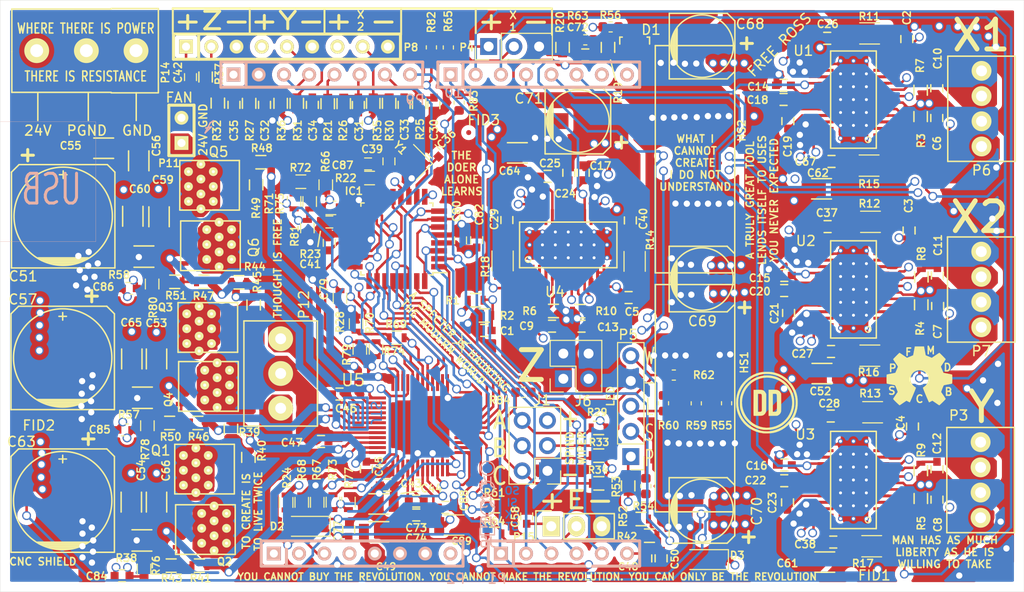
<source format=kicad_pcb>
(kicad_pcb (version 20171130) (host pcbnew "(5.1.5-0)")
  (layers (0 Front.Cu power) (1 S1 signal hide) (2 Power power hide) (3 GND power hide) (4 S2 signal hide) (31 Back.Cu power hide) (35 F.Paste user hide) (36 B.SilkS user hide) (37 F.SilkS user) (38 B.Mask user hide) (39 F.Mask user hide) (44 Edge.Cuts user))
  (net 0 "")
  (net 1 +24V)
  (net 2 /A5_PROBE)
  (net 3 /D10_LIMIT_Y)
  (net 4 /D11_SPIN_PWM)
  (net 5 /D12_LIMIT_Z)
  (net 6 /D2_STEP_X)
  (net 7 /D5_DIR_X)
  (net 8 /D6_DIR_Y)
  (net 9 /D7_DIR_Z)
  (net 10 /D8_STEP_EN_n)
  (net 11 /GHAZ)
  (net 12 /GHBZ)
  (net 13 /GHCZ)
  (net 14 /GLAZ)
  (net 15 /GLBZ)
  (net 16 /GLCZ)
  (net 17 /HALL_A)
  (net 18 /HALL_B)
  (net 19 /HALL_C)
  (net 20 /PHASE_A)
  (net 21 /PHASE_B)
  (net 22 /PHASE_C)
  (net 23 /PI_PRB)
  (net 24 /PI_YLIM)
  (net 25 /PI_ZLIM)
  (net 26 /PROBE_NOISY)
  (net 27 /YLIM)
  (net 28 /ZLIM)
  (net 29 GND)
  (net 30 VCC)
  (net 31 /CA)
  (net 32 /CC)
  (net 33 /CB)
  (net 34 /D13_SPIN_DIR)
  (net 35 /GHA)
  (net 36 /GLA)
  (net 37 /GHB)
  (net 38 /GLB)
  (net 39 /GLC)
  (net 40 /GHC)
  (net 41 /D4_STEP_Z)
  (net 42 /D3_STEP_Y)
  (net 43 /DECAY)
  (net 44 /X1_RCA)
  (net 45 /X2_RCA)
  (net 46 /Y_RCA)
  (net 47 /Z_RCA)
  (net 48 /X1_RCB)
  (net 49 /X2_RCB)
  (net 50 /Y_RCB)
  (net 51 /Z_RCB)
  (net 52 /X1_VGD)
  (net 53 /X2_VGD)
  (net 54 /Y_VGD)
  (net 55 /Z_VGD)
  (net 56 /X1_VCP)
  (net 57 /X1_CP1)
  (net 58 /X1_CP2)
  (net 59 /X2_VCP)
  (net 60 /X2_CP1)
  (net 61 /X2_CP2)
  (net 62 /Y_VCP)
  (net 63 /Y_CP1)
  (net 64 /Y_CP2)
  (net 65 /Z_VCP)
  (net 66 /Z_CP1)
  (net 67 /Z_CP2)
  (net 68 /Y_A1)
  (net 69 /Y_A2)
  (net 70 /Y_B1)
  (net 71 /Y_B2)
  (net 72 /Z_A1)
  (net 73 /Z_A2)
  (net 74 /Z_B1)
  (net 75 /Z_B2)
  (net 76 /X1_A1)
  (net 77 /X1_A2)
  (net 78 /X1_B1)
  (net 79 /X1_B2)
  (net 80 /X2_A1)
  (net 81 /X2_A2)
  (net 82 /X2_B1)
  (net 83 /X2_B2)
  (net 84 /X1_ISENB)
  (net 85 /X2_ISENB)
  (net 86 /Y_ISENB)
  (net 87 /Z_ISENB)
  (net 88 /X1_ISENA)
  (net 89 /X2_ISENA)
  (net 90 /Y_ISENA)
  (net 91 /Z_ISENA)
  (net 92 /2V5REF)
  (net 93 "Net-(D1-Pad3)")
  (net 94 /ARD_UNDEF)
  (net 95 /IOREF)
  (net 96 /3V3)
  (net 97 /ARD_VIN)
  (net 98 "Net-(P9-Pad1)")
  (net 99 "Net-(P10-Pad7)")
  (net 100 "Net-(P10-Pad8)")
  (net 101 "Net-(U1-Pad2)")
  (net 102 "Net-(U2-Pad2)")
  (net 103 "Net-(U3-Pad2)")
  (net 104 "Net-(U4-Pad2)")
  (net 105 /BLAC_XTAL1)
  (net 106 /BLAC_XTAL2)
  (net 107 /BLAC_aRef)
  (net 108 "Net-(U5-Pad26)")
  (net 109 /CSAM)
  (net 110 /CSAP)
  (net 111 /CSBM)
  (net 112 /CSBP)
  (net 113 /CSCM)
  (net 114 /CSCP)
  (net 115 /LSSA)
  (net 116 /LSSB)
  (net 117 /LSSC)
  (net 118 /ISET_A)
  (net 119 /ISET_B)
  (net 120 /ISET_C)
  (net 121 /CUR_A)
  (net 122 /CUR_B)
  (net 123 /CUR_C)
  (net 124 /CP2)
  (net 125 /CP1)
  (net 126 /SPIN_PWM_to_Analog)
  (net 127 /CHI)
  (net 128 /CLO)
  (net 129 /A4910Fault)
  (net 130 /BLO)
  (net 131 /ALO)
  (net 132 /AHI)
  (net 133 /BHI)
  (net 134 /a4910_SCK)
  (net 135 /a4910_SDI)
  (net 136 /a4910_SDO)
  (net 137 /a4910_STRn)
  (net 138 /AVCC)
  (net 139 /VREG)
  (net 140 /VBRG)
  (net 141 /D9_LIMIT_X2)
  (net 142 /PI_X2LIM)
  (net 143 /VREF_Steppers)
  (net 144 /ESTOP_Filtered)
  (net 145 /A3_64M1MISO)
  (net 146 /A2_LIMIT_X1)
  (net 147 /A4_SPINDLE_OVERLOAD)
  (net 148 /Spindle_Wiper)
  (net 149 /A1_Stepper_PMode)
  (net 150 /RESET_328p)
  (net 151 /X1LIM)
  (net 152 /24V_LED)
  (net 153 /5V_LED)
  (net 154 /X2LIM)
  (net 155 /ESTOP_n)
  (net 156 "Net-(IC1-Pad14)")
  (net 157 /BLDC_En)
  (net 158 /VREF_DIV)
  (net 159 /A0_STEP_X1_EN)
  (module ILTC:ILTC (layer Front.Cu) (at 97.5663 125.5828 90)
    (fp_text reference ILTC1 hide)
    (fp_text value 0 hide)
    (pad 2 smd rect (at 0.5 0 90) (size 1 1) (layers Front.Cu) (net 1 +24V))
    (pad 1 smd rect (at -0.5 0 90) (size 1 1) (layers Front.Cu) (net 140 /VBRG))
  )
  (module DRV8818:DRV8818 (layer Front.Cu) (at 180.7872 105.2576 180)
    (fp_text reference U2 (at 4.8009 5.1948 180) (layer F.SilkS) (effects (font (size 1.00076 1.00076) (thickness 0.14986))))
    (fp_text value DRV8818 hide)
    (pad 29 thru_hole circle (at 1.3 -3.6 180) (size 0.5 0.5) (drill 0.3) (layers *.Cu *.Mask) (net 29 GND))
    (pad 29 thru_hole circle (at 0 -3.6 180) (size 0.5 0.5) (drill 0.3) (layers *.Cu *.Mask) (net 29 GND))
    (pad 29 thru_hole circle (at 1.3 -2.3 180) (size 0.5 0.5) (drill 0.3) (layers *.Cu *.Mask) (net 29 GND))
    (pad 29 thru_hole circle (at -1.3 -2.3 180) (size 0.5 0.5) (drill 0.3) (layers *.Cu *.Mask) (net 29 GND))
    (pad 29 thru_hole circle (at 0 -2.3 180) (size 0.5 0.5) (drill 0.3) (layers *.Cu *.Mask) (net 29 GND))
    (pad 29 thru_hole circle (at 1.3 -1 180) (size 0.5 0.5) (drill 0.3) (layers *.Cu *.Mask) (net 29 GND))
    (pad 29 thru_hole circle (at -1.3 -1 180) (size 0.5 0.5) (drill 0.3) (layers *.Cu *.Mask) (net 29 GND))
    (pad 29 thru_hole circle (at 0 -1 180) (size 0.5 0.5) (drill 0.3) (layers *.Cu *.Mask) (net 29 GND))
    (pad 29 thru_hole circle (at -1.3 4.2 180) (size 0.5 0.5) (drill 0.3) (layers *.Cu *.Mask) (net 29 GND))
    (pad 29 thru_hole circle (at 1.3 4.2 180) (size 0.5 0.5) (drill 0.3) (layers *.Cu *.Mask) (net 29 GND))
    (pad 29 thru_hole circle (at 0 4.2 180) (size 0.5 0.5) (drill 0.3) (layers *.Cu *.Mask) (net 29 GND))
    (pad 29 thru_hole circle (at -1.3 2.9 180) (size 0.5 0.5) (drill 0.3) (layers *.Cu *.Mask) (net 29 GND))
    (pad 29 thru_hole circle (at 1.3 2.9 180) (size 0.5 0.5) (drill 0.3) (layers *.Cu *.Mask) (net 29 GND))
    (pad 29 thru_hole circle (at 0 2.9 180) (size 0.5 0.5) (drill 0.3) (layers *.Cu *.Mask) (net 29 GND))
    (pad 29 thru_hole circle (at 1.3 1.6 180) (size 0.5 0.5) (drill 0.3) (layers *.Cu *.Mask) (net 29 GND))
    (pad 29 thru_hole circle (at -1.3 1.6 180) (size 0.5 0.5) (drill 0.3) (layers *.Cu *.Mask) (net 29 GND))
    (pad 29 thru_hole circle (at 0 1.6 180) (size 0.5 0.5) (drill 0.3) (layers *.Cu *.Mask) (net 29 GND))
    (pad 29 thru_hole circle (at 1.3 0.3 180) (size 0.5 0.5) (drill 0.3) (layers *.Cu *.Mask) (net 29 GND))
    (pad 29 thru_hole circle (at -1.3 0.3 180) (size 0.5 0.5) (drill 0.3) (layers *.Cu *.Mask) (net 29 GND))
    (pad 29 thru_hole circle (at -1.3 -3.6 180) (size 0.5 0.5) (drill 0.3) (layers *.Cu *.Mask) (net 29 GND))
    (pad 29 thru_hole circle (at 0 0.3 180) (size 0.5 0.5) (drill 0.3) (layers *.Cu *.Mask) (net 29 GND))
    (pad 7 smd rect (at -2.8 0 90) (size 0.3 1.6) (layers Front.Cu F.Paste F.Mask) (net 29 GND))
    (pad 8 smd rect (at -2.8 0.65 90) (size 0.3 1.6) (layers Front.Cu F.Paste F.Mask) (net 143 /VREF_Steppers))
    (pad 9 smd rect (at -2.8 1.3 90) (size 0.3 1.6) (layers Front.Cu F.Paste F.Mask) (net 49 /X2_RCB))
    (pad 10 smd rect (at -2.8 1.95 90) (size 0.3 1.6) (layers Front.Cu F.Paste F.Mask) (net 30 VCC))
    (pad 25 smd rect (at 2.8 -1.95 90) (size 0.3 1.6) (layers Front.Cu F.Paste F.Mask) (net 81 /X2_A2))
    (pad 4 smd rect (at -2.8 -1.95 90) (size 0.3 1.6) (layers Front.Cu F.Paste F.Mask) (net 80 /X2_A1))
    (pad 5 smd rect (at -2.8 -1.3 90) (size 0.3 1.6) (layers Front.Cu F.Paste F.Mask) (net 43 /DECAY))
    (pad 6 smd rect (at -2.8 -0.65 90) (size 0.3 1.6) (layers Front.Cu F.Paste F.Mask) (net 45 /X2_RCA))
    (pad 18 smd rect (at 2.8 2.6 90) (size 0.3 1.6) (layers Front.Cu F.Paste F.Mask) (net 83 /X2_B2))
    (pad 19 smd rect (at 2.8 1.95 90) (size 0.3 1.6) (layers Front.Cu F.Paste F.Mask) (net 6 /D2_STEP_X))
    (pad 20 smd rect (at 2.8 1.3 90) (size 0.3 1.6) (layers Front.Cu F.Paste F.Mask) (net 53 /X2_VGD))
    (pad 21 smd rect (at 2.8 0.65 90) (size 0.3 1.6) (layers Front.Cu F.Paste F.Mask) (net 29 GND))
    (pad 22 smd rect (at 2.8 0 90) (size 0.3 1.6) (layers Front.Cu F.Paste F.Mask) (net 59 /X2_VCP))
    (pad 23 smd rect (at 2.8 -0.65 90) (size 0.3 1.6) (layers Front.Cu F.Paste F.Mask) (net 60 /X2_CP1))
    (pad 11 smd rect (at -2.8 2.6 90) (size 0.3 1.6) (layers Front.Cu F.Paste F.Mask) (net 82 /X2_B1))
    (pad 24 smd rect (at 2.8 -1.3 90) (size 0.3 1.6) (layers Front.Cu F.Paste F.Mask) (net 61 /X2_CP2))
    (pad 3 smd rect (at -2.8 -2.6 90) (size 0.3 1.6) (layers Front.Cu F.Paste F.Mask) (net 7 /D5_DIR_X))
    (pad 12 smd rect (at -2.8 3.25 90) (size 0.3 1.6) (layers Front.Cu F.Paste F.Mask) (net 30 VCC))
    (pad 17 smd rect (at 2.8 3.25 90) (size 0.3 1.6) (layers Front.Cu F.Paste F.Mask) (net 144 /ESTOP_Filtered))
    (pad 26 smd rect (at 2.8 -2.6 90) (size 0.3 1.6) (layers Front.Cu F.Paste F.Mask) (net 10 /D8_STEP_EN_n))
    (pad 2 smd rect (at -2.8 -3.25 90) (size 0.3 1.6) (layers Front.Cu F.Paste F.Mask) (net 102 "Net-(U2-Pad2)"))
    (pad 13 smd rect (at -2.8 3.9 90) (size 0.3 1.6) (layers Front.Cu F.Paste F.Mask) (net 30 VCC))
    (pad 16 smd rect (at 2.8 3.9 90) (size 0.3 1.6) (layers Front.Cu F.Paste F.Mask) (net 29 GND))
    (pad 27 smd rect (at 2.8 -3.25 90) (size 0.3 1.6) (layers Front.Cu F.Paste F.Mask) (net 30 VCC))
    (pad 1 smd rect (at -2.8 -3.9 90) (size 0.3 1.6) (layers Front.Cu F.Paste F.Mask) (net 89 /X2_ISENA))
    (pad 14 smd rect (at -2.8 4.55 90) (size 0.3 1.6) (layers Front.Cu F.Paste F.Mask) (net 85 /X2_ISENB))
    (pad 15 smd rect (at 2.8 4.55 90) (size 0.3 1.6) (layers Front.Cu F.Paste F.Mask) (net 1 +24V))
    (pad 28 smd rect (at 2.8 -3.9 90) (size 0.3 1.6) (layers Front.Cu F.Paste F.Mask) (net 1 +24V))
    (pad 29 smd rect (at 0 0 180) (size 2.4 6.46) (layers Front.Cu F.Paste F.Mask) (net 29 GND))
  )
  (module A3938:ARDUINO-SIL-8 (layer Back.Cu) (at 131.318 131.572)
    (fp_text reference P2 (at 9.398 2.54) (layer B.SilkS) (effects (font (size 0.9906 0.9906) (thickness 0.1524)) (justify mirror)))
    (fp_text value CONN_8 hide)
    (pad 1 thru_hole rect (at -8.89 0) (size 1.397 1.397) (drill 0.8128) (layers *.Cu *.Mask B.SilkS) (net 94 /ARD_UNDEF))
    (pad 2 thru_hole circle (at -6.35 0) (size 1.397 1.397) (drill 0.8128) (layers *.Cu *.Mask B.SilkS) (net 95 /IOREF))
    (pad 3 thru_hole circle (at -3.81 0) (size 1.397 1.397) (drill 0.8128) (layers *.Cu *.Mask B.SilkS) (net 150 /RESET_328p))
    (pad 4 thru_hole circle (at -1.27 0) (size 1.397 1.397) (drill 0.8128) (layers *.Cu *.Mask B.SilkS) (net 96 /3V3))
    (pad 5 thru_hole circle (at 1.27 0) (size 1.397 1.397) (drill 0.8128) (layers *.Cu *.Mask B.SilkS) (net 30 VCC))
    (pad 6 thru_hole circle (at 3.81 0) (size 1.397 1.397) (drill 0.8128) (layers *.Cu *.Mask B.SilkS) (net 29 GND))
    (pad 7 thru_hole circle (at 6.35 0) (size 1.397 1.397) (drill 0.8128) (layers *.Cu *.Mask B.SilkS) (net 29 GND))
    (pad 8 thru_hole circle (at 8.89 0) (size 1.397 1.397) (drill 0.8128) (layers *.Cu *.Mask B.SilkS) (net 97 /ARD_VIN))
  )
  (module "Custom Footprints:DD Logo" (layer Front.Cu) (at 172.0723 116.3828)
    (fp_text reference G*** hide)
    (fp_text value LOGO hide)
  )
  (module Symbol:OSHW-Symbol_6.7x6mm_SilkScreen (layer Front.Cu) (at 187.4163 113.6828)
    (fp_text reference REF** hide)
    (fp_text value OSHW-Symbol_6.7x6mm_SilkScreen hide)
  )
  (module Capacitors_SMD:C_0603 (layer Front.Cu) (at 138.5443 86.3854 270)
    (fp_text reference C30 (at 2.5019 0 270) (layer F.SilkS) (effects (font (size 0.75 0.75))))
    (fp_text value 220n)
    (pad 1 smd rect (at -0.75 0 270) (size 0.8 0.75) (layers Front.Cu F.Paste F.Mask) (net 141 /D9_LIMIT_X2))
    (pad 2 smd rect (at 0.75 0 270) (size 0.8 0.75) (layers Front.Cu F.Paste F.Mask) (net 29 GND))
  )
  (module A3938:HeatSink (layer Front.Cu) (at 160.8328 127.3683 90)
    (fp_text reference HS1 (at 15.0495 8.9535 90) (layer F.SilkS) (effects (font (size 0.75 0.75))))
    (fp_text value Heat_Sink)
    (pad 2 smd rect (at 17.285 4 90) (size 1.4 9) (layers Front.Cu F.Paste F.Mask) (net 29 GND))
    (pad 1 smd rect (at 5.575 4 90) (size 1.4 9) (layers Front.Cu F.Paste F.Mask) (net 29 GND))
  )
  (module Capacitors_SMD:C_0603 (layer Front.Cu) (at 147.8863 127.8228 90)
    (fp_text reference C58 (at -0.05 -1.14 90) (layer F.SilkS) (effects (font (size 0.75 0.75))))
    (fp_text value 220n)
    (pad 2 smd rect (at 0.75 0 90) (size 0.8 0.75) (layers Front.Cu F.Paste F.Mask) (net 29 GND))
    (pad 1 smd rect (at -0.75 0 90) (size 0.8 0.75) (layers Front.Cu F.Paste F.Mask) (net 30 VCC))
  )
  (module Resistor_SMD:R_0603_1608Metric (layer Front.Cu) (at 168.0083 116.4273 90)
    (fp_text reference R55 (at -2.2415 -0.508 180) (layer F.SilkS) (effects (font (size 0.75 0.75))))
    (fp_text value 1k)
    (pad 2 smd roundrect (at 0.7875 0 90) (size 0.875 0.95) (layers Front.Cu F.Paste F.Mask) (net 1 +24V))
    (pad 1 smd roundrect (at -0.7875 0 90) (size 0.875 0.95) (layers Front.Cu F.Paste F.Mask) (net 152 /24V_LED))
  )
  (module Resistor_SMD:R_0603_1608Metric (layer Front.Cu) (at 164.9603 116.4348 90)
    (fp_text reference R59 (at -2.234 0 180) (layer F.SilkS) (effects (font (size 0.75 0.75))))
    (fp_text value 1k)
    (pad 2 smd roundrect (at 0.7875 0 90) (size 0.875 0.95) (layers Front.Cu F.Paste F.Mask) (net 1 +24V))
    (pad 1 smd roundrect (at -0.7875 0 90) (size 0.875 0.95) (layers Front.Cu F.Paste F.Mask) (net 152 /24V_LED))
  )
  (module Resistor_SMD:R_0603_1608Metric (layer Front.Cu) (at 161.6583 116.4273 90)
    (fp_text reference R60 (at -2.2415 0.508 180) (layer F.SilkS) (effects (font (size 0.75 0.75))))
    (fp_text value 1k)
    (pad 1 smd roundrect (at -0.7875 0 90) (size 0.875 0.95) (layers Front.Cu F.Paste F.Mask) (net 152 /24V_LED))
    (pad 2 smd roundrect (at 0.7875 0 90) (size 0.875 0.95) (layers Front.Cu F.Paste F.Mask) (net 1 +24V))
  )
  (module Capacitors_SMD:C_0603 (layer Front.Cu) (at 129.9663 129.1428 90)
    (fp_text reference C77 (at -0.194 -1.074 90) (layer F.SilkS) (effects (font (size 0.75 0.75))))
    (fp_text value 220n)
    (pad 1 smd rect (at -0.75 0 90) (size 0.8 0.75) (layers Front.Cu F.Paste F.Mask) (net 144 /ESTOP_Filtered))
    (pad 2 smd rect (at 0.75 0 90) (size 0.8 0.75) (layers Front.Cu F.Paste F.Mask) (net 29 GND))
  )
  (module Capacitors_SMD:C_1206 (layer Front.Cu) (at 108.1278 111.9632 270)
    (fp_text reference C65 (at -3.6604 0.0515) (layer F.SilkS) (effects (font (size 0.75 0.75))))
    (fp_text value 10u)
    (pad 1 smd rect (at -1.5 0 270) (size 1 1.6) (layers Front.Cu F.Paste F.Mask) (net 1 +24V))
    (pad 2 smd rect (at 1.5 0 270) (size 1 1.6) (layers Front.Cu F.Paste F.Mask) (net 116 /LSSB))
  )
  (module Capacitors_SMD:C_0603 (layer Front.Cu) (at 136.7663 127.6858)
    (fp_text reference C74 (at -0.01 2.347) (layer F.SilkS) (effects (font (size 0.75 0.75))))
    (fp_text value 220n)
    (pad 1 smd rect (at -0.75 0) (size 0.8 0.75) (layers Front.Cu F.Paste F.Mask) (net 124 /CP2))
    (pad 2 smd rect (at 0.75 0) (size 0.8 0.75) (layers Front.Cu F.Paste F.Mask) (net 125 /CP1))
  )
  (module Capacitors_SMD:C_0603 (layer Front.Cu) (at 143.6063 109.0928 180)
    (fp_text reference C1 (at -2.304 -0.06096 180) (layer F.SilkS) (effects (font (size 0.75 0.75))))
    (fp_text value 220n)
    (pad 1 smd rect (at -0.75 0 180) (size 0.8 0.75) (layers Front.Cu F.Paste F.Mask) (net 43 /DECAY))
    (pad 2 smd rect (at 0.75 0 180) (size 0.8 0.75) (layers Front.Cu F.Paste F.Mask) (net 29 GND))
  )
  (module Capacitors_SMD:C_0603 (layer Front.Cu) (at 186.1566 79.7306 90)
    (fp_text reference C2 (at 2.1478 0.0097 90) (layer F.SilkS) (effects (font (size 0.75 0.75))))
    (fp_text value 220n)
    (pad 1 smd rect (at -0.75 0 90) (size 0.8 0.75) (layers Front.Cu F.Paste F.Mask) (net 30 VCC))
    (pad 2 smd rect (at 0.75 0 90) (size 0.8 0.75) (layers Front.Cu F.Paste F.Mask) (net 29 GND))
  )
  (module Capacitors_SMD:C_0603 (layer Front.Cu) (at 186.3852 99.0219 90)
    (fp_text reference C3 (at 2.4891 -0.0489 90) (layer F.SilkS) (effects (font (size 0.75 0.75))))
    (fp_text value 220n)
    (pad 1 smd rect (at -0.75 0 90) (size 0.8 0.75) (layers Front.Cu F.Paste F.Mask) (net 30 VCC))
    (pad 2 smd rect (at 0.75 0 90) (size 0.8 0.75) (layers Front.Cu F.Paste F.Mask) (net 29 GND))
  )
  (module Capacitors_SMD:C_0603 (layer Front.Cu) (at 186.7281 118.7704 90)
    (fp_text reference C4 (at 0.3976 -1.1818 90) (layer F.SilkS) (effects (font (size 0.75 0.75))))
    (fp_text value 220n)
    (pad 1 smd rect (at -0.75 0 90) (size 0.8 0.75) (layers Front.Cu F.Paste F.Mask) (net 30 VCC))
    (pad 2 smd rect (at 0.75 0 90) (size 0.8 0.75) (layers Front.Cu F.Paste F.Mask) (net 29 GND))
  )
  (module Capacitors_SMD:C_0603 (layer Front.Cu) (at 158.14548 105.7783)
    (fp_text reference C5 (at 0.34082 1.4345) (layer F.SilkS) (effects (font (size 0.75 0.75))))
    (fp_text value 220n)
    (pad 1 smd rect (at -0.75 0) (size 0.8 0.75) (layers Front.Cu F.Paste F.Mask) (net 30 VCC))
    (pad 2 smd rect (at 0.75 0) (size 0.8 0.75) (layers Front.Cu F.Paste F.Mask) (net 29 GND))
  )
  (module Capacitors_SMD:C_0603 (layer Front.Cu) (at 189.17158 87.68334 90)
    (fp_text reference C6 (at -2.55778 0.02794 90) (layer F.SilkS) (effects (font (size 0.75 0.75))))
    (fp_text value 680p)
    (pad 1 smd rect (at -0.75 0 90) (size 0.8 0.75) (layers Front.Cu F.Paste F.Mask) (net 44 /X1_RCA))
    (pad 2 smd rect (at 0.75 0 90) (size 0.8 0.75) (layers Front.Cu F.Paste F.Mask) (net 29 GND))
  )
  (module Capacitors_SMD:C_0603 (layer Front.Cu) (at 189.26048 106.6292 90)
    (fp_text reference C7 (at -2.58064 0.00508 90) (layer F.SilkS) (effects (font (size 0.75 0.75))))
    (fp_text value 680p)
    (pad 1 smd rect (at -0.75 0 90) (size 0.8 0.75) (layers Front.Cu F.Paste F.Mask) (net 45 /X2_RCA))
    (pad 2 smd rect (at 0.75 0 90) (size 0.8 0.75) (layers Front.Cu F.Paste F.Mask) (net 29 GND))
  )
  (module Capacitors_SMD:C_0603 (layer Front.Cu) (at 189.19444 126.14148 90)
    (fp_text reference C8 (at -2.52476 0.08636 90) (layer F.SilkS) (effects (font (size 0.75 0.75))))
    (fp_text value 680p)
    (pad 1 smd rect (at -0.75 0 90) (size 0.8 0.75) (layers Front.Cu F.Paste F.Mask) (net 46 /Y_RCA))
    (pad 2 smd rect (at 0.75 0 90) (size 0.8 0.75) (layers Front.Cu F.Paste F.Mask) (net 29 GND))
  )
  (module Capacitors_SMD:C_0603 (layer Front.Cu) (at 150.43658 108.6612)
    (fp_text reference C9 (at -2.5654 -0.0127) (layer F.SilkS) (effects (font (size 0.75 0.75))))
    (fp_text value 680p)
    (pad 1 smd rect (at -0.75 0) (size 0.8 0.75) (layers Front.Cu F.Paste F.Mask) (net 47 /Z_RCA))
    (pad 2 smd rect (at 0.75 0) (size 0.8 0.75) (layers Front.Cu F.Paste F.Mask) (net 29 GND))
  )
  (module Capacitors_SMD:C_0603 (layer Front.Cu) (at 189.17158 84.68614 270)
    (fp_text reference C10 (at -2.99974 -0.0889 270) (layer F.SilkS) (effects (font (size 0.75 0.75))))
    (fp_text value 680p)
    (pad 1 smd rect (at -0.75 0 270) (size 0.8 0.75) (layers Front.Cu F.Paste F.Mask) (net 48 /X1_RCB))
    (pad 2 smd rect (at 0.75 0 270) (size 0.8 0.75) (layers Front.Cu F.Paste F.Mask) (net 29 GND))
  )
  (module Capacitors_SMD:C_0603 (layer Front.Cu) (at 189.23508 103.5558 270)
    (fp_text reference C11 (at -3.06324 -0.06096 270) (layer F.SilkS) (effects (font (size 0.75 0.75))))
    (fp_text value 680p)
    (pad 1 smd rect (at -0.75 0 270) (size 0.8 0.75) (layers Front.Cu F.Paste F.Mask) (net 49 /X2_RCB))
    (pad 2 smd rect (at 0.75 0 270) (size 0.8 0.75) (layers Front.Cu F.Paste F.Mask) (net 29 GND))
  )
  (module Capacitors_SMD:C_0603 (layer Front.Cu) (at 189.19444 123.08078 270)
    (fp_text reference C12 (at -2.59798 -0.01186 270) (layer F.SilkS) (effects (font (size 0.75 0.75))))
    (fp_text value 680p)
    (pad 1 smd rect (at -0.75 0 270) (size 0.8 0.75) (layers Front.Cu F.Paste F.Mask) (net 50 /Y_RCB))
    (pad 2 smd rect (at 0.75 0 270) (size 0.8 0.75) (layers Front.Cu F.Paste F.Mask) (net 29 GND))
  )
  (module Capacitors_SMD:C_0603 (layer Front.Cu) (at 153.40838 108.6612 180)
    (fp_text reference C13 (at -2.66192 -0.1016 180) (layer F.SilkS) (effects (font (size 0.75 0.75))))
    (fp_text value 680p)
    (pad 1 smd rect (at -0.75 0 180) (size 0.8 0.75) (layers Front.Cu F.Paste F.Mask) (net 51 /Z_RCB))
    (pad 2 smd rect (at 0.75 0 180) (size 0.8 0.75) (layers Front.Cu F.Paste F.Mask) (net 29 GND))
  )
  (module Capacitors_SMD:C_0603 (layer Front.Cu) (at 173.736 84.3915 180)
    (fp_text reference C14 (at 2.5497 -0.1313 180) (layer F.SilkS) (effects (font (size 0.75 0.75))))
    (fp_text value 220n)
    (pad 1 smd rect (at -0.75 0 180) (size 0.8 0.75) (layers Front.Cu F.Paste F.Mask) (net 52 /X1_VGD))
    (pad 2 smd rect (at 0.75 0 180) (size 0.8 0.75) (layers Front.Cu F.Paste F.Mask) (net 29 GND))
  )
  (module Capacitors_SMD:C_0603 (layer Front.Cu) (at 173.81982 103.54818 180)
    (fp_text reference C15 (at 2.47352 -0.26462 180) (layer F.SilkS) (effects (font (size 0.75 0.75))))
    (fp_text value 220n)
    (pad 1 smd rect (at -0.75 0 180) (size 0.8 0.75) (layers Front.Cu F.Paste F.Mask) (net 53 /X2_VGD))
    (pad 2 smd rect (at 0.75 0 180) (size 0.8 0.75) (layers Front.Cu F.Paste F.Mask) (net 29 GND))
  )
  (module Capacitors_SMD:C_0603 (layer Front.Cu) (at 173.82744 122.64644 180)
    (fp_text reference C16 (at 2.80114 -0.07636 180) (layer F.SilkS) (effects (font (size 0.75 0.75))))
    (fp_text value 220n)
    (pad 1 smd rect (at -0.75 0 180) (size 0.8 0.75) (layers Front.Cu F.Paste F.Mask) (net 54 /Y_VGD))
    (pad 2 smd rect (at 0.75 0 180) (size 0.8 0.75) (layers Front.Cu F.Paste F.Mask) (net 29 GND))
  )
  (module Capacitors_SMD:C_0603 (layer Front.Cu) (at 153.57348 93.2053 90)
    (fp_text reference C17 (at 0.6985 1.73482 180) (layer F.SilkS) (effects (font (size 0.75 0.75))))
    (fp_text value 220n)
    (pad 1 smd rect (at -0.75 0 90) (size 0.8 0.75) (layers Front.Cu F.Paste F.Mask) (net 55 /Z_VGD))
    (pad 2 smd rect (at 0.75 0 90) (size 0.8 0.75) (layers Front.Cu F.Paste F.Mask) (net 29 GND))
  )
  (module Capacitors_SMD:C_0603 (layer Front.Cu) (at 173.7487 85.8139 180)
    (fp_text reference C18 (at 2.6224 -0.0489 180) (layer F.SilkS) (effects (font (size 0.75 0.75))))
    (fp_text value 220n)
    (pad 1 smd rect (at -0.75 0 180) (size 0.8 0.75) (layers Front.Cu F.Paste F.Mask) (net 56 /X1_VCP))
    (pad 2 smd rect (at 0.75 0 180) (size 0.8 0.75) (layers Front.Cu F.Paste F.Mask) (net 1 +24V))
  )
  (module Capacitors_SMD:C_0603 (layer Front.Cu) (at 174.1805 87.9983 270)
    (fp_text reference C19 (at 2.5545 0.0142 270) (layer F.SilkS) (effects (font (size 0.75 0.75))))
    (fp_text value 220n)
    (pad 1 smd rect (at -0.75 0 270) (size 0.8 0.75) (layers Front.Cu F.Paste F.Mask) (net 57 /X1_CP1))
    (pad 2 smd rect (at 0.75 0 270) (size 0.8 0.75) (layers Front.Cu F.Paste F.Mask) (net 58 /X1_CP2))
  )
  (module Capacitors_SMD:C_0603 (layer Front.Cu) (at 173.80712 105.07218 180)
    (fp_text reference C20 (at 2.46082 -0.09062 180) (layer F.SilkS) (effects (font (size 0.75 0.75))))
    (fp_text value 220n)
    (pad 1 smd rect (at -0.75 0 180) (size 0.8 0.75) (layers Front.Cu F.Paste F.Mask) (net 59 /X2_VCP))
    (pad 2 smd rect (at 0.75 0 180) (size 0.8 0.75) (layers Front.Cu F.Paste F.Mask) (net 1 +24V))
  )
  (module Capacitors_SMD:C_0603 (layer Front.Cu) (at 174.25162 107.33278 270)
    (fp_text reference C21 (at 0.03002 1.41532 270) (layer F.SilkS) (effects (font (size 0.75 0.75))))
    (fp_text value 220n)
    (pad 1 smd rect (at -0.75 0 270) (size 0.8 0.75) (layers Front.Cu F.Paste F.Mask) (net 60 /X2_CP1))
    (pad 2 smd rect (at 0.75 0 270) (size 0.8 0.75) (layers Front.Cu F.Paste F.Mask) (net 61 /X2_CP2))
  )
  (module Capacitors_SMD:C_0603 (layer Front.Cu) (at 173.81474 124.23394 180)
    (fp_text reference C22 (at 2.89844 0.03114 180) (layer F.SilkS) (effects (font (size 0.75 0.75))))
    (fp_text value 220n)
    (pad 1 smd rect (at -0.75 0 180) (size 0.8 0.75) (layers Front.Cu F.Paste F.Mask) (net 62 /Y_VCP))
    (pad 2 smd rect (at 0.75 0 180) (size 0.8 0.75) (layers Front.Cu F.Paste F.Mask) (net 1 +24V))
  )
  (module Capacitors_SMD:C_0603 (layer Front.Cu) (at 174.14748 126.4158 270)
    (fp_text reference C23 (at 0.037 1.52118 270) (layer F.SilkS) (effects (font (size 0.75 0.75))))
    (fp_text value 220n)
    (pad 1 smd rect (at -0.75 0 270) (size 0.8 0.75) (layers Front.Cu F.Paste F.Mask) (net 63 /Y_CP1))
    (pad 2 smd rect (at 0.75 0 270) (size 0.8 0.75) (layers Front.Cu F.Paste F.Mask) (net 64 /Y_CP2))
  )
  (module Capacitors_SMD:C_0603 (layer Front.Cu) (at 152.12568 93.2053 90)
    (fp_text reference C24 (at -2.0955 -0.37338 180) (layer F.SilkS) (effects (font (size 0.75 0.75))))
    (fp_text value 220n)
    (pad 1 smd rect (at -0.75 0 90) (size 0.8 0.75) (layers Front.Cu F.Paste F.Mask) (net 65 /Z_VCP))
    (pad 2 smd rect (at 0.75 0 90) (size 0.8 0.75) (layers Front.Cu F.Paste F.Mask) (net 1 +24V))
  )
  (module Capacitors_SMD:C_0603 (layer Front.Cu) (at 149.99208 93.5609 180)
    (fp_text reference C25 (at -0.23622 1.3081 180) (layer F.SilkS) (effects (font (size 0.75 0.75))))
    (fp_text value 220n)
    (pad 1 smd rect (at -0.75 0 180) (size 0.8 0.75) (layers Front.Cu F.Paste F.Mask) (net 66 /Z_CP1))
    (pad 2 smd rect (at 0.75 0 180) (size 0.8 0.75) (layers Front.Cu F.Paste F.Mask) (net 67 /Z_CP2))
  )
  (module Capacitors_SMD:C_0603 (layer Front.Cu) (at 178.1429 79.6544)
    (fp_text reference C26 (at 0.0508 -1.4351) (layer F.SilkS) (effects (font (size 0.75 0.75))))
    (fp_text value 220n)
    (pad 1 smd rect (at -0.75 0) (size 0.8 0.75) (layers Front.Cu F.Paste F.Mask) (net 1 +24V))
    (pad 2 smd rect (at 0.75 0) (size 0.8 0.75) (layers Front.Cu F.Paste F.Mask) (net 29 GND))
  )
  (module Capacitors_SMD:C_0603 (layer Front.Cu) (at 178.52644 111.2139)
    (fp_text reference C27 (at -2.89014 0.2289) (layer F.SilkS) (effects (font (size 0.75 0.75))))
    (fp_text value 220n)
    (pad 1 smd rect (at -0.75 0) (size 0.8 0.75) (layers Front.Cu F.Paste F.Mask) (net 1 +24V))
    (pad 2 smd rect (at 0.75 0) (size 0.8 0.75) (layers Front.Cu F.Paste F.Mask) (net 29 GND))
  )
  (module Capacitors_SMD:C_0603 (layer Front.Cu) (at 178.4985 117.7163)
    (fp_text reference C28 (at -0.14986 -1.2635) (layer F.SilkS) (effects (font (size 0.75 0.75))))
    (fp_text value 220n)
    (pad 1 smd rect (at -0.75 0) (size 0.8 0.75) (layers Front.Cu F.Paste F.Mask) (net 1 +24V))
    (pad 2 smd rect (at 0.75 0) (size 0.8 0.75) (layers Front.Cu F.Paste F.Mask) (net 29 GND))
  )
  (module Capacitors_SMD:C_0603 (layer Front.Cu) (at 145.88998 97.9678 270)
    (fp_text reference C29 (at -0.085 1.26368 270) (layer F.SilkS) (effects (font (size 0.75 0.75))))
    (fp_text value 220n)
    (pad 1 smd rect (at -0.75 0 270) (size 0.8 0.75) (layers Front.Cu F.Paste F.Mask) (net 1 +24V))
    (pad 2 smd rect (at 0.75 0 270) (size 0.8 0.75) (layers Front.Cu F.Paste F.Mask) (net 29 GND))
  )
  (module Capacitors_SMD:C_0603 (layer Front.Cu) (at 130.937 86.3727 270)
    (fp_text reference C31 (at 2.5781 -0.0693 270) (layer F.SilkS) (effects (font (size 0.75 0.75))))
    (fp_text value 220n)
    (pad 1 smd rect (at -0.75 0 270) (size 0.8 0.75) (layers Front.Cu F.Paste F.Mask) (net 3 /D10_LIMIT_Y))
    (pad 2 smd rect (at 0.75 0 270) (size 0.8 0.75) (layers Front.Cu F.Paste F.Mask) (net 29 GND))
  )
  (module Capacitors_SMD:C_0603 (layer Front.Cu) (at 121.4882 86.36 270)
    (fp_text reference C32 (at 2.5908 -0.0481 270) (layer F.SilkS) (effects (font (size 0.75 0.75))))
    (fp_text value 220n)
    (pad 1 smd rect (at -0.75 0 270) (size 0.8 0.75) (layers Front.Cu F.Paste F.Mask) (net 5 /D12_LIMIT_Z))
    (pad 2 smd rect (at 0.75 0 270) (size 0.8 0.75) (layers Front.Cu F.Paste F.Mask) (net 29 GND))
  )
  (module Capacitors_SMD:C_0603 (layer Front.Cu) (at 135.5471 86.36 270)
    (fp_text reference C33 (at 2.5028 -0.0492 270) (layer F.SilkS) (effects (font (size 0.75 0.75))))
    (fp_text value 220n)
    (pad 1 smd rect (at -0.75 0 270) (size 0.8 0.75) (layers Front.Cu F.Paste F.Mask) (net 142 /PI_X2LIM))
    (pad 2 smd rect (at 0.75 0 270) (size 0.8 0.75) (layers Front.Cu F.Paste F.Mask) (net 29 GND))
  )
  (module Capacitors_SMD:C_0603 (layer Front.Cu) (at 126.3063 86.3628 270)
    (fp_text reference C34 (at 2.588 -0.06 270) (layer F.SilkS) (effects (font (size 0.75 0.75))))
    (fp_text value 220n)
    (pad 1 smd rect (at -0.75 0 270) (size 0.8 0.75) (layers Front.Cu F.Paste F.Mask) (net 24 /PI_YLIM))
    (pad 2 smd rect (at 0.75 0 270) (size 0.8 0.75) (layers Front.Cu F.Paste F.Mask) (net 29 GND))
  )
  (module Capacitors_SMD:C_0603 (layer Front.Cu) (at 118.4148 86.36 90)
    (fp_text reference C35 (at -2.5908 0 90) (layer F.SilkS) (effects (font (size 0.75 0.75))))
    (fp_text value 220n)
    (pad 1 smd rect (at -0.75 0 90) (size 0.8 0.75) (layers Front.Cu F.Paste F.Mask) (net 25 /PI_ZLIM))
    (pad 2 smd rect (at 0.75 0 90) (size 0.8 0.75) (layers Front.Cu F.Paste F.Mask) (net 29 GND))
  )
  (module Capacitors_SMD:C_0603 (layer Front.Cu) (at 178.181 98.6282)
    (fp_text reference C37 (at -0.0762 -1.37668) (layer F.SilkS) (effects (font (size 0.75 0.75))))
    (fp_text value 220n)
    (pad 1 smd rect (at -0.75 0) (size 0.8 0.75) (layers Front.Cu F.Paste F.Mask) (net 1 +24V))
    (pad 2 smd rect (at 0.75 0) (size 0.8 0.75) (layers Front.Cu F.Paste F.Mask) (net 29 GND))
  )
  (module Capacitors_SMD:C_0603 (layer Front.Cu) (at 178.7525 130.4163)
    (fp_text reference C38 (at -2.8362 0.2265) (layer F.SilkS) (effects (font (size 0.75 0.75))))
    (fp_text value 220n)
    (pad 1 smd rect (at -0.75 0) (size 0.8 0.75) (layers Front.Cu F.Paste F.Mask) (net 1 +24V))
    (pad 2 smd rect (at 0.75 0) (size 0.8 0.75) (layers Front.Cu F.Paste F.Mask) (net 29 GND))
  )
  (module Capacitors_SMD:C_0603 (layer Front.Cu) (at 158.32328 98.0059 270)
    (fp_text reference C40 (at -0.1651 -1.30302 270) (layer F.SilkS) (effects (font (size 0.75 0.75))))
    (fp_text value 220n)
    (pad 1 smd rect (at -0.75 0 270) (size 0.8 0.75) (layers Front.Cu F.Paste F.Mask) (net 1 +24V))
    (pad 2 smd rect (at 0.75 0 270) (size 0.8 0.75) (layers Front.Cu F.Paste F.Mask) (net 29 GND))
  )
  (module Capacitors_SMD:C_0603 (layer Front.Cu) (at 133.84784 124.68352 180)
    (fp_text reference C43 (at -2.41046 0.17272 180) (layer F.SilkS) (effects (font (size 0.75 0.75))))
    (fp_text value 220n)
    (pad 1 smd rect (at -0.75 0 180) (size 0.8 0.75) (layers Front.Cu F.Paste F.Mask) (net 139 /VREG))
    (pad 2 smd rect (at 0.75 0 180) (size 0.8 0.75) (layers Front.Cu F.Paste F.Mask) (net 29 GND))
  )
  (module Capacitors_SMD:C_1206 (layer Front.Cu) (at 132.9944 126.57328 180)
    (fp_text reference C44 (at -5.2959 1.55448) (layer F.SilkS) (effects (font (size 0.75 0.75))))
    (fp_text value 10u)
    (pad 1 smd rect (at -1.5 0 180) (size 1 1.6) (layers Front.Cu F.Paste F.Mask) (net 139 /VREG))
    (pad 2 smd rect (at 1.5 0 180) (size 1 1.6) (layers Front.Cu F.Paste F.Mask) (net 29 GND))
  )
  (module Capacitors_SMD:C_0603 (layer Front.Cu) (at 131.7463 123.0628 270)
    (fp_text reference C45 (at -0.26 -1.28 270) (layer F.SilkS) (effects (font (size 0.7 0.7))))
    (fp_text value 33n)
    (pad 1 smd rect (at -0.75 0 270) (size 0.8 0.75) (layers Front.Cu F.Paste F.Mask) (net 31 /CA))
    (pad 2 smd rect (at 0.75 0 270) (size 0.8 0.75) (layers Front.Cu F.Paste F.Mask) (net 20 /PHASE_A))
  )
  (module Capacitors_SMD:C_0603 (layer Front.Cu) (at 129.0363 115.5028)
    (fp_text reference C46 (at 0.65 1.46) (layer F.SilkS) (effects (font (size 0.75 0.75))))
    (fp_text value 33n)
    (pad 1 smd rect (at -0.75 0) (size 0.8 0.75) (layers Front.Cu F.Paste F.Mask) (net 32 /CC))
    (pad 2 smd rect (at 0.75 0) (size 0.8 0.75) (layers Front.Cu F.Paste F.Mask) (net 22 /PHASE_C))
  )
  (module Capacitors_SMD:C_0603 (layer Front.Cu) (at 127.1763 120.2828 180)
    (fp_text reference C47 (at 2.94 -0.12 180) (layer F.SilkS) (effects (font (size 0.75 0.75))))
    (fp_text value 33n)
    (pad 1 smd rect (at -0.75 0 180) (size 0.8 0.75) (layers Front.Cu F.Paste F.Mask) (net 33 /CB))
    (pad 2 smd rect (at 0.75 0 180) (size 0.8 0.75) (layers Front.Cu F.Paste F.Mask) (net 21 /PHASE_B))
  )
  (module Capacitors_SMD:C_0603 (layer Front.Cu) (at 159.8763 132.0628 90)
    (fp_text reference C48 (at -0.83 -1.774 180) (layer F.SilkS) (effects (font (size 0.7 0.7))))
    (fp_text value 33n)
    (pad 1 smd rect (at -0.75 0 90) (size 0.8 0.75) (layers Front.Cu F.Paste F.Mask) (net 29 GND))
    (pad 2 smd rect (at 0.75 0 90) (size 0.8 0.75) (layers Front.Cu F.Paste F.Mask) (net 2 /A5_PROBE))
  )
  (module Capacitors_SMD:C_1206 (layer Front.Cu) (at 132.9963 129.3828)
    (fp_text reference C49 (at 0.722 3.51 180) (layer F.SilkS) (effects (font (size 0.7 0.7))))
    (fp_text value 10u)
    (pad 1 smd rect (at -1.5 0) (size 1 1.6) (layers Front.Cu F.Paste F.Mask) (net 30 VCC))
    (pad 2 smd rect (at 1.5 0) (size 1 1.6) (layers Front.Cu F.Paste F.Mask) (net 29 GND))
  )
  (module Capacitors_SMD:C_0603 (layer Front.Cu) (at 161.4163 132.0528 90)
    (fp_text reference C50 (at -0.078 1.388 270) (layer F.SilkS) (effects (font (size 0.7 0.7))))
    (fp_text value 33n)
    (pad 1 smd rect (at -0.75 0 90) (size 0.8 0.75) (layers Front.Cu F.Paste F.Mask) (net 29 GND))
    (pad 2 smd rect (at 0.75 0 90) (size 0.8 0.75) (layers Front.Cu F.Paste F.Mask) (net 23 /PI_PRB))
  )
  (module Capacitors_SMD:c_elec_10x10.5 (layer Front.Cu) (at 101.219 97.5868 90)
    (fp_text reference C51 (at -6.046 -4.0327 180) (layer F.SilkS))
    (fp_text value 330u)
    (pad 1 smd rect (at 4.0005 0 90) (size 4.0005 2.4003) (layers Front.Cu F.Paste F.Mask) (net 1 +24V))
    (pad 2 smd rect (at -4.0005 0 90) (size 4.0005 2.4003) (layers Front.Cu F.Paste F.Mask) (net 29 GND))
  )
  (module Capacitors_SMD:C_1206 (layer Front.Cu) (at 177.61458 113.4364)
    (fp_text reference C52 (at -0.15828 1.7864) (layer F.SilkS) (effects (font (size 0.75 0.75))))
    (fp_text value 10u)
    (pad 1 smd rect (at -1.5 0) (size 1 1.6) (layers Front.Cu F.Paste F.Mask) (net 1 +24V))
    (pad 2 smd rect (at 1.5 0) (size 1 1.6) (layers Front.Cu F.Paste F.Mask) (net 29 GND))
  )
  (module Capacitors_SMD:C_1206 (layer Front.Cu) (at 110.617 111.9632 270)
    (fp_text reference C53 (at -3.6104 0.0127) (layer F.SilkS) (effects (font (size 0.75 0.75))))
    (fp_text value 10u)
    (pad 1 smd rect (at -1.5 0 270) (size 1 1.6) (layers Front.Cu F.Paste F.Mask) (net 1 +24V))
    (pad 2 smd rect (at 1.5 0 270) (size 1 1.6) (layers Front.Cu F.Paste F.Mask) (net 116 /LSSB))
  )
  (module Capacitors_SMD:C_1206 (layer Front.Cu) (at 108.077 126.3904 270)
    (fp_text reference C54 (at -3.2176 -0.9893 270) (layer F.SilkS) (effects (font (size 0.75 0.75))))
    (fp_text value 10u)
    (pad 1 smd rect (at -1.5 0 270) (size 1 1.6) (layers Front.Cu F.Paste F.Mask) (net 1 +24V))
    (pad 2 smd rect (at 1.5 0 270) (size 1 1.6) (layers Front.Cu F.Paste F.Mask) (net 115 /LSSA))
  )
  (module Capacitors_SMD:c_elec_10x10.5 (layer Front.Cu) (at 101.1682 111.8616 90)
    (fp_text reference C57 (at 5.8988 -4.0119 180) (layer F.SilkS))
    (fp_text value 330u)
    (pad 1 smd rect (at 4.0005 0 90) (size 4.0005 2.4003) (layers Front.Cu F.Paste F.Mask) (net 1 +24V))
    (pad 2 smd rect (at -4.0005 0 90) (size 4.0005 2.4003) (layers Front.Cu F.Paste F.Mask) (net 29 GND))
  )
  (module Capacitors_SMD:C_1206 (layer Front.Cu) (at 110.871 97.6376 270)
    (fp_text reference C59 (at -3.7248 -0.3853) (layer F.SilkS) (effects (font (size 0.75 0.75))))
    (fp_text value 10u)
    (pad 1 smd rect (at -1.5 0 270) (size 1 1.6) (layers Front.Cu F.Paste F.Mask) (net 1 +24V))
    (pad 2 smd rect (at 1.5 0 270) (size 1 1.6) (layers Front.Cu F.Paste F.Mask) (net 117 /LSSC))
  )
  (module Capacitors_SMD:C_1206 (layer Front.Cu) (at 108.2294 97.5868 270)
    (fp_text reference C60 (at -2.744 -0.7069) (layer F.SilkS) (effects (font (size 0.75 0.75))))
    (fp_text value 10u)
    (pad 1 smd rect (at -1.5 0 270) (size 1 1.6) (layers Front.Cu F.Paste F.Mask) (net 1 +24V))
    (pad 2 smd rect (at 1.5 0 270) (size 1 1.6) (layers Front.Cu F.Paste F.Mask) (net 117 /LSSC))
  )
  (module Capacitors_SMD:c_elec_10x10.5 (layer Front.Cu) (at 101.1682 126.238 90)
    (fp_text reference C63 (at 5.9352 -4.1519 180) (layer F.SilkS))
    (fp_text value 330u)
    (pad 1 smd rect (at 4.0005 0 90) (size 4.0005 2.4003) (layers Front.Cu F.Paste F.Mask) (net 1 +24V))
    (pad 2 smd rect (at -4.0005 0 90) (size 4.0005 2.4003) (layers Front.Cu F.Paste F.Mask) (net 29 GND))
  )
  (module Capacitors_SMD:C_1206 (layer Front.Cu) (at 146.94408 91.1987)
    (fp_text reference C64 (at -0.77978 1.8161) (layer F.SilkS) (effects (font (size 0.75 0.75))))
    (fp_text value 10u)
    (pad 1 smd rect (at -1.5 0) (size 1 1.6) (layers Front.Cu F.Paste F.Mask) (net 1 +24V))
    (pad 2 smd rect (at 1.5 0) (size 1 1.6) (layers Front.Cu F.Paste F.Mask) (net 29 GND))
  )
  (module Capacitors_SMD:C_1206 (layer Front.Cu) (at 110.617 126.3904 270)
    (fp_text reference C66 (at -3.1776 -0.9493 270) (layer F.SilkS) (effects (font (size 0.75 0.75))))
    (fp_text value 10u)
    (pad 1 smd rect (at -1.5 0 270) (size 1 1.6) (layers Front.Cu F.Paste F.Mask) (net 1 +24V))
    (pad 2 smd rect (at 1.5 0 270) (size 1 1.6) (layers Front.Cu F.Paste F.Mask) (net 115 /LSSA))
  )
  (module Capacitors_SMD:C_0603 (layer Front.Cu) (at 178.5747 92.0623)
    (fp_text reference C67 (at -2.6184 0.0205) (layer F.SilkS) (effects (font (size 0.75 0.75))))
    (fp_text value 220n)
    (pad 1 smd rect (at -0.75 0) (size 0.8 0.75) (layers Front.Cu F.Paste F.Mask) (net 1 +24V))
    (pad 2 smd rect (at 0.75 0) (size 0.8 0.75) (layers Front.Cu F.Paste F.Mask) (net 29 GND))
  )
  (module Capacitors_SMD:C_0603 (layer Front.Cu) (at 153.7843 81.3308 180)
    (fp_text reference C72 (at 0.762 2.794 180) (layer F.SilkS) (effects (font (size 0.75 0.75))))
    (fp_text value 220n)
    (pad 1 smd rect (at -0.75 0 180) (size 0.8 0.75) (layers Front.Cu F.Paste F.Mask) (net 143 /VREF_Steppers))
    (pad 2 smd rect (at 0.75 0 180) (size 0.8 0.75) (layers Front.Cu F.Paste F.Mask) (net 29 GND))
  )
  (module Capacitors_SMD:C_0603 (layer Front.Cu) (at 136.7663 126.2888)
    (fp_text reference C73 (at 0 2.694) (layer F.SilkS) (effects (font (size 0.75 0.75))))
    (fp_text value 220n)
    (pad 1 smd rect (at -0.75 0) (size 0.8 0.75) (layers Front.Cu F.Paste F.Mask) (net 124 /CP2))
    (pad 2 smd rect (at 0.75 0) (size 0.8 0.75) (layers Front.Cu F.Paste F.Mask) (net 125 /CP1))
  )
  (module Resistors_SMD:R_0603 (layer Front.Cu) (at 142.7463 106.0428)
    (fp_text reference R1 (at -2.31648 0.03048) (layer F.SilkS) (effects (font (size 0.75 0.75))))
    (fp_text value 1.47k)
    (pad 1 smd rect (at -0.75 0) (size 0.5 0.9) (layers Front.Cu F.Paste F.Mask) (net 30 VCC))
    (pad 2 smd rect (at 0.75 0) (size 0.5 0.9) (layers Front.Cu F.Paste F.Mask) (net 43 /DECAY))
  )
  (module Resistors_SMD:R_0603 (layer Front.Cu) (at 143.6163 107.5828 180)
    (fp_text reference R2 (at -2.294 -0.03048 180) (layer F.SilkS) (effects (font (size 0.75 0.75))))
    (fp_text value 1.47k)
    (pad 1 smd rect (at -0.75 0 180) (size 0.5 0.9) (layers Front.Cu F.Paste F.Mask) (net 43 /DECAY))
    (pad 2 smd rect (at 0.75 0 180) (size 0.5 0.9) (layers Front.Cu F.Paste F.Mask) (net 29 GND))
  )
  (module Resistors_SMD:R_0603 (layer Front.Cu) (at 187.54852 87.5411 90)
    (fp_text reference R3 (at -2.43586 0.04572 90) (layer F.SilkS) (effects (font (size 0.75 0.75))))
    (fp_text value 56k)
    (pad 1 smd rect (at -0.75 0 90) (size 0.5 0.9) (layers Front.Cu F.Paste F.Mask) (net 44 /X1_RCA))
    (pad 2 smd rect (at 0.75 0 90) (size 0.5 0.9) (layers Front.Cu F.Paste F.Mask) (net 29 GND))
  )
  (module Resistors_SMD:R_0603 (layer Front.Cu) (at 187.60948 106.5022 90)
    (fp_text reference R4 (at -2.3876 -0.11176 90) (layer F.SilkS) (effects (font (size 0.75 0.75))))
    (fp_text value 56k)
    (pad 1 smd rect (at -0.75 0 90) (size 0.5 0.9) (layers Front.Cu F.Paste F.Mask) (net 45 /X2_RCA))
    (pad 2 smd rect (at 0.75 0 90) (size 0.5 0.9) (layers Front.Cu F.Paste F.Mask) (net 29 GND))
  )
  (module Resistors_SMD:R_0603 (layer Front.Cu) (at 187.5663 126.02718 90)
    (fp_text reference R5 (at -2.49682 0.04826 90) (layer F.SilkS) (effects (font (size 0.75 0.75))))
    (fp_text value 56k)
    (pad 1 smd rect (at -0.75 0 90) (size 0.5 0.9) (layers Front.Cu F.Paste F.Mask) (net 46 /Y_RCA))
    (pad 2 smd rect (at 0.75 0 90) (size 0.5 0.9) (layers Front.Cu F.Paste F.Mask) (net 29 GND))
  )
  (module Resistors_SMD:R_0603 (layer Front.Cu) (at 150.58263 107.13085)
    (fp_text reference R6 (at -2.40665 0.00635) (layer F.SilkS) (effects (font (size 0.75 0.75))))
    (fp_text value 56k)
    (pad 1 smd rect (at -0.75 0) (size 0.5 0.9) (layers Front.Cu F.Paste F.Mask) (net 47 /Z_RCA))
    (pad 2 smd rect (at 0.75 0) (size 0.5 0.9) (layers Front.Cu F.Paste F.Mask) (net 29 GND))
  )
  (module Resistors_SMD:R_0603 (layer Front.Cu) (at 187.54852 84.8868 270)
    (fp_text reference R7 (at -2.46888 0.05588 270) (layer F.SilkS) (effects (font (size 0.75 0.75))))
    (fp_text value 56k)
    (pad 1 smd rect (at -0.75 0 270) (size 0.5 0.9) (layers Front.Cu F.Paste F.Mask) (net 48 /X1_RCB))
    (pad 2 smd rect (at 0.75 0 270) (size 0.5 0.9) (layers Front.Cu F.Paste F.Mask) (net 29 GND))
  )
  (module Resistors_SMD:R_0603 (layer Front.Cu) (at 187.62218 103.7082 270)
    (fp_text reference R8 (at -2.34696 -0.0127 270) (layer F.SilkS) (effects (font (size 0.75 0.75))))
    (fp_text value 56k)
    (pad 1 smd rect (at -0.75 0 270) (size 0.5 0.9) (layers Front.Cu F.Paste F.Mask) (net 49 /X2_RCB))
    (pad 2 smd rect (at 0.75 0 270) (size 0.5 0.9) (layers Front.Cu F.Paste F.Mask) (net 29 GND))
  )
  (module Resistors_SMD:R_0603 (layer Front.Cu) (at 187.5663 123.22302 270)
    (fp_text reference R9 (at -2.07022 -0.04 270) (layer F.SilkS) (effects (font (size 0.75 0.75))))
    (fp_text value 56k)
    (pad 1 smd rect (at -0.75 0 270) (size 0.5 0.9) (layers Front.Cu F.Paste F.Mask) (net 50 /Y_RCB))
    (pad 2 smd rect (at 0.75 0 270) (size 0.5 0.9) (layers Front.Cu F.Paste F.Mask) (net 29 GND))
  )
  (module Resistors_SMD:R_0603 (layer Front.Cu) (at 153.24328 107.1499 180)
    (fp_text reference R10 (at -2.65176 0.00254 180) (layer F.SilkS) (effects (font (size 0.75 0.75))))
    (fp_text value 56k)
    (pad 1 smd rect (at -0.75 0 180) (size 0.5 0.9) (layers Front.Cu F.Paste F.Mask) (net 51 /Z_RCB))
    (pad 2 smd rect (at 0.75 0 180) (size 0.5 0.9) (layers Front.Cu F.Paste F.Mask) (net 29 GND))
  )
  (module Resistors_SMD:R_0603 (layer Front.Cu) (at 156.0703 80.5688 90)
    (fp_text reference R19 (at -4.572 1.016 90) (layer F.SilkS) (effects (font (size 0.75 0.75))))
    (fp_text value 1k)
    (pad 1 smd rect (at -0.75 0 90) (size 0.5 0.9) (layers Front.Cu F.Paste F.Mask) (net 92 /2V5REF))
    (pad 2 smd rect (at 0.75 0 90) (size 0.5 0.9) (layers Front.Cu F.Paste F.Mask) (net 143 /VREF_Steppers))
  )
  (module Resistors_SMD:R_0603 (layer Front.Cu) (at 151.4983 80.5688 270)
    (fp_text reference R20 (at -2.54 0.254 270) (layer F.SilkS) (effects (font (size 0.75 0.75))))
    (fp_text value 1.47k)
    (pad 1 smd rect (at -0.75 0 270) (size 0.5 0.9) (layers Front.Cu F.Paste F.Mask) (net 158 /VREF_DIV))
    (pad 2 smd rect (at 0.75 0 270) (size 0.5 0.9) (layers Front.Cu F.Paste F.Mask) (net 29 GND))
  )
  (module Resistors_SMD:R_0603 (layer Front.Cu) (at 127.8509 86.2457 90)
    (fp_text reference R21 (at -2.7051 0.0254 90) (layer F.SilkS) (effects (font (size 0.75 0.75))))
    (fp_text value 56k)
    (pad 1 smd rect (at -0.75 0 90) (size 0.5 0.9) (layers Front.Cu F.Paste F.Mask) (net 126 /SPIN_PWM_to_Analog))
    (pad 2 smd rect (at 0.75 0 90) (size 0.5 0.9) (layers Front.Cu F.Paste F.Mask) (net 4 /D11_SPIN_PWM))
  )
  (module Resistors_SMD:R_0603 (layer Front.Cu) (at 137.0584 86.233 90)
    (fp_text reference R25 (at -2.5908 0.0889 90) (layer F.SilkS) (effects (font (size 0.75 0.75))))
    (fp_text value 1k)
    (pad 1 smd rect (at -0.75 0 90) (size 0.5 0.9) (layers Front.Cu F.Paste F.Mask) (net 142 /PI_X2LIM))
    (pad 2 smd rect (at 0.75 0 90) (size 0.5 0.9) (layers Front.Cu F.Paste F.Mask) (net 141 /D9_LIMIT_X2))
  )
  (module Resistors_SMD:R_0603 (layer Front.Cu) (at 129.4638 86.233 90)
    (fp_text reference R26 (at -2.7178 -0.0635 90) (layer F.SilkS) (effects (font (size 0.75 0.75))))
    (fp_text value 1k)
    (pad 1 smd rect (at -0.75 0 90) (size 0.5 0.9) (layers Front.Cu F.Paste F.Mask) (net 24 /PI_YLIM))
    (pad 2 smd rect (at 0.75 0 90) (size 0.5 0.9) (layers Front.Cu F.Paste F.Mask) (net 3 /D10_LIMIT_Y))
  )
  (module Resistors_SMD:R_0603 (layer Front.Cu) (at 119.9388 86.2076 90)
    (fp_text reference R27 (at -2.7432 0.0635 90) (layer F.SilkS) (effects (font (size 0.75 0.75))))
    (fp_text value 1k)
    (pad 1 smd rect (at -0.75 0 90) (size 0.5 0.9) (layers Front.Cu F.Paste F.Mask) (net 25 /PI_ZLIM))
    (pad 2 smd rect (at 0.75 0 90) (size 0.5 0.9) (layers Front.Cu F.Paste F.Mask) (net 5 /D12_LIMIT_Z))
  )
  (module Resistors_SMD:R_0603 (layer Front.Cu) (at 155.1263 118.9128 180)
    (fp_text reference R29 (at 0.15 1.58 180) (layer F.SilkS) (effects (font (size 0.7 0.7))))
    (fp_text value 1.47k)
    (pad 1 smd rect (at -0.75 0 180) (size 0.5 0.9) (layers Front.Cu F.Paste F.Mask) (net 30 VCC))
    (pad 2 smd rect (at 0.75 0 180) (size 0.5 0.9) (layers Front.Cu F.Paste F.Mask) (net 17 /HALL_A))
  )
  (module Resistors_SMD:R_0603 (layer Front.Cu) (at 134.0358 86.2076 270)
    (fp_text reference R30 (at 2.7452 -0.0505 270) (layer F.SilkS) (effects (font (size 0.75 0.75))))
    (fp_text value 1k)
    (pad 1 smd rect (at -0.75 0 270) (size 0.5 0.9) (layers Front.Cu F.Paste F.Mask) (net 154 /X2LIM))
    (pad 2 smd rect (at 0.75 0 270) (size 0.5 0.9) (layers Front.Cu F.Paste F.Mask) (net 142 /PI_X2LIM))
  )
  (module Resistors_SMD:R_0603 (layer Front.Cu) (at 124.7394 86.2076 270)
    (fp_text reference R31 (at 2.7432 -0.0889 270) (layer F.SilkS) (effects (font (size 0.75 0.75))))
    (fp_text value 1k)
    (pad 1 smd rect (at -0.75 0 270) (size 0.5 0.9) (layers Front.Cu F.Paste F.Mask) (net 27 /YLIM))
    (pad 2 smd rect (at 0.75 0 270) (size 0.5 0.9) (layers Front.Cu F.Paste F.Mask) (net 24 /PI_YLIM))
  )
  (module Resistors_SMD:R_0603 (layer Front.Cu) (at 116.7892 86.1822 270)
    (fp_text reference R32 (at 2.7686 0.0889 270) (layer F.SilkS) (effects (font (size 0.75 0.75))))
    (fp_text value 1k)
    (pad 1 smd rect (at -0.75 0 270) (size 0.5 0.9) (layers Front.Cu F.Paste F.Mask) (net 28 /ZLIM))
    (pad 2 smd rect (at 0.75 0 270) (size 0.5 0.9) (layers Front.Cu F.Paste F.Mask) (net 25 /PI_ZLIM))
  )
  (module Resistors_SMD:R_0603 (layer Front.Cu) (at 155.1383 121.7068 180)
    (fp_text reference R33 (at -0.03048 1.34112 180) (layer F.SilkS) (effects (font (size 0.7 0.7))))
    (fp_text value 1.47k)
    (pad 1 smd rect (at -0.75 0 180) (size 0.5 0.9) (layers Front.Cu F.Paste F.Mask) (net 30 VCC))
    (pad 2 smd rect (at 0.75 0 180) (size 0.5 0.9) (layers Front.Cu F.Paste F.Mask) (net 18 /HALL_B))
  )
  (module Resistors_SMD:R_0603 (layer Front.Cu) (at 155.1503 124.5008 180)
    (fp_text reference R34 (at 0.07112 1.3462 180) (layer F.SilkS) (effects (font (size 0.7 0.7))))
    (fp_text value 1.47k)
    (pad 1 smd rect (at -0.75 0 180) (size 0.5 0.9) (layers Front.Cu F.Paste F.Mask) (net 30 VCC))
    (pad 2 smd rect (at 0.75 0 180) (size 0.5 0.9) (layers Front.Cu F.Paste F.Mask) (net 19 /HALL_C))
  )
  (module Resistors_SMD:R_0603 (layer Front.Cu) (at 132.4356 86.2076 270)
    (fp_text reference R35 (at 2.7452 -0.4207 270) (layer F.SilkS) (effects (font (size 0.75 0.75))))
    (fp_text value DNP)
    (pad 1 smd rect (at -0.75 0 270) (size 0.5 0.9) (layers Front.Cu F.Paste F.Mask) (net 154 /X2LIM))
    (pad 2 smd rect (at 0.75 0 270) (size 0.5 0.9) (layers Front.Cu F.Paste F.Mask) (net 30 VCC))
  )
  (module Resistors_SMD:R_0603 (layer Front.Cu) (at 123.1138 86.2076 270)
    (fp_text reference R36 (at 2.7432 -0.0925 270) (layer F.SilkS) (effects (font (size 0.75 0.75))))
    (fp_text value DNP)
    (pad 1 smd rect (at -0.75 0 270) (size 0.5 0.9) (layers Front.Cu F.Paste F.Mask) (net 27 /YLIM))
    (pad 2 smd rect (at 0.75 0 270) (size 0.5 0.9) (layers Front.Cu F.Paste F.Mask) (net 30 VCC))
  )
  (module Resistors_SMD:R_0603 (layer Front.Cu) (at 115.5563 83.5528 90)
    (fp_text reference R37 (at 0.29 1.37 90) (layer F.SilkS) (effects (font (size 0.75 0.75))))
    (fp_text value DNP)
    (pad 1 smd rect (at -0.75 0 90) (size 0.5 0.9) (layers Front.Cu F.Paste F.Mask) (net 28 /ZLIM))
    (pad 2 smd rect (at 0.75 0 90) (size 0.5 0.9) (layers Front.Cu F.Paste F.Mask) (net 30 VCC))
  )
  (module Resistors_SMD:R_0603 (layer Front.Cu) (at 118.11 119.0498 270)
    (fp_text reference R39 (at 0.303 -1.8563) (layer F.SilkS) (effects (font (size 0.75 0.75))))
    (fp_text value 47)
    (pad 1 smd rect (at -0.75 0 270) (size 0.5 0.9) (layers Front.Cu F.Paste F.Mask) (net 35 /GHA))
    (pad 2 smd rect (at 0.75 0 270) (size 0.5 0.9) (layers Front.Cu F.Paste F.Mask) (net 11 /GHAZ))
  )
  (module Resistors_SMD:R_0603 (layer Front.Cu) (at 119.8663 121.8828 90)
    (fp_text reference R40 (at 0.674 1.3505 90) (layer F.SilkS) (effects (font (size 0.75 0.75))))
    (fp_text value 470k)
    (pad 1 smd rect (at -0.75 0 90) (size 0.5 0.9) (layers Front.Cu F.Paste F.Mask) (net 20 /PHASE_A))
    (pad 2 smd rect (at 0.75 0 90) (size 0.5 0.9) (layers Front.Cu F.Paste F.Mask) (net 11 /GHAZ))
  )
  (module Resistors_SMD:R_0603 (layer Front.Cu) (at 114.935 132.7912 180)
    (fp_text reference R41 (at -0.1113 -1.2816 180) (layer F.SilkS) (effects (font (size 0.75 0.75))))
    (fp_text value 47)
    (pad 1 smd rect (at -0.75 0 180) (size 0.5 0.9) (layers Front.Cu F.Paste F.Mask) (net 36 /GLA))
    (pad 2 smd rect (at 0.75 0 180) (size 0.5 0.9) (layers Front.Cu F.Paste F.Mask) (net 14 /GLAZ))
  )
  (module Resistors_SMD:R_0603 (layer Front.Cu) (at 160.2463 129.7728)
    (fp_text reference R42 (at -2.27 0.072) (layer F.SilkS) (effects (font (size 0.7 0.7))))
    (fp_text value 47)
    (pad 1 smd rect (at -0.75 0) (size 0.5 0.9) (layers Front.Cu F.Paste F.Mask) (net 2 /A5_PROBE))
    (pad 2 smd rect (at 0.75 0) (size 0.5 0.9) (layers Front.Cu F.Paste F.Mask) (net 23 /PI_PRB))
  )
  (module Resistors_SMD:R_0603 (layer Front.Cu) (at 112.0902 132.7912 180)
    (fp_text reference R43 (at -0.0461 -1.2716 180) (layer F.SilkS) (effects (font (size 0.75 0.75))))
    (fp_text value 470k)
    (pad 1 smd rect (at -0.75 0 180) (size 0.5 0.9) (layers Front.Cu F.Paste F.Mask) (net 14 /GLAZ))
    (pad 2 smd rect (at 0.75 0 180) (size 0.5 0.9) (layers Front.Cu F.Paste F.Mask) (net 115 /LSSA))
  )
  (module Resistors_SMD:R_0603 (layer Front.Cu) (at 118.9228 104.2416)
    (fp_text reference R44 (at 1.5875 -1.5748) (layer F.SilkS) (effects (font (size 0.75 0.75))))
    (fp_text value 47)
    (pad 1 smd rect (at -0.75 0) (size 0.5 0.9) (layers Front.Cu F.Paste F.Mask) (net 37 /GHB))
    (pad 2 smd rect (at 0.75 0) (size 0.5 0.9) (layers Front.Cu F.Paste F.Mask) (net 12 /GHBZ))
  )
  (module Resistors_SMD:R_0603 (layer Front.Cu) (at 120.396 106.5276 90)
    (fp_text reference R45 (at 2.3368 0.3683 90) (layer F.SilkS) (effects (font (size 0.75 0.75))))
    (fp_text value 470k)
    (pad 1 smd rect (at -0.75 0 90) (size 0.5 0.9) (layers Front.Cu F.Paste F.Mask) (net 21 /PHASE_B))
    (pad 2 smd rect (at 0.75 0 90) (size 0.5 0.9) (layers Front.Cu F.Paste F.Mask) (net 12 /GHBZ))
  )
  (module Resistors_SMD:R_0603 (layer Front.Cu) (at 114.7826 118.4148 180)
    (fp_text reference R46 (at -0.0737 -1.398 180) (layer F.SilkS) (effects (font (size 0.75 0.75))))
    (fp_text value 47)
    (pad 1 smd rect (at -0.75 0 180) (size 0.5 0.9) (layers Front.Cu F.Paste F.Mask) (net 38 /GLB))
    (pad 2 smd rect (at 0.75 0 180) (size 0.5 0.9) (layers Front.Cu F.Paste F.Mask) (net 15 /GLBZ))
  )
  (module Resistors_SMD:R_0603 (layer Front.Cu) (at 115.3922 104.1908 180)
    (fp_text reference R47 (at 0.0381 -1.4478 180) (layer F.SilkS) (effects (font (size 0.75 0.75))))
    (fp_text value 47)
    (pad 1 smd rect (at -0.75 0 180) (size 0.5 0.9) (layers Front.Cu F.Paste F.Mask) (net 39 /GLC))
    (pad 2 smd rect (at 0.75 0 180) (size 0.5 0.9) (layers Front.Cu F.Paste F.Mask) (net 16 /GLCZ))
  )
  (module Resistors_SMD:R_0603 (layer Front.Cu) (at 121.1199 92.1385 180)
    (fp_text reference R48 (at -0.0864 1.4157 180) (layer F.SilkS) (effects (font (size 0.75 0.75))))
    (fp_text value 47)
    (pad 1 smd rect (at -0.75 0 180) (size 0.5 0.9) (layers Front.Cu F.Paste F.Mask) (net 40 /GHC))
    (pad 2 smd rect (at 0.75 0 180) (size 0.5 0.9) (layers Front.Cu F.Paste F.Mask) (net 13 /GHCZ))
  )
  (module Resistors_SMD:R_0603 (layer Front.Cu) (at 120.65 94.4245 90)
    (fp_text reference R49 (at -2.3383 -0.0037 90) (layer F.SilkS) (effects (font (size 0.75 0.75))))
    (fp_text value 470k)
    (pad 1 smd rect (at -0.75 0 90) (size 0.5 0.9) (layers Front.Cu F.Paste F.Mask) (net 22 /PHASE_C))
    (pad 2 smd rect (at 0.75 0 90) (size 0.5 0.9) (layers Front.Cu F.Paste F.Mask) (net 13 /GHCZ))
  )
  (module Resistors_SMD:R_0603 (layer Front.Cu) (at 111.9378 118.4148 180)
    (fp_text reference R50 (at -0.0985 -1.398 180) (layer F.SilkS) (effects (font (size 0.75 0.75))))
    (fp_text value 470k)
    (pad 1 smd rect (at -0.75 0 180) (size 0.5 0.9) (layers Front.Cu F.Paste F.Mask) (net 15 /GLBZ))
    (pad 2 smd rect (at 0.75 0 180) (size 0.5 0.9) (layers Front.Cu F.Paste F.Mask) (net 116 /LSSB))
  )
  (module Resistors_SMD:R_0603 (layer Front.Cu) (at 112.4458 104.1908 180)
    (fp_text reference R51 (at -0.1305 -1.392 180) (layer F.SilkS) (effects (font (size 0.75 0.75))))
    (fp_text value 470k)
    (pad 1 smd rect (at -0.75 0 180) (size 0.5 0.9) (layers Front.Cu F.Paste F.Mask) (net 16 /GLCZ))
    (pad 2 smd rect (at 0.75 0 180) (size 0.5 0.9) (layers Front.Cu F.Paste F.Mask) (net 117 /LSSC))
  )
  (module Resistors_SMD:R_0603 (layer Front.Cu) (at 159.3963 128.0928 180)
    (fp_text reference R52 (at 1.802 0.28 270) (layer F.SilkS) (effects (font (size 0.75 0.75))))
    (fp_text value 47)
    (pad 1 smd rect (at -0.75 0 180) (size 0.5 0.9) (layers Front.Cu F.Paste F.Mask) (net 23 /PI_PRB))
    (pad 2 smd rect (at 0.75 0 180) (size 0.5 0.9) (layers Front.Cu F.Paste F.Mask) (net 26 /PROBE_NOISY))
  )
  (module Resistors_SMD:R_0603 (layer Front.Cu) (at 158.1023 124.7528 90)
    (fp_text reference R53 (at -0.08 -1.206 270) (layer F.SilkS) (effects (font (size 0.75 0.75))))
    (fp_text value 1.47k)
    (pad 1 smd rect (at -0.75 0 90) (size 0.5 0.9) (layers Front.Cu F.Paste F.Mask) (net 30 VCC))
    (pad 2 smd rect (at 0.75 0 90) (size 0.5 0.9) (layers Front.Cu F.Paste F.Mask) (net 26 /PROBE_NOISY))
  )
  (module DRV8818:DRV8818 (layer Front.Cu) (at 180.7845 86.1314 180)
    (fp_text reference U1 (at 5.0482 5.2286 180) (layer F.SilkS) (effects (font (size 1.00076 1.00076) (thickness 0.14986))))
    (fp_text value DRV8818 hide)
    (pad 29 thru_hole circle (at 1.3 -3.6 180) (size 0.5 0.5) (drill 0.3) (layers *.Cu *.Mask) (net 29 GND))
    (pad 29 thru_hole circle (at 0 -3.6 180) (size 0.5 0.5) (drill 0.3) (layers *.Cu *.Mask) (net 29 GND))
    (pad 29 thru_hole circle (at 1.3 -2.3 180) (size 0.5 0.5) (drill 0.3) (layers *.Cu *.Mask) (net 29 GND))
    (pad 29 thru_hole circle (at -1.3 -2.3 180) (size 0.5 0.5) (drill 0.3) (layers *.Cu *.Mask) (net 29 GND))
    (pad 29 thru_hole circle (at 0 -2.3 180) (size 0.5 0.5) (drill 0.3) (layers *.Cu *.Mask) (net 29 GND))
    (pad 29 thru_hole circle (at 1.3 -1 180) (size 0.5 0.5) (drill 0.3) (layers *.Cu *.Mask) (net 29 GND))
    (pad 29 thru_hole circle (at -1.3 -1 180) (size 0.5 0.5) (drill 0.3) (layers *.Cu *.Mask) (net 29 GND))
    (pad 29 thru_hole circle (at 0 -1 180) (size 0.5 0.5) (drill 0.3) (layers *.Cu *.Mask) (net 29 GND))
    (pad 29 thru_hole circle (at -1.3 4.2 180) (size 0.5 0.5) (drill 0.3) (layers *.Cu *.Mask) (net 29 GND))
    (pad 29 thru_hole circle (at 1.3 4.2 180) (size 0.5 0.5) (drill 0.3) (layers *.Cu *.Mask) (net 29 GND))
    (pad 29 thru_hole circle (at 0 4.2 180) (size 0.5 0.5) (drill 0.3) (layers *.Cu *.Mask) (net 29 GND))
    (pad 29 thru_hole circle (at -1.3 2.9 180) (size 0.5 0.5) (drill 0.3) (layers *.Cu *.Mask) (net 29 GND))
    (pad 29 thru_hole circle (at 1.3 2.9 180) (size 0.5 0.5) (drill 0.3) (layers *.Cu *.Mask) (net 29 GND))
    (pad 29 thru_hole circle (at 0 2.9 180) (size 0.5 0.5) (drill 0.3) (layers *.Cu *.Mask) (net 29 GND))
    (pad 29 thru_hole circle (at 1.3 1.6 180) (size 0.5 0.5) (drill 0.3) (layers *.Cu *.Mask) (net 29 GND))
    (pad 29 thru_hole circle (at -1.3 1.6 180) (size 0.5 0.5) (drill 0.3) (layers *.Cu *.Mask) (net 29 GND))
    (pad 29 thru_hole circle (at 0 1.6 180) (size 0.5 0.5) (drill 0.3) (layers *.Cu *.Mask) (net 29 GND))
    (pad 29 thru_hole circle (at 1.3 0.3 180) (size 0.5 0.5) (drill 0.3) (layers *.Cu *.Mask) (net 29 GND))
    (pad 29 thru_hole circle (at -1.3 0.3 180) (size 0.5 0.5) (drill 0.3) (layers *.Cu *.Mask) (net 29 GND))
    (pad 29 thru_hole circle (at -1.3 -3.6 180) (size 0.5 0.5) (drill 0.3) (layers *.Cu *.Mask) (net 29 GND))
    (pad 29 thru_hole circle (at 0 0.3 180) (size 0.5 0.5) (drill 0.3) (layers *.Cu *.Mask) (net 29 GND))
    (pad 7 smd rect (at -2.8 0 90) (size 0.3 1.6) (layers Front.Cu F.Paste F.Mask) (net 29 GND))
    (pad 8 smd rect (at -2.8 0.65 90) (size 0.3 1.6) (layers Front.Cu F.Paste F.Mask) (net 143 /VREF_Steppers))
    (pad 9 smd rect (at -2.8 1.3 90) (size 0.3 1.6) (layers Front.Cu F.Paste F.Mask) (net 48 /X1_RCB))
    (pad 10 smd rect (at -2.8 1.95 90) (size 0.3 1.6) (layers Front.Cu F.Paste F.Mask) (net 30 VCC))
    (pad 25 smd rect (at 2.8 -1.95 90) (size 0.3 1.6) (layers Front.Cu F.Paste F.Mask) (net 77 /X1_A2))
    (pad 4 smd rect (at -2.8 -1.95 90) (size 0.3 1.6) (layers Front.Cu F.Paste F.Mask) (net 76 /X1_A1))
    (pad 5 smd rect (at -2.8 -1.3 90) (size 0.3 1.6) (layers Front.Cu F.Paste F.Mask) (net 43 /DECAY))
    (pad 6 smd rect (at -2.8 -0.65 90) (size 0.3 1.6) (layers Front.Cu F.Paste F.Mask) (net 44 /X1_RCA))
    (pad 18 smd rect (at 2.8 2.6 90) (size 0.3 1.6) (layers Front.Cu F.Paste F.Mask) (net 79 /X1_B2))
    (pad 19 smd rect (at 2.8 1.95 90) (size 0.3 1.6) (layers Front.Cu F.Paste F.Mask) (net 6 /D2_STEP_X))
    (pad 20 smd rect (at 2.8 1.3 90) (size 0.3 1.6) (layers Front.Cu F.Paste F.Mask) (net 52 /X1_VGD))
    (pad 21 smd rect (at 2.8 0.65 90) (size 0.3 1.6) (layers Front.Cu F.Paste F.Mask) (net 29 GND))
    (pad 22 smd rect (at 2.8 0 90) (size 0.3 1.6) (layers Front.Cu F.Paste F.Mask) (net 56 /X1_VCP))
    (pad 23 smd rect (at 2.8 -0.65 90) (size 0.3 1.6) (layers Front.Cu F.Paste F.Mask) (net 57 /X1_CP1))
    (pad 11 smd rect (at -2.8 2.6 90) (size 0.3 1.6) (layers Front.Cu F.Paste F.Mask) (net 78 /X1_B1))
    (pad 24 smd rect (at 2.8 -1.3 90) (size 0.3 1.6) (layers Front.Cu F.Paste F.Mask) (net 58 /X1_CP2))
    (pad 3 smd rect (at -2.8 -2.6 90) (size 0.3 1.6) (layers Front.Cu F.Paste F.Mask) (net 7 /D5_DIR_X))
    (pad 12 smd rect (at -2.8 3.25 90) (size 0.3 1.6) (layers Front.Cu F.Paste F.Mask) (net 30 VCC))
    (pad 17 smd rect (at 2.8 3.25 90) (size 0.3 1.6) (layers Front.Cu F.Paste F.Mask) (net 144 /ESTOP_Filtered))
    (pad 26 smd rect (at 2.8 -2.6 90) (size 0.3 1.6) (layers Front.Cu F.Paste F.Mask) (net 10 /D8_STEP_EN_n))
    (pad 2 smd rect (at -2.8 -3.25 90) (size 0.3 1.6) (layers Front.Cu F.Paste F.Mask) (net 101 "Net-(U1-Pad2)"))
    (pad 13 smd rect (at -2.8 3.9 90) (size 0.3 1.6) (layers Front.Cu F.Paste F.Mask) (net 30 VCC))
    (pad 16 smd rect (at 2.8 3.9 90) (size 0.3 1.6) (layers Front.Cu F.Paste F.Mask) (net 29 GND))
    (pad 27 smd rect (at 2.8 -3.25 90) (size 0.3 1.6) (layers Front.Cu F.Paste F.Mask) (net 159 /A0_STEP_X1_EN))
    (pad 1 smd rect (at -2.8 -3.9 90) (size 0.3 1.6) (layers Front.Cu F.Paste F.Mask) (net 88 /X1_ISENA))
    (pad 14 smd rect (at -2.8 4.55 90) (size 0.3 1.6) (layers Front.Cu F.Paste F.Mask) (net 84 /X1_ISENB))
    (pad 15 smd rect (at 2.8 4.55 90) (size 0.3 1.6) (layers Front.Cu F.Paste F.Mask) (net 1 +24V))
    (pad 28 smd rect (at 2.8 -3.9 90) (size 0.3 1.6) (layers Front.Cu F.Paste F.Mask) (net 1 +24V))
    (pad 29 smd rect (at 0 0 180) (size 2.4 6.46) (layers Front.Cu F.Paste F.Mask) (net 29 GND))
  )
  (module DRV8818:DRV8818 (layer Front.Cu) (at 180.7821 124.46 180)
    (fp_text reference U3 (at 4.8458 4.8872 180) (layer F.SilkS) (effects (font (size 1.00076 1.00076) (thickness 0.14986))))
    (fp_text value DRV8818 hide)
    (pad 29 thru_hole circle (at 1.3 -3.6 180) (size 0.5 0.5) (drill 0.3) (layers *.Cu *.Mask) (net 29 GND))
    (pad 29 thru_hole circle (at 0 -3.6 180) (size 0.5 0.5) (drill 0.3) (layers *.Cu *.Mask) (net 29 GND))
    (pad 29 thru_hole circle (at 1.3 -2.3 180) (size 0.5 0.5) (drill 0.3) (layers *.Cu *.Mask) (net 29 GND))
    (pad 29 thru_hole circle (at -1.3 -2.3 180) (size 0.5 0.5) (drill 0.3) (layers *.Cu *.Mask) (net 29 GND))
    (pad 29 thru_hole circle (at 0 -2.3 180) (size 0.5 0.5) (drill 0.3) (layers *.Cu *.Mask) (net 29 GND))
    (pad 29 thru_hole circle (at 1.3 -1 180) (size 0.5 0.5) (drill 0.3) (layers *.Cu *.Mask) (net 29 GND))
    (pad 29 thru_hole circle (at -1.3 -1 180) (size 0.5 0.5) (drill 0.3) (layers *.Cu *.Mask) (net 29 GND))
    (pad 29 thru_hole circle (at 0 -1 180) (size 0.5 0.5) (drill 0.3) (layers *.Cu *.Mask) (net 29 GND))
    (pad 29 thru_hole circle (at -1.3 4.2 180) (size 0.5 0.5) (drill 0.3) (layers *.Cu *.Mask) (net 29 GND))
    (pad 29 thru_hole circle (at 1.3 4.2 180) (size 0.5 0.5) (drill 0.3) (layers *.Cu *.Mask) (net 29 GND))
    (pad 29 thru_hole circle (at 0 4.2 180) (size 0.5 0.5) (drill 0.3) (layers *.Cu *.Mask) (net 29 GND))
    (pad 29 thru_hole circle (at -1.3 2.9 180) (size 0.5 0.5) (drill 0.3) (layers *.Cu *.Mask) (net 29 GND))
    (pad 29 thru_hole circle (at 1.3 2.9 180) (size 0.5 0.5) (drill 0.3) (layers *.Cu *.Mask) (net 29 GND))
    (pad 29 thru_hole circle (at 0 2.9 180) (size 0.5 0.5) (drill 0.3) (layers *.Cu *.Mask) (net 29 GND))
    (pad 29 thru_hole circle (at 1.3 1.6 180) (size 0.5 0.5) (drill 0.3) (layers *.Cu *.Mask) (net 29 GND))
    (pad 29 thru_hole circle (at -1.3 1.6 180) (size 0.5 0.5) (drill 0.3) (layers *.Cu *.Mask) (net 29 GND))
    (pad 29 thru_hole circle (at 0 1.6 180) (size 0.5 0.5) (drill 0.3) (layers *.Cu *.Mask) (net 29 GND))
    (pad 29 thru_hole circle (at 1.3 0.3 180) (size 0.5 0.5) (drill 0.3) (layers *.Cu *.Mask) (net 29 GND))
    (pad 29 thru_hole circle (at -1.3 0.3 180) (size 0.5 0.5) (drill 0.3) (layers *.Cu *.Mask) (net 29 GND))
    (pad 29 thru_hole circle (at -1.3 -3.6 180) (size 0.5 0.5) (drill 0.3) (layers *.Cu *.Mask) (net 29 GND))
    (pad 29 thru_hole circle (at 0 0.3 180) (size 0.5 0.5) (drill 0.3) (layers *.Cu *.Mask) (net 29 GND))
    (pad 7 smd rect (at -2.8 0 90) (size 0.3 1.6) (layers Front.Cu F.Paste F.Mask) (net 29 GND))
    (pad 8 smd rect (at -2.8 0.65 90) (size 0.3 1.6) (layers Front.Cu F.Paste F.Mask) (net 143 /VREF_Steppers))
    (pad 9 smd rect (at -2.8 1.3 90) (size 0.3 1.6) (layers Front.Cu F.Paste F.Mask) (net 50 /Y_RCB))
    (pad 10 smd rect (at -2.8 1.95 90) (size 0.3 1.6) (layers Front.Cu F.Paste F.Mask) (net 30 VCC))
    (pad 25 smd rect (at 2.8 -1.95 90) (size 0.3 1.6) (layers Front.Cu F.Paste F.Mask) (net 69 /Y_A2))
    (pad 4 smd rect (at -2.8 -1.95 90) (size 0.3 1.6) (layers Front.Cu F.Paste F.Mask) (net 68 /Y_A1))
    (pad 5 smd rect (at -2.8 -1.3 90) (size 0.3 1.6) (layers Front.Cu F.Paste F.Mask) (net 43 /DECAY))
    (pad 6 smd rect (at -2.8 -0.65 90) (size 0.3 1.6) (layers Front.Cu F.Paste F.Mask) (net 46 /Y_RCA))
    (pad 18 smd rect (at 2.8 2.6 90) (size 0.3 1.6) (layers Front.Cu F.Paste F.Mask) (net 71 /Y_B2))
    (pad 19 smd rect (at 2.8 1.95 90) (size 0.3 1.6) (layers Front.Cu F.Paste F.Mask) (net 42 /D3_STEP_Y))
    (pad 20 smd rect (at 2.8 1.3 90) (size 0.3 1.6) (layers Front.Cu F.Paste F.Mask) (net 54 /Y_VGD))
    (pad 21 smd rect (at 2.8 0.65 90) (size 0.3 1.6) (layers Front.Cu F.Paste F.Mask) (net 29 GND))
    (pad 22 smd rect (at 2.8 0 90) (size 0.3 1.6) (layers Front.Cu F.Paste F.Mask) (net 62 /Y_VCP))
    (pad 23 smd rect (at 2.8 -0.65 90) (size 0.3 1.6) (layers Front.Cu F.Paste F.Mask) (net 63 /Y_CP1))
    (pad 11 smd rect (at -2.8 2.6 90) (size 0.3 1.6) (layers Front.Cu F.Paste F.Mask) (net 70 /Y_B1))
    (pad 24 smd rect (at 2.8 -1.3 90) (size 0.3 1.6) (layers Front.Cu F.Paste F.Mask) (net 64 /Y_CP2))
    (pad 3 smd rect (at -2.8 -2.6 90) (size 0.3 1.6) (layers Front.Cu F.Paste F.Mask) (net 8 /D6_DIR_Y))
    (pad 12 smd rect (at -2.8 3.25 90) (size 0.3 1.6) (layers Front.Cu F.Paste F.Mask) (net 30 VCC))
    (pad 17 smd rect (at 2.8 3.25 90) (size 0.3 1.6) (layers Front.Cu F.Paste F.Mask) (net 144 /ESTOP_Filtered))
    (pad 26 smd rect (at 2.8 -2.6 90) (size 0.3 1.6) (layers Front.Cu F.Paste F.Mask) (net 10 /D8_STEP_EN_n))
    (pad 2 smd rect (at -2.8 -3.25 90) (size 0.3 1.6) (layers Front.Cu F.Paste F.Mask) (net 103 "Net-(U3-Pad2)"))
    (pad 13 smd rect (at -2.8 3.9 90) (size 0.3 1.6) (layers Front.Cu F.Paste F.Mask) (net 30 VCC))
    (pad 16 smd rect (at 2.8 3.9 90) (size 0.3 1.6) (layers Front.Cu F.Paste F.Mask) (net 29 GND))
    (pad 27 smd rect (at 2.8 -3.25 90) (size 0.3 1.6) (layers Front.Cu F.Paste F.Mask) (net 30 VCC))
    (pad 1 smd rect (at -2.8 -3.9 90) (size 0.3 1.6) (layers Front.Cu F.Paste F.Mask) (net 90 /Y_ISENA))
    (pad 14 smd rect (at -2.8 4.55 90) (size 0.3 1.6) (layers Front.Cu F.Paste F.Mask) (net 86 /Y_ISENB))
    (pad 15 smd rect (at 2.8 4.55 90) (size 0.3 1.6) (layers Front.Cu F.Paste F.Mask) (net 1 +24V))
    (pad 28 smd rect (at 2.8 -3.9 90) (size 0.3 1.6) (layers Front.Cu F.Paste F.Mask) (net 1 +24V))
    (pad 29 smd rect (at 0 0 180) (size 2.4 6.46) (layers Front.Cu F.Paste F.Mask) (net 29 GND))
  )
  (module DRV8818:DRV8818 (layer Front.Cu) (at 151.77008 100.4697 90)
    (fp_text reference U4 (at -4.7371 -1.03378 180) (layer F.SilkS) (effects (font (size 1.00076 1.00076) (thickness 0.14986))))
    (fp_text value DRV8818 hide)
    (pad 29 thru_hole circle (at 1.3 -3.6 90) (size 0.5 0.5) (drill 0.3) (layers *.Cu *.Mask) (net 29 GND))
    (pad 29 thru_hole circle (at 0 -3.6 90) (size 0.5 0.5) (drill 0.3) (layers *.Cu *.Mask) (net 29 GND))
    (pad 29 thru_hole circle (at 1.3 -2.3 90) (size 0.5 0.5) (drill 0.3) (layers *.Cu *.Mask) (net 29 GND))
    (pad 29 thru_hole circle (at -1.3 -2.3 90) (size 0.5 0.5) (drill 0.3) (layers *.Cu *.Mask) (net 29 GND))
    (pad 29 thru_hole circle (at 0 -2.3 90) (size 0.5 0.5) (drill 0.3) (layers *.Cu *.Mask) (net 29 GND))
    (pad 29 thru_hole circle (at 1.3 -1 90) (size 0.5 0.5) (drill 0.3) (layers *.Cu *.Mask) (net 29 GND))
    (pad 29 thru_hole circle (at -1.3 -1 90) (size 0.5 0.5) (drill 0.3) (layers *.Cu *.Mask) (net 29 GND))
    (pad 29 thru_hole circle (at 0 -1 90) (size 0.5 0.5) (drill 0.3) (layers *.Cu *.Mask) (net 29 GND))
    (pad 29 thru_hole circle (at -1.3 4.2 90) (size 0.5 0.5) (drill 0.3) (layers *.Cu *.Mask) (net 29 GND))
    (pad 29 thru_hole circle (at 1.3 4.2 90) (size 0.5 0.5) (drill 0.3) (layers *.Cu *.Mask) (net 29 GND))
    (pad 29 thru_hole circle (at 0 4.2 90) (size 0.5 0.5) (drill 0.3) (layers *.Cu *.Mask) (net 29 GND))
    (pad 29 thru_hole circle (at -1.3 2.9 90) (size 0.5 0.5) (drill 0.3) (layers *.Cu *.Mask) (net 29 GND))
    (pad 29 thru_hole circle (at 1.3 2.9 90) (size 0.5 0.5) (drill 0.3) (layers *.Cu *.Mask) (net 29 GND))
    (pad 29 thru_hole circle (at 0 2.9 90) (size 0.5 0.5) (drill 0.3) (layers *.Cu *.Mask) (net 29 GND))
    (pad 29 thru_hole circle (at 1.3 1.6 90) (size 0.5 0.5) (drill 0.3) (layers *.Cu *.Mask) (net 29 GND))
    (pad 29 thru_hole circle (at -1.3 1.6 90) (size 0.5 0.5) (drill 0.3) (layers *.Cu *.Mask) (net 29 GND))
    (pad 29 thru_hole circle (at 0 1.6 90) (size 0.5 0.5) (drill 0.3) (layers *.Cu *.Mask) (net 29 GND))
    (pad 29 thru_hole circle (at 1.3 0.3 90) (size 0.5 0.5) (drill 0.3) (layers *.Cu *.Mask) (net 29 GND))
    (pad 29 thru_hole circle (at -1.3 0.3 90) (size 0.5 0.5) (drill 0.3) (layers *.Cu *.Mask) (net 29 GND))
    (pad 29 thru_hole circle (at -1.3 -3.6 90) (size 0.5 0.5) (drill 0.3) (layers *.Cu *.Mask) (net 29 GND))
    (pad 29 thru_hole circle (at 0 0.3 90) (size 0.5 0.5) (drill 0.3) (layers *.Cu *.Mask) (net 29 GND))
    (pad 7 smd rect (at -2.8 0) (size 0.3 1.6) (layers Front.Cu F.Paste F.Mask) (net 29 GND))
    (pad 8 smd rect (at -2.8 0.65) (size 0.3 1.6) (layers Front.Cu F.Paste F.Mask) (net 143 /VREF_Steppers))
    (pad 9 smd rect (at -2.8 1.3) (size 0.3 1.6) (layers Front.Cu F.Paste F.Mask) (net 51 /Z_RCB))
    (pad 10 smd rect (at -2.8 1.95) (size 0.3 1.6) (layers Front.Cu F.Paste F.Mask) (net 30 VCC))
    (pad 25 smd rect (at 2.8 -1.95) (size 0.3 1.6) (layers Front.Cu F.Paste F.Mask) (net 73 /Z_A2))
    (pad 4 smd rect (at -2.8 -1.95) (size 0.3 1.6) (layers Front.Cu F.Paste F.Mask) (net 72 /Z_A1))
    (pad 5 smd rect (at -2.8 -1.3) (size 0.3 1.6) (layers Front.Cu F.Paste F.Mask) (net 43 /DECAY))
    (pad 6 smd rect (at -2.8 -0.65) (size 0.3 1.6) (layers Front.Cu F.Paste F.Mask) (net 47 /Z_RCA))
    (pad 18 smd rect (at 2.8 2.6) (size 0.3 1.6) (layers Front.Cu F.Paste F.Mask) (net 75 /Z_B2))
    (pad 19 smd rect (at 2.8 1.95) (size 0.3 1.6) (layers Front.Cu F.Paste F.Mask) (net 41 /D4_STEP_Z))
    (pad 20 smd rect (at 2.8 1.3) (size 0.3 1.6) (layers Front.Cu F.Paste F.Mask) (net 55 /Z_VGD))
    (pad 21 smd rect (at 2.8 0.65) (size 0.3 1.6) (layers Front.Cu F.Paste F.Mask) (net 29 GND))
    (pad 22 smd rect (at 2.8 0) (size 0.3 1.6) (layers Front.Cu F.Paste F.Mask) (net 65 /Z_VCP))
    (pad 23 smd rect (at 2.8 -0.65) (size 0.3 1.6) (layers Front.Cu F.Paste F.Mask) (net 66 /Z_CP1))
    (pad 11 smd rect (at -2.8 2.6) (size 0.3 1.6) (layers Front.Cu F.Paste F.Mask) (net 74 /Z_B1))
    (pad 24 smd rect (at 2.8 -1.3) (size 0.3 1.6) (layers Front.Cu F.Paste F.Mask) (net 67 /Z_CP2))
    (pad 3 smd rect (at -2.8 -2.6) (size 0.3 1.6) (layers Front.Cu F.Paste F.Mask) (net 9 /D7_DIR_Z))
    (pad 12 smd rect (at -2.8 3.25) (size 0.3 1.6) (layers Front.Cu F.Paste F.Mask) (net 30 VCC))
    (pad 17 smd rect (at 2.8 3.25) (size 0.3 1.6) (layers Front.Cu F.Paste F.Mask) (net 144 /ESTOP_Filtered))
    (pad 26 smd rect (at 2.8 -2.6) (size 0.3 1.6) (layers Front.Cu F.Paste F.Mask) (net 10 /D8_STEP_EN_n))
    (pad 2 smd rect (at -2.8 -3.25) (size 0.3 1.6) (layers Front.Cu F.Paste F.Mask) (net 104 "Net-(U4-Pad2)"))
    (pad 13 smd rect (at -2.8 3.9) (size 0.3 1.6) (layers Front.Cu F.Paste F.Mask) (net 30 VCC))
    (pad 16 smd rect (at 2.8 3.9) (size 0.3 1.6) (layers Front.Cu F.Paste F.Mask) (net 29 GND))
    (pad 27 smd rect (at 2.8 -3.25) (size 0.3 1.6) (layers Front.Cu F.Paste F.Mask) (net 30 VCC))
    (pad 1 smd rect (at -2.8 -3.9) (size 0.3 1.6) (layers Front.Cu F.Paste F.Mask) (net 91 /Z_ISENA))
    (pad 14 smd rect (at -2.8 4.55) (size 0.3 1.6) (layers Front.Cu F.Paste F.Mask) (net 87 /Z_ISENB))
    (pad 15 smd rect (at 2.8 4.55) (size 0.3 1.6) (layers Front.Cu F.Paste F.Mask) (net 1 +24V))
    (pad 28 smd rect (at 2.8 -3.9) (size 0.3 1.6) (layers Front.Cu F.Paste F.Mask) (net 1 +24V))
    (pad 29 smd rect (at 0 0 90) (size 2.4 6.46) (layers Front.Cu F.Paste F.Mask) (net 29 GND))
  )
  (module A3938:ARDUINO-SIL-6 (layer Back.Cu) (at 151.638 131.572)
    (fp_text reference P1 (at -6.731 2.54) (layer B.SilkS) (effects (font (size 0.9906 0.9906) (thickness 0.1524)) (justify mirror)))
    (fp_text value CONN_6 hide)
    (pad 1 thru_hole rect (at -6.35 0) (size 1.397 1.397) (drill 0.8128) (layers *.Cu *.Mask B.SilkS) (net 159 /A0_STEP_X1_EN))
    (pad 2 thru_hole circle (at -3.81 0) (size 1.397 1.397) (drill 0.8128) (layers *.Cu *.Mask B.SilkS) (net 149 /A1_Stepper_PMode))
    (pad 3 thru_hole circle (at -1.27 0) (size 1.397 1.397) (drill 0.8128) (layers *.Cu *.Mask B.SilkS) (net 146 /A2_LIMIT_X1))
    (pad 4 thru_hole circle (at 1.27 0) (size 1.397 1.397) (drill 0.8128) (layers *.Cu *.Mask B.SilkS) (net 145 /A3_64M1MISO))
    (pad 5 thru_hole circle (at 3.81 0) (size 1.397 1.397) (drill 0.8128) (layers *.Cu *.Mask B.SilkS) (net 147 /A4_SPINDLE_OVERLOAD))
    (pad 6 thru_hole circle (at 6.35 0) (size 1.397 1.397) (drill 0.8128) (layers *.Cu *.Mask B.SilkS) (net 2 /A5_PROBE))
  )
  (module A3938:SIL-9 (layer Front.Cu) (at 123.7488 80.4926)
    (fp_text reference P8 (at 12.4775 0.0762 180) (layer F.SilkS) (effects (font (size 0.75 0.75))))
    (fp_text value CONN_9 hide)
    (pad 1 thru_hole rect (at -10.16 0) (size 1.397 1.397) (drill 0.8128) (layers *.Cu *.Mask F.SilkS) (net 30 VCC))
    (pad 2 thru_hole circle (at -7.62 0) (size 1.397 1.397) (drill 0.8128) (layers *.Cu *.Mask F.SilkS) (net 28 /ZLIM))
    (pad 3 thru_hole circle (at -5.08 0) (size 1.397 1.397) (drill 0.8128) (layers *.Cu *.Mask F.SilkS) (net 29 GND))
    (pad 4 thru_hole circle (at -2.54 0) (size 1.397 1.397) (drill 0.8128) (layers *.Cu *.Mask F.SilkS) (net 30 VCC))
    (pad 5 thru_hole circle (at 0 0) (size 1.397 1.397) (drill 0.8128) (layers *.Cu *.Mask F.SilkS) (net 27 /YLIM))
    (pad 6 thru_hole circle (at 2.54 0) (size 1.397 1.397) (drill 0.8128) (layers *.Cu *.Mask F.SilkS) (net 29 GND))
    (pad 7 thru_hole circle (at 5.08 0) (size 1.397 1.397) (drill 0.8128) (layers *.Cu *.Mask F.SilkS) (net 30 VCC))
    (pad 8 thru_hole circle (at 7.62 0) (size 1.397 1.397) (drill 0.8128) (layers *.Cu *.Mask F.SilkS) (net 154 /X2LIM))
    (pad 9 thru_hole circle (at 10.16 0) (size 1.397 1.397) (drill 0.8128) (layers *.Cu *.Mask F.SilkS) (net 29 GND))
  )
  (module A3938:ARDUINO-SIL-8 (layer Back.Cu) (at 127.254 83.312)
    (fp_text reference P9 (at 9.398 2.54) (layer B.SilkS) (effects (font (size 0.9906 0.9906) (thickness 0.1524)) (justify mirror)))
    (fp_text value CONN_8 hide)
    (pad 1 thru_hole rect (at -8.89 0) (size 1.397 1.397) (drill 0.8128) (layers *.Cu *.Mask B.SilkS) (net 98 "Net-(P9-Pad1)"))
    (pad 2 thru_hole circle (at -6.35 0) (size 1.397 1.397) (drill 0.8128) (layers *.Cu *.Mask B.SilkS) (net 29 GND))
    (pad 3 thru_hole circle (at -3.81 0) (size 1.397 1.397) (drill 0.8128) (layers *.Cu *.Mask B.SilkS) (net 34 /D13_SPIN_DIR))
    (pad 4 thru_hole circle (at -1.27 0) (size 1.397 1.397) (drill 0.8128) (layers *.Cu *.Mask B.SilkS) (net 5 /D12_LIMIT_Z))
    (pad 5 thru_hole circle (at 1.27 0) (size 1.397 1.397) (drill 0.8128) (layers *.Cu *.Mask B.SilkS) (net 4 /D11_SPIN_PWM))
    (pad 6 thru_hole circle (at 3.81 0) (size 1.397 1.397) (drill 0.8128) (layers *.Cu *.Mask B.SilkS) (net 3 /D10_LIMIT_Y))
    (pad 7 thru_hole circle (at 6.35 0) (size 1.397 1.397) (drill 0.8128) (layers *.Cu *.Mask B.SilkS) (net 141 /D9_LIMIT_X2))
    (pad 8 thru_hole circle (at 8.89 0) (size 1.397 1.397) (drill 0.8128) (layers *.Cu *.Mask B.SilkS) (net 10 /D8_STEP_EN_n))
  )
  (module A3938:ARDUINO-SIL-8 (layer Back.Cu) (at 149.098 83.312)
    (fp_text reference P10 (at -8.07466 1.80848) (layer B.SilkS) (effects (font (size 0.9906 0.9906) (thickness 0.1524)) (justify mirror)))
    (fp_text value CONN_8 hide)
    (pad 1 thru_hole rect (at -8.89 0) (size 1.397 1.397) (drill 0.8128) (layers *.Cu *.Mask B.SilkS) (net 9 /D7_DIR_Z))
    (pad 2 thru_hole circle (at -6.35 0) (size 1.397 1.397) (drill 0.8128) (layers *.Cu *.Mask B.SilkS) (net 8 /D6_DIR_Y))
    (pad 3 thru_hole circle (at -3.81 0) (size 1.397 1.397) (drill 0.8128) (layers *.Cu *.Mask B.SilkS) (net 7 /D5_DIR_X))
    (pad 4 thru_hole circle (at -1.27 0) (size 1.397 1.397) (drill 0.8128) (layers *.Cu *.Mask B.SilkS) (net 41 /D4_STEP_Z))
    (pad 5 thru_hole circle (at 1.27 0) (size 1.397 1.397) (drill 0.8128) (layers *.Cu *.Mask B.SilkS) (net 42 /D3_STEP_Y))
    (pad 6 thru_hole circle (at 3.81 0) (size 1.397 1.397) (drill 0.8128) (layers *.Cu *.Mask B.SilkS) (net 6 /D2_STEP_X))
    (pad 7 thru_hole circle (at 6.35 0) (size 1.397 1.397) (drill 0.8128) (layers *.Cu *.Mask B.SilkS) (net 99 "Net-(P10-Pad7)"))
    (pad 8 thru_hole circle (at 8.89 0) (size 1.397 1.397) (drill 0.8128) (layers *.Cu *.Mask B.SilkS) (net 100 "Net-(P10-Pad8)"))
  )
  (module A3938:SIL-2 (layer Front.Cu) (at 113.1263 88.9328 90)
    (fp_text reference P11 (at -3.31 -1.246 180) (layer F.SilkS) (effects (font (size 0.75 0.75))))
    (fp_text value CONN_2 hide)
    (pad 1 thru_hole rect (at -1.27 0 90) (size 1.397 1.397) (drill 0.8128) (layers *.Cu *.Mask F.SilkS) (net 1 +24V))
    (pad 2 thru_hole circle (at 1.27 0 90) (size 1.397 1.397) (drill 0.8128) (layers *.Cu *.Mask F.SilkS) (net 29 GND))
  )
  (module A3938:IRF5406 (layer Front.Cu) (at 114.3254 123.19 180)
    (fp_text reference Q1 (at 3.2991 2.0072) (layer F.SilkS))
    (fp_text value IRF5406 hide)
    (pad D thru_hole circle (at -0.25 -2.25 180) (size 0.889 0.889) (drill 0.3048) (layers *.Cu F.SilkS F.Mask) (net 1 +24V))
    (pad D thru_hole circle (at -0.25 2.25 180) (size 0.889 0.889) (drill 0.3048) (layers *.Cu F.SilkS F.Mask) (net 1 +24V))
    (pad D thru_hole circle (at 1 1.5 180) (size 0.889 0.889) (drill 0.3048) (layers *.Cu F.SilkS F.Mask) (net 1 +24V))
    (pad D thru_hole circle (at -0.25 0.75 180) (size 0.889 0.889) (drill 0.3048) (layers *.Cu F.SilkS F.Mask) (net 1 +24V))
    (pad D thru_hole circle (at -0.25 -0.75 180) (size 0.889 0.889) (drill 0.3048) (layers *.Cu F.SilkS F.Mask) (net 1 +24V))
    (pad D thru_hole circle (at -1.5 -1.5 180) (size 0.889 0.889) (drill 0.3048) (layers *.Cu F.SilkS F.Mask) (net 1 +24V))
    (pad D thru_hole circle (at 1 -1.5 180) (size 0.889 0.889) (drill 0.3048) (layers *.Cu F.SilkS F.Mask) (net 1 +24V))
    (pad D thru_hole circle (at 1 0 180) (size 0.889 0.889) (drill 0.3048) (layers *.Cu F.SilkS F.Mask) (net 1 +24V))
    (pad D thru_hole circle (at -1.5 0 180) (size 0.889 0.889) (drill 0.3048) (layers *.Cu F.SilkS F.Mask) (net 1 +24V))
    (pad D thru_hole circle (at -1.5 1.5 180) (size 0.889 0.889) (drill 0.3048) (layers *.Cu F.SilkS F.Mask) (net 1 +24V))
    (pad S smd rect (at -3.87 -1.905 180) (size 1.08 0.45) (layers Front.Cu F.Paste F.Mask) (net 20 /PHASE_A))
    (pad S smd rect (at -3.87 -0.635 180) (size 1.08 0.45) (layers Front.Cu F.Paste F.Mask) (net 20 /PHASE_A))
    (pad S smd rect (at -3.87 0.635 180) (size 1.08 0.45) (layers Front.Cu F.Paste F.Mask) (net 20 /PHASE_A))
    (pad D smd rect (at 1.77 -0.635 180) (size 0.65 0.45) (layers Front.Cu F.Paste F.Mask) (net 1 +24V))
    (pad D smd rect (at 1.77 0.635 180) (size 0.65 0.45) (layers Front.Cu F.Paste F.Mask) (net 1 +24V))
    (pad D smd rect (at 1.77 1.905 180) (size 0.65 0.45) (layers Front.Cu F.Paste F.Mask) (net 1 +24V))
    (pad G smd rect (at -3.87 1.905 180) (size 1.08 0.45) (layers Front.Cu F.Paste F.Mask) (net 11 /GHAZ))
    (pad D smd rect (at -0.325 0 180) (size 3.54 4.26) (layers Front.Cu F.Paste F.Mask) (net 1 +24V))
    (pad D smd rect (at 1.77 -1.905 180) (size 0.65 0.45) (layers Front.Cu F.Paste F.Mask) (net 1 +24V))
  )
  (module A3938:IRF5406 (layer Front.Cu) (at 116.6622 129.032)
    (fp_text reference Q2 (at 0.8001 3.3528 180) (layer F.SilkS) (effects (font (size 0.75 0.75))))
    (fp_text value IRF5406 hide)
    (pad D thru_hole circle (at -0.25 -2.25) (size 0.889 0.889) (drill 0.3048) (layers *.Cu F.SilkS F.Mask) (net 20 /PHASE_A))
    (pad D thru_hole circle (at -0.25 2.25) (size 0.889 0.889) (drill 0.3048) (layers *.Cu F.SilkS F.Mask) (net 20 /PHASE_A))
    (pad D thru_hole circle (at 1 1.5) (size 0.889 0.889) (drill 0.3048) (layers *.Cu F.SilkS F.Mask) (net 20 /PHASE_A))
    (pad D thru_hole circle (at -0.25 0.75) (size 0.889 0.889) (drill 0.3048) (layers *.Cu F.SilkS F.Mask) (net 20 /PHASE_A))
    (pad D thru_hole circle (at -0.25 -0.75) (size 0.889 0.889) (drill 0.3048) (layers *.Cu F.SilkS F.Mask) (net 20 /PHASE_A))
    (pad D thru_hole circle (at -1.5 -1.5) (size 0.889 0.889) (drill 0.3048) (layers *.Cu F.SilkS F.Mask) (net 20 /PHASE_A))
    (pad D thru_hole circle (at 1 -1.5) (size 0.889 0.889) (drill 0.3048) (layers *.Cu F.SilkS F.Mask) (net 20 /PHASE_A))
    (pad D thru_hole circle (at 1 0) (size 0.889 0.889) (drill 0.3048) (layers *.Cu F.SilkS F.Mask) (net 20 /PHASE_A))
    (pad D thru_hole circle (at -1.5 0) (size 0.889 0.889) (drill 0.3048) (layers *.Cu F.SilkS F.Mask) (net 20 /PHASE_A))
    (pad D thru_hole circle (at -1.5 1.5) (size 0.889 0.889) (drill 0.3048) (layers *.Cu F.SilkS F.Mask) (net 20 /PHASE_A))
    (pad S smd rect (at -3.87 -1.905) (size 1.08 0.45) (layers Front.Cu F.Paste F.Mask) (net 115 /LSSA))
    (pad S smd rect (at -3.87 -0.635) (size 1.08 0.45) (layers Front.Cu F.Paste F.Mask) (net 115 /LSSA))
    (pad S smd rect (at -3.87 0.635) (size 1.08 0.45) (layers Front.Cu F.Paste F.Mask) (net 115 /LSSA))
    (pad D smd rect (at 1.77 -0.635) (size 0.65 0.45) (layers Front.Cu F.Paste F.Mask) (net 20 /PHASE_A))
    (pad D smd rect (at 1.77 0.635) (size 0.65 0.45) (layers Front.Cu F.Paste F.Mask) (net 20 /PHASE_A))
    (pad D smd rect (at 1.77 1.905) (size 0.65 0.45) (layers Front.Cu F.Paste F.Mask) (net 20 /PHASE_A))
    (pad G smd rect (at -3.87 1.905) (size 1.08 0.45) (layers Front.Cu F.Paste F.Mask) (net 14 /GLAZ))
    (pad D smd rect (at -0.325 0) (size 3.54 4.26) (layers Front.Cu F.Paste F.Mask) (net 20 /PHASE_A))
    (pad D smd rect (at 1.77 -1.905) (size 0.65 0.45) (layers Front.Cu F.Paste F.Mask) (net 20 /PHASE_A))
  )
  (module A3938:IRF5406 (layer Front.Cu) (at 114.6556 108.9152 180)
    (fp_text reference Q3 (at 3.1393 2.1524) (layer F.SilkS) (effects (font (size 0.75 0.75))))
    (fp_text value IRF5406 hide)
    (pad D thru_hole circle (at -0.25 -2.25 180) (size 0.889 0.889) (drill 0.3048) (layers *.Cu F.SilkS F.Mask) (net 1 +24V))
    (pad D thru_hole circle (at -0.25 2.25 180) (size 0.889 0.889) (drill 0.3048) (layers *.Cu F.SilkS F.Mask) (net 1 +24V))
    (pad D thru_hole circle (at 1 1.5 180) (size 0.889 0.889) (drill 0.3048) (layers *.Cu F.SilkS F.Mask) (net 1 +24V))
    (pad D thru_hole circle (at -0.25 0.75 180) (size 0.889 0.889) (drill 0.3048) (layers *.Cu F.SilkS F.Mask) (net 1 +24V))
    (pad D thru_hole circle (at -0.25 -0.75 180) (size 0.889 0.889) (drill 0.3048) (layers *.Cu F.SilkS F.Mask) (net 1 +24V))
    (pad D thru_hole circle (at -1.5 -1.5 180) (size 0.889 0.889) (drill 0.3048) (layers *.Cu F.SilkS F.Mask) (net 1 +24V))
    (pad D thru_hole circle (at 1 -1.5 180) (size 0.889 0.889) (drill 0.3048) (layers *.Cu F.SilkS F.Mask) (net 1 +24V))
    (pad D thru_hole circle (at 1 0 180) (size 0.889 0.889) (drill 0.3048) (layers *.Cu F.SilkS F.Mask) (net 1 +24V))
    (pad D thru_hole circle (at -1.5 0 180) (size 0.889 0.889) (drill 0.3048) (layers *.Cu F.SilkS F.Mask) (net 1 +24V))
    (pad D thru_hole circle (at -1.5 1.5 180) (size 0.889 0.889) (drill 0.3048) (layers *.Cu F.SilkS F.Mask) (net 1 +24V))
    (pad S smd rect (at -3.87 -1.905 180) (size 1.08 0.45) (layers Front.Cu F.Paste F.Mask) (net 21 /PHASE_B))
    (pad S smd rect (at -3.87 -0.635 180) (size 1.08 0.45) (layers Front.Cu F.Paste F.Mask) (net 21 /PHASE_B))
    (pad S smd rect (at -3.87 0.635 180) (size 1.08 0.45) (layers Front.Cu F.Paste F.Mask) (net 21 /PHASE_B))
    (pad D smd rect (at 1.77 -0.635 180) (size 0.65 0.45) (layers Front.Cu F.Paste F.Mask) (net 1 +24V))
    (pad D smd rect (at 1.77 0.635 180) (size 0.65 0.45) (layers Front.Cu F.Paste F.Mask) (net 1 +24V))
    (pad D smd rect (at 1.77 1.905 180) (size 0.65 0.45) (layers Front.Cu F.Paste F.Mask) (net 1 +24V))
    (pad G smd rect (at -3.87 1.905 180) (size 1.08 0.45) (layers Front.Cu F.Paste F.Mask) (net 12 /GHBZ))
    (pad D smd rect (at -0.325 0 180) (size 3.54 4.26) (layers Front.Cu F.Paste F.Mask) (net 1 +24V))
    (pad D smd rect (at 1.77 -1.905 180) (size 0.65 0.45) (layers Front.Cu F.Paste F.Mask) (net 1 +24V))
  )
  (module A3938:IRF5406 (layer Front.Cu) (at 116.967 114.6048)
    (fp_text reference Q4 (at -5.1407 1.448 90) (layer F.SilkS) (effects (font (size 0.75 0.75))))
    (fp_text value IRF5406 hide)
    (pad D thru_hole circle (at -0.25 -2.25) (size 0.889 0.889) (drill 0.3048) (layers *.Cu F.SilkS F.Mask) (net 21 /PHASE_B))
    (pad D thru_hole circle (at -0.25 2.25) (size 0.889 0.889) (drill 0.3048) (layers *.Cu F.SilkS F.Mask) (net 21 /PHASE_B))
    (pad D thru_hole circle (at 1 1.5) (size 0.889 0.889) (drill 0.3048) (layers *.Cu F.SilkS F.Mask) (net 21 /PHASE_B))
    (pad D thru_hole circle (at -0.25 0.75) (size 0.889 0.889) (drill 0.3048) (layers *.Cu F.SilkS F.Mask) (net 21 /PHASE_B))
    (pad D thru_hole circle (at -0.25 -0.75) (size 0.889 0.889) (drill 0.3048) (layers *.Cu F.SilkS F.Mask) (net 21 /PHASE_B))
    (pad D thru_hole circle (at -1.5 -1.5) (size 0.889 0.889) (drill 0.3048) (layers *.Cu F.SilkS F.Mask) (net 21 /PHASE_B))
    (pad D thru_hole circle (at 1 -1.5) (size 0.889 0.889) (drill 0.3048) (layers *.Cu F.SilkS F.Mask) (net 21 /PHASE_B))
    (pad D thru_hole circle (at 1 0) (size 0.889 0.889) (drill 0.3048) (layers *.Cu F.SilkS F.Mask) (net 21 /PHASE_B))
    (pad D thru_hole circle (at -1.5 0) (size 0.889 0.889) (drill 0.3048) (layers *.Cu F.SilkS F.Mask) (net 21 /PHASE_B))
    (pad D thru_hole circle (at -1.5 1.5) (size 0.889 0.889) (drill 0.3048) (layers *.Cu F.SilkS F.Mask) (net 21 /PHASE_B))
    (pad S smd rect (at -3.87 -1.905) (size 1.08 0.45) (layers Front.Cu F.Paste F.Mask) (net 116 /LSSB))
    (pad S smd rect (at -3.87 -0.635) (size 1.08 0.45) (layers Front.Cu F.Paste F.Mask) (net 116 /LSSB))
    (pad S smd rect (at -3.87 0.635) (size 1.08 0.45) (layers Front.Cu F.Paste F.Mask) (net 116 /LSSB))
    (pad D smd rect (at 1.77 -0.635) (size 0.65 0.45) (layers Front.Cu F.Paste F.Mask) (net 21 /PHASE_B))
    (pad D smd rect (at 1.77 0.635) (size 0.65 0.45) (layers Front.Cu F.Paste F.Mask) (net 21 /PHASE_B))
    (pad D smd rect (at 1.77 1.905) (size 0.65 0.45) (layers Front.Cu F.Paste F.Mask) (net 21 /PHASE_B))
    (pad G smd rect (at -3.87 1.905) (size 1.08 0.45) (layers Front.Cu F.Paste F.Mask) (net 15 /GLBZ))
    (pad D smd rect (at -0.325 0) (size 3.54 4.26) (layers Front.Cu F.Paste F.Mask) (net 21 /PHASE_B))
    (pad D smd rect (at 1.77 -1.905) (size 0.65 0.45) (layers Front.Cu F.Paste F.Mask) (net 21 /PHASE_B))
  )
  (module A3938:IRF5406 (layer Front.Cu) (at 114.8334 94.5896 180)
    (fp_text reference Q5 (at -2.0229 3.4968) (layer F.SilkS))
    (fp_text value IRF5406 hide)
    (pad D thru_hole circle (at -0.25 -2.25 180) (size 0.889 0.889) (drill 0.3048) (layers *.Cu F.SilkS F.Mask) (net 1 +24V))
    (pad D thru_hole circle (at -0.25 2.25 180) (size 0.889 0.889) (drill 0.3048) (layers *.Cu F.SilkS F.Mask) (net 1 +24V))
    (pad D thru_hole circle (at 1 1.5 180) (size 0.889 0.889) (drill 0.3048) (layers *.Cu F.SilkS F.Mask) (net 1 +24V))
    (pad D thru_hole circle (at -0.25 0.75 180) (size 0.889 0.889) (drill 0.3048) (layers *.Cu F.SilkS F.Mask) (net 1 +24V))
    (pad D thru_hole circle (at -0.25 -0.75 180) (size 0.889 0.889) (drill 0.3048) (layers *.Cu F.SilkS F.Mask) (net 1 +24V))
    (pad D thru_hole circle (at -1.5 -1.5 180) (size 0.889 0.889) (drill 0.3048) (layers *.Cu F.SilkS F.Mask) (net 1 +24V))
    (pad D thru_hole circle (at 1 -1.5 180) (size 0.889 0.889) (drill 0.3048) (layers *.Cu F.SilkS F.Mask) (net 1 +24V))
    (pad D thru_hole circle (at 1 0 180) (size 0.889 0.889) (drill 0.3048) (layers *.Cu F.SilkS F.Mask) (net 1 +24V))
    (pad D thru_hole circle (at -1.5 0 180) (size 0.889 0.889) (drill 0.3048) (layers *.Cu F.SilkS F.Mask) (net 1 +24V))
    (pad D thru_hole circle (at -1.5 1.5 180) (size 0.889 0.889) (drill 0.3048) (layers *.Cu F.SilkS F.Mask) (net 1 +24V))
    (pad S smd rect (at -3.87 -1.905 180) (size 1.08 0.45) (layers Front.Cu F.Paste F.Mask) (net 22 /PHASE_C))
    (pad S smd rect (at -3.87 -0.635 180) (size 1.08 0.45) (layers Front.Cu F.Paste F.Mask) (net 22 /PHASE_C))
    (pad S smd rect (at -3.87 0.635 180) (size 1.08 0.45) (layers Front.Cu F.Paste F.Mask) (net 22 /PHASE_C))
    (pad D smd rect (at 1.77 -0.635 180) (size 0.65 0.45) (layers Front.Cu F.Paste F.Mask) (net 1 +24V))
    (pad D smd rect (at 1.77 0.635 180) (size 0.65 0.45) (layers Front.Cu F.Paste F.Mask) (net 1 +24V))
    (pad D smd rect (at 1.77 1.905 180) (size 0.65 0.45) (layers Front.Cu F.Paste F.Mask) (net 1 +24V))
    (pad G smd rect (at -3.87 1.905 180) (size 1.08 0.45) (layers Front.Cu F.Paste F.Mask) (net 13 /GHCZ))
    (pad D smd rect (at -0.325 0 180) (size 3.54 4.26) (layers Front.Cu F.Paste F.Mask) (net 1 +24V))
    (pad D smd rect (at 1.77 -1.905 180) (size 0.65 0.45) (layers Front.Cu F.Paste F.Mask) (net 1 +24V))
  )
  (module A3938:IRF5406 (layer Front.Cu) (at 117.1702 100.4316)
    (fp_text reference Q6 (at 3.2258 0.2921 90) (layer F.SilkS))
    (fp_text value IRF5406 hide)
    (pad D thru_hole circle (at -0.25 -2.25) (size 0.889 0.889) (drill 0.3048) (layers *.Cu F.SilkS F.Mask) (net 22 /PHASE_C))
    (pad D thru_hole circle (at -0.25 2.25) (size 0.889 0.889) (drill 0.3048) (layers *.Cu F.SilkS F.Mask) (net 22 /PHASE_C))
    (pad D thru_hole circle (at 1 1.5) (size 0.889 0.889) (drill 0.3048) (layers *.Cu F.SilkS F.Mask) (net 22 /PHASE_C))
    (pad D thru_hole circle (at -0.25 0.75) (size 0.889 0.889) (drill 0.3048) (layers *.Cu F.SilkS F.Mask) (net 22 /PHASE_C))
    (pad D thru_hole circle (at -0.25 -0.75) (size 0.889 0.889) (drill 0.3048) (layers *.Cu F.SilkS F.Mask) (net 22 /PHASE_C))
    (pad D thru_hole circle (at -1.5 -1.5) (size 0.889 0.889) (drill 0.3048) (layers *.Cu F.SilkS F.Mask) (net 22 /PHASE_C))
    (pad D thru_hole circle (at 1 -1.5) (size 0.889 0.889) (drill 0.3048) (layers *.Cu F.SilkS F.Mask) (net 22 /PHASE_C))
    (pad D thru_hole circle (at 1 0) (size 0.889 0.889) (drill 0.3048) (layers *.Cu F.SilkS F.Mask) (net 22 /PHASE_C))
    (pad D thru_hole circle (at -1.5 0) (size 0.889 0.889) (drill 0.3048) (layers *.Cu F.SilkS F.Mask) (net 22 /PHASE_C))
    (pad D thru_hole circle (at -1.5 1.5) (size 0.889 0.889) (drill 0.3048) (layers *.Cu F.SilkS F.Mask) (net 22 /PHASE_C))
    (pad S smd rect (at -3.87 -1.905) (size 1.08 0.45) (layers Front.Cu F.Paste F.Mask) (net 117 /LSSC))
    (pad S smd rect (at -3.87 -0.635) (size 1.08 0.45) (layers Front.Cu F.Paste F.Mask) (net 117 /LSSC))
    (pad S smd rect (at -3.87 0.635) (size 1.08 0.45) (layers Front.Cu F.Paste F.Mask) (net 117 /LSSC))
    (pad D smd rect (at 1.77 -0.635) (size 0.65 0.45) (layers Front.Cu F.Paste F.Mask) (net 22 /PHASE_C))
    (pad D smd rect (at 1.77 0.635) (size 0.65 0.45) (layers Front.Cu F.Paste F.Mask) (net 22 /PHASE_C))
    (pad D smd rect (at 1.77 1.905) (size 0.65 0.45) (layers Front.Cu F.Paste F.Mask) (net 22 /PHASE_C))
    (pad G smd rect (at -3.87 1.905) (size 1.08 0.45) (layers Front.Cu F.Paste F.Mask) (net 16 /GLCZ))
    (pad D smd rect (at -0.325 0) (size 3.54 4.26) (layers Front.Cu F.Paste F.Mask) (net 22 /PHASE_C))
    (pad D smd rect (at 1.77 -1.905) (size 0.65 0.45) (layers Front.Cu F.Paste F.Mask) (net 22 /PHASE_C))
  )
  (module Resistors_SMD:R_1206 (layer Front.Cu) (at 109.1438 130.2512)
    (fp_text reference R38 (at -1.5675 1.7716) (layer F.SilkS) (effects (font (size 0.75 0.75))))
    (fp_text value .005)
    (pad 1 smd rect (at -1.45 0) (size 0.9 1.7) (layers Front.Cu F.Paste F.Mask) (net 29 GND))
    (pad 2 smd rect (at 1.45 0) (size 0.9 1.7) (layers Front.Cu F.Paste F.Mask) (net 115 /LSSA))
  )
  (module Resistors_SMD:R_1206 (layer Front.Cu) (at 109.1946 115.8748)
    (fp_text reference R57 (at -1.3683 1.698) (layer F.SilkS) (effects (font (size 0.75 0.75))))
    (fp_text value .005)
    (pad 1 smd rect (at -1.45 0) (size 0.9 1.7) (layers Front.Cu F.Paste F.Mask) (net 29 GND))
    (pad 2 smd rect (at 1.45 0) (size 0.9 1.7) (layers Front.Cu F.Paste F.Mask) (net 116 /LSSB))
  )
  (module Resistors_SMD:R_1206 (layer Front.Cu) (at 109.347 101.6508)
    (fp_text reference R58 (at -2.5007 1.842) (layer F.SilkS) (effects (font (size 0.75 0.75))))
    (fp_text value .005)
    (pad 1 smd rect (at -1.45 0) (size 0.9 1.7) (layers Front.Cu F.Paste F.Mask) (net 29 GND))
    (pad 2 smd rect (at 1.45 0) (size 0.9 1.7) (layers Front.Cu F.Paste F.Mask) (net 117 /LSSC))
  )
  (module Capacitors_SMD:C_1206 (layer Front.Cu) (at 105.2943 90.7288)
    (fp_text reference C55 (at -3.326 -0.254 180) (layer F.SilkS) (effects (font (size 0.75 0.75))))
    (fp_text value 10u)
    (pad 1 smd rect (at -1.5 0) (size 1 1.6) (layers Front.Cu F.Paste F.Mask) (net 1 +24V))
    (pad 2 smd rect (at 1.5 0) (size 1 1.6) (layers Front.Cu F.Paste F.Mask) (net 29 GND))
  )
  (module Capacitors_SMD:C_1206 (layer Front.Cu) (at 108.8263 91.9988 90)
    (fp_text reference C56 (at 1.524 1.778 270) (layer F.SilkS) (effects (font (size 0.75 0.75))))
    (fp_text value 10u)
    (pad 1 smd rect (at -1.5 0 90) (size 1 1.6) (layers Front.Cu F.Paste F.Mask) (net 1 +24V))
    (pad 2 smd rect (at 1.5 0 90) (size 1 1.6) (layers Front.Cu F.Paste F.Mask) (net 29 GND))
  )
  (module A3938:Pin_A98335-ND_1x04 (layer Front.Cu) (at 193.5861 127.9675 180)
    (fp_text reference P3 (at 2.2098 10.3147 180) (layer F.SilkS))
    (fp_text value CONN_01X04)
    (pad 3 thru_hole circle (at 0 5.08 180) (size 2 2) (drill 1.1) (layers *.Cu *.Mask F.SilkS) (net 70 /Y_B1))
    (pad 4 thru_hole circle (at 0 7.62 180) (size 2 2) (drill 1.1) (layers *.Cu *.Mask F.SilkS) (net 71 /Y_B2))
    (pad 2 thru_hole circle (at 0 2.54 180) (size 2 2) (drill 1.1) (layers *.Cu *.Mask F.SilkS) (net 69 /Y_A2))
    (pad 1 thru_hole circle (at 0 0 180) (size 2 2) (drill 1.1) (layers *.Cu *.Mask F.SilkS) (net 68 /Y_A1))
  )
  (module A3938:Pin_A98335-ND_1x04 (layer Front.Cu) (at 193.68008 90.55354 180)
    (fp_text reference P6 (at 0 -2.4 180) (layer F.SilkS))
    (fp_text value CONN_01X04)
    (pad 3 thru_hole circle (at 0 5.08 180) (size 2 2) (drill 1.1) (layers *.Cu *.Mask F.SilkS) (net 78 /X1_B1))
    (pad 4 thru_hole circle (at 0 7.62 180) (size 2 2) (drill 1.1) (layers *.Cu *.Mask F.SilkS) (net 79 /X1_B2))
    (pad 2 thru_hole circle (at 0 2.54 180) (size 2 2) (drill 1.1) (layers *.Cu *.Mask F.SilkS) (net 77 /X1_A2))
    (pad 1 thru_hole circle (at 0 0 180) (size 2 2) (drill 1.1) (layers *.Cu *.Mask F.SilkS) (net 76 /X1_A1))
  )
  (module A3938:Pin_A98335-ND_1x04 (layer Front.Cu) (at 193.65214 108.77042 180)
    (fp_text reference P7 (at 0 -2.4 180) (layer F.SilkS))
    (fp_text value CONN_01X04)
    (pad 3 thru_hole circle (at 0 5.08 180) (size 2 2) (drill 1.1) (layers *.Cu *.Mask F.SilkS) (net 82 /X2_B1))
    (pad 4 thru_hole circle (at 0 7.62 180) (size 2 2) (drill 1.1) (layers *.Cu *.Mask F.SilkS) (net 83 /X2_B2))
    (pad 2 thru_hole circle (at 0 2.54 180) (size 2 2) (drill 1.1) (layers *.Cu *.Mask F.SilkS) (net 81 /X2_A2))
    (pad 1 thru_hole circle (at 0 0 180) (size 2 2) (drill 1.1) (layers *.Cu *.Mask F.SilkS) (net 80 /X2_A1))
  )
  (module A3938:c_elec_493-3953-2-ND_6.3x7.7 (layer Front.Cu) (at 165.5445 80.4418)
    (fp_text reference C68 (at 4.84124 -2.23012) (layer F.SilkS))
    (fp_text value 100u)
    (pad 1 smd rect (at 2.75082 0) (size 3.59918 1.6002) (layers Front.Cu F.Paste F.Mask) (net 1 +24V))
    (pad 2 smd rect (at -2.75082 0) (size 3.59918 1.6002) (layers Front.Cu F.Paste F.Mask) (net 29 GND))
  )
  (module A3938:c_elec_493-3953-2-ND_6.3x7.7 (layer Front.Cu) (at 165.5318 103.9114)
    (fp_text reference C69 (at 0.04064 4.24434) (layer F.SilkS))
    (fp_text value 100u)
    (pad 1 smd rect (at 2.75082 0) (size 3.59918 1.6002) (layers Front.Cu F.Paste F.Mask) (net 1 +24V))
    (pad 2 smd rect (at -2.75082 0) (size 3.59918 1.6002) (layers Front.Cu F.Paste F.Mask) (net 29 GND))
  )
  (module A3938:c_elec_493-3953-2-ND_6.3x7.7 (layer Front.Cu) (at 165.5318 127.2286)
    (fp_text reference C70 (at 5.5245 0.0762 90) (layer F.SilkS))
    (fp_text value 100u)
    (pad 1 smd rect (at 2.75082 0) (size 3.59918 1.6002) (layers Front.Cu F.Paste F.Mask) (net 1 +24V))
    (pad 2 smd rect (at -2.75082 0) (size 3.59918 1.6002) (layers Front.Cu F.Paste F.Mask) (net 29 GND))
  )
  (module A3938:c_elec_493-3953-2-ND_6.3x7.7 (layer Front.Cu) (at 153.04008 87.9983)
    (fp_text reference C71 (at -4.93378 -2.2855) (layer F.SilkS))
    (fp_text value 100u)
    (pad 1 smd rect (at 2.75082 0) (size 3.59918 1.6002) (layers Front.Cu F.Paste F.Mask) (net 1 +24V))
    (pad 2 smd rect (at -2.75082 0) (size 3.59918 1.6002) (layers Front.Cu F.Paste F.Mask) (net 29 GND))
  )
  (module A3938:HeatSink (layer Front.Cu) (at 160.8328 103.2891 90)
    (fp_text reference HS2 (at 14.3383 8.6995 90) (layer F.SilkS) (effects (font (size 0.75 0.75))))
    (fp_text value Heat_Sink)
    (pad 2 smd rect (at 17.285 4 90) (size 1.4 9) (layers Front.Cu F.Paste F.Mask) (net 29 GND))
    (pad 1 smd rect (at 5.575 4 90) (size 1.4 9) (layers Front.Cu F.Paste F.Mask) (net 29 GND))
  )
  (module Capacitors_SMD:C_1206 (layer Front.Cu) (at 177.89398 132.4356)
    (fp_text reference C61 (at -3.75768 0.1172) (layer F.SilkS) (effects (font (size 0.75 0.75))))
    (fp_text value 10u)
    (pad 1 smd rect (at -1.5 0) (size 1 1.6) (layers Front.Cu F.Paste F.Mask) (net 1 +24V))
    (pad 2 smd rect (at 1.5 0) (size 1 1.6) (layers Front.Cu F.Paste F.Mask) (net 29 GND))
  )
  (module Capacitors_SMD:C_1206 (layer Front.Cu) (at 177.5714 94.8182)
    (fp_text reference C62 (at -0.3651 -1.5954) (layer F.SilkS) (effects (font (size 0.75 0.75))))
    (fp_text value 10u)
    (pad 1 smd rect (at -1.5 0) (size 1 1.6) (layers Front.Cu F.Paste F.Mask) (net 1 +24V))
    (pad 2 smd rect (at 1.5 0) (size 1 1.6) (layers Front.Cu F.Paste F.Mask) (net 29 GND))
  )
  (module "Custom Footprints:Pin_Header_277-1578-ND_3x01" (layer Front.Cu) (at 98.552 80.899 90)
    (fp_text reference P14 (at -2.2098 12.9543 90) (layer F.SilkS) (effects (font (size 0.75 0.75))))
    (fp_text value CONN_01X03)
    (pad 3 thru_hole circle (at 0 10 90) (size 2.5 2.5) (drill 1.3) (layers *.Cu *.Mask F.SilkS) (net 29 GND))
    (pad 2 thru_hole circle (at 0 5 90) (size 2.5 2.5) (drill 1.3) (layers *.Cu *.Mask F.SilkS) (net 29 GND))
    (pad 1 thru_hole circle (at 0 0 90) (size 2.5 2.5) (drill 1.3) (layers *.Cu *.Mask F.SilkS) (net 1 +24V))
  )
  (module "Custom Footprints:277-1722-ND" (layer Front.Cu) (at 123.1138 116.9289 180)
    (fp_text reference P12 (at -2.3425 10.4361 270) (layer F.SilkS))
    (fp_text value CONN_01X03 hide)
    (pad 1 thru_hole circle (at 0 0 180) (size 2.5 2.5) (drill 1.1) (layers *.Cu *.Mask F.SilkS) (net 20 /PHASE_A))
    (pad 2 thru_hole circle (at 0 3.5 180) (size 2.5 2.5) (drill 1.1) (layers *.Cu *.Mask F.SilkS) (net 21 /PHASE_B))
    (pad 3 thru_hole circle (at 0 7 180) (size 2.5 2.5) (drill 1.1) (layers *.Cu *.Mask F.SilkS) (net 22 /PHASE_C))
  )
  (module Resistors_SMD:R_0603 (layer Front.Cu) (at 144.6403 126.7968 180)
    (fp_text reference R61 (at 0 1.35 180) (layer F.SilkS) (effects (font (size 0.75 0.75))))
    (fp_text value 1.47k)
    (pad 1 smd rect (at -0.75 0 180) (size 0.5 0.9) (layers Front.Cu F.Paste F.Mask) (net 29 GND))
    (pad 2 smd rect (at 0.75 0 180) (size 0.5 0.9) (layers Front.Cu F.Paste F.Mask) (net 155 /ESTOP_n))
  )
  (module Resistors_SMD:R_0603 (layer Front.Cu) (at 144.6403 129.5908 180)
    (fp_text reference R64 (at 0 1.27 180) (layer F.SilkS) (effects (font (size 0.75 0.75))))
    (fp_text value 47)
    (pad 1 smd rect (at -0.75 0 180) (size 0.5 0.9) (layers Front.Cu F.Paste F.Mask) (net 155 /ESTOP_n))
    (pad 2 smd rect (at 0.75 0 180) (size 0.5 0.9) (layers Front.Cu F.Paste F.Mask) (net 144 /ESTOP_Filtered))
  )
  (module Socket_Strips:Socket_Strip_Straight_1x03 (layer Front.Cu) (at 150.3563 128.8228)
    (fp_text reference P15 (at -2.75 1.08 180) (layer F.SilkS) (effects (font (size 0.75 0.75))))
    (fp_text value CONN_01X03)
    (pad 1 thru_hole rect (at 0 0) (size 1.7272 2.032) (drill 1.016) (layers *.Cu *.Mask F.SilkS) (net 30 VCC))
    (pad 2 thru_hole oval (at 2.54 0) (size 1.7272 2.032) (drill 1.016) (layers *.Cu *.Mask F.SilkS) (net 155 /ESTOP_n))
    (pad 3 thru_hole oval (at 5.08 0) (size 1.7272 2.032) (drill 1.016) (layers *.Cu *.Mask F.SilkS) (net 29 GND))
  )
  (module Capacitors_SMD:C_0603 (layer Front.Cu) (at 114.0363 83.5628 270)
    (fp_text reference C42 (at -0.454 1.26 270) (layer F.SilkS) (effects (font (size 0.75 0.75))))
    (fp_text value 220n)
    (pad 2 smd rect (at 0.75 0 270) (size 0.8 0.75) (layers Front.Cu F.Paste F.Mask) (net 29 GND))
    (pad 1 smd rect (at -0.75 0 270) (size 0.8 0.75) (layers Front.Cu F.Paste F.Mask) (net 30 VCC))
  )
  (module Housings_QFP:TQFP-32_7x7mm_Pitch0.8mm (layer Front.Cu) (at 134.81812 99.87026 180)
    (fp_text reference IC1 (at 4.33182 4.82746 180) (layer F.SilkS) (effects (font (size 0.75 0.75))))
    (fp_text value ATMEGA16M1-A)
    (pad 1 smd rect (at -4.25 -2.8 180) (size 1.6 0.55) (layers Front.Cu F.Paste F.Mask) (net 145 /A3_64M1MISO))
    (pad 2 smd rect (at -4.25 -2 180) (size 1.6 0.55) (layers Front.Cu F.Paste F.Mask) (net 146 /A2_LIMIT_X1))
    (pad 3 smd rect (at -4.25 -1.2 180) (size 1.6 0.55) (layers Front.Cu F.Paste F.Mask) (net 18 /HALL_B))
    (pad 4 smd rect (at -4.25 -0.4 180) (size 1.6 0.55) (layers Front.Cu F.Paste F.Mask) (net 30 VCC))
    (pad 5 smd rect (at -4.25 0.4 180) (size 1.6 0.55) (layers Front.Cu F.Paste F.Mask) (net 29 GND))
    (pad 6 smd rect (at -4.25 1.2 180) (size 1.6 0.55) (layers Front.Cu F.Paste F.Mask) (net 17 /HALL_A))
    (pad 7 smd rect (at -4.25 2 180) (size 1.6 0.55) (layers Front.Cu F.Paste F.Mask) (net 147 /A4_SPINDLE_OVERLOAD))
    (pad 8 smd rect (at -4.25 2.8 180) (size 1.6 0.55) (layers Front.Cu F.Paste F.Mask) (net 127 /CHI))
    (pad 9 smd rect (at -2.8 4.25 270) (size 1.6 0.55) (layers Front.Cu F.Paste F.Mask) (net 128 /CLO))
    (pad 10 smd rect (at -2 4.25 270) (size 1.6 0.55) (layers Front.Cu F.Paste F.Mask) (net 105 /BLAC_XTAL1))
    (pad 11 smd rect (at -1.2 4.25 270) (size 1.6 0.55) (layers Front.Cu F.Paste F.Mask) (net 106 /BLAC_XTAL2))
    (pad 12 smd rect (at -0.4 4.25 270) (size 1.6 0.55) (layers Front.Cu F.Paste F.Mask) (net 147 /A4_SPINDLE_OVERLOAD))
    (pad 13 smd rect (at 0.4 4.25 270) (size 1.6 0.55) (layers Front.Cu F.Paste F.Mask) (net 123 /CUR_C))
    (pad 14 smd rect (at 1.2 4.25 270) (size 1.6 0.55) (layers Front.Cu F.Paste F.Mask) (net 156 "Net-(IC1-Pad14)"))
    (pad 15 smd rect (at 2 4.25 270) (size 1.6 0.55) (layers Front.Cu F.Paste F.Mask) (net 121 /CUR_A))
    (pad 16 smd rect (at 2.8 4.25 270) (size 1.6 0.55) (layers Front.Cu F.Paste F.Mask) (net 126 /SPIN_PWM_to_Analog))
    (pad 17 smd rect (at 4.25 2.8 180) (size 1.6 0.55) (layers Front.Cu F.Paste F.Mask) (net 123 /CUR_C))
    (pad 18 smd rect (at 4.25 2 180) (size 1.6 0.55) (layers Front.Cu F.Paste F.Mask) (net 122 /CUR_B))
    (pad 19 smd rect (at 4.25 1.2 180) (size 1.6 0.55) (layers Front.Cu F.Paste F.Mask) (net 138 /AVCC))
    (pad 20 smd rect (at 4.25 0.4 180) (size 1.6 0.55) (layers Front.Cu F.Paste F.Mask) (net 29 GND))
    (pad 21 smd rect (at 4.25 -0.4 180) (size 1.6 0.55) (layers Front.Cu F.Paste F.Mask) (net 107 /BLAC_aRef))
    (pad 22 smd rect (at 4.25 -1.2 180) (size 1.6 0.55) (layers Front.Cu F.Paste F.Mask) (net 122 /CUR_B))
    (pad 23 smd rect (at 4.25 -2 180) (size 1.6 0.55) (layers Front.Cu F.Paste F.Mask) (net 34 /D13_SPIN_DIR))
    (pad 24 smd rect (at 4.25 -2.8 180) (size 1.6 0.55) (layers Front.Cu F.Paste F.Mask) (net 157 /BLDC_En))
    (pad 25 smd rect (at 2.8 -4.25 270) (size 1.6 0.55) (layers Front.Cu F.Paste F.Mask) (net 129 /A4910Fault))
    (pad 26 smd rect (at 2 -4.25 270) (size 1.6 0.55) (layers Front.Cu F.Paste F.Mask) (net 121 /CUR_A))
    (pad 27 smd rect (at 1.2 -4.25 270) (size 1.6 0.55) (layers Front.Cu F.Paste F.Mask) (net 130 /BLO))
    (pad 28 smd rect (at 0.4 -4.25 270) (size 1.6 0.55) (layers Front.Cu F.Paste F.Mask) (net 131 /ALO))
    (pad 29 smd rect (at -0.4 -4.25 270) (size 1.6 0.55) (layers Front.Cu F.Paste F.Mask) (net 132 /AHI))
    (pad 30 smd rect (at -1.2 -4.25 270) (size 1.6 0.55) (layers Front.Cu F.Paste F.Mask) (net 133 /BHI))
    (pad 31 smd rect (at -2 -4.25 270) (size 1.6 0.55) (layers Front.Cu F.Paste F.Mask) (net 159 /A0_STEP_X1_EN))
    (pad 32 smd rect (at -2.8 -4.25 270) (size 1.6 0.55) (layers Front.Cu F.Paste F.Mask) (net 17 /HALL_A))
  )
  (module Crystals:Crystal_SMD_2016-4pin_2.0x1.6mm (layer Front.Cu) (at 136.6393 92.1258 135)
    (fp_text reference Y1 (at 2.047781 -0.035355 135) (layer F.SilkS) (effects (font (size 0.75 0.75))))
    (fp_text value 16M)
    (pad 1 smd rect (at -0.7 0.55 135) (size 0.9 0.8) (layers Front.Cu F.Paste F.Mask) (net 105 /BLAC_XTAL1))
    (pad 2 smd rect (at 0.7 0.55 135) (size 0.9 0.8) (layers Front.Cu F.Paste F.Mask) (net 29 GND))
    (pad 3 smd rect (at 0.7 -0.55 135) (size 0.9 0.8) (layers Front.Cu F.Paste F.Mask) (net 106 /BLAC_XTAL2))
    (pad 4 smd rect (at -0.7 -0.55 135) (size 0.9 0.8) (layers Front.Cu F.Paste F.Mask) (net 29 GND))
  )
  (module Capacitors_SMD:C_0603 (layer Front.Cu) (at 107.1463 133.8028 180)
    (fp_text reference C84 (at 2.56 -0.05 180) (layer F.SilkS) (effects (font (size 0.75 0.75))))
    (fp_text value 680p)
    (pad 2 smd rect (at 0.75 0 180) (size 0.8 0.75) (layers Front.Cu F.Paste F.Mask) (net 109 /CSAM))
    (pad 1 smd rect (at -0.75 0 180) (size 0.8 0.75) (layers Front.Cu F.Paste F.Mask) (net 110 /CSAP))
  )
  (module Capacitors_SMD:C_0603 (layer Front.Cu) (at 107.4263 119.1128 180)
    (fp_text reference C85 (at 2.53 0.03 180) (layer F.SilkS) (effects (font (size 0.75 0.75))))
    (fp_text value 680p)
    (pad 2 smd rect (at 0.75 0 180) (size 0.8 0.75) (layers Front.Cu F.Paste F.Mask) (net 111 /CSBM))
    (pad 1 smd rect (at -0.75 0 180) (size 0.8 0.75) (layers Front.Cu F.Paste F.Mask) (net 112 /CSBP))
  )
  (module Capacitors_SMD:C_0603 (layer Front.Cu) (at 107.87634 104.85882 180)
    (fp_text reference C86 (at 2.60604 0.16002 180) (layer F.SilkS) (effects (font (size 0.75 0.75))))
    (fp_text value 680p)
    (pad 2 smd rect (at 0.75 0 180) (size 0.8 0.75) (layers Front.Cu F.Paste F.Mask) (net 113 /CSCM))
    (pad 1 smd rect (at -0.75 0 180) (size 0.8 0.75) (layers Front.Cu F.Paste F.Mask) (net 114 /CSCP))
  )
  (module Resistors_SMD:R_0603 (layer Front.Cu) (at 129.0863 105.8328 90)
    (fp_text reference R28 (at -2.41 0.01 90) (layer F.SilkS) (effects (font (size 0.75 0.75))))
    (fp_text value DNP)
    (pad 1 smd rect (at -0.75 0 90) (size 0.5 0.9) (layers Front.Cu F.Paste F.Mask) (net 119 /ISET_B))
    (pad 2 smd rect (at 0.75 0 90) (size 0.5 0.9) (layers Front.Cu F.Paste F.Mask) (net 30 VCC))
  )
  (module Resistors_SMD:R_0603 (layer Front.Cu) (at 127.6563 94.4128 270)
    (fp_text reference R66 (at -2.3505 0.0213 270) (layer F.SilkS) (effects (font (size 0.75 0.75))))
    (fp_text value DNP)
    (pad 1 smd rect (at -0.75 0 270) (size 0.5 0.9) (layers Front.Cu F.Paste F.Mask) (net 120 /ISET_C))
    (pad 2 smd rect (at 0.75 0 270) (size 0.5 0.9) (layers Front.Cu F.Paste F.Mask) (net 30 VCC))
  )
  (module Resistors_SMD:R_0603 (layer Front.Cu) (at 126.7963 126.4128 270)
    (fp_text reference R67 (at -3.28 0.04 270) (layer F.SilkS) (effects (font (size 0.75 0.75))))
    (fp_text value 24.3k)
    (pad 1 smd rect (at -0.75 0 270) (size 0.5 0.9) (layers Front.Cu F.Paste F.Mask) (net 110 /CSAP))
    (pad 2 smd rect (at 0.75 0 270) (size 0.5 0.9) (layers Front.Cu F.Paste F.Mask) (net 118 /ISET_A))
  )
  (module Resistors_SMD:R_0603 (layer Front.Cu) (at 125.2363 126.4128 270)
    (fp_text reference R68 (at -3.26 -0.01 270) (layer F.SilkS) (effects (font (size 0.75 0.75))))
    (fp_text value 47)
    (pad 1 smd rect (at -0.75 0 270) (size 0.5 0.9) (layers Front.Cu F.Paste F.Mask) (net 29 GND))
    (pad 2 smd rect (at 0.75 0 270) (size 0.5 0.9) (layers Front.Cu F.Paste F.Mask) (net 118 /ISET_A))
  )
  (module Resistors_SMD:R_0603 (layer Front.Cu) (at 134.7963 109.8328 180)
    (fp_text reference R69 (at 0.062 1.37 180) (layer F.SilkS) (effects (font (size 0.75 0.75))))
    (fp_text value 24.3k)
    (pad 1 smd rect (at -0.75 0 180) (size 0.5 0.9) (layers Front.Cu F.Paste F.Mask) (net 112 /CSBP))
    (pad 2 smd rect (at 0.75 0 180) (size 0.5 0.9) (layers Front.Cu F.Paste F.Mask) (net 119 /ISET_B))
  )
  (module Resistors_SMD:R_0603 (layer Front.Cu) (at 130.7063 108.4128 270)
    (fp_text reference R70 (at -0.07 -1.38 270) (layer F.SilkS) (effects (font (size 0.75 0.75))))
    (fp_text value 47)
    (pad 1 smd rect (at -0.75 0 270) (size 0.5 0.9) (layers Front.Cu F.Paste F.Mask) (net 29 GND))
    (pad 2 smd rect (at 0.75 0 270) (size 0.5 0.9) (layers Front.Cu F.Paste F.Mask) (net 119 /ISET_B))
  )
  (module Resistors_SMD:R_0603 (layer Front.Cu) (at 124.4663 96.0928 90)
    (fp_text reference R71 (at -0.21 -2.51 90) (layer F.SilkS) (effects (font (size 0.75 0.75))))
    (fp_text value 24.3k)
    (pad 1 smd rect (at -0.75 0 90) (size 0.5 0.9) (layers Front.Cu F.Paste F.Mask) (net 114 /CSCP))
    (pad 2 smd rect (at 0.75 0 90) (size 0.5 0.9) (layers Front.Cu F.Paste F.Mask) (net 120 /ISET_C))
  )
  (module Resistors_SMD:R_0603 (layer Front.Cu) (at 125.1463 94.1028)
    (fp_text reference R72 (at -0.0386 -1.4055) (layer F.SilkS) (effects (font (size 0.75 0.75))))
    (fp_text value 47)
    (pad 1 smd rect (at -0.75 0) (size 0.5 0.9) (layers Front.Cu F.Paste F.Mask) (net 29 GND))
    (pad 2 smd rect (at 0.75 0) (size 0.5 0.9) (layers Front.Cu F.Paste F.Mask) (net 120 /ISET_C))
  )
  (module Resistors_SMD:R_0603 (layer Front.Cu) (at 128.3763 126.3928 90)
    (fp_text reference R73 (at 3.27 -0.02 90) (layer F.SilkS) (effects (font (size 0.75 0.75))))
    (fp_text value 24.3k)
    (pad 1 smd rect (at -0.75 0 90) (size 0.5 0.9) (layers Front.Cu F.Paste F.Mask) (net 109 /CSAM))
    (pad 2 smd rect (at 0.75 0 90) (size 0.5 0.9) (layers Front.Cu F.Paste F.Mask) (net 121 /CUR_A))
  )
  (module Resistors_SMD:R_0603 (layer Front.Cu) (at 132.7163 110.9828 270)
    (fp_text reference R74 (at 0.19 -1.84) (layer F.SilkS) (effects (font (size 0.75 0.75))))
    (fp_text value 24.3k)
    (pad 1 smd rect (at -0.75 0 270) (size 0.5 0.9) (layers Front.Cu F.Paste F.Mask) (net 111 /CSBM))
    (pad 2 smd rect (at 0.75 0 270) (size 0.5 0.9) (layers Front.Cu F.Paste F.Mask) (net 122 /CUR_B))
  )
  (module Resistors_SMD:R_0603 (layer Front.Cu) (at 126.0363 96.1028 90)
    (fp_text reference R75 (at -0.21 -3.01 90) (layer F.SilkS) (effects (font (size 0.75 0.75))))
    (fp_text value 24.3k)
    (pad 1 smd rect (at -0.75 0 90) (size 0.5 0.9) (layers Front.Cu F.Paste F.Mask) (net 113 /CSCM))
    (pad 2 smd rect (at 0.75 0 90) (size 0.5 0.9) (layers Front.Cu F.Paste F.Mask) (net 123 /CUR_C))
  )
  (module Resistors_SMD:R_0603 (layer Front.Cu) (at 109.3563 133.1328 270)
    (fp_text reference R76 (at -0.34 -1.22 90) (layer F.SilkS) (effects (font (size 0.7 0.7))))
    (fp_text value 1.47k)
    (pad 1 smd rect (at -0.75 0 270) (size 0.5 0.9) (layers Front.Cu F.Paste F.Mask) (net 115 /LSSA))
    (pad 2 smd rect (at 0.75 0 270) (size 0.5 0.9) (layers Front.Cu F.Paste F.Mask) (net 110 /CSAP))
  )
  (module Resistors_SMD:R_0603 (layer Front.Cu) (at 129.9363 126.3928 270)
    (fp_text reference R77 (at -2.45 -0.06 270) (layer F.SilkS) (effects (font (size 0.75 0.75))))
    (fp_text value 1.47k)
    (pad 1 smd rect (at -0.75 0 270) (size 0.5 0.9) (layers Front.Cu F.Paste F.Mask) (net 29 GND))
    (pad 2 smd rect (at 0.75 0 270) (size 0.5 0.9) (layers Front.Cu F.Paste F.Mask) (net 109 /CSAM))
  )
  (module Resistors_SMD:R_0603 (layer Front.Cu) (at 109.6963 118.6928 270)
    (fp_text reference R78 (at 2.39 0.21 270) (layer F.SilkS) (effects (font (size 0.75 0.75))))
    (fp_text value 1.47k)
    (pad 1 smd rect (at -0.75 0 270) (size 0.5 0.9) (layers Front.Cu F.Paste F.Mask) (net 116 /LSSB))
    (pad 2 smd rect (at 0.75 0 270) (size 0.5 0.9) (layers Front.Cu F.Paste F.Mask) (net 112 /CSBP))
  )
  (module Resistors_SMD:R_0603 (layer Front.Cu) (at 131.0863 110.9928 90)
    (fp_text reference R79 (at -0.55 -1.31 90) (layer F.SilkS) (effects (font (size 0.75 0.75))))
    (fp_text value 1.47k)
    (pad 1 smd rect (at -0.75 0 90) (size 0.5 0.9) (layers Front.Cu F.Paste F.Mask) (net 29 GND))
    (pad 2 smd rect (at 0.75 0 90) (size 0.5 0.9) (layers Front.Cu F.Paste F.Mask) (net 111 /CSBM))
  )
  (module Resistors_SMD:R_0603 (layer Front.Cu) (at 110.17504 104.41432 270)
    (fp_text reference R80 (at 2.35848 -0.10126 270) (layer F.SilkS) (effects (font (size 0.75 0.75))))
    (fp_text value 1.47k)
    (pad 1 smd rect (at -0.75 0 270) (size 0.5 0.9) (layers Front.Cu F.Paste F.Mask) (net 117 /LSSC))
    (pad 2 smd rect (at 0.75 0 270) (size 0.5 0.9) (layers Front.Cu F.Paste F.Mask) (net 114 /CSCP))
  )
  (module Resistors_SMD:R_0603 (layer Front.Cu) (at 125.8063 98.7528 90)
    (fp_text reference R81 (at -0.81 -1.28 90) (layer F.SilkS) (effects (font (size 0.75 0.75))))
    (fp_text value 1.47k)
    (pad 1 smd rect (at -0.75 0 90) (size 0.5 0.9) (layers Front.Cu F.Paste F.Mask) (net 29 GND))
    (pad 2 smd rect (at 0.75 0 90) (size 0.5 0.9) (layers Front.Cu F.Paste F.Mask) (net 113 /CSCM))
  )
  (module Capacitors_SMD:C_0603 (layer Front.Cu) (at 138.4808 91.0463 315)
    (fp_text reference C36 (at 0.072125 -1.816557 45) (layer F.SilkS) (effects (font (size 0.75 0.75))))
    (fp_text value 12p)
    (pad 2 smd rect (at 0.75 0 315) (size 0.8 0.75) (layers Front.Cu F.Paste F.Mask) (net 105 /BLAC_XTAL1))
    (pad 1 smd rect (at -0.75 0 315) (size 0.8 0.75) (layers Front.Cu F.Paste F.Mask) (net 29 GND))
  )
  (module Capacitors_SMD:C_0603 (layer Front.Cu) (at 134.0163 92.0528 90)
    (fp_text reference C39 (at 1.23 -1.69) (layer F.SilkS) (effects (font (size 0.75 0.75))))
    (fp_text value 12p)
    (pad 2 smd rect (at 0.75 0 90) (size 0.8 0.75) (layers Front.Cu F.Paste F.Mask) (net 29 GND))
    (pad 1 smd rect (at -0.75 0 90) (size 0.8 0.75) (layers Front.Cu F.Paste F.Mask) (net 106 /BLAC_XTAL2))
  )
  (module Capacitors_SMD:C_0603 (layer Front.Cu) (at 128.0163 98.1628 180)
    (fp_text reference C41 (at 1.918 -4.25 180) (layer F.SilkS) (effects (font (size 0.75 0.75))))
    (fp_text value 220n)
    (pad 2 smd rect (at 0.75 0 180) (size 0.8 0.75) (layers Front.Cu F.Paste F.Mask) (net 29 GND))
    (pad 1 smd rect (at -0.75 0 180) (size 0.8 0.75) (layers Front.Cu F.Paste F.Mask) (net 138 /AVCC))
  )
  (module Capacitors_SMD:C_0603 (layer Front.Cu) (at 128.0063 100.2728 270)
    (fp_text reference C79 (at 4.66 0.53 270) (layer F.SilkS) (effects (font (size 0.75 0.75))))
    (fp_text value 33n)
    (pad 2 smd rect (at 0.75 0 270) (size 0.8 0.75) (layers Front.Cu F.Paste F.Mask) (net 107 /BLAC_aRef))
    (pad 1 smd rect (at -0.75 0 270) (size 0.8 0.75) (layers Front.Cu F.Paste F.Mask) (net 29 GND))
  )
  (module Capacitors_SMD:C_0603 (layer Front.Cu) (at 141.224 100.00742 90)
    (fp_text reference C80 (at 2.92862 -0.3937 90) (layer F.SilkS) (effects (font (size 0.75 0.75))))
    (fp_text value 220n)
    (pad 2 smd rect (at 0.75 0 90) (size 0.8 0.75) (layers Front.Cu F.Paste F.Mask) (net 29 GND))
    (pad 1 smd rect (at -0.75 0 90) (size 0.8 0.75) (layers Front.Cu F.Paste F.Mask) (net 30 VCC))
  )
  (module Capacitors_SMD:C_0603 (layer Front.Cu) (at 142.8496 99.9871 90)
    (fp_text reference C82 (at 2.5743 0.2667 90) (layer F.SilkS) (effects (font (size 0.75 0.75))))
    (fp_text value 220n)
    (pad 2 smd rect (at 0.75 0 90) (size 0.8 0.75) (layers Front.Cu F.Paste F.Mask) (net 29 GND))
    (pad 1 smd rect (at -0.75 0 90) (size 0.8 0.75) (layers Front.Cu F.Paste F.Mask) (net 30 VCC))
  )
  (module Capacitors_SMD:C_0603 (layer Front.Cu) (at 131.9163 92.3128 180)
    (fp_text reference C87 (at 2.57 -0.13 180) (layer F.SilkS) (effects (font (size 0.75 0.75))))
    (fp_text value 220n)
    (pad 2 smd rect (at 0.75 0 180) (size 0.8 0.75) (layers Front.Cu F.Paste F.Mask) (net 126 /SPIN_PWM_to_Analog))
    (pad 1 smd rect (at -0.75 0 180) (size 0.8 0.75) (layers Front.Cu F.Paste F.Mask) (net 29 GND))
  )
  (module Capacitors_SMD:C_0603 (layer Front.Cu) (at 139.6873 126.9238)
    (fp_text reference C88 (at 1.909 -0.701 90) (layer F.SilkS) (effects (font (size 0.75 0.75))))
    (fp_text value 220n)
    (pad 2 smd rect (at 0.75 0) (size 0.8 0.75) (layers Front.Cu F.Paste F.Mask) (net 29 GND))
    (pad 1 smd rect (at -0.75 0) (size 0.8 0.75) (layers Front.Cu F.Paste F.Mask) (net 1 +24V))
  )
  (module Capacitors_SMD:C_1206 (layer Front.Cu) (at 140.5763 128.7018)
    (fp_text reference C89 (at 0.75 1.611) (layer F.SilkS) (effects (font (size 0.7 0.7))))
    (fp_text value 10u)
    (pad 1 smd rect (at -1.5 0) (size 1 1.6) (layers Front.Cu F.Paste F.Mask) (net 1 +24V))
    (pad 2 smd rect (at 1.5 0) (size 1 1.6) (layers Front.Cu F.Paste F.Mask) (net 29 GND))
  )
  (module A3938:SOT-23 (layer Front.Cu) (at 158.7563 80.18204)
    (fp_text reference D1 (at 1.651 -1.397) (layer F.SilkS))
    (fp_text value LM4040)
    (pad 1 smd rect (at -0.95 1.00076) (size 0.8001 0.8001) (layers Front.Cu F.Paste F.Mask) (net 92 /2V5REF))
    (pad 2 smd rect (at 0.95 1.00076) (size 0.8001 0.8001) (layers Front.Cu F.Paste F.Mask) (net 29 GND))
    (pad 3 smd rect (at 0 -0.99822) (size 0.8001 0.8001) (layers Front.Cu F.Paste F.Mask) (net 93 "Net-(D1-Pad3)"))
  )
  (module Resistors_SMD:R_1206 (layer Front.Cu) (at 182.4101 79.1591 180)
    (fp_text reference R11 (at 0.0138 1.7063 180) (layer F.SilkS) (effects (font (size 0.75 0.75))))
    (fp_text value 0.09)
    (pad 1 smd rect (at -1.45 0 180) (size 0.9 1.7) (layers Front.Cu F.Paste F.Mask) (net 84 /X1_ISENB))
    (pad 2 smd rect (at 1.45 0 180) (size 0.9 1.7) (layers Front.Cu F.Paste F.Mask) (net 29 GND))
  )
  (module Resistors_SMD:R_1206 (layer Front.Cu) (at 182.499 98.1456 180)
    (fp_text reference R12 (at 0.1027 1.8328 180) (layer F.SilkS) (effects (font (size 0.75 0.75))))
    (fp_text value 0.09)
    (pad 1 smd rect (at -1.45 0 180) (size 0.9 1.7) (layers Front.Cu F.Paste F.Mask) (net 85 /X2_ISENB))
    (pad 2 smd rect (at 1.45 0 180) (size 0.9 1.7) (layers Front.Cu F.Paste F.Mask) (net 29 GND))
  )
  (module Resistors_SMD:R_1206 (layer Front.Cu) (at 182.7149 117.3353 180)
    (fp_text reference R13 (at 0.2586 1.8925 180) (layer F.SilkS) (effects (font (size 0.75 0.75))))
    (fp_text value 0.09)
    (pad 1 smd rect (at -1.45 0 180) (size 0.9 1.7) (layers Front.Cu F.Paste F.Mask) (net 86 /Y_ISENB))
    (pad 2 smd rect (at 1.45 0 180) (size 0.9 1.7) (layers Front.Cu F.Paste F.Mask) (net 29 GND))
  )
  (module Resistors_SMD:R_1206 (layer Front.Cu) (at 158.75508 102.1334 90)
    (fp_text reference R14 (at 2.1506 1.56122 90) (layer F.SilkS) (effects (font (size 0.7 0.7))))
    (fp_text value 0.09)
    (pad 1 smd rect (at -1.45 0 90) (size 0.9 1.7) (layers Front.Cu F.Paste F.Mask) (net 87 /Z_ISENB))
    (pad 2 smd rect (at 1.45 0 90) (size 0.9 1.7) (layers Front.Cu F.Paste F.Mask) (net 29 GND))
  )
  (module Resistors_SMD:R_1206 (layer Front.Cu) (at 182.3593 92.4814 180)
    (fp_text reference R15 (at 0 -1.85 180) (layer F.SilkS) (effects (font (size 0.75 0.75))))
    (fp_text value 0.09)
    (pad 1 smd rect (at -1.45 0 180) (size 0.9 1.7) (layers Front.Cu F.Paste F.Mask) (net 88 /X1_ISENA))
    (pad 2 smd rect (at 1.45 0 180) (size 0.9 1.7) (layers Front.Cu F.Paste F.Mask) (net 29 GND))
  )
  (module Resistors_SMD:R_1206 (layer Front.Cu) (at 182.4355 111.633 180)
    (fp_text reference R16 (at 0.1192 -1.6698 180) (layer F.SilkS) (effects (font (size 0.75 0.75))))
    (fp_text value 0.09)
    (pad 1 smd rect (at -1.45 0 180) (size 0.9 1.7) (layers Front.Cu F.Paste F.Mask) (net 89 /X2_ISENA))
    (pad 2 smd rect (at 1.45 0 180) (size 0.9 1.7) (layers Front.Cu F.Paste F.Mask) (net 29 GND))
  )
  (module Resistors_SMD:R_1206 (layer Front.Cu) (at 182.62092 130.8354 180)
    (fp_text reference R17 (at 0.89662 -1.7374 180) (layer F.SilkS) (effects (font (size 0.75 0.75))))
    (fp_text value 0.09)
    (pad 1 smd rect (at -1.45 0 180) (size 0.9 1.7) (layers Front.Cu F.Paste F.Mask) (net 90 /Y_ISENA))
    (pad 2 smd rect (at 1.45 0 180) (size 0.9 1.7) (layers Front.Cu F.Paste F.Mask) (net 29 GND))
  )
  (module Resistors_SMD:R_1206 (layer Front.Cu) (at 145.45818 102.0826 90)
    (fp_text reference R18 (at -0.5842 -1.73188 90) (layer F.SilkS) (effects (font (size 0.75 0.75))))
    (fp_text value 0.09)
    (pad 1 smd rect (at -1.45 0 90) (size 0.9 1.7) (layers Front.Cu F.Paste F.Mask) (net 91 /Z_ISENA))
    (pad 2 smd rect (at 1.45 0 90) (size 0.9 1.7) (layers Front.Cu F.Paste F.Mask) (net 29 GND))
  )
  (module Resistors_SMD:R_0603 (layer Front.Cu) (at 132.0663 93.7328)
    (fp_text reference R22 (at -2.4 0.01) (layer F.SilkS) (effects (font (size 0.75 0.75))))
    (fp_text value 56k)
    (pad 1 smd rect (at -0.75 0) (size 0.5 0.9) (layers Front.Cu F.Paste F.Mask) (net 126 /SPIN_PWM_to_Analog))
    (pad 2 smd rect (at 0.75 0) (size 0.5 0.9) (layers Front.Cu F.Paste F.Mask) (net 29 GND))
  )
  (module Resistors_SMD:R_0603 (layer Front.Cu) (at 128.1663 96.7428)
    (fp_text reference R23 (at -2.068 4.654) (layer F.SilkS) (effects (font (size 0.75 0.75))))
    (fp_text value 47)
    (pad 1 smd rect (at -0.75 0) (size 0.5 0.9) (layers Front.Cu F.Paste F.Mask) (net 30 VCC))
    (pad 2 smd rect (at 0.75 0) (size 0.5 0.9) (layers Front.Cu F.Paste F.Mask) (net 138 /AVCC))
  )
  (module Resistors_SMD:R_0603 (layer Front.Cu) (at 123.6663 126.4228 90)
    (fp_text reference R24 (at 2.48 0.08 90) (layer F.SilkS) (effects (font (size 0.75 0.75))))
    (fp_text value DNP)
    (pad 1 smd rect (at -0.75 0 90) (size 0.5 0.9) (layers Front.Cu F.Paste F.Mask) (net 118 /ISET_A))
    (pad 2 smd rect (at 0.75 0 90) (size 0.5 0.9) (layers Front.Cu F.Paste F.Mask) (net 30 VCC))
  )
  (module Connector_PinHeader_2.54mm:PinHeader_2x03_P2.54mm_Vertical (layer Front.Cu) (at 149.9743 123.2408 180)
    (fp_text reference J1 (at 0.508 7.112 180) (layer F.SilkS))
    (fp_text value Conn_02x03_Odd_Even)
    (pad 6 thru_hole oval (at 2.54 5.08 180) (size 1.7 1.7) (drill 1) (layers *.Cu *.Mask) (net 17 /HALL_A))
    (pad 5 thru_hole oval (at 0 5.08 180) (size 1.7 1.7) (drill 1) (layers *.Cu *.Mask) (net 30 VCC))
    (pad 4 thru_hole oval (at 2.54 2.54 180) (size 1.7 1.7) (drill 1) (layers *.Cu *.Mask) (net 18 /HALL_B))
    (pad 3 thru_hole oval (at 0 2.54 180) (size 1.7 1.7) (drill 1) (layers *.Cu *.Mask) (net 148 /Spindle_Wiper))
    (pad 2 thru_hole oval (at 2.54 0 180) (size 1.7 1.7) (drill 1) (layers *.Cu *.Mask) (net 19 /HALL_C))
    (pad 1 thru_hole rect (at 0 0 180) (size 1.7 1.7) (drill 1) (layers *.Cu *.Mask) (net 29 GND))
  )
  (module Connector_PinHeader_2.54mm:PinHeader_2x02_P2.54mm_Vertical (layer Front.Cu) (at 151.5763 113.9628 90)
    (fp_text reference J6 (at -2.25 2 180) (layer F.SilkS))
    (fp_text value Conn_02x02_Top_Bottom)
    (pad 1 thru_hole rect (at 0 0 90) (size 1.7 1.7) (drill 1) (layers *.Cu *.Mask) (net 72 /Z_A1))
    (pad 2 thru_hole oval (at 2.54 0 90) (size 1.7 1.7) (drill 1) (layers *.Cu *.Mask) (net 73 /Z_A2))
    (pad 3 thru_hole oval (at 0 2.54 90) (size 1.7 1.7) (drill 1) (layers *.Cu *.Mask) (net 74 /Z_B1))
    (pad 4 thru_hole oval (at 2.54 2.54 90) (size 1.7 1.7) (drill 1) (layers *.Cu *.Mask) (net 75 /Z_B2))
  )
  (module Connector_PinHeader_2.54mm:PinHeader_1x03_P2.54mm_Vertical (layer Front.Cu) (at 144.0563 80.4828 90)
    (fp_text reference P4 (at -0.086 -2.21 180) (layer F.SilkS) (effects (font (size 0.75 0.75))))
    (fp_text value CONN_01X03)
    (pad 1 thru_hole rect (at 0 0 90) (size 1.7 1.7) (drill 1) (layers *.Cu *.Mask) (net 30 VCC))
    (pad 2 thru_hole oval (at 0 2.54 90) (size 1.7 1.7) (drill 1) (layers *.Cu *.Mask) (net 151 /X1LIM))
    (pad 3 thru_hole oval (at 0 5.08 90) (size 1.7 1.7) (drill 1) (layers *.Cu *.Mask) (net 29 GND))
  )
  (module Resistor_SMD:R_0603_1608Metric (layer Front.Cu) (at 159.8863 124.7803 90)
    (fp_text reference R54 (at -2.0125 -0.25) (layer F.SilkS) (effects (font (size 0.75 0.75))))
    (fp_text value 1k)
    (pad 1 smd roundrect (at -0.7875 0 90) (size 0.875 0.95) (layers Front.Cu F.Paste F.Mask) (net 30 VCC))
    (pad 2 smd roundrect (at 0.7875 0 90) (size 0.875 0.95) (layers Front.Cu F.Paste F.Mask) (net 153 /5V_LED))
  )
  (module Resistor_SMD:R_0603_1608Metric (layer Front.Cu) (at 156.3388 78.5028)
    (fp_text reference R56 (at -0.0255 -1.17) (layer F.SilkS) (effects (font (size 0.75 0.75))))
    (fp_text value 1k)
    (pad 2 smd roundrect (at 0.7875 0) (size 0.875 0.95) (layers Front.Cu F.Paste F.Mask) (net 92 /2V5REF))
    (pad 1 smd roundrect (at -0.7875 0) (size 0.875 0.95) (layers Front.Cu F.Paste F.Mask) (net 30 VCC))
  )
  (module Resistor_SMD:R_0603_1608Metric (layer Front.Cu) (at 162.6998 113.5888 180)
    (fp_text reference R62 (at -3.0225 0 180) (layer F.SilkS) (effects (font (size 0.75 0.75))))
    (fp_text value DNP)
    (pad 2 smd roundrect (at 0.7875 0 180) (size 0.875 0.95) (layers Front.Cu F.Paste F.Mask) (net 148 /Spindle_Wiper))
    (pad 1 smd roundrect (at -0.7875 0 180) (size 0.875 0.95) (layers Front.Cu F.Paste F.Mask) (net 29 GND))
  )
  (module Resistor_SMD:R_0603_1608Metric (layer Front.Cu) (at 153.7843 79.8068 180)
    (fp_text reference R63 (at 0.758 2.414 180) (layer F.SilkS) (effects (font (size 0.75 0.75))))
    (fp_text value 1k)
    (pad 1 smd roundrect (at -0.7875 0 180) (size 0.875 0.95) (layers Front.Cu F.Paste F.Mask) (net 143 /VREF_Steppers))
    (pad 2 smd roundrect (at 0.7875 0 180) (size 0.875 0.95) (layers Front.Cu F.Paste F.Mask) (net 158 /VREF_DIV))
  )
  (module Resistor_SMD:R_0603_1608Metric (layer Front.Cu) (at 139.9963 80.5753 90)
    (fp_text reference R65 (at 2.6425 -0.01 -90) (layer F.SilkS) (effects (font (size 0.75 0.75))))
    (fp_text value DNP)
    (pad 2 smd roundrect (at 0.7875 0 90) (size 0.875 0.95) (layers Front.Cu F.Paste F.Mask) (net 30 VCC))
    (pad 1 smd roundrect (at -0.7875 0 90) (size 0.875 0.95) (layers Front.Cu F.Paste F.Mask) (net 151 /X1LIM))
  )
  (module Resistor_SMD:R_0603_1608Metric (layer Front.Cu) (at 138.2903 80.5688 90)
    (fp_text reference R82 (at 2.54 0 90) (layer F.SilkS) (effects (font (size 0.75 0.75))))
    (fp_text value 1.47k)
    (pad 1 smd roundrect (at -0.7875 0 90) (size 0.875 0.95) (layers Front.Cu F.Paste F.Mask) (net 146 /A2_LIMIT_X1))
    (pad 2 smd roundrect (at 0.7875 0 90) (size 0.875 0.95) (layers Front.Cu F.Paste F.Mask) (net 151 /X1LIM))
  )
  (module Resistor_SMD:R_0603_1608Metric (layer Front.Cu) (at 141.0843 86.1313 90)
    (fp_text reference R83 (at 0.1685 1.462 90) (layer F.SilkS) (effects (font (size 0.75 0.75))))
    (fp_text value 1k)
    (pad 1 smd roundrect (at -0.7875 0 90) (size 0.875 0.95) (layers Front.Cu F.Paste F.Mask) (net 149 /A1_Stepper_PMode))
    (pad 2 smd roundrect (at 0.7875 0 90) (size 0.875 0.95) (layers Front.Cu F.Paste F.Mask) (net 143 /VREF_Steppers))
  )
  (module Resistor_SMD:R_0603_1608Metric (layer Front.Cu) (at 147.5538 115.3228 180)
    (fp_text reference R84 (at 2.4055 -0.806 180) (layer F.SilkS) (effects (font (size 0.75 0.75))))
    (fp_text value 1.47k)
    (pad 1 smd roundrect (at -0.7875 0 180) (size 0.875 0.95) (layers Front.Cu F.Paste F.Mask) (net 145 /A3_64M1MISO))
    (pad 2 smd roundrect (at 0.7875 0 180) (size 0.875 0.95) (layers Front.Cu F.Paste F.Mask) (net 19 /HALL_C))
  )
  (module A3938:A4910-LQFP_48 (layer Front.Cu) (at 137.16 118.6434 90)
    (fp_text reference U5 (at 4.5466 -6.7437 180) (layer F.SilkS) (effects (font (size 1.2 1.2))))
    (fp_text value A4910)
    (pad 1 smd rect (at -4.3 -2.75 180) (size 0.3 1.7) (layers Front.Cu F.Paste F.Mask) (net 20 /PHASE_A) (clearance 0.15))
    (pad 2 smd rect (at -4.3 -2.25 180) (size 0.3 1.7) (layers Front.Cu F.Paste F.Mask) (net 31 /CA) (clearance 0.15))
    (pad 3 smd rect (at -4.3 -1.75 180) (size 0.3 1.7) (layers Front.Cu F.Paste F.Mask) (net 139 /VREG) (clearance 0.15))
    (pad 4 smd rect (at -4.3 -1.25 180) (size 0.3 1.7) (layers Front.Cu F.Paste F.Mask) (net 124 /CP2) (clearance 0.15))
    (pad 5 smd rect (at -4.3 -0.75 180) (size 0.3 1.7) (layers Front.Cu F.Paste F.Mask) (net 125 /CP1) (clearance 0.15))
    (pad 6 smd rect (at -4.3 -0.25 180) (size 0.3 1.7) (layers Front.Cu F.Paste F.Mask) (net 29 GND) (clearance 0.15))
    (pad 7 smd rect (at -4.3 0.25 180) (size 0.3 1.7) (layers Front.Cu F.Paste F.Mask) (net 1 +24V) (clearance 0.15))
    (pad 8 smd rect (at -4.3 0.75 180) (size 0.3 1.7) (layers Front.Cu F.Paste F.Mask) (net 140 /VBRG) (clearance 0.15))
    (pad 9 smd rect (at -4.3 1.25 180) (size 0.3 1.7) (layers Front.Cu F.Paste F.Mask) (net 29 GND) (clearance 0.15))
    (pad 10 smd rect (at -4.3 1.75 180) (size 0.3 1.7) (layers Front.Cu F.Paste F.Mask) (net 30 VCC) (clearance 0.15))
    (pad 11 smd rect (at -4.3 2.25 180) (size 0.3 1.7) (layers Front.Cu F.Paste F.Mask) (net 144 /ESTOP_Filtered) (clearance 0.15))
    (pad 12 smd rect (at -4.3 2.75 180) (size 0.3 1.7) (layers Front.Cu F.Paste F.Mask) (net 157 /BLDC_En) (clearance 0.15))
    (pad 13 smd rect (at -2.75 4.3 90) (size 0.3 1.7) (layers Front.Cu F.Paste F.Mask) (net 137 /a4910_STRn) (clearance 0.15))
    (pad 14 smd rect (at -2.25 4.3 90) (size 0.3 1.7) (layers Front.Cu F.Paste F.Mask) (net 134 /a4910_SCK) (clearance 0.15))
    (pad 15 smd rect (at -1.75 4.3 90) (size 0.3 1.7) (layers Front.Cu F.Paste F.Mask) (net 135 /a4910_SDI) (clearance 0.15))
    (pad 16 smd rect (at -1.25 4.3 90) (size 0.3 1.7) (layers Front.Cu F.Paste F.Mask) (net 136 /a4910_SDO) (clearance 0.15))
    (pad 17 smd rect (at -0.75 4.3 90) (size 0.3 1.7) (layers Front.Cu F.Paste F.Mask) (net 129 /A4910Fault) (clearance 0.15))
    (pad 18 smd rect (at -0.25 4.3 90) (size 0.3 1.7) (layers Front.Cu F.Paste F.Mask) (net 132 /AHI) (clearance 0.15))
    (pad 19 smd rect (at 0.25 4.3 90) (size 0.3 1.7) (layers Front.Cu F.Paste F.Mask) (net 131 /ALO) (clearance 0.15))
    (pad 20 smd rect (at 0.75 4.3 90) (size 0.3 1.7) (layers Front.Cu F.Paste F.Mask) (net 133 /BHI) (clearance 0.15))
    (pad 21 smd rect (at 1.25 4.3 90) (size 0.3 1.7) (layers Front.Cu F.Paste F.Mask) (net 130 /BLO) (clearance 0.15))
    (pad 22 smd rect (at 1.75 4.3 90) (size 0.3 1.7) (layers Front.Cu F.Paste F.Mask) (net 127 /CHI) (clearance 0.15))
    (pad 23 smd rect (at 2.25 4.3 90) (size 0.3 1.7) (layers Front.Cu F.Paste F.Mask) (net 128 /CLO) (clearance 0.15))
    (pad 24 smd rect (at 2.75 4.3 90) (size 0.3 1.7) (layers Front.Cu F.Paste F.Mask) (net 29 GND) (clearance 0.15))
    (pad 25 smd rect (at 4.3 2.75 180) (size 0.3 1.7) (layers Front.Cu F.Paste F.Mask) (net 29 GND) (clearance 0.15))
    (pad 26 smd rect (at 4.3 2.25 180) (size 0.3 1.7) (layers Front.Cu F.Paste F.Mask) (net 108 "Net-(U5-Pad26)") (clearance 0.15))
    (pad 27 smd rect (at 4.3 1.75 180) (size 0.3 1.7) (layers Front.Cu F.Paste F.Mask) (net 114 /CSCP) (clearance 0.15))
    (pad 28 smd rect (at 4.3 1.25 180) (size 0.3 1.7) (layers Front.Cu F.Paste F.Mask) (net 113 /CSCM) (clearance 0.15))
    (pad 29 smd rect (at 4.3 0.75 180) (size 0.3 1.7) (layers Front.Cu F.Paste F.Mask) (net 123 /CUR_C) (clearance 0.15))
    (pad 30 smd rect (at 4.3 0.25 180) (size 0.3 1.7) (layers Front.Cu F.Paste F.Mask) (net 112 /CSBP) (clearance 0.15))
    (pad 31 smd rect (at 4.3 -0.25 180) (size 0.3 1.7) (layers Front.Cu F.Paste F.Mask) (net 111 /CSBM) (clearance 0.15))
    (pad 32 smd rect (at 4.3 -0.75 180) (size 0.3 1.7) (layers Front.Cu F.Paste F.Mask) (net 122 /CUR_B) (clearance 0.15))
    (pad 33 smd rect (at 4.3 -1.25 180) (size 0.3 1.7) (layers Front.Cu F.Paste F.Mask) (net 110 /CSAP) (clearance 0.15))
    (pad 34 smd rect (at 4.3 -1.75 180) (size 0.3 1.7) (layers Front.Cu F.Paste F.Mask) (net 109 /CSAM) (clearance 0.15))
    (pad 35 smd rect (at 4.3 -2.25 180) (size 0.3 1.7) (layers Front.Cu F.Paste F.Mask) (net 121 /CUR_A) (clearance 0.15))
    (pad 36 smd rect (at 4.3 -2.75 180) (size 0.3 1.7) (layers Front.Cu F.Paste F.Mask) (net 117 /LSSC) (clearance 0.15))
    (pad 37 smd rect (at 2.75 -4.3 90) (size 0.3 1.7) (layers Front.Cu F.Paste F.Mask) (net 39 /GLC) (clearance 0.15))
    (pad 38 smd rect (at 2.25 -4.3 90) (size 0.3 1.7) (layers Front.Cu F.Paste F.Mask) (net 40 /GHC) (clearance 0.15))
    (pad 39 smd rect (at 1.75 -4.3 90) (size 0.3 1.7) (layers Front.Cu F.Paste F.Mask) (net 22 /PHASE_C) (clearance 0.15))
    (pad 40 smd rect (at 1.25 -4.3 90) (size 0.3 1.7) (layers Front.Cu F.Paste F.Mask) (net 32 /CC) (clearance 0.15))
    (pad 41 smd rect (at 0.75 -4.3 90) (size 0.3 1.7) (layers Front.Cu F.Paste F.Mask) (net 116 /LSSB) (clearance 0.15))
    (pad 42 smd rect (at 0.25 -4.3 90) (size 0.3 1.7) (layers Front.Cu F.Paste F.Mask) (net 38 /GLB) (clearance 0.15))
    (pad 43 smd rect (at -0.25 -4.3 90) (size 0.3 1.7) (layers Front.Cu F.Paste F.Mask) (net 37 /GHB) (clearance 0.15))
    (pad 44 smd rect (at -0.75 -4.3 90) (size 0.3 1.7) (layers Front.Cu F.Paste F.Mask) (net 21 /PHASE_B) (clearance 0.15))
    (pad 45 smd rect (at -1.25 -4.3 90) (size 0.3 1.7) (layers Front.Cu F.Paste F.Mask) (net 33 /CB) (clearance 0.15))
    (pad 46 smd rect (at -1.75 -4.3 90) (size 0.3 1.7) (layers Front.Cu F.Paste F.Mask) (net 115 /LSSA) (clearance 0.15))
    (pad 47 smd rect (at -2.25 -4.3 90) (size 0.3 1.7) (layers Front.Cu F.Paste F.Mask) (net 36 /GLA) (clearance 0.15))
    (pad 48 smd rect (at -2.75 -4.3 90) (size 0.3 1.7) (layers Front.Cu F.Paste F.Mask) (net 35 /GHA) (clearance 0.15))
    (pad 49 smd rect (at 0 0 90) (size 5 5) (layers Front.Cu F.Paste F.Mask) (net 29 GND))
  )
  (module TestPoint:TestPoint_Pad_D1.0mm (layer Back.Cu) (at 143.9418 126.9873)
    (fp_text reference J2 (at 0 1.448) (layer B.SilkS) (effects (justify mirror)))
    (fp_text value 4910SCK)
    (pad 1 smd circle (at 0 0) (size 1 1) (layers Back.Cu B.Mask) (net 134 /a4910_SCK))
  )
  (module TestPoint:TestPoint_Pad_D1.0mm (layer Back.Cu) (at 143.9418 124.9807)
    (fp_text reference J3 (at 0 1.448) (layer B.SilkS) (effects (justify mirror)))
    (fp_text value 4910SDI)
    (pad 1 smd circle (at 0 0) (size 1 1) (layers Back.Cu B.Mask) (net 135 /a4910_SDI))
  )
  (module TestPoint:TestPoint_Pad_D1.0mm (layer Back.Cu) (at 143.9363 122.9828)
    (fp_text reference J4 (at 0 1.448) (layer B.SilkS) (effects (justify mirror)))
    (fp_text value 4910SDO)
    (pad 1 smd circle (at 0 0) (size 1 1) (layers Back.Cu B.Mask) (net 136 /a4910_SDO))
  )
  (module TestPoint:TestPoint_Pad_1.0x1.0mm (layer Back.Cu) (at 143.9418 128.9939)
    (fp_text reference J5 (at 0 1.448) (layer B.SilkS) (effects (justify mirror)))
    (fp_text value 4910STR)
    (pad 1 smd rect (at 0 0) (size 1 1) (layers Back.Cu B.Mask) (net 137 /a4910_STRn))
  )
  (module Connector_PinHeader_2.54mm:PinHeader_1x05_P2.54mm_Vertical (layer Front.Cu) (at 158.3663 121.8028 180)
    (fp_text reference P5 (at 0.264 12.278 180) (layer F.SilkS))
    (fp_text value CONN_01X05)
    (pad 1 thru_hole rect (at 0 0 180) (size 1.7 1.7) (drill 1) (layers *.Cu *.Mask) (net 26 /PROBE_NOISY))
    (pad 2 thru_hole oval (at 0 2.54 180) (size 1.7 1.7) (drill 1) (layers *.Cu *.Mask) (net 153 /5V_LED))
    (pad 3 thru_hole oval (at 0 5.08 180) (size 1.7 1.7) (drill 1) (layers *.Cu *.Mask) (net 152 /24V_LED))
    (pad 4 thru_hole oval (at 0 7.62 180) (size 1.7 1.7) (drill 1) (layers *.Cu *.Mask) (net 29 GND))
    (pad 5 thru_hole oval (at 0 10.16 180) (size 1.7 1.7) (drill 1) (layers *.Cu *.Mask) (net 148 /Spindle_Wiper))
  )
  (module Diode_SMD:D_SOD-123 (layer Front.Cu) (at 125.8443 128.8288 180)
    (fp_text reference D2 (at 3.088 0 180) (layer F.SilkS) (effects (font (size 0.75 0.75))))
    (fp_text value "6V Zener")
    (pad 2 smd rect (at 1.65 0 180) (size 0.9 1.2) (layers Front.Cu F.Paste F.Mask) (net 150 /RESET_328p))
    (pad 1 smd rect (at -1.65 0 180) (size 0.9 1.2) (layers Front.Cu F.Paste F.Mask) (net 144 /ESTOP_Filtered))
  )
  (module Diode_SMD:D_SOD-123 (layer Front.Cu) (at 165.9463 132.1828 180)
    (fp_text reference D3 (at -3.13 0.43 180) (layer F.SilkS) (effects (font (size 0.75 0.75))))
    (fp_text value "6V Zener")
    (pad 1 smd rect (at -1.65 0 180) (size 0.9 1.2) (layers Front.Cu F.Paste F.Mask) (net 30 VCC))
    (pad 2 smd rect (at 1.65 0 180) (size 0.9 1.2) (layers Front.Cu F.Paste F.Mask) (net 29 GND))
  )
  (module Fiducial:Fiducial_0.5mm_Mask1mm (layer Front.Cu) (at 180.5963 133.7028)
    (fp_text reference FID1 (at 2.29 0.07) (layer F.SilkS))
    (fp_text value Fiducial)
    (pad "" smd circle (at 0 0) (size 0.5 0.5) (layers Front.Cu F.Mask) (clearance 0.25))
  )
  (module Fiducial:Fiducial_0.5mm_Mask1mm (layer Front.Cu) (at 100.9963 118.6628)
    (fp_text reference FID2 (at -2.23 0) (layer F.SilkS))
    (fp_text value Fiducial)
    (pad "" smd circle (at 0 0) (size 0.5 0.5) (layers Front.Cu F.Mask) (clearance 0.25))
  )
  (module Fiducial:Fiducial_0.5mm_Mask1mm (layer Front.Cu) (at 142.0463 89.1528)
    (fp_text reference FID3 (at 1.51 -1.26) (layer F.SilkS))
    (fp_text value Fiducial)
    (pad "" smd circle (at 0 0) (size 0.5 0.5) (layers Front.Cu F.Mask) (clearance 0.25))
  )
  (gr_line (start 94.869 75.8063) (end 197.9549 75.8063) (angle 90) (layer Edge.Cuts) (width 0.0254))
  (gr_line (start 137.0203 125.2728) (end 135.2423 125.5268) (layer F.SilkS) (width 0.15))
  (gr_text "A TRULY GREAT TOOL\nLENDS ITSELF TO USES\nYOU NEVER EXPECTED" (at 171.5863 95.9528 90) (layer F.SilkS) (effects (font (size 0.75 0.75))))
  (gr_text + (at 141.3563 110.1728) (layer F.SilkS) (effects (font (size 2.5 2.5) (thickness 0.1))))
  (gr_line (start 126.8603 100.6348) (end 127.1143 99.1108) (layer F.SilkS) (width 0.15))
  (gr_text "FREE ROSS" (at 173.3423 80.3148 45) (layer F.SilkS) (effects (font (size 1 1))))
  (gr_text "THOUGHT IS FREE" (at 122.8163 102.8228 90) (layer F.SilkS) (effects (font (size 0.75 0.75))))
  (gr_text "SO\nSI\nCK\nST" (at 146.4183 127.0508) (layer Back.Cu) (effects (font (size 0.75 0.75)) (justify mirror)))
  (gr_text "MAN HAS AS MUCH\nLIBERTY AS HE IS\nWILLING TO TAKE" (at 189.9863 131.4328) (layer F.SilkS) (effects (font (size 0.75 0.75))))
  (gr_text "A SPECTER IS HAUNTING\nTHE MODERN WORLD" (at 135.7503 105.7148 -45) (layer F.SilkS) (effects (font (size 0.75 0.75)) (justify left)))
  (gr_text "YOU CANNOT BUY THE REVOLUTION. YOU CANNOT MAKE THE REVOLUTION. YOU CAN ONLY BE THE REVOLUTION" (at 147.9423 133.9088) (layer F.SilkS) (effects (font (size 0.7 0.7))))
  (gr_text "CNC SHIELD" (at 99.1743 132.3848) (layer F.SilkS) (effects (font (size 0.75 0.75))))
  (gr_text C (at 187.4263 116.0028) (layer F.SilkS) (effects (font (size 0.75 0.75))))
  (gr_text B (at 190.3563 115.2728) (layer F.SilkS) (effects (font (size 0.75 0.75))))
  (gr_text D (at 190.2463 112.8228) (layer F.SilkS) (effects (font (size 0.75 0.75))))
  (gr_text M (at 188.5663 111.1028) (layer F.SilkS) (effects (font (size 0.75 0.75))))
  (gr_text F (at 186.3263 111.2728) (layer F.SilkS) (effects (font (size 0.75 0.75))))
  (gr_text P (at 184.7263 112.9028) (layer F.SilkS) (effects (font (size 0.75 0.75))))
  (gr_text S (at 184.6463 115.1728) (layer F.SilkS) (effects (font (size 0.75 0.75))))
  (gr_text JTS (at 132.7023 117.3988 270) (layer Back.Cu) (effects (font (size 1 1)) (justify mirror)))
  (gr_text "W\n-\nL\nS\nP" (at 160.2363 116.8228) (layer F.SilkS) (effects (font (size 1.6 1))))
  (gr_text "+\n\n-" (at 152.2603 120.7008) (layer F.SilkS) (effects (font (size 1.75 1.5) (thickness 0.25))))
  (gr_text "SPIND\nWIPER" (at 152.8263 120.9528 90) (layer F.SilkS) (effects (font (size 0.75 0.75))))
  (gr_text +E- (at 148.8663 126.1728) (layer F.SilkS) (effects (font (size 1.75 2.25) (thickness 0.3)) (justify left)))
  (gr_line (start 156.8323 83.8708) (end 156.3243 81.8388) (layer F.SilkS) (width 0.15))
  (gr_text "+ -" (at 142.7313 77.9078) (layer F.SilkS) (effects (font (size 1.75 2.25) (thickness 0.3)) (justify left)))
  (gr_line (start 98.6663 87.9348) (end 98.6663 85.1408) (layer F.SilkS) (width 0.15))
  (gr_line (start 108.5723 87.9348) (end 108.5723 85.1408) (layer F.SilkS) (width 0.15))
  (gr_line (start 103.7463 87.9348) (end 103.7463 85.1408) (layer F.SilkS) (width 0.15))
  (gr_line (start 116.1363 88.5728) (end 115.5663 88.6928) (layer B.SilkS) (width 0.15))
  (gr_line (start 115.5063 89.1928) (end 116.1363 88.5728) (layer B.SilkS) (width 0.15))
  (gr_line (start 116.0163 88.1828) (end 115.5063 89.1928) (layer B.SilkS) (width 0.15))
  (gr_line (start 116.3463 87.9528) (end 116.0163 88.1828) (layer B.SilkS) (width 0.15))
  (gr_text "X\n1" (at 146.5063 77.9328) (layer F.SilkS) (effects (font (size 0.75 0.75))))
  (gr_text "X\n2" (at 131.1663 77.8828) (layer F.SilkS) (effects (font (size 0.75 0.75))))
  (gr_text "WHERE THERE IS POWER\n\n\nTHERE IS RESISTANCE" (at 103.4923 81.0768) (layer F.SilkS) (effects (font (size 1 0.75))))
  (gr_text "THE\nDOER\nALONE\nLEARNS" (at 141.3383 93.2688) (layer F.SilkS) (effects (font (size 0.75 0.75))))
  (gr_text "WHAT I\nCANNOT\nCREATE\nI DO NOT\nUNDERSTAND" (at 164.8563 92.2028) (layer F.SilkS) (effects (font (size 0.75 0.75))))
  (gr_text "RevB " (at 195.2963 133.5828) (layer Front.Cu) (effects (font (size 0.75 0.75) (thickness 0.1))))
  (gr_line (start 127.5263 79.2128) (end 127.5263 76.6728) (angle 90) (layer F.SilkS) (width 0.2))
  (gr_text "TO CREATE IS\nTO LIVE TWICE" (at 120.2563 127.3048 90) (layer F.SilkS) (effects (font (size 0.75 0.75))))
  (gr_line (start 112.2553 79.1718) (end 112.3823 79.1718) (angle 90) (layer F.SilkS) (width 0.0254))
  (gr_line (start 112.2553 76.6318) (end 112.2553 79.1718) (angle 90) (layer F.SilkS) (width 0.2))
  (gr_line (start 120.0023 76.6318) (end 120.0023 79.1718) (angle 90) (layer F.SilkS) (width 0.2))
  (gr_line (start 135.2423 76.6318) (end 135.2423 79.2988) (angle 90) (layer F.SilkS) (width 0.2))
  (gr_line (start 142.7563 76.7198) (end 142.7563 79.1328) (angle 90) (layer F.SilkS) (width 0.2))
  (gr_line (start 150.4313 76.6328) (end 150.4313 79.2998) (angle 90) (layer F.SilkS) (width 0.2))
  (gr_line (start 112.2553 76.6318) (end 150.3553 76.6318) (angle 90) (layer F.SilkS) (width 0.2))
  (gr_text LED (at 156.3243 114.6048 90) (layer F.SilkS) (effects (font (size 0.75 0.75)) (justify right)))
  (gr_text Z (at 148.3563 112.6628) (layer F.SilkS) (effects (font (size 3 3) (thickness 0.5))))
  (gr_text Y (at 193.6623 116.8146) (layer F.SilkS) (effects (font (size 3 3) (thickness 0.5))))
  (gr_text X2 (at 193.4718 97.663) (layer F.SilkS) (effects (font (size 3 3) (thickness 0.5))))
  (gr_text X1 (at 193.6496 79.3623) (layer F.SilkS) (effects (font (size 3 3) (thickness 0.5))))
  (gr_line (start 94.869 135.4201) (end 94.869 75.8063) (angle 90) (layer Edge.Cuts) (width 0.0254))
  (gr_line (start 197.9549 135.4201) (end 94.869 135.4201) (angle 90) (layer Edge.Cuts) (width 0.0254))
  (gr_line (start 197.9549 75.8063) (end 197.9549 135.4201) (angle 90) (layer Edge.Cuts) (width 0.0254))
  (gr_text + (at 170.0403 80.0608) (layer F.SilkS) (effects (font (size 1.5 1.5) (thickness 0.3))))
  (gr_text + (at 169.8263 106.6728) (layer F.SilkS) (effects (font (size 1.5 1.5) (thickness 0.3))))
  (gr_text "+Z-+Y-+ -" (at 112.1664 77.8891) (layer F.SilkS) (effects (font (size 1.75 2.25) (thickness 0.3)) (justify left)))
  (gr_line (start 104.4956 88.0618) (end 94.8817 88.0618) (angle 90) (layer B.SilkS) (width 0.0254))
  (gr_line (start 104.4956 100.1395) (end 104.4956 88.0618) (angle 90) (layer B.SilkS) (width 0.0254))
  (gr_line (start 94.8817 100.1395) (end 104.4956 100.1395) (angle 90) (layer B.SilkS) (width 0.0254))
  (gr_text USB (at 100.0379 94.8817) (layer B.SilkS) (effects (font (size 3 2) (thickness 0.3)) (justify mirror)))
  (gr_text GrBLDCv3 (at 96.3803 133.9088) (layer Front.Cu) (effects (font (size 0.8 0.8)) (justify left)))
  (gr_text + (at 104.0928 105.5282) (layer F.SilkS) (effects (font (size 1.5 1.5) (thickness 0.3))))
  (gr_text + (at 103.7499 119.9173) (layer F.SilkS) (effects (font (size 1.5 1.5) (thickness 0.3))))
  (gr_text + (at 170.2344 129.7979) (layer F.SilkS) (effects (font (size 1.5 1.5) (thickness 0.3))))
  (gr_text + (at 97.6503 91.3257) (layer F.SilkS) (effects (font (size 1.5 1.5) (thickness 0.3))))
  (gr_text + (at 157.42158 90.043) (layer F.SilkS) (effects (font (size 1.5 1.5) (thickness 0.3))))
  (gr_text "24V  PGND  GND" (at 103.7463 88.9508) (layer F.SilkS) (effects (font (size 1 1) (thickness 0.1524))))
  (gr_text "24V GND" (at 115.3063 88.8628 90) (layer F.SilkS) (effects (font (size 0.8 0.8))))
  (gr_text FAN (at 112.9063 85.6228) (layer F.SilkS) (effects (font (size 0.9906 0.9906) (thickness 0.1524))))
  (gr_text "A\nB\nC" (at 145.1483 120.9548) (layer F.SilkS) (effects (font (size 1.75 1.5) (thickness 0.25))))
  (segment (start 187.65774 90.15984) (end 187.62472 90.15984) (width 0.254) (layer Back.Cu) (net 0))
  (segment (start 130.9163 116.8128) (end 130.9163 118.1228) (width 0.254) (layer Back.Cu) (net 0))
  (segment (start 130.4563 116.8128) (end 130.9163 116.8128) (width 0.254) (layer Back.Cu) (net 0))
  (segment (start 130.4563 118.6328) (end 130.4563 116.8128) (width 0.254) (layer Back.Cu) (net 0))
  (segment (start 131.3763 118.6328) (end 130.4563 118.6328) (width 0.254) (layer Back.Cu) (net 0))
  (segment (start 131.3763 116.3328) (end 131.3763 118.6328) (width 0.254) (layer Back.Cu) (net 0))
  (segment (start 129.9963 119.0728) (end 129.9963 116.3328) (width 0.254) (layer Back.Cu) (net 0))
  (segment (start 129.9963 116.3328) (end 131.3763 116.3328) (width 0.254) (layer Back.Cu) (net 0))
  (segment (start 129.5163 119.0728) (end 129.5163 115.8728) (width 0.254) (layer Back.Cu) (net 0))
  (segment (start 131.8463 115.8728) (end 131.8463 119.0728) (width 0.254) (layer Back.Cu) (net 0))
  (segment (start 131.8463 119.0728) (end 129.9963 119.0728) (width 0.254) (layer Back.Cu) (net 0))
  (segment (start 129.5163 115.8728) (end 131.8463 115.8728) (width 0.254) (layer Back.Cu) (net 0))
  (segment (start 137.41 122.9434) (end 137.41 124.6965) (width 0.254) (layer Front.Cu) (net 1))
  (segment (start 138.4863 125.7728) (end 137.41 124.6965) (width 0.254) (layer Front.Cu) (net 1))
  (segment (start 138.4863 125.7728) (end 138.4863 126.4728) (width 0.254) (layer Front.Cu) (net 1))
  (segment (start 138.9373 126.9238) (end 138.4863 126.4728) (width 0.254) (layer Front.Cu) (net 1))
  (segment (start 137.41 124.6965) (end 137.4763 124.7628) (width 0.254) (layer Front.Cu) (net 1))
  (segment (start 139.0763 128.7018) (end 139.0763 127.0628) (width 0.508) (layer Front.Cu) (net 1))
  (segment (start 139.0763 127.0628) (end 138.9373 126.9238) (width 0.508) (layer Front.Cu) (net 1))
  (segment (start 138.6713 126.6578) (end 138.9373 126.9238) (width 0.254) (layer Front.Cu) (net 1))
  (segment (start 155.7909 87.9983) (end 155.7909 90.22588) (width 0.508) (layer Front.Cu) (net 1))
  (via (at 155.78328 90.2335) (size 0.889) (drill 0.635) (layers Front.Cu Back.Cu) (net 1))
  (segment (start 155.7909 90.22588) (end 155.78328 90.2335) (width 0.508) (layer Front.Cu) (net 1))
  (via (at 170.7769 87.503) (size 0.889) (drill 0.635) (layers Front.Cu Back.Cu) (net 1))
  (segment (start 148.20138 85.7504) (end 153.543 85.7504) (width 0.254) (layer Front.Cu) (net 1))
  (segment (start 155.7909 87.9983) (end 153.543 85.7504) (width 0.254) (layer Front.Cu) (net 1))
  (segment (start 145.44408 88.5077) (end 148.20138 85.7504) (width 0.254) (layer Front.Cu) (net 1))
  (segment (start 145.44408 88.5077) (end 145.44408 91.1987) (width 0.254) (layer Front.Cu) (net 1))
  (segment (start 174.5869 113.9444) (end 174.5869 114.173) (width 0.254) (layer Front.Cu) (net 1))
  (via (at 174.5869 113.9444) (size 0.889) (drill 0.635) (layers Front.Cu Back.Cu) (net 1))
  (via (at 173.7995 114.9604) (size 0.889) (drill 0.635) (layers Front.Cu Back.Cu) (net 1))
  (segment (start 174.5869 114.173) (end 173.7995 114.9604) (width 0.254) (layer Front.Cu) (net 1))
  (segment (start 174.5869 113.9444) (end 174.5869 113.8428) (width 0.254) (layer Front.Cu) (net 1))
  (segment (start 175.0949 113.4364) (end 174.5869 113.9444) (width 0.254) (layer Front.Cu) (net 1))
  (segment (start 176.11458 113.4364) (end 175.0949 113.4364) (width 0.254) (layer Front.Cu) (net 1))
  (via (at 173.7614 113.0173) (size 0.889) (drill 0.635) (layers Front.Cu Back.Cu) (net 1))
  (segment (start 174.5869 113.8428) (end 173.7614 113.0173) (width 0.254) (layer Front.Cu) (net 1))
  (segment (start 176.0714 94.8182) (end 176.0714 95.5435) (width 0.254) (layer Front.Cu) (net 1))
  (segment (start 177.8247 92.0623) (end 177.8247 93.0649) (width 0.1524) (layer Front.Cu) (net 1))
  (segment (start 168.29532 80.4418) (end 170.5737 80.4418) (width 0.1524) (layer Front.Cu) (net 1))
  (segment (start 168.29532 80.4418) (end 171.6151 80.4418) (width 0.1524) (layer Front.Cu) (net 1))
  (segment (start 168.29532 80.4418) (end 172.6565 80.4418) (width 0.1524) (layer Front.Cu) (net 1))
  (segment (start 177.9845 81.5814) (end 177.9845 81.1597) (width 0.1524) (layer Front.Cu) (net 1))
  (via (at 177.4063 80.5815) (size 0.889) (drill 0.635) (layers Front.Cu Back.Cu) (net 1))
  (segment (start 177.9845 81.1597) (end 177.4063 80.5815) (width 0.1524) (layer Front.Cu) (net 1))
  (segment (start 168.29532 80.4418) (end 168.29532 80.67802) (width 0.508) (layer Front.Cu) (net 1))
  (segment (start 168.29532 80.67802) (end 169.7863 82.169) (width 0.508) (layer Front.Cu) (net 1))
  (via (at 169.7863 82.169) (size 0.889) (drill 0.635) (layers Front.Cu Back.Cu) (net 1))
  (segment (start 168.29532 80.4418) (end 168.29532 81.69402) (width 0.508) (layer Front.Cu) (net 1))
  (via (at 168.7322 82.1309) (size 0.889) (drill 0.635) (layers Front.Cu Back.Cu) (net 1))
  (segment (start 168.29532 81.69402) (end 168.7322 82.1309) (width 0.508) (layer Front.Cu) (net 1))
  (segment (start 168.29532 80.4418) (end 168.29532 81.55178) (width 0.508) (layer Front.Cu) (net 1))
  (via (at 167.7162 82.1309) (size 0.889) (drill 0.635) (layers Front.Cu Back.Cu) (net 1))
  (segment (start 168.29532 81.55178) (end 167.7162 82.1309) (width 0.508) (layer Front.Cu) (net 1))
  (segment (start 168.29532 80.4418) (end 168.29532 80.52308) (width 0.508) (layer Front.Cu) (net 1))
  (segment (start 168.29532 80.52308) (end 166.6494 82.169) (width 0.508) (layer Front.Cu) (net 1))
  (via (at 166.6494 82.169) (size 0.889) (drill 0.635) (layers Front.Cu Back.Cu) (net 1))
  (segment (start 144.35328 89.5985) (end 145.44408 90.6893) (width 0.508) (layer Front.Cu) (net 1))
  (via (at 144.35328 89.5985) (size 0.889) (drill 0.635) (layers Front.Cu Back.Cu) (net 1))
  (segment (start 145.44408 89.3304) (end 144.92478 88.8111) (width 0.508) (layer Front.Cu) (net 1))
  (via (at 144.92478 88.8111) (size 0.889) (drill 0.635) (layers Front.Cu Back.Cu) (net 1))
  (segment (start 145.44408 91.1987) (end 145.44408 89.3304) (width 0.508) (layer Front.Cu) (net 1))
  (segment (start 157.68828 97.5995) (end 156.96438 96.8756) (width 0.508) (layer Front.Cu) (net 1))
  (via (at 156.96438 96.8756) (size 0.889) (drill 0.635) (layers Front.Cu Back.Cu) (net 1))
  (segment (start 157.68828 97.6697) (end 157.68828 97.5995) (width 0.508) (layer Front.Cu) (net 1))
  (segment (start 101.1682 122.2375) (end 101.1682 123.0503) (width 0.508) (layer Front.Cu) (net 1))
  (segment (start 101.1682 123.0503) (end 99.1235 125.095) (width 0.508) (layer Front.Cu) (net 1))
  (via (at 99.1235 125.095) (size 0.889) (drill 0.635) (layers Front.Cu Back.Cu) (net 1))
  (segment (start 101.1682 122.2375) (end 100.6475 122.2375) (width 0.508) (layer Front.Cu) (net 1))
  (segment (start 100.6475 122.2375) (end 98.9965 123.8885) (width 0.508) (layer Front.Cu) (net 1))
  (via (at 98.9965 123.8885) (size 0.889) (drill 0.635) (layers Front.Cu Back.Cu) (net 1))
  (segment (start 101.1682 122.2375) (end 99.3902 122.2375) (width 0.508) (layer Front.Cu) (net 1))
  (via (at 99.0346 122.5931) (size 0.889) (drill 0.635) (layers Front.Cu Back.Cu) (net 1))
  (segment (start 99.3902 122.2375) (end 99.0346 122.5931) (width 0.508) (layer Front.Cu) (net 1))
  (segment (start 101.1682 122.2375) (end 99.8474 122.2375) (width 0.508) (layer Front.Cu) (net 1))
  (segment (start 99.06 121.4501) (end 99.06 121.4755) (width 0.508) (layer Back.Cu) (net 1))
  (via (at 99.06 121.4501) (size 0.889) (drill 0.635) (layers Front.Cu Back.Cu) (net 1))
  (segment (start 99.8474 122.2375) (end 99.06 121.4501) (width 0.508) (layer Front.Cu) (net 1))
  (segment (start 101.1682 122.2375) (end 100.8507 122.2375) (width 0.508) (layer Front.Cu) (net 1))
  (segment (start 100.8507 122.2375) (end 98.933 120.3198) (width 0.508) (layer Front.Cu) (net 1))
  (via (at 98.933 120.3198) (size 0.889) (drill 0.635) (layers Front.Cu Back.Cu) (net 1))
  (segment (start 101.1682 107.8611) (end 101.1682 108.7755) (width 0.508) (layer Front.Cu) (net 1))
  (segment (start 101.1682 108.7755) (end 98.8187 111.125) (width 0.508) (layer Front.Cu) (net 1))
  (via (at 98.8187 111.125) (size 0.889) (drill 0.635) (layers Front.Cu Back.Cu) (net 1))
  (segment (start 101.1682 107.8611) (end 100.7618 107.8611) (width 0.508) (layer Front.Cu) (net 1))
  (segment (start 100.7618 107.8611) (end 98.8187 109.8042) (width 0.508) (layer Front.Cu) (net 1))
  (via (at 98.8187 109.8042) (size 0.889) (drill 0.635) (layers Front.Cu Back.Cu) (net 1))
  (segment (start 101.1682 107.8611) (end 99.5553 107.8611) (width 0.508) (layer Front.Cu) (net 1))
  (via (at 98.8441 108.5723) (size 0.889) (drill 0.635) (layers Front.Cu Back.Cu) (net 1))
  (segment (start 99.5553 107.8611) (end 98.8441 108.5723) (width 0.508) (layer Front.Cu) (net 1))
  (segment (start 101.1682 107.8611) (end 99.441 107.8611) (width 0.508) (layer Front.Cu) (net 1))
  (via (at 98.8949 107.315) (size 0.889) (drill 0.635) (layers Front.Cu Back.Cu) (net 1))
  (segment (start 99.441 107.8611) (end 98.8949 107.315) (width 0.508) (layer Front.Cu) (net 1))
  (segment (start 101.1682 107.8611) (end 100.6602 107.8611) (width 0.508) (layer Front.Cu) (net 1))
  (segment (start 100.6602 107.8611) (end 98.8822 106.0831) (width 0.508) (layer Front.Cu) (net 1))
  (via (at 98.8822 106.0831) (size 0.889) (drill 0.635) (layers Front.Cu Back.Cu) (net 1))
  (segment (start 110.871 96.1376) (end 110.871 94.8944) (width 0.508) (layer Front.Cu) (net 1))
  (via (at 110.8075 94.8309) (size 0.889) (drill 0.635) (layers Front.Cu Back.Cu) (net 1))
  (segment (start 110.871 94.8944) (end 110.8075 94.8309) (width 0.508) (layer Front.Cu) (net 1))
  (via (at 170.0403 125.73) (size 0.889) (drill 0.635) (layers Front.Cu Back.Cu) (net 1))
  (segment (start 170.0403 125.73) (end 168.5417 127.2286) (width 0.762) (layer Front.Cu) (net 1))
  (segment (start 168.28262 127.2286) (end 168.5163 127.2286) (width 0.762) (layer Front.Cu) (net 1))
  (segment (start 168.5163 127.2286) (end 169.8879 128.6002) (width 0.762) (layer Front.Cu) (net 1))
  (via (at 169.8879 128.6002) (size 0.889) (drill 0.635) (layers Front.Cu Back.Cu) (net 1))
  (segment (start 168.28262 127.2286) (end 168.28262 128.11252) (width 0.762) (layer Front.Cu) (net 1))
  (via (at 168.8084 128.6383) (size 0.889) (drill 0.635) (layers Front.Cu Back.Cu) (net 1))
  (segment (start 168.28262 128.11252) (end 168.8084 128.6383) (width 0.762) (layer Front.Cu) (net 1))
  (segment (start 168.28262 127.2286) (end 168.28262 128.13538) (width 0.762) (layer Front.Cu) (net 1))
  (via (at 167.7416 128.6764) (size 0.889) (drill 0.635) (layers Front.Cu Back.Cu) (net 1))
  (segment (start 168.28262 128.13538) (end 167.7416 128.6764) (width 0.762) (layer Front.Cu) (net 1))
  (segment (start 168.28262 127.2286) (end 168.1734 127.2286) (width 0.762) (layer Front.Cu) (net 1))
  (segment (start 168.1734 127.2286) (end 166.7256 128.6764) (width 0.762) (layer Front.Cu) (net 1))
  (segment (start 166.6875 128.6383) (end 166.6875 128.6129) (width 0.762) (layer Back.Cu) (net 1))
  (segment (start 166.7256 128.6764) (end 166.6875 128.6383) (width 0.762) (layer Back.Cu) (net 1))
  (via (at 166.7256 128.6764) (size 0.889) (drill 0.635) (layers Front.Cu Back.Cu) (net 1))
  (segment (start 168.28262 127.2286) (end 168.5417 127.2286) (width 0.762) (layer Front.Cu) (net 1))
  (segment (start 168.28262 127.2286) (end 168.28262 126.40818) (width 0.762) (layer Front.Cu) (net 1))
  (via (at 168.9481 125.7427) (size 0.889) (drill 0.635) (layers Front.Cu Back.Cu) (net 1))
  (segment (start 168.28262 126.40818) (end 168.9481 125.7427) (width 0.762) (layer Front.Cu) (net 1))
  (segment (start 168.28262 127.2286) (end 168.28262 126.27102) (width 0.762) (layer Front.Cu) (net 1))
  (via (at 167.8178 125.8062) (size 0.889) (drill 0.635) (layers Front.Cu Back.Cu) (net 1))
  (segment (start 168.28262 126.27102) (end 167.8178 125.8062) (width 0.762) (layer Front.Cu) (net 1))
  (segment (start 168.28262 127.2286) (end 168.148 127.2286) (width 0.762) (layer Front.Cu) (net 1))
  (segment (start 168.148 127.2286) (end 166.7256 125.8062) (width 0.762) (layer Front.Cu) (net 1))
  (via (at 166.7256 125.8062) (size 0.889) (drill 0.635) (layers Front.Cu Back.Cu) (net 1))
  (via (at 169.4688 102.5017) (size 0.889) (drill 0.635) (layers Front.Cu Back.Cu) (net 1))
  (segment (start 168.28262 103.68788) (end 169.4688 102.5017) (width 0.762) (layer Front.Cu) (net 1))
  (segment (start 168.28262 103.9114) (end 168.4909 103.9114) (width 0.762) (layer Front.Cu) (net 1))
  (segment (start 168.4909 103.9114) (end 169.8244 105.2449) (width 0.762) (layer Front.Cu) (net 1))
  (via (at 169.8244 105.2449) (size 0.889) (drill 0.635) (layers Front.Cu Back.Cu) (net 1))
  (segment (start 168.28262 103.9114) (end 168.28262 104.84612) (width 0.762) (layer Front.Cu) (net 1))
  (via (at 168.7576 105.3211) (size 0.889) (drill 0.635) (layers Front.Cu Back.Cu) (net 1))
  (segment (start 168.28262 104.84612) (end 168.7576 105.3211) (width 0.762) (layer Front.Cu) (net 1))
  (segment (start 168.28262 103.9114) (end 168.28262 104.76738) (width 0.762) (layer Front.Cu) (net 1))
  (via (at 167.7289 105.3211) (size 0.889) (drill 0.635) (layers Front.Cu Back.Cu) (net 1))
  (segment (start 168.28262 104.76738) (end 167.7289 105.3211) (width 0.762) (layer Front.Cu) (net 1))
  (segment (start 168.28262 103.9114) (end 168.1607 103.9114) (width 0.762) (layer Front.Cu) (net 1))
  (segment (start 168.1607 103.9114) (end 166.6875 105.3846) (width 0.762) (layer Front.Cu) (net 1))
  (via (at 166.6875 105.3846) (size 0.889) (drill 0.635) (layers Front.Cu Back.Cu) (net 1))
  (segment (start 168.28262 103.9114) (end 168.28262 103.68788) (width 0.762) (layer Front.Cu) (net 1))
  (segment (start 168.28262 103.9114) (end 168.28262 102.68458) (width 0.762) (layer Front.Cu) (net 1))
  (via (at 168.4274 102.5398) (size 0.889) (drill 0.635) (layers Front.Cu Back.Cu) (net 1))
  (segment (start 168.28262 102.68458) (end 168.4274 102.5398) (width 0.762) (layer Front.Cu) (net 1))
  (segment (start 168.28262 103.9114) (end 168.28262 103.36022) (width 0.762) (layer Front.Cu) (net 1))
  (segment (start 168.28262 103.36022) (end 167.4622 102.5398) (width 0.762) (layer Front.Cu) (net 1))
  (via (at 167.4622 102.5398) (size 0.889) (drill 0.635) (layers Front.Cu Back.Cu) (net 1))
  (segment (start 168.28262 103.9114) (end 167.8559 103.9114) (width 0.508) (layer Front.Cu) (net 1))
  (segment (start 167.8559 103.9114) (end 166.4843 102.5398) (width 0.508) (layer Front.Cu) (net 1))
  (via (at 166.4843 102.5398) (size 0.889) (drill 0.635) (layers Front.Cu Back.Cu) (net 1))
  (segment (start 155.7909 87.9983) (end 155.7909 89.14892) (width 0.508) (layer Front.Cu) (net 1))
  (segment (start 155.7909 89.14892) (end 157.09138 90.4494) (width 0.508) (layer Front.Cu) (net 1))
  (segment (start 157.10408 90.4367) (end 157.10408 90.2462) (width 0.508) (layer Back.Cu) (net 1))
  (segment (start 157.09138 90.4494) (end 157.10408 90.4367) (width 0.508) (layer Back.Cu) (net 1))
  (via (at 157.09138 90.4494) (size 0.889) (drill 0.635) (layers Front.Cu Back.Cu) (net 1))
  (segment (start 155.7909 87.9983) (end 155.7909 89.14638) (width 0.508) (layer Front.Cu) (net 1))
  (segment (start 155.7909 89.14638) (end 154.66568 90.2716) (width 0.508) (layer Front.Cu) (net 1))
  (via (at 154.66568 90.2716) (size 0.889) (drill 0.635) (layers Front.Cu Back.Cu) (net 1))
  (segment (start 152.12568 92.4553) (end 152.12568 91.66352) (width 0.508) (layer Front.Cu) (net 1))
  (segment (start 152.12568 91.66352) (end 155.7909 87.9983) (width 0.508) (layer Front.Cu) (net 1))
  (segment (start 98.9062 81.2532) (end 98.552 80.899) (width 0.508) (layer Front.Cu) (net 1))
  (segment (start 101.219 93.5863) (end 101.6776 93.5863) (width 0.508) (layer Front.Cu) (net 1))
  (segment (start 101.219 93.5863) (end 101.219 93.3196) (width 0.508) (layer Front.Cu) (net 1))
  (segment (start 101.219 93.3196) (end 98.9062 91.0068) (width 0.508) (layer Front.Cu) (net 1))
  (segment (start 98.9062 91.0068) (end 98.9062 88.0237) (width 0.508) (layer Front.Cu) (net 1))
  (segment (start 176.39398 132.4356) (end 173.48962 132.4356) (width 0.254) (layer Front.Cu) (net 1))
  (segment (start 173.48962 132.4356) (end 168.28262 127.2286) (width 0.254) (layer Front.Cu) (net 1))
  (segment (start 178.0025 130.4163) (end 178.0025 130.82708) (width 0.254) (layer Front.Cu) (net 1))
  (segment (start 178.0025 130.82708) (end 176.39398 132.4356) (width 0.254) (layer Front.Cu) (net 1))
  (segment (start 173.06474 124.23394) (end 171.27728 124.23394) (width 0.254) (layer Front.Cu) (net 1))
  (segment (start 171.27728 124.23394) (end 171.05376 124.45746) (width 0.254) (layer Front.Cu) (net 1))
  (segment (start 171.05376 124.45746) (end 168.28262 127.2286) (width 0.254) (layer Front.Cu) (net 1))
  (segment (start 177.7485 117.7163) (end 177.32502 117.7163) (width 0.254) (layer Front.Cu) (net 1))
  (segment (start 176.11458 116.50586) (end 176.11458 113.4364) (width 0.254) (layer Front.Cu) (net 1))
  (segment (start 177.32502 117.7163) (end 176.11458 116.50586) (width 0.254) (layer Front.Cu) (net 1))
  (segment (start 177.9821 119.91) (end 177.9821 117.9499) (width 0.254) (layer Front.Cu) (net 1))
  (segment (start 177.9821 117.9499) (end 177.7485 117.7163) (width 0.254) (layer Front.Cu) (net 1))
  (segment (start 178.0025 130.4163) (end 178.0025 128.3804) (width 0.254) (layer Front.Cu) (net 1))
  (segment (start 178.0025 128.3804) (end 177.9821 128.36) (width 0.254) (layer Front.Cu) (net 1))
  (segment (start 176.11458 113.4364) (end 175.66132 113.4364) (width 0.254) (layer Front.Cu) (net 1))
  (segment (start 175.66132 113.4364) (end 171.17568 108.95076) (width 0.254) (layer Front.Cu) (net 1))
  (segment (start 171.17568 108.95076) (end 171.17568 105.20172) (width 0.254) (layer Front.Cu) (net 1))
  (segment (start 173.05712 105.07218) (end 169.4434 105.07218) (width 0.254) (layer Front.Cu) (net 1))
  (segment (start 169.4434 105.07218) (end 168.28262 103.9114) (width 0.254) (layer Front.Cu) (net 1))
  (segment (start 177.9872 100.7076) (end 177.9872 100.27082) (width 0.254) (layer Front.Cu) (net 1))
  (segment (start 177.431 99.71462) (end 177.431 98.6282) (width 0.254) (layer Front.Cu) (net 1))
  (segment (start 177.9872 100.27082) (end 177.431 99.71462) (width 0.254) (layer Front.Cu) (net 1))
  (segment (start 177.77644 111.2139) (end 177.77644 111.45082) (width 0.254) (layer Front.Cu) (net 1))
  (segment (start 177.77644 111.45082) (end 176.11458 113.11268) (width 0.254) (layer Front.Cu) (net 1))
  (segment (start 176.11458 113.11268) (end 176.11458 113.4364) (width 0.254) (layer Front.Cu) (net 1))
  (segment (start 177.77644 111.2139) (end 177.77644 109.36836) (width 0.254) (layer Front.Cu) (net 1))
  (segment (start 177.77644 109.36836) (end 177.9872 109.1576) (width 0.254) (layer Front.Cu) (net 1))
  (segment (start 158.32328 96.1771) (end 158.32328 96.0501) (width 0.254) (layer Front.Cu) (net 1))
  (segment (start 158.32328 97.2559) (end 158.32328 96.1771) (width 0.508) (layer Front.Cu) (net 1))
  (segment (start 157.09138 89.29878) (end 155.7909 87.9983) (width 0.254) (layer Front.Cu) (net 1))
  (segment (start 157.09138 94.8182) (end 157.09138 89.29878) (width 0.254) (layer Front.Cu) (net 1))
  (segment (start 158.32328 96.0501) (end 157.09138 94.8182) (width 0.254) (layer Front.Cu) (net 1))
  (segment (start 168.28262 103.9114) (end 168.28262 103.76408) (width 0.254) (layer Front.Cu) (net 1))
  (segment (start 168.28262 103.76408) (end 174.7781 97.2686) (width 0.254) (layer Front.Cu) (net 1))
  (segment (start 174.7781 97.2686) (end 176.0714 97.2686) (width 0.254) (layer Front.Cu) (net 1))
  (segment (start 172.9987 85.8139) (end 172.1231 85.8139) (width 0.254) (layer Front.Cu) (net 1))
  (segment (start 172.1231 85.8139) (end 171.5516 85.2424) (width 0.254) (layer Front.Cu) (net 1))
  (segment (start 170.9293 83.07578) (end 168.29532 80.4418) (width 0.254) (layer Front.Cu) (net 1))
  (segment (start 171.5516 85.2424) (end 170.9293 84.6201) (width 0.254) (layer Front.Cu) (net 1))
  (segment (start 170.9293 84.6201) (end 170.9293 83.07578) (width 0.254) (layer Front.Cu) (net 1))
  (segment (start 176.0714 94.8182) (end 176.0714 97.2686) (width 0.254) (layer Front.Cu) (net 1))
  (segment (start 176.0714 97.2686) (end 177.431 98.6282) (width 0.254) (layer Front.Cu) (net 1))
  (segment (start 177.8247 93.0649) (end 176.0714 94.8182) (width 0.254) (layer Front.Cu) (net 1))
  (segment (start 177.8247 92.0623) (end 177.8247 90.1912) (width 0.254) (layer Front.Cu) (net 1))
  (segment (start 177.8247 90.1912) (end 177.9845 90.0314) (width 0.254) (layer Front.Cu) (net 1))
  (segment (start 177.9845 81.5814) (end 177.5045 81.5814) (width 0.254) (layer Front.Cu) (net 1))
  (segment (start 177.5045 81.5814) (end 176.3649 80.4418) (width 0.254) (layer Front.Cu) (net 1))
  (segment (start 176.3649 80.4418) (end 168.29532 80.4418) (width 0.254) (layer Front.Cu) (net 1))
  (segment (start 177.9845 81.5814) (end 177.9845 80.246) (width 0.254) (layer Front.Cu) (net 1))
  (segment (start 177.9845 80.246) (end 177.3929 79.6544) (width 0.254) (layer Front.Cu) (net 1))
  (segment (start 145.88998 97.2178) (end 145.88998 91.6446) (width 0.508) (layer Front.Cu) (net 1))
  (segment (start 145.88998 91.6446) (end 145.44408 91.1987) (width 0.508) (layer Front.Cu) (net 1))
  (segment (start 158.32328 96.393) (end 158.32328 97.2559) (width 0.508) (layer Front.Cu) (net 1))
  (segment (start 156.32008 97.6697) (end 157.68828 97.6697) (width 0.254) (layer Front.Cu) (net 1))
  (segment (start 157.68828 97.6697) (end 157.90948 97.6697) (width 0.254) (layer Front.Cu) (net 1))
  (segment (start 157.90948 97.6697) (end 158.32328 97.2559) (width 0.254) (layer Front.Cu) (net 1))
  (segment (start 116.1556 107.4152) (end 115.6556 107.4152) (width 0.254) (layer Front.Cu) (net 1))
  (segment (start 115.6556 107.4152) (end 114.9056 108.1652) (width 0.254) (layer Front.Cu) (net 1))
  (segment (start 112.5554 125.095) (end 112.9204 125.095) (width 0.254) (layer Front.Cu) (net 1))
  (segment (start 112.9204 125.095) (end 113.3254 124.69) (width 0.254) (layer Front.Cu) (net 1))
  (segment (start 114.5754 120.94) (end 114.5754 122.44) (width 0.254) (layer Front.Cu) (net 1))
  (segment (start 101.1682 107.8611) (end 101.0031 107.8611) (width 0.254) (layer Front.Cu) (net 1))
  (segment (start 101.0031 107.8611) (end 97.155 111.7092) (width 0.254) (layer Front.Cu) (net 1))
  (segment (start 97.155 118.2243) (end 101.1682 122.2375) (width 0.254) (layer Front.Cu) (net 1))
  (segment (start 97.155 111.7092) (end 97.155 118.2243) (width 0.254) (layer Front.Cu) (net 1))
  (segment (start 101.219 93.5863) (end 100.2284 93.5863) (width 0.254) (layer Front.Cu) (net 1))
  (segment (start 100.2284 93.5863) (end 97.3455 96.4692) (width 0.254) (layer Front.Cu) (net 1))
  (segment (start 97.3455 104.0384) (end 101.1682 107.8611) (width 0.254) (layer Front.Cu) (net 1))
  (segment (start 97.3455 96.4692) (end 97.3455 104.0384) (width 0.254) (layer Front.Cu) (net 1))
  (segment (start 114.9056 109.6652) (end 114.4056 109.6652) (width 0.254) (layer Front.Cu) (net 1))
  (segment (start 114.4056 109.6652) (end 113.6556 108.9152) (width 0.254) (layer Front.Cu) (net 1))
  (segment (start 114.9056 108.1652) (end 114.9056 109.6652) (width 0.254) (layer Front.Cu) (net 1))
  (segment (start 114.9056 106.6652) (end 114.9056 108.1652) (width 0.254) (layer Front.Cu) (net 1))
  (segment (start 115.6556 107.4152) (end 114.9056 106.6652) (width 0.254) (layer Front.Cu) (net 1))
  (segment (start 116.1556 108.9152) (end 116.1556 107.4152) (width 0.254) (layer Front.Cu) (net 1))
  (segment (start 116.1556 110.4152) (end 116.1556 108.9152) (width 0.254) (layer Front.Cu) (net 1))
  (segment (start 114.9056 111.1652) (end 115.4056 111.1652) (width 0.254) (layer Front.Cu) (net 1))
  (segment (start 115.4056 111.1652) (end 116.1556 110.4152) (width 0.254) (layer Front.Cu) (net 1))
  (segment (start 114.9056 109.6652) (end 114.9056 111.1652) (width 0.254) (layer Front.Cu) (net 1))
  (segment (start 113.6556 110.4152) (end 114.1556 110.4152) (width 0.254) (layer Front.Cu) (net 1))
  (segment (start 114.1556 110.4152) (end 114.9056 109.6652) (width 0.254) (layer Front.Cu) (net 1))
  (segment (start 114.9056 106.6652) (end 114.4056 106.6652) (width 0.254) (layer Front.Cu) (net 1))
  (segment (start 114.4056 106.6652) (end 113.6556 107.4152) (width 0.254) (layer Front.Cu) (net 1))
  (segment (start 112.5347 107.4152) (end 112.5347 107.3611) (width 0.254) (layer Front.Cu) (net 1))
  (segment (start 112.5347 107.3611) (end 112.8856 107.0102) (width 0.254) (layer Front.Cu) (net 1))
  (segment (start 108.1278 108.0135) (end 108.7261 107.4152) (width 0.254) (layer Front.Cu) (net 1))
  (segment (start 110.617 122.6312) (end 111.0107 122.2375) (width 0.254) (layer Front.Cu) (net 1))
  (segment (start 108.077 122.5677) (end 108.4072 122.2375) (width 0.254) (layer Front.Cu) (net 1))
  (segment (start 110.617 110.4632) (end 108.1278 110.4632) (width 0.254) (layer Front.Cu) (net 1))
  (segment (start 112.8856 108.2802) (end 112.8856 107.0102) (width 0.254) (layer Front.Cu) (net 1))
  (segment (start 112.8856 109.5502) (end 112.8856 108.2802) (width 0.254) (layer Front.Cu) (net 1))
  (segment (start 112.8856 110.8202) (end 112.8856 109.5502) (width 0.254) (layer Front.Cu) (net 1))
  (segment (start 113.6556 110.4152) (end 110.665 110.4152) (width 0.254) (layer Front.Cu) (net 1))
  (segment (start 110.665 110.4152) (end 110.617 110.4632) (width 0.254) (layer Front.Cu) (net 1))
  (segment (start 101.5097 93.2956) (end 101.219 93.5863) (width 0.254) (layer Front.Cu) (net 1))
  (segment (start 115.0834 95.3396) (end 115.0834 93.8396) (width 0.254) (layer Front.Cu) (net 1))
  (segment (start 116.3334 96.0896) (end 115.8334 96.0896) (width 0.254) (layer Front.Cu) (net 1))
  (segment (start 115.8334 96.0896) (end 115.0834 95.3396) (width 0.254) (layer Front.Cu) (net 1))
  (segment (start 115.8334 96.0896) (end 115.0834 96.8396) (width 0.254) (layer Front.Cu) (net 1))
  (segment (start 116.3334 94.5896) (end 116.3334 96.0896) (width 0.254) (layer Front.Cu) (net 1))
  (segment (start 116.3334 93.0896) (end 116.3334 94.5896) (width 0.254) (layer Front.Cu) (net 1))
  (segment (start 115.0834 92.3396) (end 115.5834 92.3396) (width 0.254) (layer Front.Cu) (net 1))
  (segment (start 115.5834 92.3396) (end 116.3334 93.0896) (width 0.254) (layer Front.Cu) (net 1))
  (segment (start 113.8334 93.0896) (end 114.3334 93.0896) (width 0.254) (layer Front.Cu) (net 1))
  (segment (start 114.3334 93.0896) (end 115.0834 92.3396) (width 0.254) (layer Front.Cu) (net 1))
  (segment (start 113.8334 94.5896) (end 113.8334 93.0896) (width 0.254) (layer Front.Cu) (net 1))
  (segment (start 115.0834 95.3396) (end 114.5834 95.3396) (width 0.254) (layer Front.Cu) (net 1))
  (segment (start 114.5834 95.3396) (end 113.8334 94.5896) (width 0.254) (layer Front.Cu) (net 1))
  (segment (start 115.0834 96.8396) (end 115.0834 95.3396) (width 0.254) (layer Front.Cu) (net 1))
  (segment (start 115.0834 96.8396) (end 114.5834 96.8396) (width 0.254) (layer Front.Cu) (net 1))
  (segment (start 114.5834 96.8396) (end 113.8334 96.0896) (width 0.254) (layer Front.Cu) (net 1))
  (segment (start 113.0634 96.4946) (end 111.228 96.4946) (width 0.254) (layer Front.Cu) (net 1))
  (segment (start 111.228 96.4946) (end 110.871 96.1376) (width 0.254) (layer Front.Cu) (net 1))
  (segment (start 113.0634 95.2246) (end 113.0634 94.6611) (width 0.254) (layer Front.Cu) (net 1))
  (segment (start 113.0634 94.6611) (end 112.3569 93.9546) (width 0.254) (layer Front.Cu) (net 1))
  (segment (start 113.0634 92.6846) (end 113.0634 92.9306) (width 0.254) (layer Front.Cu) (net 1))
  (segment (start 113.0634 92.9306) (end 112.0394 93.9546) (width 0.254) (layer Front.Cu) (net 1))
  (segment (start 113.8334 93.0896) (end 113.8334 93.1846) (width 0.254) (layer Front.Cu) (net 1))
  (segment (start 113.8334 93.1846) (end 113.0634 93.9546) (width 0.254) (layer Front.Cu) (net 1))
  (segment (start 110.871 96.1376) (end 110.871 94.3102) (width 0.254) (layer Front.Cu) (net 1))
  (segment (start 110.871 94.3102) (end 110.5154 93.9546) (width 0.254) (layer Front.Cu) (net 1))
  (segment (start 113.0634 93.9546) (end 112.3569 93.9546) (width 0.254) (layer Front.Cu) (net 1))
  (segment (start 112.3569 93.9546) (end 112.0394 93.9546) (width 0.254) (layer Front.Cu) (net 1))
  (segment (start 112.0394 93.9546) (end 110.5154 93.9546) (width 0.254) (layer Front.Cu) (net 1))
  (segment (start 110.5154 93.9546) (end 108.4453 93.9546) (width 0.254) (layer Front.Cu) (net 1))
  (segment (start 101.5873 93.9546) (end 101.219 93.5863) (width 0.254) (layer Front.Cu) (net 1))
  (segment (start 101.1682 122.2375) (end 108.4072 122.2375) (width 0.254) (layer Front.Cu) (net 1))
  (segment (start 108.4072 122.2375) (end 111.0107 122.2375) (width 0.254) (layer Front.Cu) (net 1))
  (segment (start 111.0107 122.2375) (end 112.3729 122.2375) (width 0.254) (layer Front.Cu) (net 1))
  (segment (start 112.3729 122.2375) (end 113.3254 123.19) (width 0.254) (layer Front.Cu) (net 1))
  (segment (start 113.6556 107.4152) (end 112.5347 107.4152) (width 0.254) (layer Front.Cu) (net 1))
  (segment (start 112.5347 107.4152) (end 108.7261 107.4152) (width 0.254) (layer Front.Cu) (net 1))
  (segment (start 108.7261 107.4152) (end 101.6141 107.4152) (width 0.254) (layer Front.Cu) (net 1))
  (segment (start 101.6141 107.4152) (end 101.1682 107.8611) (width 0.254) (layer Front.Cu) (net 1))
  (segment (start 147.87008 97.6697) (end 147.43338 97.6697) (width 0.254) (layer Front.Cu) (net 1))
  (segment (start 146.98148 97.2178) (end 145.88998 97.2178) (width 0.254) (layer Front.Cu) (net 1))
  (segment (start 147.43338 97.6697) (end 146.98148 97.2178) (width 0.254) (layer Front.Cu) (net 1))
  (segment (start 98.9062 87.6727) (end 98.9062 81.2532) (width 0.508) (layer Front.Cu) (net 1))
  (segment (start 98.9062 88.0237) (end 98.9062 87.6727) (width 0.508) (layer Front.Cu) (net 1))
  (segment (start 101.219 93.3041) (end 103.7943 90.7288) (width 0.508) (layer Front.Cu) (net 1))
  (segment (start 101.219 93.5863) (end 101.219 93.3041) (width 0.508) (layer Front.Cu) (net 1))
  (via (at 108.1278 109.2073) (size 0.889) (drill 0.635) (layers Front.Cu Back.Cu) (net 1))
  (segment (start 108.1278 109.2073) (end 108.1278 108.0135) (width 0.254) (layer Front.Cu) (net 1))
  (segment (start 108.1278 110.4632) (end 108.1278 109.2073) (width 0.254) (layer Front.Cu) (net 1))
  (via (at 110.6043 109.2708) (size 0.889) (drill 0.635) (layers Front.Cu Back.Cu) (net 1))
  (segment (start 110.617 109.2835) (end 110.6043 109.2708) (width 0.508) (layer Front.Cu) (net 1))
  (segment (start 110.617 110.4632) (end 110.617 109.2835) (width 0.508) (layer Front.Cu) (net 1))
  (via (at 108.077 123.4821) (size 0.889) (drill 0.635) (layers Front.Cu Back.Cu) (net 1))
  (segment (start 108.077 123.4821) (end 108.077 122.5677) (width 0.254) (layer Front.Cu) (net 1))
  (segment (start 108.077 124.8904) (end 108.077 123.4821) (width 0.254) (layer Front.Cu) (net 1))
  (via (at 110.617 123.4821) (size 0.889) (drill 0.635) (layers Front.Cu Back.Cu) (net 1))
  (segment (start 110.617 123.4821) (end 110.617 122.6312) (width 0.254) (layer Front.Cu) (net 1))
  (segment (start 110.617 124.8904) (end 110.617 123.4821) (width 0.254) (layer Front.Cu) (net 1))
  (segment (start 171.05376 120.42648) (end 171.05376 124.45746) (width 0.254) (layer Front.Cu) (net 1))
  (segment (start 174.24744 117.2328) (end 171.05376 120.42648) (width 0.254) (layer Front.Cu) (net 1))
  (segment (start 177.265 117.2328) (end 174.24744 117.2328) (width 0.254) (layer Front.Cu) (net 1))
  (segment (start 177.7485 117.7163) (end 177.265 117.2328) (width 0.254) (layer Front.Cu) (net 1))
  (segment (start 168.6877 114.9604) (end 168.0083 115.6398) (width 0.254) (layer Front.Cu) (net 1))
  (segment (start 173.7995 114.9604) (end 168.6877 114.9604) (width 0.254) (layer Front.Cu) (net 1))
  (segment (start 168.0083 115.6398) (end 161.6583 115.6398) (width 0.254) (layer Front.Cu) (net 1))
  (segment (start 109.8303 93.4988) (end 113.1263 90.2028) (width 0.508) (layer Front.Cu) (net 1))
  (segment (start 108.8263 93.4988) (end 109.8303 93.4988) (width 0.508) (layer Front.Cu) (net 1))
  (via (at 107.3063 94.9128) (size 0.889) (drill 0.635) (layers Front.Cu Back.Cu) (net 1))
  (segment (start 108.2294 95.8359) (end 107.3063 94.9128) (width 0.508) (layer Front.Cu) (net 1))
  (segment (start 108.2294 96.0868) (end 108.2294 95.8359) (width 0.508) (layer Front.Cu) (net 1))
  (segment (start 106.8481 94.4546) (end 106.8481 93.9546) (width 0.508) (layer Front.Cu) (net 1))
  (segment (start 107.3063 94.9128) (end 106.8481 94.4546) (width 0.508) (layer Front.Cu) (net 1))
  (segment (start 106.8481 93.9546) (end 101.5873 93.9546) (width 0.254) (layer Front.Cu) (net 1))
  (segment (start 108.4453 93.9546) (end 106.8481 93.9546) (width 0.254) (layer Front.Cu) (net 1))
  (segment (start 173.9644 92.5828) (end 171.5516 90.17) (width 0.254) (layer Front.Cu) (net 1))
  (segment (start 176.4413 92.5828) (end 173.9644 92.5828) (width 0.254) (layer Front.Cu) (net 1))
  (segment (start 171.5516 90.17) (end 171.5516 85.2424) (width 0.254) (layer Front.Cu) (net 1))
  (segment (start 176.9618 92.0623) (end 176.4413 92.5828) (width 0.254) (layer Front.Cu) (net 1))
  (segment (start 177.8247 92.0623) (end 176.9618 92.0623) (width 0.254) (layer Front.Cu) (net 1))
  (segment (start 139.6073 128.7018) (end 140.1663 128.1428) (width 0.508) (layer Front.Cu) (net 1))
  (via (at 140.1663 128.1428) (size 0.889) (drill 0.635) (layers Front.Cu Back.Cu) (net 1))
  (segment (start 139.0763 128.7018) (end 139.6073 128.7018) (width 0.508) (layer Front.Cu) (net 1))
  (via (at 174.8063 96.0128) (size 0.889) (drill 0.635) (layers Front.Cu Back.Cu) (net 1))
  (segment (start 176.0009 94.8182) (end 174.8063 96.0128) (width 0.508) (layer Front.Cu) (net 1))
  (segment (start 176.0714 94.8182) (end 176.0009 94.8182) (width 0.508) (layer Front.Cu) (net 1))
  (via (at 173.6663 93.8128) (size 0.889) (drill 0.635) (layers Front.Cu Back.Cu) (net 1))
  (segment (start 173.6663 94.234396) (end 173.6663 93.8128) (width 0.254) (layer Front.Cu) (net 1))
  (segment (start 174.464704 95.0328) (end 173.6663 94.234396) (width 0.254) (layer Front.Cu) (net 1))
  (segment (start 175.8568 95.0328) (end 174.464704 95.0328) (width 0.254) (layer Front.Cu) (net 1))
  (segment (start 176.0714 94.8182) (end 175.8568 95.0328) (width 0.254) (layer Front.Cu) (net 1))
  (segment (start 159.6171 131.572) (end 159.8763 131.3128) (width 0.254) (layer Front.Cu) (net 2))
  (segment (start 157.988 131.572) (end 159.6171 131.572) (width 0.254) (layer Front.Cu) (net 2))
  (segment (start 159.4963 129.7728) (end 159.4963 129.9688) (width 0.254) (layer Front.Cu) (net 2))
  (segment (start 159.8763 130.3488) (end 159.8763 131.3128) (width 0.254) (layer Front.Cu) (net 2))
  (segment (start 159.4963 129.9688) (end 159.8763 130.3488) (width 0.254) (layer Front.Cu) (net 2))
  (segment (start 130.937 85.6227) (end 130.937 83.439) (width 0.254) (layer Front.Cu) (net 3))
  (segment (start 130.937 83.439) (end 131.064 83.312) (width 0.254) (layer Front.Cu) (net 3))
  (segment (start 129.4638 85.483) (end 130.7973 85.483) (width 0.254) (layer Front.Cu) (net 3))
  (segment (start 130.7973 85.483) (end 130.937 85.6227) (width 0.254) (layer Front.Cu) (net 3))
  (segment (start 127.8509 83.9851) (end 128.524 83.312) (width 0.254) (layer Front.Cu) (net 4))
  (segment (start 127.8509 85.4957) (end 127.8509 83.9851) (width 0.254) (layer Front.Cu) (net 4))
  (segment (start 121.4882 85.61) (end 121.4882 85.217) (width 0.254) (layer Front.Cu) (net 5))
  (segment (start 121.4882 85.217) (end 122.1486 84.5566) (width 0.254) (layer Front.Cu) (net 5))
  (segment (start 124.7394 84.5566) (end 125.984 83.312) (width 0.254) (layer Front.Cu) (net 5))
  (segment (start 122.1486 84.5566) (end 124.7394 84.5566) (width 0.254) (layer Front.Cu) (net 5))
  (segment (start 119.9388 85.4576) (end 121.3358 85.4576) (width 0.254) (layer Front.Cu) (net 5))
  (segment (start 121.3358 85.4576) (end 121.4882 85.61) (width 0.254) (layer Front.Cu) (net 5))
  (segment (start 152.908 83.312) (end 152.908 83.24088) (width 0.254) (layer Back.Cu) (net 6))
  (segment (start 175.96104 103.41102) (end 175.93818 103.41102) (width 0.254) (layer Back.Cu) (net 6))
  (segment (start 176.06446 103.3076) (end 175.96104 103.41102) (width 0.254) (layer Front.Cu) (net 6))
  (segment (start 177.9872 103.3076) (end 176.06446 103.3076) (width 0.254) (layer Front.Cu) (net 6))
  (via (at 175.96104 103.41102) (size 0.889) (drill 0.635) (layers Front.Cu Back.Cu) (net 6))
  (segment (start 175.8696 84.3407) (end 175.7426 84.3407) (width 0.254) (layer Back.Cu) (net 6))
  (segment (start 176.0289 84.1814) (end 175.8696 84.3407) (width 0.254) (layer Front.Cu) (net 6))
  (via (at 175.8696 84.3407) (size 0.889) (drill 0.635) (layers Front.Cu Back.Cu) (net 6))
  (segment (start 177.9845 84.1814) (end 176.0289 84.1814) (width 0.254) (layer Front.Cu) (net 6))
  (segment (start 169.8563 86.3428) (end 168.6035 85.09) (width 0.254) (layer Back.Cu) (net 6))
  (segment (start 169.8563 88.7128) (end 169.8563 86.3428) (width 0.254) (layer Back.Cu) (net 6))
  (segment (start 167.3163 91.2528) (end 169.8563 88.7128) (width 0.254) (layer Back.Cu) (net 6))
  (segment (start 167.3163 93.1628) (end 167.3163 91.2528) (width 0.254) (layer Back.Cu) (net 6))
  (segment (start 175.96104 103.41102) (end 174.77452 103.41102) (width 0.254) (layer Back.Cu) (net 6))
  (segment (start 174.77452 103.41102) (end 171.6463 100.2828) (width 0.254) (layer Back.Cu) (net 6))
  (segment (start 171.6463 100.2828) (end 171.6463 96.9628) (width 0.254) (layer Back.Cu) (net 6))
  (segment (start 168.5463 94.3928) (end 167.3163 93.1628) (width 0.254) (layer Back.Cu) (net 6))
  (segment (start 169.0763 94.3928) (end 168.5463 94.3928) (width 0.254) (layer Back.Cu) (net 6))
  (segment (start 171.6463 96.9628) (end 169.0763 94.3928) (width 0.254) (layer Back.Cu) (net 6))
  (segment (start 154.6788 85.0828) (end 152.908 83.312) (width 0.254) (layer Back.Cu) (net 6))
  (segment (start 168.5363 85.0828) (end 154.6788 85.0828) (width 0.254) (layer Back.Cu) (net 6))
  (segment (start 168.6163 85.0828) (end 168.3463 85.0828) (width 0.254) (layer Back.Cu) (net 6))
  (segment (start 169.3584 84.3407) (end 168.6163 85.0828) (width 0.254) (layer Back.Cu) (net 6))
  (segment (start 175.8696 84.3407) (end 169.3584 84.3407) (width 0.254) (layer Back.Cu) (net 6))
  (segment (start 192.3415 113.9063) (end 192.3161 113.9063) (width 0.254) (layer Back.Cu) (net 7))
  (via (at 187.4266 113.9063) (size 0.889) (drill 0.635) (layers Front.Cu Back.Cu) (net 7))
  (segment (start 192.3161 113.9063) (end 187.4266 113.9063) (width 0.254) (layer Back.Cu) (net 7))
  (segment (start 196.0499 110.1979) (end 192.3415 113.9063) (width 0.254) (layer Back.Cu) (net 7))
  (segment (start 187.4266 113.9063) (end 187.4266 112.3188) (width 0.254) (layer Front.Cu) (net 7))
  (segment (start 184.72562 107.8576) (end 184.84596 107.97794) (width 0.254) (layer Front.Cu) (net 7))
  (segment (start 184.84596 107.97794) (end 184.84596 109.73816) (width 0.254) (layer Front.Cu) (net 7))
  (segment (start 184.84596 109.73816) (end 185.5216 110.4138) (width 0.254) (layer Front.Cu) (net 7))
  (segment (start 184.72562 107.8576) (end 183.5872 107.8576) (width 0.254) (layer Front.Cu) (net 7))
  (segment (start 187.4266 112.3188) (end 185.5216 110.4138) (width 0.254) (layer Front.Cu) (net 7))
  (segment (start 183.5845 88.7314) (end 184.6291 88.7314) (width 0.254) (layer Front.Cu) (net 7))
  (segment (start 184.79008 90.44686) (end 185.43651 91.09329) (width 0.254) (layer Front.Cu) (net 7))
  (segment (start 184.79008 88.89238) (end 184.79008 90.44686) (width 0.254) (layer Front.Cu) (net 7))
  (segment (start 184.6291 88.7314) (end 184.79008 88.89238) (width 0.254) (layer Front.Cu) (net 7))
  (segment (start 187.4266 113.9063) (end 187.4774 113.9571) (width 0.254) (layer Front.Cu) (net 7))
  (segment (start 187.4774 113.9698) (end 187.4774 113.9571) (width 0.254) (layer Front.Cu) (net 7))
  (segment (start 188.1124 94.9071) (end 188.7728 95.5675) (width 0.254) (layer Front.Cu) (net 7))
  (via (at 188.7728 95.5675) (size 0.889) (drill 0.635) (layers Front.Cu Back.Cu) (net 7))
  (segment (start 188.7982 95.5929) (end 188.7728 95.5675) (width 0.254) (layer Back.Cu) (net 7))
  (segment (start 188.1124 93.7641) (end 188.1124 94.9071) (width 0.254) (layer Front.Cu) (net 7))
  (segment (start 185.44159 91.09329) (end 188.1124 93.7641) (width 0.254) (layer Front.Cu) (net 7))
  (segment (start 185.43651 91.09329) (end 185.44159 91.09329) (width 0.254) (layer Front.Cu) (net 7))
  (segment (start 196.0499 93.8657) (end 196.0499 110.1979) (width 0.254) (layer Back.Cu) (net 7))
  (segment (start 185.43651 91.09329) (end 185.44032 91.0971) (width 0.254) (layer Front.Cu) (net 7))
  (segment (start 194.2719 95.5929) (end 196.0499 93.8149) (width 0.254) (layer Back.Cu) (net 7))
  (segment (start 194.2719 95.5929) (end 188.7982 95.5929) (width 0.254) (layer Back.Cu) (net 7))
  (segment (start 196.0245 93.8657) (end 196.0499 93.8657) (width 0.254) (layer Back.Cu) (net 7))
  (segment (start 196.0499 93.8403) (end 196.0245 93.8657) (width 0.254) (layer Back.Cu) (net 7))
  (segment (start 196.0499 93.8149) (end 196.0499 93.8403) (width 0.254) (layer Back.Cu) (net 7))
  (segment (start 147.6002 77.5589) (end 145.288 79.8711) (width 0.254) (layer Back.Cu) (net 7))
  (segment (start 194.183 77.5589) (end 147.6002 77.5589) (width 0.254) (layer Back.Cu) (net 7))
  (segment (start 145.288 79.8711) (end 145.288 83.312) (width 0.254) (layer Back.Cu) (net 7))
  (segment (start 196.0499 79.4258) (end 194.183 77.5589) (width 0.254) (layer Back.Cu) (net 7))
  (segment (start 196.0499 93.8657) (end 196.0499 79.4258) (width 0.254) (layer Back.Cu) (net 7))
  (segment (start 185.9026 133.6421) (end 185.9026 130.1623) (width 0.254) (layer Front.Cu) (net 8))
  (segment (start 185.9026 130.1623) (end 185.80354 130.06324) (width 0.254) (layer Front.Cu) (net 8))
  (via (at 185.9026 133.6421) (size 0.889) (drill 0.635) (layers Front.Cu Back.Cu) (net 8))
  (segment (start 185.79592 130.06324) (end 185.80354 130.06324) (width 0.254) (layer Front.Cu) (net 8))
  (segment (start 184.75864 127.06) (end 184.785 127.08636) (width 0.254) (layer Front.Cu) (net 8))
  (segment (start 184.785 127.08636) (end 184.785 129.05232) (width 0.254) (layer Front.Cu) (net 8))
  (segment (start 184.785 129.05232) (end 185.79592 130.06324) (width 0.254) (layer Front.Cu) (net 8))
  (segment (start 184.75864 127.06) (end 183.5821 127.06) (width 0.254) (layer Front.Cu) (net 8))
  (segment (start 142.748 83.312) (end 142.748 83.2231) (width 0.254) (layer Back.Cu) (net 8))
  (segment (start 142.748 79.1591) (end 142.748 83.312) (width 0.254) (layer Back.Cu) (net 8))
  (segment (start 144.9578 76.9493) (end 142.748 79.1591) (width 0.254) (layer Back.Cu) (net 8))
  (segment (start 194.9831 76.9493) (end 144.9578 76.9493) (width 0.254) (layer Back.Cu) (net 8))
  (segment (start 196.6595 78.6257) (end 194.9831 76.9493) (width 0.254) (layer Back.Cu) (net 8))
  (segment (start 196.6595 128.905) (end 196.6595 78.6257) (width 0.254) (layer Back.Cu) (net 8))
  (segment (start 195.1817 130.3828) (end 196.6595 128.905) (width 0.254) (layer Back.Cu) (net 8))
  (segment (start 192.8963 130.3828) (end 195.1817 130.3828) (width 0.254) (layer Back.Cu) (net 8))
  (segment (start 189.637 133.6421) (end 192.8963 130.3828) (width 0.254) (layer Back.Cu) (net 8))
  (segment (start 185.9026 133.6421) (end 189.637 133.6421) (width 0.254) (layer Back.Cu) (net 8))
  (segment (start 144.0688 104.2543) (end 144.0688 95.8728) (width 0.254) (layer Back.Cu) (net 9))
  (segment (start 144.0688 95.8728) (end 144.0688 95.8723) (width 0.254) (layer Back.Cu) (net 9))
  (segment (start 144.5133 104.6988) (end 144.0688 104.2543) (width 0.254) (layer Back.Cu) (net 9))
  (segment (start 144.5133 104.8258) (end 144.5133 104.6988) (width 0.254) (layer Back.Cu) (net 9))
  (segment (start 147.5486 104.5845) (end 147.50288 104.63022) (width 0.254) (layer Front.Cu) (net 9))
  (segment (start 149.17008 104.2762) (end 148.86178 104.5845) (width 0.254) (layer Front.Cu) (net 9))
  (segment (start 149.17008 103.2697) (end 149.17008 104.2762) (width 0.254) (layer Front.Cu) (net 9))
  (segment (start 147.3073 104.8258) (end 144.5133 104.8258) (width 0.254) (layer Front.Cu) (net 9))
  (segment (start 147.50288 104.63022) (end 147.3073 104.8258) (width 0.254) (layer Front.Cu) (net 9))
  (segment (start 148.86178 104.5845) (end 147.5486 104.5845) (width 0.254) (layer Front.Cu) (net 9))
  (via (at 144.5133 104.8258) (size 0.889) (drill 0.635) (layers Front.Cu Back.Cu) (net 9))
  (segment (start 140.208 84.18576) (end 140.208 83.312) (width 0.254) (layer Back.Cu) (net 9))
  (segment (start 140.208 84.18576) (end 143.48067 87.45843) (width 0.254) (layer Back.Cu) (net 9))
  (segment (start 143.48067 87.45843) (end 143.4846 87.46236) (width 0.254) (layer Back.Cu) (net 9))
  (segment (start 143.48067 90.03717) (end 143.48067 87.45843) (width 0.254) (layer Back.Cu) (net 9))
  (segment (start 144.7163 91.2728) (end 143.48067 90.03717) (width 0.254) (layer Back.Cu) (net 9))
  (segment (start 144.7163 93.3228) (end 144.7163 91.2728) (width 0.254) (layer Back.Cu) (net 9))
  (segment (start 144.0688 93.9703) (end 144.7163 93.3228) (width 0.254) (layer Back.Cu) (net 9))
  (segment (start 144.0688 95.8728) (end 144.0688 93.9703) (width 0.254) (layer Back.Cu) (net 9))
  (via (at 143.8263 92.8028) (size 0.889) (drill 0.635) (layers Front.Cu Back.Cu) (net 10))
  (segment (start 143.50238 93.12672) (end 143.8263 92.8028) (width 0.254) (layer Back.Cu) (net 10))
  (segment (start 143.50238 95.7228) (end 143.50238 93.12672) (width 0.254) (layer Back.Cu) (net 10))
  (segment (start 143.50238 95.67672) (end 143.50238 95.7228) (width 0.254) (layer Back.Cu) (net 10))
  (via (at 162.2933 130.2766) (size 0.889) (drill 0.635) (layers Front.Cu Back.Cu) (net 10))
  (segment (start 176.785356 127.06) (end 177.9821 127.06) (width 0.254) (layer Front.Cu) (net 10))
  (segment (start 176.785356 127.06) (end 176.253138 127.592218) (width 0.254) (layer Front.Cu) (net 10))
  (segment (start 176.253138 127.592218) (end 176.253138 128.714502) (width 0.254) (layer Front.Cu) (net 10))
  (segment (start 176.253138 128.714502) (end 175.5267 129.44094) (width 0.254) (layer Front.Cu) (net 10))
  (segment (start 175.5267 129.44094) (end 175.5267 129.51714) (width 0.254) (layer Front.Cu) (net 10))
  (via (at 175.5267 129.51714) (size 0.889) (drill 0.635) (layers Front.Cu Back.Cu) (net 10))
  (segment (start 148.41728 95.7961) (end 147.83308 95.7961) (width 0.254) (layer Front.Cu) (net 10))
  (segment (start 149.17008 97.6697) (end 149.17008 96.5489) (width 0.254) (layer Front.Cu) (net 10))
  (segment (start 149.17008 96.5489) (end 148.41728 95.7961) (width 0.254) (layer Front.Cu) (net 10))
  (segment (start 147.28698 95.25) (end 147.28698 95.2373) (width 0.254) (layer Back.Cu) (net 10))
  (via (at 147.28698 95.25) (size 0.889) (drill 0.635) (layers Front.Cu Back.Cu) (net 10))
  (segment (start 147.83308 95.7961) (end 147.28698 95.25) (width 0.254) (layer Front.Cu) (net 10))
  (segment (start 176.831076 107.8576) (end 176.28108 108.407596) (width 0.254) (layer Front.Cu) (net 10))
  (segment (start 176.28108 108.407596) (end 176.28108 109.17174) (width 0.254) (layer Front.Cu) (net 10))
  (segment (start 176.28108 109.17174) (end 175.42002 110.0328) (width 0.254) (layer Front.Cu) (net 10))
  (segment (start 175.42002 110.0328) (end 175.42002 110.15472) (width 0.254) (layer Front.Cu) (net 10))
  (via (at 175.42002 110.15472) (size 0.889) (drill 0.635) (layers Front.Cu Back.Cu) (net 10))
  (segment (start 176.831076 107.8576) (end 177.9872 107.8576) (width 0.254) (layer Front.Cu) (net 10))
  (segment (start 143.8263 91.2428) (end 143.8263 92.8028) (width 0.254) (layer Back.Cu) (net 10))
  (segment (start 142.8623 87.9348) (end 142.8623 90.2788) (width 0.254) (layer Back.Cu) (net 10))
  (segment (start 138.2395 83.312) (end 142.8623 87.9348) (width 0.254) (layer Back.Cu) (net 10))
  (segment (start 142.8623 90.2788) (end 143.8263 91.2428) (width 0.254) (layer Back.Cu) (net 10))
  (segment (start 136.144 83.312) (end 138.2395 83.312) (width 0.254) (layer Back.Cu) (net 10))
  (segment (start 160.0263 128.0096) (end 162.2933 130.2766) (width 0.254) (layer Back.Cu) (net 10))
  (segment (start 160.0263 116.6128) (end 160.0263 128.0096) (width 0.254) (layer Back.Cu) (net 10))
  (segment (start 143.50238 106.24336) (end 144.1763 106.91728) (width 0.254) (layer Back.Cu) (net 10))
  (segment (start 149.4863 115.4528) (end 158.8663 115.4528) (width 0.254) (layer Back.Cu) (net 10))
  (segment (start 158.8663 115.4528) (end 160.0263 116.6128) (width 0.254) (layer Back.Cu) (net 10))
  (segment (start 144.1763 110.1428) (end 149.4863 115.4528) (width 0.254) (layer Back.Cu) (net 10))
  (segment (start 144.1763 106.91728) (end 144.1763 110.1428) (width 0.254) (layer Back.Cu) (net 10))
  (segment (start 143.50238 95.7228) (end 143.50238 106.24336) (width 0.254) (layer Back.Cu) (net 10))
  (segment (start 177.9845 88.7314) (end 176.7677 88.7314) (width 0.254) (layer Front.Cu) (net 10))
  (segment (start 176.7677 88.7314) (end 176.231801 89.267299) (width 0.254) (layer Front.Cu) (net 10))
  (segment (start 176.231801 89.267299) (end 176.231801 90.757299) (width 0.254) (layer Front.Cu) (net 10))
  (via (at 175.4363 91.5928) (size 0.889) (drill 0.635) (layers Front.Cu Back.Cu) (net 10))
  (segment (start 176.231801 90.797299) (end 175.4363 91.5928) (width 0.254) (layer Front.Cu) (net 10))
  (segment (start 176.231801 90.757299) (end 176.231801 90.797299) (width 0.254) (layer Front.Cu) (net 10))
  (segment (start 119.8663 121.1328) (end 118.3476 121.1328) (width 0.254) (layer Front.Cu) (net 11))
  (segment (start 118.3476 121.1328) (end 118.1954 121.285) (width 0.254) (layer Front.Cu) (net 11))
  (segment (start 118.1954 121.285) (end 118.1954 119.8852) (width 0.254) (layer Front.Cu) (net 11))
  (segment (start 118.1954 119.8852) (end 118.11 119.7998) (width 0.254) (layer Front.Cu) (net 11))
  (segment (start 118.1594 119.8492) (end 118.11 119.7998) (width 0.254) (layer Front.Cu) (net 11))
  (segment (start 120.1808 105.7776) (end 118.9482 107.0102) (width 0.762) (layer Front.Cu) (net 12))
  (segment (start 118.9482 107.0102) (end 118.5256 107.0102) (width 0.762) (layer Front.Cu) (net 12))
  (segment (start 119.6728 104.2416) (end 119.7356 104.2416) (width 0.762) (layer Front.Cu) (net 12))
  (segment (start 119.7356 104.2416) (end 120.396 104.902) (width 0.762) (layer Front.Cu) (net 12))
  (segment (start 118.5376 107.0222) (end 118.5256 107.0102) (width 0.254) (layer Front.Cu) (net 12))
  (segment (start 120.396 105.7776) (end 120.1808 105.7776) (width 0.762) (layer Front.Cu) (net 12))
  (segment (start 120.396 104.902) (end 120.396 105.7776) (width 0.762) (layer Front.Cu) (net 12))
  (segment (start 118.7034 92.6846) (end 119.8238 92.6846) (width 0.254) (layer Front.Cu) (net 13))
  (segment (start 119.8238 92.6846) (end 120.3699 92.1385) (width 0.254) (layer Front.Cu) (net 13))
  (segment (start 120.65 92.4186) (end 120.3699 92.1385) (width 0.254) (layer Front.Cu) (net 13))
  (segment (start 120.65 93.6745) (end 120.65 92.4186) (width 0.254) (layer Front.Cu) (net 13))
  (segment (start 114.185 132.7912) (end 112.8402 132.7912) (width 0.254) (layer Front.Cu) (net 14))
  (segment (start 112.8402 132.7912) (end 112.8402 130.985) (width 0.254) (layer Front.Cu) (net 14))
  (segment (start 112.8402 130.985) (end 112.7922 130.937) (width 0.254) (layer Front.Cu) (net 14))
  (segment (start 114.0326 118.4148) (end 112.6878 118.4148) (width 0.254) (layer Front.Cu) (net 15))
  (segment (start 113.097 116.5098) (end 113.097 118.0056) (width 0.254) (layer Front.Cu) (net 15))
  (segment (start 113.097 118.0056) (end 112.6878 118.4148) (width 0.254) (layer Front.Cu) (net 15))
  (segment (start 113.1958 104.1908) (end 114.6422 104.1908) (width 0.254) (layer Front.Cu) (net 16))
  (segment (start 113.3002 102.3366) (end 113.3002 104.0864) (width 0.254) (layer Front.Cu) (net 16))
  (segment (start 113.3002 104.0864) (end 113.1958 104.1908) (width 0.254) (layer Front.Cu) (net 16))
  (segment (start 137.61812 102.37562) (end 137.61812 104.12026) (width 0.254) (layer Front.Cu) (net 17))
  (segment (start 136.8933 99.3058) (end 136.8933 101.6508) (width 0.254) (layer Front.Cu) (net 17))
  (segment (start 137.52884 98.67026) (end 136.8933 99.3058) (width 0.254) (layer Front.Cu) (net 17))
  (segment (start 136.8933 101.6508) (end 137.61812 102.37562) (width 0.254) (layer Front.Cu) (net 17))
  (segment (start 139.06812 98.67026) (end 137.52884 98.67026) (width 0.254) (layer Front.Cu) (net 17))
  (via (at 137.6663 98.8028) (size 0.889) (drill 0.635) (layers Front.Cu Back.Cu) (net 17))
  (segment (start 154.3763 118.96036) (end 154.3763 118.9128) (width 0.254) (layer Front.Cu) (net 17))
  (segment (start 153.90586 119.4308) (end 154.3763 118.96036) (width 0.254) (layer Front.Cu) (net 17))
  (segment (start 148.7043 119.4308) (end 153.90586 119.4308) (width 0.254) (layer Front.Cu) (net 17))
  (segment (start 147.4343 118.1608) (end 148.7043 119.4308) (width 0.254) (layer Front.Cu) (net 17))
  (segment (start 146.6463 117.3728) (end 147.4343 118.1608) (width 0.254) (layer Back.Cu) (net 17))
  (segment (start 146.6463 115.6728) (end 146.6463 117.3728) (width 0.254) (layer Back.Cu) (net 17))
  (segment (start 139.8963 108.9228) (end 146.6463 115.6728) (width 0.254) (layer Back.Cu) (net 17))
  (segment (start 139.8963 103.8828) (end 139.8963 108.9228) (width 0.254) (layer Back.Cu) (net 17))
  (segment (start 138.7863 99.9228) (end 138.7863 102.7728) (width 0.254) (layer Back.Cu) (net 17))
  (segment (start 138.7863 102.7728) (end 139.8963 103.8828) (width 0.254) (layer Back.Cu) (net 17))
  (segment (start 137.6663 98.8028) (end 138.7863 99.9228) (width 0.254) (layer Back.Cu) (net 17))
  (segment (start 137.75376 101.07026) (end 137.7463 101.0628) (width 0.508) (layer Front.Cu) (net 18))
  (via (at 137.7463 101.0628) (size 0.889) (drill 0.635) (layers Front.Cu Back.Cu) (net 18))
  (segment (start 139.06812 101.07026) (end 137.75376 101.07026) (width 0.508) (layer Front.Cu) (net 18))
  (segment (start 148.7043 121.9708) (end 147.4343 120.7008) (width 0.254) (layer Front.Cu) (net 18))
  (segment (start 154.1243 121.9708) (end 154.3883 121.7068) (width 0.254) (layer Front.Cu) (net 18))
  (segment (start 148.7043 121.9708) (end 154.1243 121.9708) (width 0.254) (layer Front.Cu) (net 18))
  (segment (start 145.8463 119.1128) (end 147.4343 120.7008) (width 0.254) (layer Back.Cu) (net 18))
  (segment (start 145.8463 115.6428) (end 145.8463 119.1128) (width 0.254) (layer Back.Cu) (net 18))
  (segment (start 139.3663 109.1628) (end 145.8463 115.6428) (width 0.254) (layer Back.Cu) (net 18))
  (segment (start 139.3663 104.6128) (end 139.3663 109.1628) (width 0.254) (layer Back.Cu) (net 18))
  (segment (start 137.7463 102.9928) (end 139.3663 104.6128) (width 0.254) (layer Back.Cu) (net 18))
  (segment (start 137.7463 101.0628) (end 137.7463 102.9928) (width 0.254) (layer Back.Cu) (net 18))
  (segment (start 148.6943 124.5008) (end 147.4343 123.2408) (width 0.254) (layer Front.Cu) (net 19))
  (segment (start 154.4003 124.5008) (end 148.6943 124.5008) (width 0.254) (layer Front.Cu) (net 19))
  (segment (start 147.4343 123.2408) (end 146.9143 123.2408) (width 0.254) (layer Front.Cu) (net 19))
  (segment (start 146.9143 123.2408) (end 145.6763 122.0028) (width 0.254) (layer Front.Cu) (net 19))
  (segment (start 145.6763 122.0028) (end 145.6763 117.9928) (width 0.254) (layer Front.Cu) (net 19))
  (segment (start 146.7663 116.9028) (end 146.3313 117.3378) (width 0.254) (layer Front.Cu) (net 19))
  (segment (start 146.7663 115.3228) (end 146.7663 116.9028) (width 0.254) (layer Front.Cu) (net 19))
  (segment (start 145.6763 117.9928) (end 146.3313 117.3378) (width 0.254) (layer Front.Cu) (net 19))
  (segment (start 131.7463 123.8128) (end 130.0963 123.8128) (width 0.762) (layer Front.Cu) (net 20))
  (segment (start 124.8863 122.3228) (end 123.1138 120.5503) (width 0.762) (layer Front.Cu) (net 20))
  (segment (start 128.6063 122.3228) (end 124.8863 122.3228) (width 0.762) (layer Front.Cu) (net 20))
  (segment (start 130.0963 123.8128) (end 128.6063 122.3228) (width 0.762) (layer Front.Cu) (net 20))
  (segment (start 119.8663 122.6328) (end 121.0313 122.6328) (width 0.254) (layer Front.Cu) (net 20))
  (segment (start 121.0313 122.6328) (end 123.1138 120.5503) (width 0.254) (layer Front.Cu) (net 20))
  (segment (start 119.8663 122.6328) (end 118.2732 122.6328) (width 0.254) (layer Front.Cu) (net 20))
  (segment (start 118.2732 122.6328) (end 118.1954 122.555) (width 0.254) (layer Front.Cu) (net 20))
  (segment (start 123.1138 120.5503) (end 123.1138 116.9289) (width 0.762) (layer Front.Cu) (net 20))
  (segment (start 115.1622 130.532) (end 115.1622 129.032) (width 0.254) (layer Front.Cu) (net 20))
  (segment (start 116.4122 131.282) (end 115.9122 131.282) (width 0.254) (layer Front.Cu) (net 20))
  (segment (start 115.9122 131.282) (end 115.1622 130.532) (width 0.254) (layer Front.Cu) (net 20))
  (segment (start 116.4122 129.782) (end 116.4122 131.282) (width 0.254) (layer Front.Cu) (net 20))
  (segment (start 117.6622 130.532) (end 117.6622 130.357) (width 0.254) (layer Front.Cu) (net 20))
  (segment (start 117.6622 130.357) (end 117.0872 129.782) (width 0.254) (layer Front.Cu) (net 20))
  (segment (start 117.0872 129.782) (end 116.4122 129.782) (width 0.254) (layer Front.Cu) (net 20))
  (segment (start 118.4322 130.937) (end 118.0672 130.937) (width 0.254) (layer Front.Cu) (net 20))
  (segment (start 118.0672 130.937) (end 117.6622 130.532) (width 0.254) (layer Front.Cu) (net 20))
  (segment (start 118.4322 129.667) (end 118.4322 130.937) (width 0.254) (layer Front.Cu) (net 20))
  (segment (start 118.4322 128.397) (end 118.4322 129.3669) (width 0.254) (layer Front.Cu) (net 20))
  (segment (start 118.4322 129.3669) (end 118.5037 129.4384) (width 0.254) (layer Front.Cu) (net 20))
  (segment (start 117.6622 129.032) (end 117.7972 129.032) (width 0.254) (layer Front.Cu) (net 20))
  (segment (start 117.7972 129.032) (end 118.4322 128.397) (width 0.254) (layer Front.Cu) (net 20))
  (segment (start 116.4122 128.282) (end 116.9122 128.282) (width 0.254) (layer Front.Cu) (net 20))
  (segment (start 116.9122 128.282) (end 117.6622 129.032) (width 0.254) (layer Front.Cu) (net 20))
  (segment (start 115.1622 127.532) (end 115.6622 127.532) (width 0.254) (layer Front.Cu) (net 20))
  (segment (start 115.6622 127.532) (end 116.4122 128.282) (width 0.254) (layer Front.Cu) (net 20))
  (segment (start 116.4122 126.782) (end 115.9122 126.782) (width 0.254) (layer Front.Cu) (net 20))
  (segment (start 115.9122 126.782) (end 115.1622 127.532) (width 0.254) (layer Front.Cu) (net 20))
  (segment (start 117.6622 127.532) (end 117.1622 127.532) (width 0.254) (layer Front.Cu) (net 20))
  (segment (start 117.1622 127.532) (end 116.4122 126.782) (width 0.254) (layer Front.Cu) (net 20))
  (segment (start 118.1954 125.095) (end 118.1954 126.9988) (width 0.254) (layer Front.Cu) (net 20))
  (segment (start 118.1954 126.9988) (end 117.6622 127.532) (width 0.254) (layer Front.Cu) (net 20))
  (segment (start 118.1954 123.825) (end 118.1954 125.095) (width 0.254) (layer Front.Cu) (net 20))
  (segment (start 118.1954 122.555) (end 118.1954 123.825) (width 0.254) (layer Front.Cu) (net 20))
  (segment (start 134.0663 123.8128) (end 131.7463 123.8128) (width 0.254) (layer Front.Cu) (net 20))
  (segment (start 134.41 123.4691) (end 134.0663 123.8128) (width 0.254) (layer Front.Cu) (net 20))
  (segment (start 134.41 122.9434) (end 134.41 123.4691) (width 0.254) (layer Front.Cu) (net 20))
  (segment (start 124.7394 114.3889) (end 123.1138 114.3889) (width 0.254) (layer Front.Cu) (net 21))
  (segment (start 126.123 118.5795) (end 126.123 115.7725) (width 0.254) (layer Front.Cu) (net 21))
  (segment (start 120.396 107.2776) (end 120.396 107.95) (width 0.762) (layer Front.Cu) (net 21))
  (segment (start 120.396 107.95) (end 120.0658 108.2802) (width 0.762) (layer Front.Cu) (net 21))
  (segment (start 121.25 114.3889) (end 122.1538 114.3889) (width 1.016) (layer Front.Cu) (net 21))
  (segment (start 122.1538 114.3889) (end 123.1138 113.4289) (width 1.016) (layer Front.Cu) (net 21))
  (segment (start 120.0658 108.2802) (end 118.5256 108.2802) (width 0.762) (layer Front.Cu) (net 21))
  (segment (start 118.737 115.2398) (end 120.396 115.2398) (width 0.254) (layer Front.Cu) (net 21))
  (segment (start 121.2469 114.3889) (end 121.25 114.3889) (width 0.254) (layer Front.Cu) (net 21))
  (segment (start 121.25 114.3889) (end 123.1138 114.3889) (width 0.254) (layer Front.Cu) (net 21))
  (segment (start 120.396 115.2398) (end 121.2469 114.3889) (width 0.254) (layer Front.Cu) (net 21))
  (segment (start 115.467 114.6048) (end 115.467 113.1048) (width 0.254) (layer Front.Cu) (net 21))
  (segment (start 115.467 116.1048) (end 115.467 114.6048) (width 0.254) (layer Front.Cu) (net 21))
  (segment (start 116.717 116.8548) (end 116.217 116.8548) (width 0.254) (layer Front.Cu) (net 21))
  (segment (start 116.217 116.8548) (end 115.467 116.1048) (width 0.254) (layer Front.Cu) (net 21))
  (segment (start 116.717 115.3548) (end 116.717 116.8548) (width 0.254) (layer Front.Cu) (net 21))
  (segment (start 116.717 113.8548) (end 116.717 115.3548) (width 0.254) (layer Front.Cu) (net 21))
  (segment (start 116.717 112.3548) (end 116.717 113.8548) (width 0.254) (layer Front.Cu) (net 21))
  (segment (start 116.717 112.3548) (end 116.717 114.5298) (width 0.254) (layer Front.Cu) (net 21))
  (segment (start 116.717 114.5298) (end 116.642 114.6048) (width 0.254) (layer Front.Cu) (net 21))
  (segment (start 117.967 113.1048) (end 117.467 113.1048) (width 0.254) (layer Front.Cu) (net 21))
  (segment (start 117.467 113.1048) (end 116.717 112.3548) (width 0.254) (layer Front.Cu) (net 21))
  (segment (start 117.967 114.6048) (end 117.967 113.1048) (width 0.254) (layer Front.Cu) (net 21))
  (segment (start 117.967 116.1048) (end 117.967 114.6048) (width 0.254) (layer Front.Cu) (net 21))
  (segment (start 118.737 116.5098) (end 118.372 116.5098) (width 0.254) (layer Front.Cu) (net 21))
  (segment (start 118.372 116.5098) (end 117.967 116.1048) (width 0.254) (layer Front.Cu) (net 21))
  (segment (start 118.737 115.2398) (end 118.737 116.5098) (width 0.254) (layer Front.Cu) (net 21))
  (segment (start 118.737 113.9698) (end 118.737 115.2398) (width 0.254) (layer Front.Cu) (net 21))
  (segment (start 126.4263 118.8828) (end 126.123 118.5795) (width 0.254) (layer Front.Cu) (net 21))
  (segment (start 126.4263 120.2828) (end 126.4263 118.8828) (width 0.254) (layer Front.Cu) (net 21))
  (segment (start 127.3157 119.3934) (end 126.4263 120.2828) (width 0.254) (layer Front.Cu) (net 21))
  (segment (start 128.1857 119.3934) (end 127.3157 119.3934) (width 0.254) (layer Front.Cu) (net 21))
  (segment (start 129.3557 119.3934) (end 129.337266 119.3934) (width 0.254) (layer Front.Cu) (net 21))
  (segment (start 132.86 119.3934) (end 129.3557 119.3934) (width 0.254) (layer Front.Cu) (net 21))
  (segment (start 129.3557 119.3934) (end 128.1857 119.3934) (width 0.254) (layer Front.Cu) (net 21))
  (segment (start 126.4263 120.2828) (end 126.878299 120.2828) (width 0.508) (layer Front.Cu) (net 21))
  (segment (start 126.878299 120.2828) (end 127.018299 120.1428) (width 0.508) (layer Front.Cu) (net 21))
  (segment (start 127.018299 120.1428) (end 127.018299 119.6778) (width 0.508) (layer Front.Cu) (net 21))
  (segment (start 127.018299 119.6778) (end 127.2963 119.399799) (width 0.508) (layer Front.Cu) (net 21))
  (segment (start 128.179301 119.399799) (end 128.1857 119.3934) (width 0.508) (layer Front.Cu) (net 21))
  (segment (start 127.2963 119.399799) (end 128.179301 119.399799) (width 0.508) (layer Front.Cu) (net 21))
  (segment (start 126.4263 120.2828) (end 125.7863 120.2828) (width 0.508) (layer Front.Cu) (net 21))
  (segment (start 125.7863 120.2828) (end 125.0563 119.5528) (width 0.508) (layer Front.Cu) (net 21))
  (segment (start 125.0563 114.7058) (end 124.8348 114.4843) (width 0.508) (layer Front.Cu) (net 21))
  (segment (start 124.8348 114.4843) (end 124.7394 114.3889) (width 0.254) (layer Front.Cu) (net 21))
  (segment (start 125.0563 119.5528) (end 125.0563 114.7058) (width 0.508) (layer Front.Cu) (net 21))
  (segment (start 126.123 115.7725) (end 124.8348 114.4843) (width 0.254) (layer Front.Cu) (net 21))
  (segment (start 123.1138 109.9289) (end 123.1138 104.7877) (width 0.254) (layer Front.Cu) (net 22))
  (segment (start 120.2577 101.9316) (end 123.1138 104.7877) (width 0.254) (layer Front.Cu) (net 22))
  (segment (start 120.2577 101.9316) (end 118.1702 101.9316) (width 0.254) (layer Front.Cu) (net 22))
  (segment (start 115.6702 98.9316) (end 116.1702 98.9316) (width 0.254) (layer Front.Cu) (net 22))
  (segment (start 116.1702 98.9316) (end 116.9202 99.6816) (width 0.254) (layer Front.Cu) (net 22))
  (segment (start 116.9202 98.1816) (end 116.4202 98.1816) (width 0.254) (layer Front.Cu) (net 22))
  (segment (start 116.4202 98.1816) (end 115.6702 98.9316) (width 0.254) (layer Front.Cu) (net 22))
  (segment (start 116.9202 99.6816) (end 116.9202 98.1816) (width 0.254) (layer Front.Cu) (net 22))
  (segment (start 116.9202 101.1816) (end 116.9202 99.6816) (width 0.254) (layer Front.Cu) (net 22))
  (segment (start 115.6702 100.4316) (end 116.1702 100.4316) (width 0.254) (layer Front.Cu) (net 22))
  (segment (start 116.1702 100.4316) (end 116.9202 101.1816) (width 0.254) (layer Front.Cu) (net 22))
  (segment (start 115.6702 101.9316) (end 115.6702 100.4316) (width 0.254) (layer Front.Cu) (net 22))
  (segment (start 116.9202 102.6816) (end 116.4202 102.6816) (width 0.254) (layer Front.Cu) (net 22))
  (segment (start 116.4202 102.6816) (end 115.6702 101.9316) (width 0.254) (layer Front.Cu) (net 22))
  (segment (start 118.1702 101.9316) (end 117.6702 101.9316) (width 0.254) (layer Front.Cu) (net 22))
  (segment (start 117.6702 101.9316) (end 116.9202 102.6816) (width 0.254) (layer Front.Cu) (net 22))
  (segment (start 118.9402 102.3366) (end 118.5752 102.3366) (width 0.254) (layer Front.Cu) (net 22))
  (segment (start 118.5752 102.3366) (end 118.1702 101.9316) (width 0.254) (layer Front.Cu) (net 22))
  (segment (start 118.9402 101.0666) (end 118.9402 102.3366) (width 0.254) (layer Front.Cu) (net 22))
  (segment (start 120.65 95.1745) (end 118.7535 95.1745) (width 0.254) (layer Front.Cu) (net 22))
  (segment (start 118.7535 95.1745) (end 118.7034 95.2246) (width 0.254) (layer Front.Cu) (net 22))
  (segment (start 118.7034 95.2246) (end 118.7034 93.9546) (width 0.254) (layer Front.Cu) (net 22))
  (segment (start 118.7034 96.4946) (end 118.7034 95.2246) (width 0.254) (layer Front.Cu) (net 22))
  (segment (start 118.9402 101.0666) (end 118.8052 101.0666) (width 0.254) (layer Front.Cu) (net 22))
  (segment (start 118.8052 101.0666) (end 118.1702 100.4316) (width 0.254) (layer Front.Cu) (net 22))
  (segment (start 118.9402 99.7966) (end 118.9402 99.7016) (width 0.254) (layer Front.Cu) (net 22))
  (segment (start 118.9402 99.7016) (end 118.1702 98.9316) (width 0.254) (layer Front.Cu) (net 22))
  (segment (start 118.7034 96.4946) (end 118.7034 98.3984) (width 0.254) (layer Front.Cu) (net 22))
  (segment (start 118.7034 98.3984) (end 118.1702 98.9316) (width 0.254) (layer Front.Cu) (net 22))
  (segment (start 131.1769 116.8934) (end 129.7863 115.5028) (width 0.254) (layer Front.Cu) (net 22))
  (segment (start 132.86 116.8934) (end 131.1769 116.8934) (width 0.254) (layer Front.Cu) (net 22))
  (segment (start 129.7863 115.1328) (end 129.7863 115.5028) (width 0.508) (layer Front.Cu) (net 22))
  (segment (start 124.5824 109.9289) (end 129.7863 115.1328) (width 0.508) (layer Front.Cu) (net 22))
  (segment (start 123.1138 109.9289) (end 124.5824 109.9289) (width 0.508) (layer Front.Cu) (net 22))
  (segment (start 161.2863 130.0628) (end 160.9963 129.7728) (width 0.254) (layer Front.Cu) (net 23))
  (segment (start 161.2863 131.3028) (end 161.2863 130.0628) (width 0.254) (layer Front.Cu) (net 23))
  (segment (start 160.9963 129.7728) (end 160.9963 129.4368) (width 0.254) (layer Front.Cu) (net 23))
  (segment (start 160.9963 129.4368) (end 160.3883 128.8288) (width 0.254) (layer Front.Cu) (net 23))
  (segment (start 160.3883 128.3348) (end 160.1463 128.0928) (width 0.254) (layer Front.Cu) (net 23))
  (segment (start 160.3883 128.8288) (end 160.3883 128.3348) (width 0.254) (layer Front.Cu) (net 23))
  (segment (start 129.4638 86.983) (end 129.4638 86.4503) (width 0.254) (layer Front.Cu) (net 24))
  (segment (start 126.9263 86.2328) (end 126.3063 85.6128) (width 0.254) (layer Front.Cu) (net 24))
  (segment (start 129.2463 86.2328) (end 126.9263 86.2328) (width 0.254) (layer Front.Cu) (net 24))
  (segment (start 129.4638 86.4503) (end 129.2463 86.2328) (width 0.254) (layer Front.Cu) (net 24))
  (segment (start 124.7394 86.9659) (end 124.7394 86.9576) (width 0.254) (layer Front.Cu) (net 24))
  (segment (start 124.7394 86.9576) (end 124.9615 86.9576) (width 0.254) (layer Front.Cu) (net 24))
  (segment (start 124.9615 86.9576) (end 126.3063 85.6128) (width 0.254) (layer Front.Cu) (net 24))
  (segment (start 118.4148 87.11) (end 119.7864 87.11) (width 0.254) (layer Front.Cu) (net 25))
  (segment (start 119.7864 87.11) (end 119.9388 86.9576) (width 0.254) (layer Front.Cu) (net 25))
  (segment (start 116.7892 86.9322) (end 118.237 86.9322) (width 0.254) (layer Front.Cu) (net 25))
  (segment (start 118.237 86.9322) (end 118.4148 87.11) (width 0.254) (layer Front.Cu) (net 25))
  (segment (start 157.79496 122.37414) (end 158.3663 121.8028) (width 0.254) (layer Front.Cu) (net 26))
  (segment (start 158.6463 128.0928) (end 158.6463 128.3568) (width 0.254) (layer Front.Cu) (net 26))
  (segment (start 158.1023 122.0668) (end 158.3663 121.8028) (width 0.254) (layer Front.Cu) (net 26))
  (segment (start 158.1023 124.0028) (end 158.1023 122.0668) (width 0.254) (layer Front.Cu) (net 26))
  (segment (start 158.6463 128.0928) (end 158.6463 127.8488) (width 0.254) (layer Front.Cu) (net 26))
  (segment (start 157.8483 124.0028) (end 158.1023 124.0028) (width 0.254) (layer Front.Cu) (net 26))
  (segment (start 157.2563 124.5948) (end 157.8483 124.0028) (width 0.254) (layer Front.Cu) (net 26))
  (segment (start 157.2563 126.6828) (end 157.2563 124.5948) (width 0.254) (layer Front.Cu) (net 26))
  (segment (start 158.6463 128.0728) (end 157.2563 126.6828) (width 0.254) (layer Front.Cu) (net 26))
  (segment (start 158.6463 128.0928) (end 158.6463 128.0728) (width 0.254) (layer Front.Cu) (net 26))
  (segment (start 124.7394 85.4576) (end 123.1138 85.4576) (width 0.254) (layer Front.Cu) (net 27))
  (segment (start 127.254 83.9343) (end 126.5174 84.6709) (width 0.254) (layer Front.Cu) (net 27))
  (segment (start 126.5174 84.6709) (end 125.5261 84.6709) (width 0.254) (layer Front.Cu) (net 27))
  (segment (start 125.5261 84.6709) (end 124.7394 85.4576) (width 0.254) (layer Front.Cu) (net 27))
  (segment (start 127.254 83.9343) (end 127.254 82.4865) (width 0.254) (layer Front.Cu) (net 27))
  (segment (start 127.254 82.4865) (end 126.6063 81.8388) (width 0.254) (layer Front.Cu) (net 27))
  (segment (start 125.095 81.8388) (end 123.7488 80.4926) (width 0.254) (layer Front.Cu) (net 27))
  (segment (start 126.6063 81.8388) (end 125.095 81.8388) (width 0.254) (layer Front.Cu) (net 27))
  (segment (start 115.6598 84.3028) (end 116.7892 85.4322) (width 0.254) (layer Front.Cu) (net 28))
  (segment (start 115.5563 84.3028) (end 115.6598 84.3028) (width 0.254) (layer Front.Cu) (net 28))
  (segment (start 116.7003 82.2833) (end 116.7003 83.1588) (width 0.254) (layer Front.Cu) (net 28))
  (segment (start 116.1288 81.7118) (end 116.7003 82.2833) (width 0.254) (layer Front.Cu) (net 28))
  (segment (start 116.7003 83.1588) (end 115.5563 84.3028) (width 0.254) (layer Front.Cu) (net 28))
  (segment (start 116.1288 80.4926) (end 116.1288 81.7118) (width 0.254) (layer Front.Cu) (net 28))
  (segment (start 126.2888 80.4926) (end 126.2888 80.9879) (width 0.254) (layer Front.Cu) (net 29))
  (via (at 104.1146 132.4864) (size 0.889) (drill 0.635) (layers Front.Cu Back.Cu) (net 29))
  (via (at 195.2752 116.3955) (size 0.889) (drill 0.635) (layers Front.Cu Back.Cu) (net 29))
  (segment (start 181.0893 113.4364) (end 181.7878 114.1349) (width 0.254) (layer Front.Cu) (net 29))
  (via (at 181.7878 114.1349) (size 0.889) (drill 0.635) (layers Front.Cu Back.Cu) (net 29))
  (segment (start 181.0893 113.4364) (end 179.11458 113.4364) (width 0.254) (layer Front.Cu) (net 29))
  (segment (start 195.72605 128.23825) (end 195.6054 128.3589) (width 0.508) (layer Front.Cu) (net 29))
  (segment (start 195.72605 128.23825) (end 196.00545 128.23825) (width 0.508) (layer Front.Cu) (net 29))
  (via (at 195.6054 128.3589) (size 0.889) (drill 0.635) (layers Front.Cu Back.Cu) (net 29))
  (via (at 196.1863 131.0528) (size 0.889) (drill 0.635) (layers Front.Cu Back.Cu) (net 29))
  (segment (start 196.00545 128.23825) (end 195.5419 128.7018) (width 0.508) (layer Front.Cu) (net 29))
  (segment (start 133.0263 125.5228) (end 133.0263 126.9628) (width 0.254) (layer Front.Cu) (net 29))
  (segment (start 133.3763 127.6328) (end 134.4963 128.7528) (width 0.254) (layer Front.Cu) (net 29))
  (segment (start 133.3763 127.3128) (end 133.3763 127.6328) (width 0.254) (layer Front.Cu) (net 29))
  (segment (start 133.0263 126.9628) (end 133.3763 127.3128) (width 0.254) (layer Front.Cu) (net 29))
  (segment (start 134.4963 128.7528) (end 134.4963 129.3828) (width 0.254) (layer Front.Cu) (net 29))
  (segment (start 138.41 121.4701) (end 138.4173 121.4628) (width 0.254) (layer Front.Cu) (net 29))
  (via (at 138.4173 121.4628) (size 0.889) (drill 0.635) (layers Front.Cu Back.Cu) (net 29))
  (segment (start 138.41 121.4701) (end 138.41 121.5898) (width 0.254) (layer Front.Cu) (net 29))
  (segment (start 142.0763 128.7018) (end 142.0763 128.2968) (width 0.508) (layer Front.Cu) (net 29))
  (segment (start 142.0763 128.2968) (end 140.7033 126.9238) (width 0.508) (layer Front.Cu) (net 29))
  (segment (start 140.7033 126.9238) (end 140.4373 126.9238) (width 0.508) (layer Front.Cu) (net 29))
  (segment (start 101.5163 132.7228) (end 103.8782 132.7228) (width 0.762) (layer Front.Cu) (net 29))
  (segment (start 104.1146 132.4864) (end 101.8667 130.2385) (width 0.508) (layer Front.Cu) (net 29))
  (segment (start 103.8782 132.7228) (end 104.1146 132.4864) (width 0.762) (layer Front.Cu) (net 29))
  (segment (start 102.2734 131.9657) (end 103.1621 131.9657) (width 0.762) (layer Front.Cu) (net 29))
  (via (at 103.1621 131.9657) (size 0.889) (drill 0.635) (layers Front.Cu Back.Cu) (net 29))
  (segment (start 103.1621 131.9657) (end 101.4349 130.2385) (width 0.508) (layer Front.Cu) (net 29))
  (segment (start 102.2734 131.9657) (end 101.5163 132.7228) (width 0.762) (layer Front.Cu) (net 29))
  (segment (start 101.5163 132.7228) (end 96.3363 132.7228) (width 0.762) (layer Front.Cu) (net 29))
  (segment (start 96.3363 132.7228) (end 96.2863 132.6728) (width 0.762) (layer Front.Cu) (net 29))
  (segment (start 96.2863 132.6728) (end 96.2863 132.0228) (width 0.762) (layer Front.Cu) (net 29))
  (segment (start 96.2863 132.0228) (end 98.0706 130.2385) (width 0.762) (layer Front.Cu) (net 29))
  (segment (start 98.0706 130.2385) (end 101.1682 130.2385) (width 0.762) (layer Front.Cu) (net 29))
  (segment (start 125.8063 99.5028) (end 125.8063 99.9028) (width 0.508) (layer Front.Cu) (net 29))
  (via (at 126.1063 100.2028) (size 0.889) (drill 0.635) (layers Front.Cu Back.Cu) (net 29))
  (segment (start 125.8063 99.9028) (end 126.1063 100.2028) (width 0.508) (layer Front.Cu) (net 29))
  (segment (start 126.6863 100.9728) (end 126.6863 100.4928) (width 0.508) (layer Front.Cu) (net 29))
  (segment (start 126.6863 100.4928) (end 127.6563 99.5228) (width 0.508) (layer Front.Cu) (net 29))
  (segment (start 127.6563 99.5228) (end 128.0063 99.5228) (width 0.508) (layer Front.Cu) (net 29))
  (segment (start 127.2663 98.1628) (end 127.2663 98.9528) (width 0.508) (layer Front.Cu) (net 29))
  (segment (start 127.2663 98.9528) (end 126.0163 100.2028) (width 0.508) (layer Front.Cu) (net 29))
  (segment (start 126.0163 100.2028) (end 125.9163 100.2028) (width 0.508) (layer Front.Cu) (net 29))
  (segment (start 125.9163 100.2028) (end 126.5963 100.2028) (width 0.508) (layer Front.Cu) (net 29))
  (segment (start 127.2763 99.5228) (end 128.0063 99.5228) (width 0.508) (layer Front.Cu) (net 29))
  (segment (start 126.5963 100.2028) (end 127.2763 99.5228) (width 0.508) (layer Front.Cu) (net 29))
  (segment (start 125.9163 100.2028) (end 126.0163 100.2028) (width 0.508) (layer Front.Cu) (net 29))
  (segment (start 126.0163 100.2028) (end 126.7163 99.5028) (width 0.508) (layer Front.Cu) (net 29))
  (segment (start 125.9163 100.2028) (end 125.7463 100.2028) (width 0.508) (layer Front.Cu) (net 29))
  (segment (start 125.7463 100.2028) (end 125.0463 99.5028) (width 0.508) (layer Front.Cu) (net 29))
  (segment (start 125.9163 100.2028) (end 125.9163 99.6128) (width 0.508) (layer Front.Cu) (net 29))
  (segment (start 125.9163 99.6128) (end 125.8063 99.5028) (width 0.508) (layer Front.Cu) (net 29))
  (segment (start 126.6863 101.9828) (end 126.6863 100.9728) (width 0.762) (layer Front.Cu) (net 29))
  (segment (start 125.9163 100.2028) (end 125.8063 100.0928) (width 0.508) (layer Front.Cu) (net 29))
  (segment (start 126.6863 100.9728) (end 125.9163 100.2028) (width 0.762) (layer Front.Cu) (net 29))
  (segment (start 107.6938 130.2512) (end 108.61294 130.2512) (width 0.508) (layer Front.Cu) (net 29))
  (via (at 108.61802 130.24612) (size 0.889) (drill 0.635) (layers Front.Cu Back.Cu) (net 29))
  (segment (start 108.61294 130.2512) (end 108.61802 130.24612) (width 0.508) (layer Front.Cu) (net 29))
  (segment (start 107.7446 115.8748) (end 108.64342 115.8748) (width 0.508) (layer Front.Cu) (net 29))
  (via (at 108.6739 115.90528) (size 0.889) (drill 0.635) (layers Front.Cu Back.Cu) (net 29))
  (segment (start 108.64342 115.8748) (end 108.6739 115.90528) (width 0.508) (layer Front.Cu) (net 29))
  (segment (start 107.897 101.6508) (end 108.78566 101.6508) (width 0.508) (layer Front.Cu) (net 29))
  (via (at 108.83138 101.69652) (size 0.889) (drill 0.635) (layers Front.Cu Back.Cu) (net 29))
  (segment (start 108.78566 101.6508) (end 108.83138 101.69652) (width 0.508) (layer Front.Cu) (net 29))
  (segment (start 140.4373 126.9238) (end 140.4373 125.9198) (width 0.508) (layer Front.Cu) (net 29))
  (via (at 140.5763 125.7808) (size 0.889) (drill 0.635) (layers Front.Cu Back.Cu) (net 29))
  (segment (start 140.4373 125.9198) (end 140.5763 125.7808) (width 0.508) (layer Front.Cu) (net 29))
  (segment (start 162.78098 127.2286) (end 162.78098 128.22682) (width 0.508) (layer Front.Cu) (net 29))
  (via (at 162.1409 128.8669) (size 0.889) (drill 0.635) (layers Front.Cu Back.Cu) (net 29))
  (segment (start 162.78098 128.22682) (end 162.1409 128.8669) (width 0.508) (layer Front.Cu) (net 29))
  (via (at 128.8034 132.6896) (size 0.889) (drill 0.635) (layers Front.Cu Back.Cu) (net 29))
  (segment (start 126.6263 124.7028) (end 126.6263 124.5308) (width 0.508) (layer Front.Cu) (net 29))
  (segment (start 122.6583 129.4748) (end 122.3003 129.8328) (width 0.508) (layer Front.Cu) (net 29))
  (segment (start 122.6583 125.2328) (end 122.6583 129.4748) (width 0.508) (layer Front.Cu) (net 29))
  (segment (start 123.1263 124.7648) (end 122.6583 125.2328) (width 0.508) (layer Front.Cu) (net 29))
  (segment (start 123.3943 124.7648) (end 123.1263 124.7648) (width 0.508) (layer Front.Cu) (net 29))
  (segment (start 124.4443 123.7148) (end 123.3943 124.7648) (width 0.508) (layer Front.Cu) (net 29))
  (segment (start 125.8103 123.7148) (end 124.4443 123.7148) (width 0.508) (layer Front.Cu) (net 29))
  (segment (start 126.6263 124.5308) (end 125.8103 123.7148) (width 0.508) (layer Front.Cu) (net 29))
  (segment (start 126.6263 124.7028) (end 126.6263 124.4908) (width 0.254) (layer Front.Cu) (net 29))
  (segment (start 128.6383 123.4948) (end 129.4003 124.2568) (width 0.254) (layer Front.Cu) (net 29))
  (segment (start 127.6223 123.4948) (end 128.6383 123.4948) (width 0.254) (layer Front.Cu) (net 29))
  (segment (start 126.6263 124.4908) (end 127.6223 123.4948) (width 0.254) (layer Front.Cu) (net 29))
  (segment (start 124.3963 94.1028) (end 123.8963 94.1028) (width 0.508) (layer Front.Cu) (net 29))
  (segment (start 122.6763 97.1328) (end 125.0463 99.5028) (width 0.508) (layer Front.Cu) (net 29))
  (segment (start 122.6763 95.3228) (end 122.6763 97.1328) (width 0.508) (layer Front.Cu) (net 29))
  (segment (start 123.8963 94.1028) (end 122.6763 95.3228) (width 0.508) (layer Front.Cu) (net 29))
  (segment (start 125.0463 99.5028) (end 125.8063 99.5028) (width 0.508) (layer Front.Cu) (net 29))
  (segment (start 124.3963 94.1028) (end 124.3963 93.8428) (width 0.254) (layer Front.Cu) (net 29))
  (segment (start 124.3963 93.8428) (end 125.6563 92.5828) (width 0.254) (layer Front.Cu) (net 29))
  (segment (start 130.9863 95.1428) (end 130.9863 95.9528) (width 0.254) (layer Front.Cu) (net 29))
  (segment (start 128.4263 92.5828) (end 130.9863 95.1428) (width 0.254) (layer Front.Cu) (net 29))
  (segment (start 125.6563 92.5828) (end 128.4263 92.5828) (width 0.254) (layer Front.Cu) (net 29))
  (segment (start 125.8063 99.5028) (end 126.7163 99.5028) (width 0.508) (layer Front.Cu) (net 29))
  (segment (start 126.7163 99.5028) (end 127.9863 99.5028) (width 0.508) (layer Front.Cu) (net 29))
  (segment (start 127.9863 99.5028) (end 128.0063 99.5228) (width 0.508) (layer Front.Cu) (net 29))
  (segment (start 129.9363 125.6428) (end 130.56392 125.6428) (width 0.508) (layer Front.Cu) (net 29))
  (segment (start 130.56392 125.6428) (end 131.4944 126.57328) (width 0.508) (layer Front.Cu) (net 29))
  (via (at 126.6263 124.7028) (size 0.889) (drill 0.635) (layers Front.Cu Back.Cu) (net 29))
  (segment (start 126.2963 124.7028) (end 126.6263 124.7028) (width 0.508) (layer Front.Cu) (net 29))
  (segment (start 125.3363 125.6628) (end 126.2963 124.7028) (width 0.508) (layer Front.Cu) (net 29))
  (segment (start 125.2363 125.6628) (end 125.3363 125.6628) (width 0.508) (layer Front.Cu) (net 29))
  (via (at 132.2863 112.6928) (size 0.889) (drill 0.635) (layers Front.Cu Back.Cu) (net 29))
  (segment (start 131.8763 112.6928) (end 132.2863 112.6928) (width 0.508) (layer Front.Cu) (net 29))
  (segment (start 131.0863 111.9028) (end 131.8763 112.6928) (width 0.508) (layer Front.Cu) (net 29))
  (segment (start 131.0863 111.7428) (end 131.0863 111.9028) (width 0.508) (layer Front.Cu) (net 29))
  (via (at 130.1863 106.9428) (size 0.889) (drill 0.635) (layers Front.Cu Back.Cu) (net 29))
  (via (at 123.8263 130.7128) (size 0.889) (drill 0.635) (layers Front.Cu Back.Cu) (net 29))
  (segment (start 133.09784 125.45126) (end 133.0263 125.5228) (width 0.762) (layer Front.Cu) (net 29))
  (segment (start 133.09784 124.68352) (end 133.09784 125.45126) (width 0.762) (layer Front.Cu) (net 29))
  (via (at 133.0263 125.5228) (size 0.889) (drill 0.635) (layers Front.Cu Back.Cu) (net 29))
  (segment (start 132.8163 93.7328) (end 132.8163 92.4628) (width 0.254) (layer Front.Cu) (net 29))
  (segment (start 132.8163 92.4628) (end 133.9763 91.3028) (width 0.254) (layer Front.Cu) (net 29))
  (segment (start 133.9763 91.3028) (end 134.0163 91.3028) (width 0.254) (layer Front.Cu) (net 29))
  (segment (start 130.8862 87.1735) (end 130.937 87.1227) (width 0.254) (layer Front.Cu) (net 29))
  (segment (start 128.0063 99.5228) (end 128.0063 98.9028) (width 0.508) (layer Front.Cu) (net 29))
  (segment (start 128.0063 98.9028) (end 127.2663 98.1628) (width 0.508) (layer Front.Cu) (net 29))
  (segment (start 130.56812 99.47026) (end 128.05884 99.47026) (width 0.508) (layer Front.Cu) (net 29))
  (segment (start 128.05884 99.47026) (end 128.0063 99.5228) (width 0.508) (layer Front.Cu) (net 29))
  (segment (start 140.4373 126.9238) (end 140.4373 127.0628) (width 0.508) (layer Front.Cu) (net 29))
  (segment (start 140.4373 127.0628) (end 142.0763 128.7018) (width 0.508) (layer Front.Cu) (net 29))
  (via (at 139.9413 115.8934) (size 0.889) (drill 0.635) (layers Front.Cu Back.Cu) (net 29))
  (segment (start 139.9413 115.8934) (end 139.9413 115.8748) (width 0.254) (layer Back.Cu) (net 29))
  (via (at 136.91 121.4628) (size 0.889) (drill 0.635) (layers Front.Cu Back.Cu) (net 29))
  (segment (start 136.91 121.4628) (end 136.8933 121.4628) (width 0.254) (layer Back.Cu) (net 29))
  (segment (start 134.4963 129.3828) (end 134.4963 130.9403) (width 0.762) (layer Front.Cu) (net 29))
  (segment (start 134.4963 130.9403) (end 135.128 131.572) (width 0.762) (layer Front.Cu) (net 29))
  (segment (start 141.224 98.5151) (end 141.3363 98.4028) (width 0.762) (layer Front.Cu) (net 29))
  (via (at 141.3363 98.4028) (size 0.889) (drill 0.635) (layers Front.Cu Back.Cu) (net 29))
  (segment (start 141.224 99.25742) (end 141.224 98.5151) (width 0.762) (layer Front.Cu) (net 29))
  (via (at 136.3063 93.7628) (size 0.889) (drill 0.635) (layers Front.Cu Back.Cu) (net 29))
  (segment (start 136.745366 93.323734) (end 136.3063 93.7628) (width 0.254) (layer Front.Cu) (net 29))
  (segment (start 134.0163 91.3028) (end 134.1463 91.3028) (width 0.254) (layer Front.Cu) (net 29))
  (segment (start 134.1463 91.3028) (end 134.4663 90.9828) (width 0.254) (layer Front.Cu) (net 29))
  (segment (start 134.4663 90.9828) (end 135.8773 90.9828) (width 0.254) (layer Front.Cu) (net 29))
  (segment (start 136.745366 93.009683) (end 136.745366 93.323734) (width 0.254) (layer Front.Cu) (net 29))
  (segment (start 152.49328 107.3919) (end 151.88438 108.0008) (width 0.508) (layer Front.Cu) (net 29))
  (via (at 151.88438 108.0008) (size 0.889) (drill 0.635) (layers Front.Cu Back.Cu) (net 29))
  (via (at 141.9663 108.4028) (size 0.889) (drill 0.635) (layers Front.Cu Back.Cu) (net 29))
  (segment (start 141.9663 108.4028) (end 142.6563 109.0928) (width 0.508) (layer Front.Cu) (net 29))
  (segment (start 142.8563 109.0928) (end 142.6563 109.0928) (width 0.508) (layer Front.Cu) (net 29))
  (segment (start 142.8563 109.0928) (end 142.7763 109.0928) (width 0.508) (layer Front.Cu) (net 29))
  (segment (start 142.8563 109.0928) (end 142.8563 107.5928) (width 0.508) (layer Front.Cu) (net 29))
  (segment (start 142.8563 107.5928) (end 142.8663 107.5828) (width 0.508) (layer Front.Cu) (net 29))
  (segment (start 130.53558 99.5028) (end 130.56812 99.47026) (width 0.254) (layer Front.Cu) (net 29))
  (segment (start 130.56812 99.47026) (end 131.72826 99.47026) (width 0.254) (layer Front.Cu) (net 29))
  (via (at 132.19684 99.93884) (size 0.889) (drill 0.635) (layers Front.Cu Back.Cu) (net 29))
  (segment (start 131.72826 99.47026) (end 132.19684 99.93884) (width 0.254) (layer Front.Cu) (net 29))
  (segment (start 131.0633 95.8758) (end 130.9863 95.9528) (width 0.254) (layer Front.Cu) (net 29))
  (via (at 130.9863 95.9528) (size 0.889) (drill 0.635) (layers Front.Cu Back.Cu) (net 29))
  (segment (start 136.533234 91.241917) (end 137.224523 91.241917) (width 0.254) (layer Front.Cu) (net 29))
  (segment (start 137.224523 91.241917) (end 137.95047 90.51597) (width 0.254) (layer Front.Cu) (net 29))
  (segment (start 135.8773 90.9828) (end 136.136417 91.241917) (width 0.254) (layer Front.Cu) (net 29))
  (segment (start 136.136417 91.241917) (end 136.533234 91.241917) (width 0.254) (layer Front.Cu) (net 29))
  (segment (start 141.46 115.8934) (end 139.9413 115.8934) (width 0.254) (layer Front.Cu) (net 29))
  (segment (start 139.9413 115.8934) (end 139.91 115.8934) (width 0.254) (layer Front.Cu) (net 29))
  (segment (start 139.91 115.8934) (end 137.16 118.6434) (width 0.254) (layer Front.Cu) (net 29))
  (segment (start 139.91 114.3434) (end 139.91 115.8934) (width 0.254) (layer Front.Cu) (net 29))
  (segment (start 139.91 115.8934) (end 137.16 118.6434) (width 0.254) (layer Front.Cu) (net 29))
  (segment (start 136.91 122.9434) (end 136.91 121.4628) (width 0.254) (layer Front.Cu) (net 29))
  (segment (start 136.91 121.4628) (end 136.91 118.8934) (width 0.254) (layer Front.Cu) (net 29))
  (segment (start 136.91 118.8934) (end 137.16 118.6434) (width 0.254) (layer Front.Cu) (net 29))
  (segment (start 138.41 122.9434) (end 138.41 121.5898) (width 0.254) (layer Front.Cu) (net 29))
  (segment (start 138.41 121.5898) (end 138.41 119.8934) (width 0.254) (layer Front.Cu) (net 29))
  (segment (start 138.41 119.8934) (end 137.16 118.6434) (width 0.254) (layer Front.Cu) (net 29))
  (segment (start 153.88406 92.4553) (end 154.1145 92.22486) (width 0.508) (layer Front.Cu) (net 29))
  (segment (start 154.1145 92.22486) (end 155.61564 92.22486) (width 0.508) (layer Front.Cu) (net 29))
  (segment (start 155.61564 92.22486) (end 156.12618 92.7354) (width 0.508) (layer Front.Cu) (net 29))
  (segment (start 156.12618 92.7354) (end 156.12618 93.36786) (width 0.508) (layer Front.Cu) (net 29))
  (via (at 156.12618 93.36786) (size 0.889) (drill 0.635) (layers Front.Cu Back.Cu) (net 29))
  (via (at 162.8648 96.3041) (size 0.889) (drill 0.635) (layers Front.Cu Back.Cu) (net 29))
  (segment (start 131.4944 126.57328) (end 131.4944 126.28696) (width 0.762) (layer Front.Cu) (net 29))
  (segment (start 131.4944 126.28696) (end 133.09784 124.68352) (width 0.762) (layer Front.Cu) (net 29))
  (segment (start 139.06812 99.47026) (end 141.01116 99.47026) (width 0.508) (layer Front.Cu) (net 29))
  (segment (start 141.01116 99.47026) (end 141.224 99.25742) (width 0.508) (layer Front.Cu) (net 29))
  (via (at 161.3789 82.1309) (size 0.889) (drill 0.635) (layers Front.Cu Back.Cu) (net 29))
  (segment (start 161.3789 82.1309) (end 162.79368 80.71612) (width 0.508) (layer Front.Cu) (net 29))
  (segment (start 138.5443 87.1354) (end 138.5443 87.03494) (width 0.254) (layer Front.Cu) (net 29))
  (segment (start 141.224 99.25742) (end 142.82928 99.25742) (width 0.508) (layer Front.Cu) (net 29))
  (segment (start 142.82928 99.25742) (end 142.8496 99.2371) (width 0.508) (layer Front.Cu) (net 29))
  (segment (start 166.1287 87.4903) (end 166.1287 96.3041) (width 0.508) (layer Front.Cu) (net 29))
  (via (at 166.1287 87.4903) (size 0.889) (drill 0.635) (layers Front.Cu Back.Cu) (net 29))
  (segment (start 164.8328 86.1944) (end 166.1287 87.4903) (width 0.508) (layer Front.Cu) (net 29))
  (via (at 166.1414 96.3168) (size 0.889) (drill 0.635) (layers Front.Cu Back.Cu) (net 29))
  (segment (start 166.1414 96.3168) (end 164.8328 97.6254) (width 0.508) (layer Front.Cu) (net 29))
  (segment (start 166.1287 96.3041) (end 166.1414 96.3168) (width 0.508) (layer Front.Cu) (net 29))
  (via (at 162.7505 87.6173) (size 0.889) (drill 0.635) (layers Front.Cu Back.Cu) (net 29))
  (segment (start 164.3637 86.0041) (end 162.7505 87.6173) (width 0.508) (layer Front.Cu) (net 29))
  (segment (start 162.8648 96.3041) (end 164.2748 97.7141) (width 0.508) (layer Front.Cu) (net 29))
  (segment (start 162.7505 96.1898) (end 162.8648 96.3041) (width 0.508) (layer Front.Cu) (net 29))
  (segment (start 153.57348 92.4553) (end 153.88406 92.4553) (width 0.508) (layer Front.Cu) (net 29))
  (segment (start 162.79368 80.4418) (end 162.79368 81.98104) (width 0.508) (layer Front.Cu) (net 29))
  (segment (start 162.62858 82.0801) (end 162.60318 82.0801) (width 0.508) (layer Back.Cu) (net 29))
  (segment (start 162.6616 82.11312) (end 162.62858 82.0801) (width 0.508) (layer Back.Cu) (net 29))
  (via (at 162.6616 82.11312) (size 0.889) (drill 0.635) (layers Front.Cu Back.Cu) (net 29))
  (segment (start 162.79368 81.98104) (end 162.6616 82.11312) (width 0.508) (layer Front.Cu) (net 29))
  (segment (start 162.192 86.0041) (end 160.528 87.6681) (width 0.508) (layer Front.Cu) (net 29))
  (via (at 160.528 87.6681) (size 0.889) (drill 0.635) (layers Front.Cu Back.Cu) (net 29))
  (via (at 160.6931 111.6203) (size 0.889) (drill 0.635) (layers Front.Cu Back.Cu) (net 29))
  (via (at 164.3253 128.9177) (size 0.889) (drill 0.635) (layers Front.Cu Back.Cu) (net 29))
  (segment (start 162.78098 127.37338) (end 164.3253 128.9177) (width 0.508) (layer Front.Cu) (net 29))
  (segment (start 193.8274 114.1222) (end 193.8274 113.9698) (width 0.508) (layer Front.Cu) (net 29))
  (via (at 193.8274 114.1222) (size 0.889) (drill 0.635) (layers Front.Cu Back.Cu) (net 29))
  (segment (start 195.2752 116.3955) (end 195.2752 115.57) (width 0.508) (layer Front.Cu) (net 29))
  (segment (start 195.2752 115.57) (end 193.8274 114.1222) (width 0.508) (layer Front.Cu) (net 29))
  (via (at 195.3387 112.4585) (size 0.889) (drill 0.635) (layers Front.Cu Back.Cu) (net 29))
  (segment (start 193.8274 113.9698) (end 195.3387 112.4585) (width 0.508) (layer Front.Cu) (net 29))
  (segment (start 194.7672 97.8281) (end 194.7672 98.6282) (width 0.508) (layer Front.Cu) (net 29))
  (segment (start 194.0052 97.0661) (end 194.7672 97.8281) (width 0.508) (layer Front.Cu) (net 29))
  (via (at 194.7672 97.8281) (size 0.889) (drill 0.635) (layers Front.Cu Back.Cu) (net 29))
  (via (at 195.199 99.06) (size 0.889) (drill 0.635) (layers Front.Cu Back.Cu) (net 29))
  (segment (start 194.7672 98.6282) (end 195.199 99.06) (width 0.508) (layer Front.Cu) (net 29))
  (segment (start 194.8688 93.6371) (end 194.0052 94.5007) (width 0.508) (layer Front.Cu) (net 29))
  (segment (start 194.8688 93.6371) (end 194.8688 92.9767) (width 0.508) (layer Front.Cu) (net 29))
  (segment (start 194.0052 97.0661) (end 194.0052 94.5007) (width 0.508) (layer Front.Cu) (net 29))
  (via (at 195.1736 92.6719) (size 0.889) (drill 0.635) (layers Front.Cu Back.Cu) (net 29))
  (segment (start 194.8688 92.9767) (end 195.1736 92.6719) (width 0.508) (layer Front.Cu) (net 29))
  (segment (start 194.3735 79.4639) (end 194.3735 79.7687) (width 0.508) (layer Front.Cu) (net 29))
  (segment (start 193.4464 78.5368) (end 194.3735 79.4639) (width 0.508) (layer Front.Cu) (net 29))
  (via (at 194.3735 79.4639) (size 0.889) (drill 0.635) (layers Front.Cu Back.Cu) (net 29))
  (segment (start 191.2874 78.486) (end 193.1035 78.486) (width 0.508) (layer Front.Cu) (net 29))
  (segment (start 191.2366 78.4352) (end 191.2874 78.486) (width 0.508) (layer Front.Cu) (net 29))
  (via (at 191.2874 78.486) (size 0.889) (drill 0.635) (layers Front.Cu Back.Cu) (net 29))
  (segment (start 186.944 78.4098) (end 189.3951 78.4098) (width 0.508) (layer Front.Cu) (net 29))
  (via (at 189.4205 78.4352) (size 0.889) (drill 0.635) (layers Front.Cu Back.Cu) (net 29))
  (segment (start 189.3951 78.4098) (end 189.4205 78.4352) (width 0.508) (layer Front.Cu) (net 29))
  (segment (start 189.4205 78.4352) (end 191.2366 78.4352) (width 0.508) (layer Front.Cu) (net 29))
  (via (at 193.1543 78.5368) (size 0.889) (drill 0.635) (layers Front.Cu Back.Cu) (net 29))
  (segment (start 193.1035 78.486) (end 193.1543 78.5368) (width 0.508) (layer Front.Cu) (net 29))
  (segment (start 193.1543 78.5368) (end 193.4464 78.5368) (width 0.508) (layer Front.Cu) (net 29))
  (via (at 195.1228 80.518) (size 0.889) (drill 0.635) (layers Front.Cu Back.Cu) (net 29))
  (segment (start 194.3735 79.7687) (end 195.1228 80.518) (width 0.508) (layer Front.Cu) (net 29))
  (segment (start 193.8274 97.0661) (end 194.0052 97.0661) (width 0.508) (layer Front.Cu) (net 29))
  (segment (start 195.2752 116.3955) (end 195.2752 117.5385) (width 0.508) (layer Front.Cu) (net 29))
  (segment (start 196.4563 127.7874) (end 196.00545 128.23825) (width 0.508) (layer Front.Cu) (net 29))
  (segment (start 196.4563 118.7196) (end 196.4563 127.7874) (width 0.508) (layer Front.Cu) (net 29))
  (segment (start 195.2752 117.5385) (end 196.4563 118.7196) (width 0.508) (layer Front.Cu) (net 29))
  (segment (start 193.8274 114.1222) (end 193.04 114.1222) (width 0.508) (layer Front.Cu) (net 29))
  (segment (start 190.881 97.0661) (end 193.8274 97.0661) (width 0.508) (layer Front.Cu) (net 29))
  (segment (start 193.8274 97.0661) (end 193.9544 97.0661) (width 0.508) (layer Front.Cu) (net 29))
  (segment (start 193.9544 97.0661) (end 196.4182 99.5299) (width 0.508) (layer Front.Cu) (net 29))
  (segment (start 196.4182 99.5299) (end 196.4182 115.2525) (width 0.508) (layer Front.Cu) (net 29))
  (segment (start 196.4182 115.2525) (end 195.2752 116.3955) (width 0.508) (layer Front.Cu) (net 29))
  (segment (start 189.6752 98.2719) (end 190.881 97.0661) (width 0.508) (layer Front.Cu) (net 29))
  (via (at 190.881 97.0661) (size 0.889) (drill 0.635) (layers Front.Cu Back.Cu) (net 29))
  (segment (start 186.3852 98.2719) (end 189.6752 98.2719) (width 0.508) (layer Front.Cu) (net 29))
  (via (at 192.2272 114.935) (size 0.889) (drill 0.635) (layers Front.Cu Back.Cu) (net 29))
  (segment (start 193.04 114.1222) (end 192.2272 114.935) (width 0.508) (layer Front.Cu) (net 29))
  (segment (start 186.1566 78.9806) (end 186.3732 78.9806) (width 0.254) (layer Front.Cu) (net 29))
  (segment (start 186.3732 78.9806) (end 186.944 78.4098) (width 0.254) (layer Front.Cu) (net 29))
  (segment (start 186.9186 78.4352) (end 186.9186 78.4606) (width 0.254) (layer Back.Cu) (net 29))
  (segment (start 186.944 78.4098) (end 186.9186 78.4352) (width 0.254) (layer Back.Cu) (net 29))
  (via (at 186.9186 78.4606) (size 0.889) (drill 0.635) (layers Front.Cu Back.Cu) (net 29))
  (segment (start 186.9186 78.4606) (end 186.9186 78.3971) (width 0.254) (layer Front.Cu) (net 29))
  (segment (start 179.11458 113.4364) (end 179.705 113.4364) (width 0.254) (layer Front.Cu) (net 29))
  (segment (start 179.705 113.4364) (end 180.3908 114.1222) (width 0.254) (layer Front.Cu) (net 29))
  (via (at 180.3908 114.1222) (size 0.889) (drill 0.635) (layers Front.Cu Back.Cu) (net 29))
  (segment (start 172.986 84.3915) (end 172.986 83.5413) (width 0.508) (layer Front.Cu) (net 29))
  (via (at 173.2534 83.2739) (size 0.889) (drill 0.635) (layers Front.Cu Back.Cu) (net 29))
  (segment (start 172.986 83.5413) (end 173.2534 83.2739) (width 0.508) (layer Front.Cu) (net 29))
  (segment (start 187.5663 123.97302) (end 187.75242 123.97302) (width 0.508) (layer Front.Cu) (net 29))
  (segment (start 187.75242 123.97302) (end 188.3918 124.6124) (width 0.508) (layer Front.Cu) (net 29))
  (via (at 188.3918 124.6124) (size 0.889) (drill 0.635) (layers Front.Cu Back.Cu) (net 29))
  (segment (start 187.5663 123.97302) (end 187.5663 124.6505) (width 0.508) (layer Front.Cu) (net 29))
  (via (at 187.5663 124.6505) (size 0.889) (drill 0.635) (layers Front.Cu Back.Cu) (net 29))
  (segment (start 187.54852 85.6368) (end 187.8337 85.6368) (width 0.508) (layer Front.Cu) (net 29))
  (segment (start 187.8337 85.6368) (end 188.4045 86.2076) (width 0.508) (layer Front.Cu) (net 29))
  (via (at 188.4045 86.2076) (size 0.889) (drill 0.635) (layers Front.Cu Back.Cu) (net 29))
  (segment (start 187.54852 85.6368) (end 187.54852 86.24062) (width 0.508) (layer Front.Cu) (net 29))
  (via (at 187.5536 86.2457) (size 0.889) (drill 0.635) (layers Front.Cu Back.Cu) (net 29))
  (segment (start 187.54852 86.24062) (end 187.5536 86.2457) (width 0.508) (layer Front.Cu) (net 29))
  (segment (start 187.62218 104.4582) (end 187.8972 104.4582) (width 0.508) (layer Front.Cu) (net 29))
  (segment (start 187.8972 104.4582) (end 188.468 105.029) (width 0.508) (layer Front.Cu) (net 29))
  (via (at 188.468 105.029) (size 0.889) (drill 0.635) (layers Front.Cu Back.Cu) (net 29))
  (segment (start 187.62218 104.4582) (end 187.62218 105.08742) (width 0.508) (layer Front.Cu) (net 29))
  (via (at 187.5917 105.1179) (size 0.889) (drill 0.635) (layers Front.Cu Back.Cu) (net 29))
  (segment (start 187.62218 105.08742) (end 187.5917 105.1179) (width 0.508) (layer Front.Cu) (net 29))
  (segment (start 162.0777 97.7141) (end 160.6677 96.3041) (width 0.508) (layer Front.Cu) (net 29))
  (segment (start 150.28926 87.9983) (end 150.28926 88.12022) (width 0.508) (layer Front.Cu) (net 29))
  (segment (start 150.28926 88.12022) (end 148.72208 89.6874) (width 0.508) (layer Front.Cu) (net 29))
  (via (at 148.72208 89.6874) (size 0.889) (drill 0.635) (layers Front.Cu Back.Cu) (net 29))
  (segment (start 150.28926 87.9983) (end 150.28926 89.45372) (width 0.508) (layer Front.Cu) (net 29))
  (via (at 149.96668 89.7763) (size 0.889) (drill 0.635) (layers Front.Cu Back.Cu) (net 29))
  (segment (start 150.28926 89.45372) (end 149.96668 89.7763) (width 0.508) (layer Front.Cu) (net 29))
  (segment (start 150.28926 87.9983) (end 150.28926 89.00668) (width 0.508) (layer Front.Cu) (net 29))
  (segment (start 151.10968 89.8271) (end 151.10968 89.7636) (width 0.508) (layer Back.Cu) (net 29))
  (via (at 151.10968 89.8271) (size 0.889) (drill 0.635) (layers Front.Cu Back.Cu) (net 29))
  (segment (start 150.28926 89.00668) (end 151.10968 89.8271) (width 0.508) (layer Front.Cu) (net 29))
  (segment (start 152.65838 108.6612) (end 152.65838 108.1793) (width 0.508) (layer Front.Cu) (net 29))
  (via (at 152.96388 107.8738) (size 0.889) (drill 0.635) (layers Front.Cu Back.Cu) (net 29))
  (segment (start 152.65838 108.1793) (end 152.96388 107.8738) (width 0.508) (layer Front.Cu) (net 29))
  (segment (start 152.49328 107.1499) (end 152.49328 107.3919) (width 0.508) (layer Front.Cu) (net 29))
  (segment (start 152.49328 107.1499) (end 151.84628 107.1499) (width 0.508) (layer Front.Cu) (net 29))
  (segment (start 151.82723 107.13085) (end 151.82088 107.1372) (width 0.508) (layer Back.Cu) (net 29))
  (via (at 151.82723 107.13085) (size 0.889) (drill 0.635) (layers Front.Cu Back.Cu) (net 29))
  (segment (start 151.84628 107.1499) (end 151.82723 107.13085) (width 0.508) (layer Front.Cu) (net 29))
  (segment (start 162.78098 127.2286) (end 162.78098 127.37338) (width 0.508) (layer Front.Cu) (net 29))
  (segment (start 162.78098 127.2286) (end 162.78098 128.46558) (width 0.508) (layer Front.Cu) (net 29))
  (via (at 163.195 128.8796) (size 0.889) (drill 0.635) (layers Front.Cu Back.Cu) (net 29))
  (segment (start 162.78098 128.46558) (end 163.195 128.8796) (width 0.508) (layer Front.Cu) (net 29))
  (segment (start 162.78098 127.2286) (end 162.687 127.2286) (width 0.508) (layer Front.Cu) (net 29))
  (segment (start 162.78098 127.2286) (end 162.941 127.2286) (width 0.508) (layer Front.Cu) (net 29))
  (segment (start 162.941 127.2286) (end 164.4777 125.6919) (width 0.508) (layer Front.Cu) (net 29))
  (via (at 164.4777 125.6919) (size 0.889) (drill 0.635) (layers Front.Cu Back.Cu) (net 29))
  (segment (start 162.78098 127.2286) (end 162.78098 126.28372) (width 0.508) (layer Front.Cu) (net 29))
  (via (at 163.3093 125.7554) (size 0.889) (drill 0.635) (layers Front.Cu Back.Cu) (net 29))
  (segment (start 162.78098 126.28372) (end 163.3093 125.7554) (width 0.508) (layer Front.Cu) (net 29))
  (segment (start 162.78098 127.2286) (end 162.78098 126.38278) (width 0.508) (layer Front.Cu) (net 29))
  (segment (start 162.78098 127.2286) (end 162.6235 127.2286) (width 0.508) (layer Front.Cu) (net 29))
  (segment (start 164.8328 121.7933) (end 167.5127 121.7933) (width 0.508) (layer Front.Cu) (net 29))
  (segment (start 167.5127 121.7933) (end 168.8465 120.4595) (width 0.508) (layer Front.Cu) (net 29))
  (segment (start 168.8338 120.4722) (end 168.783 120.4722) (width 0.508) (layer Back.Cu) (net 29))
  (segment (start 168.8465 120.4595) (end 168.8338 120.4722) (width 0.508) (layer Back.Cu) (net 29))
  (via (at 168.8465 120.4595) (size 0.889) (drill 0.635) (layers Front.Cu Back.Cu) (net 29))
  (segment (start 164.8328 121.7933) (end 166.3062 121.7933) (width 0.508) (layer Front.Cu) (net 29))
  (segment (start 166.3062 121.7933) (end 167.64 120.4595) (width 0.508) (layer Front.Cu) (net 29))
  (via (at 167.64 120.4595) (size 0.889) (drill 0.635) (layers Front.Cu Back.Cu) (net 29))
  (segment (start 164.8328 121.7933) (end 165.1505 121.7933) (width 0.508) (layer Front.Cu) (net 29))
  (segment (start 165.1505 121.7933) (end 166.4462 120.4976) (width 0.508) (layer Front.Cu) (net 29))
  (via (at 166.4462 120.4976) (size 0.889) (drill 0.635) (layers Front.Cu Back.Cu) (net 29))
  (segment (start 164.8328 121.7933) (end 164.8328 120.9934) (width 0.508) (layer Front.Cu) (net 29))
  (via (at 165.354 120.4722) (size 0.889) (drill 0.635) (layers Front.Cu Back.Cu) (net 29))
  (segment (start 164.8328 120.9934) (end 165.354 120.4722) (width 0.508) (layer Front.Cu) (net 29))
  (segment (start 164.8328 121.7933) (end 164.8328 121.094) (width 0.508) (layer Front.Cu) (net 29))
  (segment (start 164.8328 121.094) (end 164.2618 120.523) (width 0.508) (layer Front.Cu) (net 29))
  (via (at 164.2618 120.523) (size 0.889) (drill 0.635) (layers Front.Cu Back.Cu) (net 29))
  (segment (start 164.8328 121.7933) (end 164.5161 121.7933) (width 0.508) (layer Front.Cu) (net 29))
  (segment (start 164.5161 121.7933) (end 163.195 120.4722) (width 0.508) (layer Front.Cu) (net 29))
  (via (at 163.195 120.4722) (size 0.889) (drill 0.635) (layers Front.Cu Back.Cu) (net 29))
  (segment (start 164.8328 121.7933) (end 163.4493 121.7933) (width 0.508) (layer Front.Cu) (net 29))
  (segment (start 163.4493 121.7933) (end 162.0647 120.4087) (width 0.508) (layer Front.Cu) (net 29))
  (via (at 162.0647 120.4087) (size 0.889) (drill 0.635) (layers Front.Cu Back.Cu) (net 29))
  (segment (start 164.8328 121.7933) (end 162.1031 121.7933) (width 0.508) (layer Front.Cu) (net 29))
  (segment (start 164.8328 110.0833) (end 166.9539 110.0833) (width 0.508) (layer Front.Cu) (net 29))
  (segment (start 166.9539 110.0833) (end 168.3766 111.506) (width 0.508) (layer Front.Cu) (net 29))
  (via (at 168.3766 111.506) (size 0.889) (drill 0.635) (layers Front.Cu Back.Cu) (net 29))
  (segment (start 164.8328 110.0833) (end 165.849 110.0833) (width 0.508) (layer Front.Cu) (net 29))
  (segment (start 165.849 110.0833) (end 167.3225 111.5568) (width 0.508) (layer Front.Cu) (net 29))
  (segment (start 164.8328 110.0833) (end 164.8328 110.1974) (width 0.508) (layer Front.Cu) (net 29))
  (segment (start 164.8328 110.0833) (end 164.8328 110.681) (width 0.508) (layer Front.Cu) (net 29))
  (segment (start 164.8328 110.681) (end 163.8935 111.6203) (width 0.508) (layer Front.Cu) (net 29))
  (via (at 163.8935 111.6203) (size 0.889) (drill 0.635) (layers Front.Cu Back.Cu) (net 29))
  (segment (start 164.8328 110.0833) (end 164.3891 110.0833) (width 0.508) (layer Front.Cu) (net 29))
  (segment (start 164.3891 110.0833) (end 162.8521 111.6203) (width 0.508) (layer Front.Cu) (net 29))
  (via (at 162.8521 111.6203) (size 0.889) (drill 0.635) (layers Front.Cu Back.Cu) (net 29))
  (segment (start 164.8328 110.0833) (end 163.3477 110.0833) (width 0.508) (layer Front.Cu) (net 29))
  (segment (start 163.3477 110.0833) (end 161.8234 111.6076) (width 0.508) (layer Front.Cu) (net 29))
  (via (at 161.8234 111.6076) (size 0.889) (drill 0.635) (layers Front.Cu Back.Cu) (net 29))
  (segment (start 164.8328 110.0833) (end 162.2301 110.0833) (width 0.508) (layer Front.Cu) (net 29))
  (segment (start 162.2301 110.0833) (end 160.6931 111.6203) (width 0.508) (layer Front.Cu) (net 29))
  (segment (start 162.78098 103.9114) (end 162.8902 103.9114) (width 0.508) (layer Front.Cu) (net 29))
  (segment (start 162.8902 103.9114) (end 164.465 105.4862) (width 0.508) (layer Front.Cu) (net 29))
  (via (at 164.465 105.4862) (size 0.889) (drill 0.635) (layers Front.Cu Back.Cu) (net 29))
  (segment (start 162.78098 103.9114) (end 162.78098 104.90708) (width 0.508) (layer Front.Cu) (net 29))
  (via (at 163.3982 105.5243) (size 0.889) (drill 0.635) (layers Front.Cu Back.Cu) (net 29))
  (segment (start 162.78098 104.90708) (end 163.3982 105.5243) (width 0.508) (layer Front.Cu) (net 29))
  (segment (start 162.78098 103.9114) (end 162.78098 104.08412) (width 0.508) (layer Front.Cu) (net 29))
  (segment (start 162.78098 103.9114) (end 162.9918 103.9114) (width 0.508) (layer Front.Cu) (net 29))
  (segment (start 162.9918 103.9114) (end 164.4269 102.4763) (width 0.508) (layer Front.Cu) (net 29))
  (via (at 164.4269 102.4763) (size 0.889) (drill 0.635) (layers Front.Cu Back.Cu) (net 29))
  (segment (start 162.78098 103.9114) (end 162.78098 103.03002) (width 0.508) (layer Front.Cu) (net 29))
  (via (at 163.4109 102.4001) (size 0.889) (drill 0.635) (layers Front.Cu Back.Cu) (net 29))
  (segment (start 162.78098 103.03002) (end 163.4109 102.4001) (width 0.508) (layer Front.Cu) (net 29))
  (segment (start 162.78098 103.9114) (end 162.78098 102.88778) (width 0.508) (layer Front.Cu) (net 29))
  (segment (start 162.78098 103.9114) (end 162.7251 103.9114) (width 0.508) (layer Front.Cu) (net 29))
  (segment (start 164.8328 97.7141) (end 166.9412 97.7141) (width 0.508) (layer Front.Cu) (net 29))
  (segment (start 166.9412 97.7141) (end 168.3766 96.2787) (width 0.508) (layer Front.Cu) (net 29))
  (segment (start 168.3766 96.2787) (end 168.3766 96.2914) (width 0.508) (layer Back.Cu) (net 29))
  (via (at 168.3766 96.2787) (size 0.889) (drill 0.635) (layers Front.Cu Back.Cu) (net 29))
  (segment (start 164.8328 97.7141) (end 165.8236 97.7141) (width 0.508) (layer Front.Cu) (net 29))
  (segment (start 165.8236 97.7141) (end 167.2082 96.3295) (width 0.508) (layer Front.Cu) (net 29))
  (segment (start 167.2082 96.3295) (end 167.2336 96.3549) (width 0.508) (layer Back.Cu) (net 29))
  (via (at 167.2082 96.3295) (size 0.889) (drill 0.635) (layers Front.Cu Back.Cu) (net 29))
  (segment (start 164.8328 97.7141) (end 164.8328 97.6254) (width 0.508) (layer Front.Cu) (net 29))
  (segment (start 164.8328 97.7141) (end 164.8328 96.584) (width 0.508) (layer Front.Cu) (net 29))
  (via (at 165.0873 96.3295) (size 0.889) (drill 0.635) (layers Front.Cu Back.Cu) (net 29))
  (segment (start 164.8328 96.584) (end 165.0873 96.3295) (width 0.508) (layer Front.Cu) (net 29))
  (segment (start 164.8328 97.7141) (end 164.8328 97.1418) (width 0.508) (layer Front.Cu) (net 29))
  (segment (start 164.8328 97.1418) (end 164.0078 96.3168) (width 0.508) (layer Front.Cu) (net 29))
  (via (at 164.0078 96.3168) (size 0.889) (drill 0.635) (layers Front.Cu Back.Cu) (net 29))
  (segment (start 164.8328 97.7141) (end 164.2748 97.7141) (width 0.508) (layer Front.Cu) (net 29))
  (segment (start 164.8328 97.7141) (end 163.2715 97.7141) (width 0.508) (layer Front.Cu) (net 29))
  (segment (start 163.2715 97.7141) (end 161.8107 96.2533) (width 0.508) (layer Front.Cu) (net 29))
  (segment (start 164.8328 97.7141) (end 162.0777 97.7141) (width 0.508) (layer Front.Cu) (net 29))
  (segment (start 164.8328 86.0041) (end 166.7507 86.0041) (width 0.508) (layer Front.Cu) (net 29))
  (segment (start 166.7507 86.0041) (end 168.2369 87.4903) (width 0.508) (layer Front.Cu) (net 29))
  (via (at 168.2369 87.4903) (size 0.889) (drill 0.635) (layers Front.Cu Back.Cu) (net 29))
  (segment (start 164.8328 86.0041) (end 165.6585 86.0041) (width 0.508) (layer Front.Cu) (net 29))
  (segment (start 165.6585 86.0041) (end 167.1574 87.503) (width 0.508) (layer Front.Cu) (net 29))
  (via (at 167.1574 87.503) (size 0.889) (drill 0.635) (layers Front.Cu Back.Cu) (net 29))
  (segment (start 164.8328 86.0041) (end 164.8328 86.1944) (width 0.508) (layer Front.Cu) (net 29))
  (segment (start 164.8328 86.0041) (end 164.8328 87.4263) (width 0.508) (layer Front.Cu) (net 29))
  (segment (start 165.0111 87.6046) (end 164.9984 87.5919) (width 0.508) (layer Back.Cu) (net 29))
  (via (at 165.0111 87.6046) (size 0.889) (drill 0.635) (layers Front.Cu Back.Cu) (net 29))
  (segment (start 164.8328 87.4263) (end 165.0111 87.6046) (width 0.508) (layer Front.Cu) (net 29))
  (segment (start 164.8328 86.0041) (end 164.8328 86.5256) (width 0.508) (layer Front.Cu) (net 29))
  (segment (start 164.8328 86.5256) (end 163.7919 87.5665) (width 0.508) (layer Front.Cu) (net 29))
  (via (at 163.7919 87.5665) (size 0.889) (drill 0.635) (layers Front.Cu Back.Cu) (net 29))
  (segment (start 164.8328 86.0041) (end 164.3637 86.0041) (width 0.508) (layer Front.Cu) (net 29))
  (segment (start 164.8328 86.0041) (end 163.3223 86.0041) (width 0.508) (layer Front.Cu) (net 29))
  (segment (start 163.3223 86.0041) (end 161.671 87.6554) (width 0.508) (layer Front.Cu) (net 29))
  (via (at 161.671 87.6554) (size 0.889) (drill 0.635) (layers Front.Cu Back.Cu) (net 29))
  (segment (start 164.8328 86.0041) (end 162.192 86.0041) (width 0.508) (layer Front.Cu) (net 29))
  (segment (start 162.79368 80.4418) (end 162.79368 80.71612) (width 0.508) (layer Front.Cu) (net 29))
  (segment (start 162.79368 80.4418) (end 162.79368 81.19618) (width 0.508) (layer Front.Cu) (net 29))
  (segment (start 162.79368 81.19618) (end 163.8173 82.2198) (width 0.508) (layer Front.Cu) (net 29))
  (via (at 163.8173 82.2198) (size 0.889) (drill 0.635) (layers Front.Cu Back.Cu) (net 29))
  (segment (start 162.79368 80.4418) (end 163.2077 80.4418) (width 0.508) (layer Front.Cu) (net 29))
  (segment (start 163.2077 80.4418) (end 164.9603 82.1944) (width 0.508) (layer Front.Cu) (net 29))
  (via (at 164.9603 82.1944) (size 0.889) (drill 0.635) (layers Front.Cu Back.Cu) (net 29))
  (segment (start 164.8328 82.48092) (end 162.79368 80.4418) (width 0.508) (layer Front.Cu) (net 29))
  (segment (start 164.8328 86.0041) (end 164.8328 82.48092) (width 0.508) (layer Front.Cu) (net 29))
  (segment (start 162.79368 80.4418) (end 162.941 80.4418) (width 0.508) (layer Front.Cu) (net 29))
  (via (at 103.0859 118.0211) (size 0.889) (drill 0.635) (layers Front.Cu Back.Cu) (net 29))
  (segment (start 101.1682 116.1034) (end 103.0859 118.0211) (width 0.508) (layer Front.Cu) (net 29))
  (via (at 103.1621 128.3208) (size 0.889) (drill 0.635) (layers Front.Cu Back.Cu) (net 29))
  (segment (start 103.1621 128.3208) (end 101.2444 130.2385) (width 0.508) (layer Front.Cu) (net 29))
  (via (at 103.6574 104.9782) (size 0.889) (drill 0.635) (layers Front.Cu Back.Cu) (net 29))
  (segment (start 101.219 102.5398) (end 103.6574 104.9782) (width 0.508) (layer Front.Cu) (net 29))
  (via (at 104.1781 113.6015) (size 0.889) (drill 0.635) (layers Front.Cu Back.Cu) (net 29))
  (segment (start 104.1781 113.6015) (end 101.9175 115.8621) (width 0.508) (layer Front.Cu) (net 29))
  (segment (start 101.1682 130.2385) (end 101.8667 130.2385) (width 0.508) (layer Front.Cu) (net 29))
  (segment (start 101.1682 130.2385) (end 103.0732 130.2385) (width 0.508) (layer Front.Cu) (net 29))
  (via (at 104.2162 131.3815) (size 0.889) (drill 0.635) (layers Front.Cu Back.Cu) (net 29))
  (segment (start 103.0732 130.2385) (end 104.2162 131.3815) (width 0.508) (layer Front.Cu) (net 29))
  (segment (start 101.1682 130.2385) (end 104.2289 130.2385) (width 0.508) (layer Front.Cu) (net 29))
  (via (at 104.2416 130.2512) (size 0.889) (drill 0.635) (layers Front.Cu Back.Cu) (net 29))
  (segment (start 104.2289 130.2385) (end 104.2416 130.2512) (width 0.508) (layer Front.Cu) (net 29))
  (segment (start 101.1682 130.2385) (end 102.8192 130.2385) (width 0.508) (layer Front.Cu) (net 29))
  (via (at 104.1019 128.9558) (size 0.889) (drill 0.635) (layers Front.Cu Back.Cu) (net 29))
  (segment (start 102.8192 130.2385) (end 104.1019 128.9558) (width 0.508) (layer Front.Cu) (net 29))
  (segment (start 101.1682 130.2385) (end 101.4349 130.2385) (width 0.508) (layer Front.Cu) (net 29))
  (via (at 103.15575 130.82905) (size 0.889) (drill 0.635) (layers Front.Cu Back.Cu) (net 29))
  (segment (start 103.15575 130.82905) (end 103.1621 130.8354) (width 0.508) (layer Back.Cu) (net 29))
  (segment (start 101.1682 130.2385) (end 102.5652 130.2385) (width 0.508) (layer Front.Cu) (net 29))
  (segment (start 102.5652 130.2385) (end 103.15575 130.82905) (width 0.508) (layer Front.Cu) (net 29))
  (segment (start 103.15575 130.82905) (end 103.1748 130.8481) (width 0.508) (layer Front.Cu) (net 29))
  (segment (start 101.1682 130.2385) (end 102.489 130.2385) (width 0.508) (layer Front.Cu) (net 29))
  (via (at 103.1621 129.5654) (size 0.889) (drill 0.635) (layers Front.Cu Back.Cu) (net 29))
  (segment (start 102.489 130.2385) (end 103.1621 129.5654) (width 0.508) (layer Front.Cu) (net 29))
  (segment (start 101.1682 130.2385) (end 101.2444 130.2385) (width 0.508) (layer Front.Cu) (net 29))
  (segment (start 101.1682 115.8621) (end 101.9175 115.8621) (width 0.508) (layer Front.Cu) (net 29))
  (segment (start 101.1682 115.8621) (end 102.5652 115.8621) (width 0.508) (layer Front.Cu) (net 29))
  (via (at 104.0384 117.3353) (size 0.889) (drill 0.635) (layers Front.Cu Back.Cu) (net 29))
  (segment (start 102.5652 115.8621) (end 104.0384 117.3353) (width 0.508) (layer Front.Cu) (net 29))
  (segment (start 101.1682 115.8621) (end 103.6701 115.8621) (width 0.508) (layer Front.Cu) (net 29))
  (via (at 104.0257 116.2177) (size 0.889) (drill 0.635) (layers Front.Cu Back.Cu) (net 29))
  (segment (start 103.6701 115.8621) (end 104.0257 116.2177) (width 0.508) (layer Front.Cu) (net 29))
  (segment (start 101.1682 115.8621) (end 103.0859 115.8621) (width 0.508) (layer Front.Cu) (net 29))
  (via (at 104.1146 114.8334) (size 0.889) (drill 0.635) (layers Front.Cu Back.Cu) (net 29))
  (segment (start 103.0859 115.8621) (end 104.1146 114.8334) (width 0.508) (layer Front.Cu) (net 29))
  (segment (start 101.1682 115.8621) (end 101.1682 116.1034) (width 0.508) (layer Front.Cu) (net 29))
  (segment (start 101.1682 115.8621) (end 102.1969 115.8621) (width 0.508) (layer Front.Cu) (net 29))
  (segment (start 102.1969 115.8621) (end 103.0478 116.713) (width 0.508) (layer Front.Cu) (net 29))
  (via (at 103.0478 116.713) (size 0.889) (drill 0.635) (layers Front.Cu Back.Cu) (net 29))
  (segment (start 101.1682 115.8621) (end 102.6922 115.8621) (width 0.508) (layer Front.Cu) (net 29))
  (segment (start 103.0859 115.4684) (end 102.9589 115.4684) (width 0.508) (layer Back.Cu) (net 29))
  (via (at 103.0859 115.4684) (size 0.889) (drill 0.635) (layers Front.Cu Back.Cu) (net 29))
  (segment (start 102.6922 115.8621) (end 103.0859 115.4684) (width 0.508) (layer Front.Cu) (net 29))
  (segment (start 101.1682 115.8621) (end 101.4603 115.8621) (width 0.508) (layer Front.Cu) (net 29))
  (segment (start 101.4603 115.8621) (end 103.124 114.1984) (width 0.508) (layer Front.Cu) (net 29))
  (via (at 103.124 114.1984) (size 0.889) (drill 0.635) (layers Front.Cu Back.Cu) (net 29))
  (via (at 103.7844 101.1809) (size 0.889) (drill 0.635) (layers Front.Cu Back.Cu) (net 29))
  (segment (start 103.378 101.5873) (end 101.219 101.5873) (width 0.508) (layer Front.Cu) (net 29))
  (segment (start 103.378 101.5873) (end 103.7844 101.1809) (width 0.508) (layer Front.Cu) (net 29))
  (segment (start 101.219 101.5873) (end 103.9495 101.5873) (width 0.508) (layer Front.Cu) (net 29))
  (segment (start 104.7115 102.3493) (end 104.7242 102.3493) (width 0.508) (layer Back.Cu) (net 29))
  (segment (start 104.6988 102.3366) (end 104.7115 102.3493) (width 0.508) (layer Back.Cu) (net 29))
  (via (at 104.6988 102.3366) (size 0.889) (drill 0.635) (layers Front.Cu Back.Cu) (net 29))
  (segment (start 103.9495 101.5873) (end 104.6988 102.3366) (width 0.508) (layer Front.Cu) (net 29))
  (segment (start 101.219 101.5873) (end 102.2731 101.5873) (width 0.508) (layer Front.Cu) (net 29))
  (segment (start 102.2731 101.5873) (end 104.3686 103.6828) (width 0.508) (layer Front.Cu) (net 29))
  (segment (start 104.3686 103.6828) (end 104.3686 103.7209) (width 0.508) (layer Back.Cu) (net 29))
  (via (at 104.3686 103.6828) (size 0.889) (drill 0.635) (layers Front.Cu Back.Cu) (net 29))
  (segment (start 101.219 101.5873) (end 101.219 102.5398) (width 0.508) (layer Front.Cu) (net 29))
  (segment (start 101.219 101.5873) (end 101.4476 101.5873) (width 0.508) (layer Front.Cu) (net 29))
  (segment (start 101.4476 101.5873) (end 102.8827 103.0224) (width 0.508) (layer Front.Cu) (net 29))
  (via (at 102.8827 103.0224) (size 0.889) (drill 0.635) (layers Front.Cu Back.Cu) (net 29))
  (segment (start 101.219 101.5873) (end 102.743 101.5873) (width 0.508) (layer Front.Cu) (net 29))
  (via (at 102.743 101.5873) (size 0.889) (drill 0.635) (layers Front.Cu Back.Cu) (net 29))
  (segment (start 102.743 101.5873) (end 102.7811 101.5873) (width 0.508) (layer Back.Cu) (net 29))
  (segment (start 101.219 101.5873) (end 101.219 103.2637) (width 0.508) (layer Front.Cu) (net 29))
  (segment (start 101.219 103.2637) (end 102.5144 104.5591) (width 0.508) (layer Front.Cu) (net 29))
  (via (at 102.5144 104.5591) (size 0.889) (drill 0.635) (layers Front.Cu Back.Cu) (net 29))
  (segment (start 101.219 101.5873) (end 101.219 101.6127) (width 0.508) (layer Front.Cu) (net 29))
  (segment (start 101.219 101.6127) (end 103.4034 103.7971) (width 0.508) (layer Front.Cu) (net 29))
  (segment (start 103.4034 103.7971) (end 103.4034 103.8098) (width 0.508) (layer Back.Cu) (net 29))
  (via (at 103.4034 103.7971) (size 0.889) (drill 0.635) (layers Front.Cu Back.Cu) (net 29))
  (segment (start 103.7082 102.5525) (end 103.5812 102.5525) (width 0.508) (layer Back.Cu) (net 29))
  (segment (start 103.7336 102.5779) (end 103.7082 102.5525) (width 0.508) (layer Back.Cu) (net 29))
  (via (at 103.7336 102.5779) (size 0.889) (drill 0.635) (layers Front.Cu Back.Cu) (net 29))
  (segment (start 102.743 101.5873) (end 103.7336 102.5779) (width 0.508) (layer Front.Cu) (net 29))
  (segment (start 186.7281 118.0204) (end 186.7281 116.27358) (width 0.254) (layer Front.Cu) (net 29))
  (segment (start 183.44248 115.10772) (end 181.2149 117.3353) (width 0.254) (layer Front.Cu) (net 29))
  (segment (start 185.56224 115.10772) (end 183.44248 115.10772) (width 0.254) (layer Front.Cu) (net 29))
  (segment (start 186.7281 116.27358) (end 185.56224 115.10772) (width 0.254) (layer Front.Cu) (net 29))
  (segment (start 186.1566 78.9806) (end 186.1566 78.21676) (width 0.254) (layer Front.Cu) (net 29))
  (segment (start 181.11216 77.54112) (end 180.9101 77.74318) (width 0.254) (layer Front.Cu) (net 29))
  (segment (start 185.48096 77.54112) (end 181.11216 77.54112) (width 0.254) (layer Front.Cu) (net 29))
  (segment (start 186.1566 78.21676) (end 185.48096 77.54112) (width 0.254) (layer Front.Cu) (net 29))
  (segment (start 189.19444 125.39148) (end 187.6806 125.39148) (width 0.254) (layer Front.Cu) (net 29))
  (segment (start 187.6806 125.39148) (end 187.5663 125.27718) (width 0.254) (layer Front.Cu) (net 29))
  (segment (start 187.5663 123.97302) (end 189.0522 123.97302) (width 0.254) (layer Front.Cu) (net 29))
  (segment (start 189.0522 123.97302) (end 189.19444 123.83078) (width 0.254) (layer Front.Cu) (net 29))
  (segment (start 187.5663 125.27718) (end 187.35294 125.27718) (width 0.254) (layer Front.Cu) (net 29))
  (segment (start 187.35294 125.27718) (end 186.80754 124.73178) (width 0.254) (layer Front.Cu) (net 29))
  (segment (start 183.5821 124.46) (end 185.78576 124.46) (width 0.254) (layer Front.Cu) (net 29))
  (segment (start 186.80754 124.73178) (end 187.5663 123.97302) (width 0.254) (layer Front.Cu) (net 29))
  (segment (start 186.05754 124.73178) (end 186.80754 124.73178) (width 0.254) (layer Front.Cu) (net 29))
  (segment (start 185.78576 124.46) (end 186.05754 124.73178) (width 0.254) (layer Front.Cu) (net 29))
  (segment (start 179.39398 132.4356) (end 179.39398 130.52482) (width 0.254) (layer Front.Cu) (net 29))
  (segment (start 179.39398 130.52482) (end 179.5025 130.4163) (width 0.254) (layer Front.Cu) (net 29))
  (segment (start 179.5025 130.4163) (end 180.70182 130.4163) (width 0.254) (layer Front.Cu) (net 29))
  (segment (start 180.70182 130.4163) (end 181.12092 130.8354) (width 0.254) (layer Front.Cu) (net 29))
  (segment (start 181.12092 130.8354) (end 181.12092 128.39882) (width 0.254) (layer Front.Cu) (net 29))
  (segment (start 181.12092 128.39882) (end 180.7821 128.06) (width 0.254) (layer Front.Cu) (net 29))
  (segment (start 181.2149 117.3353) (end 181.2149 119.8272) (width 0.254) (layer Front.Cu) (net 29))
  (segment (start 181.2149 119.8272) (end 180.7821 120.26) (width 0.254) (layer Front.Cu) (net 29))
  (segment (start 179.4821 126.76) (end 179.4821 128.06) (width 0.254) (layer Front.Cu) (net 29))
  (segment (start 179.4821 125.46) (end 179.4821 126.76) (width 0.254) (layer Front.Cu) (net 29))
  (segment (start 179.4821 124.16) (end 179.4821 125.46) (width 0.254) (layer Front.Cu) (net 29))
  (segment (start 177.9821 120.56) (end 179.1821 120.56) (width 0.254) (layer Front.Cu) (net 29))
  (segment (start 179.1821 120.56) (end 179.4821 120.26) (width 0.254) (layer Front.Cu) (net 29))
  (segment (start 177.9821 123.81) (end 179.1321 123.81) (width 0.254) (layer Front.Cu) (net 29))
  (segment (start 179.1321 123.81) (end 179.4821 124.16) (width 0.254) (layer Front.Cu) (net 29))
  (segment (start 179.4821 122.86) (end 179.4821 124.16) (width 0.254) (layer Front.Cu) (net 29))
  (segment (start 179.4821 122.86) (end 179.4821 121.56) (width 0.254) (layer Front.Cu) (net 29))
  (segment (start 179.4821 121.56) (end 179.4821 120.26) (width 0.254) (layer Front.Cu) (net 29))
  (segment (start 182.0821 121.56) (end 182.0821 120.26) (width 0.254) (layer Front.Cu) (net 29))
  (segment (start 180.7821 121.56) (end 180.7821 120.26) (width 0.254) (layer Front.Cu) (net 29))
  (segment (start 180.7821 122.86) (end 180.7821 121.56) (width 0.254) (layer Front.Cu) (net 29))
  (segment (start 180.7821 124.16) (end 180.7821 122.86) (width 0.254) (layer Front.Cu) (net 29))
  (segment (start 180.7821 126.76) (end 180.7821 125.46) (width 0.254) (layer Front.Cu) (net 29))
  (segment (start 180.7821 125.46) (end 180.7821 124.16) (width 0.254) (layer Front.Cu) (net 29))
  (segment (start 180.7821 128.06) (end 180.7821 126.76) (width 0.254) (layer Front.Cu) (net 29))
  (segment (start 183.5821 124.46) (end 182.3821 124.46) (width 0.254) (layer Front.Cu) (net 29))
  (segment (start 182.3821 124.46) (end 182.0821 124.16) (width 0.254) (layer Front.Cu) (net 29))
  (segment (start 182.0821 122.86) (end 182.0821 121.56) (width 0.254) (layer Front.Cu) (net 29))
  (segment (start 182.0821 124.16) (end 182.0821 122.86) (width 0.254) (layer Front.Cu) (net 29))
  (segment (start 182.0821 125.46) (end 182.0821 124.16) (width 0.254) (layer Front.Cu) (net 29))
  (segment (start 182.0821 126.76) (end 182.0821 125.46) (width 0.254) (layer Front.Cu) (net 29))
  (segment (start 182.0821 128.06) (end 182.0821 126.76) (width 0.254) (layer Front.Cu) (net 29))
  (segment (start 180.7821 128.06) (end 182.0821 128.06) (width 0.254) (layer Front.Cu) (net 29))
  (segment (start 179.4821 128.06) (end 180.7821 128.06) (width 0.254) (layer Front.Cu) (net 29))
  (segment (start 179.2485 117.7163) (end 180.8339 117.7163) (width 0.254) (layer Front.Cu) (net 29))
  (segment (start 180.8339 117.7163) (end 181.2149 117.3353) (width 0.254) (layer Front.Cu) (net 29))
  (segment (start 179.11458 113.4364) (end 179.11458 117.58238) (width 0.254) (layer Front.Cu) (net 29))
  (segment (start 179.11458 117.58238) (end 179.2485 117.7163) (width 0.254) (layer Front.Cu) (net 29))
  (segment (start 183.5872 105.2576) (end 185.547 105.2576) (width 0.254) (layer Front.Cu) (net 29))
  (segment (start 187.34602 105.48874) (end 187.60948 105.7522) (width 0.254) (layer Front.Cu) (net 29))
  (segment (start 185.77814 105.48874) (end 187.34602 105.48874) (width 0.254) (layer Front.Cu) (net 29))
  (segment (start 185.547 105.2576) (end 185.77814 105.48874) (width 0.254) (layer Front.Cu) (net 29))
  (segment (start 189.26048 105.8792) (end 187.73648 105.8792) (width 0.254) (layer Front.Cu) (net 29))
  (segment (start 187.73648 105.8792) (end 187.60948 105.7522) (width 0.254) (layer Front.Cu) (net 29))
  (segment (start 189.23508 104.3058) (end 189.23508 105.8538) (width 0.254) (layer Front.Cu) (net 29))
  (segment (start 189.23508 105.8538) (end 189.26048 105.8792) (width 0.254) (layer Front.Cu) (net 29))
  (segment (start 187.62218 104.4582) (end 189.08268 104.4582) (width 0.254) (layer Front.Cu) (net 29))
  (segment (start 189.08268 104.4582) (end 189.23508 104.3058) (width 0.254) (layer Front.Cu) (net 29))
  (segment (start 180.9355 111.633) (end 180.9355 109.0059) (width 0.254) (layer Front.Cu) (net 29))
  (segment (start 180.9355 109.0059) (end 180.7872 108.8576) (width 0.254) (layer Front.Cu) (net 29))
  (segment (start 180.9355 111.633) (end 179.69554 111.633) (width 0.254) (layer Front.Cu) (net 29))
  (segment (start 179.69554 111.633) (end 179.27644 111.2139) (width 0.254) (layer Front.Cu) (net 29))
  (segment (start 179.11458 113.4364) (end 179.11458 111.37576) (width 0.254) (layer Front.Cu) (net 29))
  (segment (start 179.11458 111.37576) (end 179.27644 111.2139) (width 0.254) (layer Front.Cu) (net 29))
  (segment (start 183.5872 105.2576) (end 182.3872 105.2576) (width 0.254) (layer Front.Cu) (net 29))
  (segment (start 182.3872 105.2576) (end 182.0872 104.9576) (width 0.254) (layer Front.Cu) (net 29))
  (segment (start 177.9872 104.6076) (end 179.1372 104.6076) (width 0.254) (layer Front.Cu) (net 29))
  (segment (start 179.1372 104.6076) (end 179.4872 104.9576) (width 0.254) (layer Front.Cu) (net 29))
  (segment (start 179.4872 107.5576) (end 179.4872 108.8576) (width 0.254) (layer Front.Cu) (net 29))
  (segment (start 179.4872 106.2576) (end 179.4872 107.5576) (width 0.254) (layer Front.Cu) (net 29))
  (segment (start 179.4872 104.9576) (end 179.4872 106.2576) (width 0.254) (layer Front.Cu) (net 29))
  (segment (start 179.4872 103.6576) (end 179.4872 104.9576) (width 0.254) (layer Front.Cu) (net 29))
  (segment (start 179.4872 102.3576) (end 179.4872 103.6576) (width 0.254) (layer Front.Cu) (net 29))
  (segment (start 179.4872 101.0576) (end 179.4872 102.3576) (width 0.254) (layer Front.Cu) (net 29))
  (segment (start 180.7872 107.5576) (end 180.7872 108.8576) (width 0.254) (layer Front.Cu) (net 29))
  (segment (start 180.7872 106.2576) (end 180.7872 107.5576) (width 0.254) (layer Front.Cu) (net 29))
  (segment (start 180.7872 104.9576) (end 180.7872 106.2576) (width 0.254) (layer Front.Cu) (net 29))
  (segment (start 180.7872 103.6576) (end 180.7872 104.9576) (width 0.254) (layer Front.Cu) (net 29))
  (segment (start 180.7872 102.3576) (end 180.7872 103.6576) (width 0.254) (layer Front.Cu) (net 29))
  (segment (start 180.7872 101.0576) (end 180.7872 102.3576) (width 0.254) (layer Front.Cu) (net 29))
  (segment (start 182.0872 107.5576) (end 182.0872 108.8576) (width 0.254) (layer Front.Cu) (net 29))
  (segment (start 182.0872 106.2576) (end 182.0872 107.5576) (width 0.254) (layer Front.Cu) (net 29))
  (segment (start 182.0872 104.9576) (end 182.0872 106.2576) (width 0.254) (layer Front.Cu) (net 29))
  (segment (start 182.0872 103.6576) (end 182.0872 104.9576) (width 0.254) (layer Front.Cu) (net 29))
  (segment (start 182.0872 102.3576) (end 182.0872 103.6576) (width 0.254) (layer Front.Cu) (net 29))
  (segment (start 182.0872 101.0576) (end 182.0872 102.3576) (width 0.254) (layer Front.Cu) (net 29))
  (segment (start 180.7872 101.0576) (end 182.0872 101.0576) (width 0.254) (layer Front.Cu) (net 29))
  (segment (start 179.4872 101.0576) (end 179.4872 99.6574) (width 0.254) (layer Front.Cu) (net 29))
  (segment (start 179.4872 99.6574) (end 180.999 98.1456) (width 0.254) (layer Front.Cu) (net 29))
  (segment (start 180.7872 101.0576) (end 179.4872 101.0576) (width 0.254) (layer Front.Cu) (net 29))
  (segment (start 179.4872 101.0576) (end 179.41174 101.0576) (width 0.254) (layer Front.Cu) (net 29))
  (segment (start 183.5845 86.1314) (end 185.74512 86.1314) (width 0.254) (layer Front.Cu) (net 29))
  (segment (start 186.40482 86.7911) (end 187.54852 86.7911) (width 0.254) (layer Front.Cu) (net 29))
  (segment (start 185.74512 86.1314) (end 186.40482 86.7911) (width 0.254) (layer Front.Cu) (net 29))
  (segment (start 189.17158 85.43614) (end 189.17158 86.93334) (width 0.254) (layer Front.Cu) (net 29))
  (segment (start 187.54852 85.6368) (end 188.97092 85.6368) (width 0.254) (layer Front.Cu) (net 29))
  (segment (start 188.97092 85.6368) (end 189.17158 85.43614) (width 0.254) (layer Front.Cu) (net 29))
  (segment (start 187.54852 85.6368) (end 187.54852 86.7911) (width 0.254) (layer Front.Cu) (net 29))
  (segment (start 186.3852 98.2719) (end 186.3852 96.3168) (width 0.254) (layer Front.Cu) (net 29))
  (segment (start 186.3852 96.3168) (end 185.4708 95.4024) (width 0.254) (layer Front.Cu) (net 29))
  (segment (start 185.4708 95.4024) (end 181.864 95.4024) (width 0.254) (layer Front.Cu) (net 29))
  (segment (start 181.864 95.4024) (end 180.999 96.2674) (width 0.254) (layer Front.Cu) (net 29))
  (segment (start 180.999 96.2674) (end 180.999 98.1456) (width 0.254) (layer Front.Cu) (net 29))
  (segment (start 179.0714 94.8182) (end 179.0714 96.218) (width 0.254) (layer Front.Cu) (net 29))
  (segment (start 179.0714 96.218) (end 180.999 98.1456) (width 0.254) (layer Front.Cu) (net 29))
  (segment (start 180.9101 77.7127) (end 180.9101 77.74318) (width 0.254) (layer Front.Cu) (net 29))
  (segment (start 180.9101 77.74318) (end 180.9101 79.1591) (width 0.254) (layer Front.Cu) (net 29))
  (segment (start 180.9242 98.2204) (end 180.999 98.1456) (width 0.254) (layer Front.Cu) (net 29))
  (segment (start 178.931 98.6282) (end 180.5164 98.6282) (width 0.254) (layer Front.Cu) (net 29))
  (segment (start 180.5164 98.6282) (end 180.999 98.1456) (width 0.254) (layer Front.Cu) (net 29))
  (segment (start 179.3247 92.0623) (end 180.4402 92.0623) (width 0.254) (layer Front.Cu) (net 29))
  (segment (start 180.4402 92.0623) (end 180.8593 92.4814) (width 0.254) (layer Front.Cu) (net 29))
  (segment (start 179.0714 94.8182) (end 179.0714 94.2693) (width 0.254) (layer Front.Cu) (net 29))
  (segment (start 179.0714 94.2693) (end 180.8593 92.4814) (width 0.254) (layer Front.Cu) (net 29))
  (segment (start 180.9101 79.1591) (end 180.9101 81.8058) (width 0.254) (layer Front.Cu) (net 29))
  (segment (start 180.9101 81.8058) (end 180.7845 81.9314) (width 0.254) (layer Front.Cu) (net 29))
  (segment (start 180.8593 92.4814) (end 180.8593 89.6479) (width 0.254) (layer Front.Cu) (net 29))
  (segment (start 180.8593 89.6479) (end 180.7845 89.5731) (width 0.254) (layer Front.Cu) (net 29))
  (segment (start 180.7845 89.5731) (end 180.7845 89.7314) (width 0.254) (layer Front.Cu) (net 29))
  (segment (start 180.9101 79.1591) (end 179.3882 79.1591) (width 0.254) (layer Front.Cu) (net 29))
  (segment (start 179.3882 79.1591) (end 178.8929 79.6544) (width 0.254) (layer Front.Cu) (net 29))
  (segment (start 177.9845 82.2314) (end 179.1845 82.2314) (width 0.254) (layer Front.Cu) (net 29))
  (segment (start 179.1845 82.2314) (end 179.4845 81.9314) (width 0.254) (layer Front.Cu) (net 29))
  (segment (start 182.0845 87.1314) (end 182.0845 88.4314) (width 0.254) (layer Front.Cu) (net 29))
  (segment (start 182.0845 85.8314) (end 182.0845 87.1314) (width 0.254) (layer Front.Cu) (net 29))
  (segment (start 183.5845 86.1314) (end 182.3845 86.1314) (width 0.254) (layer Front.Cu) (net 29))
  (segment (start 182.3845 86.1314) (end 182.0845 85.8314) (width 0.254) (layer Front.Cu) (net 29))
  (segment (start 182.0845 84.5314) (end 182.0845 85.8314) (width 0.254) (layer Front.Cu) (net 29))
  (segment (start 182.0845 83.2314) (end 182.0845 84.5314) (width 0.254) (layer Front.Cu) (net 29))
  (segment (start 182.0845 81.9314) (end 182.0845 83.2314) (width 0.254) (layer Front.Cu) (net 29))
  (segment (start 180.7845 81.9314) (end 182.0845 81.9314) (width 0.254) (layer Front.Cu) (net 29))
  (segment (start 180.7845 83.2314) (end 180.7845 81.9314) (width 0.254) (layer Front.Cu) (net 29))
  (segment (start 180.7845 84.5314) (end 180.7845 83.2314) (width 0.254) (layer Front.Cu) (net 29))
  (segment (start 180.7845 85.8314) (end 180.7845 84.5314) (width 0.254) (layer Front.Cu) (net 29))
  (segment (start 180.7845 87.1314) (end 180.7845 85.8314) (width 0.254) (layer Front.Cu) (net 29))
  (segment (start 180.7845 88.4314) (end 180.7845 87.1314) (width 0.254) (layer Front.Cu) (net 29))
  (segment (start 180.7845 89.7314) (end 180.7845 88.4314) (width 0.254) (layer Front.Cu) (net 29))
  (segment (start 182.0845 89.7314) (end 182.0845 88.4314) (width 0.254) (layer Front.Cu) (net 29))
  (segment (start 180.7845 89.7314) (end 182.0845 89.7314) (width 0.254) (layer Front.Cu) (net 29))
  (segment (start 179.4845 89.7314) (end 180.7845 89.7314) (width 0.254) (layer Front.Cu) (net 29))
  (segment (start 179.4845 88.4314) (end 179.4845 89.7314) (width 0.254) (layer Front.Cu) (net 29))
  (segment (start 179.4845 87.1314) (end 179.4845 88.4314) (width 0.254) (layer Front.Cu) (net 29))
  (segment (start 179.4845 85.8314) (end 179.4845 87.1314) (width 0.254) (layer Front.Cu) (net 29))
  (segment (start 177.9845 85.4814) (end 179.1345 85.4814) (width 0.254) (layer Front.Cu) (net 29))
  (segment (start 179.1345 85.4814) (end 179.4845 85.8314) (width 0.254) (layer Front.Cu) (net 29))
  (segment (start 179.4845 84.5314) (end 179.4845 85.8314) (width 0.508) (layer Front.Cu) (net 29))
  (segment (start 179.4845 83.2314) (end 179.4845 84.5314) (width 0.508) (layer Front.Cu) (net 29))
  (segment (start 179.4845 81.9314) (end 179.4845 83.2314) (width 0.508) (layer Front.Cu) (net 29))
  (segment (start 148.44408 91.1987) (end 148.44408 89.84348) (width 0.508) (layer Front.Cu) (net 29))
  (segment (start 148.44408 89.84348) (end 150.28926 87.9983) (width 0.508) (layer Front.Cu) (net 29))
  (segment (start 162.78098 103.9114) (end 162.78098 99.76592) (width 0.508) (layer Front.Cu) (net 29))
  (segment (start 162.78098 99.76592) (end 164.8328 97.7141) (width 0.508) (layer Front.Cu) (net 29))
  (segment (start 164.8328 110.0833) (end 164.8328 105.96322) (width 0.508) (layer Front.Cu) (net 29))
  (segment (start 164.8328 105.96322) (end 162.78098 103.9114) (width 0.508) (layer Front.Cu) (net 29))
  (segment (start 162.78098 127.2286) (end 162.78098 122.61088) (width 0.508) (layer Front.Cu) (net 29))
  (segment (start 162.78098 122.61088) (end 163.59856 121.7933) (width 0.508) (layer Front.Cu) (net 29))
  (segment (start 163.59856 121.7933) (end 164.8328 121.7933) (width 0.508) (layer Front.Cu) (net 29))
  (segment (start 151.77008 103.2697) (end 151.77008 105.3592) (width 0.254) (layer Front.Cu) (net 29))
  (segment (start 151.33263 105.79665) (end 151.33263 107.13085) (width 0.254) (layer Front.Cu) (net 29))
  (segment (start 151.77008 105.3592) (end 151.33263 105.79665) (width 0.254) (layer Front.Cu) (net 29))
  (segment (start 151.18658 108.6612) (end 151.18658 107.2769) (width 0.508) (layer Front.Cu) (net 29))
  (segment (start 151.18658 107.2769) (end 151.33263 107.13085) (width 0.508) (layer Front.Cu) (net 29))
  (segment (start 152.65838 108.6612) (end 152.65838 107.315) (width 0.508) (layer Front.Cu) (net 29))
  (segment (start 152.65838 107.315) (end 152.47423 107.13085) (width 0.508) (layer Front.Cu) (net 29))
  (segment (start 152.47423 107.13085) (end 152.47423 107.37355) (width 0.508) (layer Front.Cu) (net 29))
  (segment (start 152.47423 107.37355) (end 152.23153 107.13085) (width 0.508) (layer Front.Cu) (net 29))
  (segment (start 152.23153 107.13085) (end 151.33263 107.13085) (width 0.508) (layer Front.Cu) (net 29))
  (segment (start 145.88998 98.7178) (end 145.88998 100.1508) (width 0.508) (layer Front.Cu) (net 29))
  (segment (start 145.88998 100.1508) (end 145.45818 100.5826) (width 0.508) (layer Front.Cu) (net 29))
  (segment (start 145.45818 100.5826) (end 148.05718 100.5826) (width 0.508) (layer Front.Cu) (net 29))
  (segment (start 148.05718 100.5826) (end 148.17008 100.4697) (width 0.508) (layer Front.Cu) (net 29))
  (segment (start 121.4882 87.11) (end 121.6286 87.11) (width 0.254) (layer Front.Cu) (net 29))
  (segment (start 118.4148 85.61) (end 118.4148 85.3186) (width 0.254) (layer Front.Cu) (net 29))
  (segment (start 118.4148 85.3186) (end 119.126 84.6074) (width 0.254) (layer Front.Cu) (net 29))
  (segment (start 119.6086 84.6074) (end 120.904 83.312) (width 0.254) (layer Front.Cu) (net 29))
  (segment (start 119.126 84.6074) (end 119.6086 84.6074) (width 0.254) (layer Front.Cu) (net 29))
  (segment (start 148.17008 99.1697) (end 149.47008 99.1697) (width 0.254) (layer Front.Cu) (net 29))
  (segment (start 148.17008 100.4697) (end 149.47008 100.4697) (width 0.254) (layer Front.Cu) (net 29))
  (segment (start 148.17008 101.7697) (end 149.47008 101.7697) (width 0.254) (layer Front.Cu) (net 29))
  (segment (start 149.47008 101.7697) (end 150.77008 101.7697) (width 0.254) (layer Front.Cu) (net 29))
  (segment (start 149.47008 100.4697) (end 150.77008 100.4697) (width 0.254) (layer Front.Cu) (net 29))
  (segment (start 149.47008 99.1697) (end 150.77008 99.1697) (width 0.254) (layer Front.Cu) (net 29))
  (segment (start 150.77008 100.4697) (end 152.07008 100.4697) (width 0.254) (layer Front.Cu) (net 29))
  (segment (start 150.77008 99.1697) (end 152.07008 99.1697) (width 0.254) (layer Front.Cu) (net 29))
  (segment (start 150.77008 101.7697) (end 152.07008 101.7697) (width 0.254) (layer Front.Cu) (net 29))
  (segment (start 151.77008 103.2697) (end 151.77008 102.0697) (width 0.254) (layer Front.Cu) (net 29))
  (segment (start 151.77008 102.0697) (end 152.07008 101.7697) (width 0.254) (layer Front.Cu) (net 29))
  (segment (start 153.37008 101.7697) (end 152.07008 101.7697) (width 0.254) (layer Front.Cu) (net 29))
  (segment (start 153.37008 100.4697) (end 152.07008 100.4697) (width 0.254) (layer Front.Cu) (net 29))
  (segment (start 153.37008 99.1697) (end 152.07008 99.1697) (width 0.254) (layer Front.Cu) (net 29))
  (segment (start 154.67008 99.1697) (end 153.37008 99.1697) (width 0.254) (layer Front.Cu) (net 29))
  (segment (start 154.67008 100.4697) (end 153.37008 100.4697) (width 0.254) (layer Front.Cu) (net 29))
  (segment (start 154.67008 101.7697) (end 153.37008 101.7697) (width 0.254) (layer Front.Cu) (net 29))
  (segment (start 155.97008 101.7697) (end 154.67008 101.7697) (width 0.254) (layer Front.Cu) (net 29))
  (segment (start 155.97008 100.4697) (end 155.97008 101.7697) (width 0.254) (layer Front.Cu) (net 29))
  (segment (start 154.67008 100.4697) (end 155.97008 100.4697) (width 0.254) (layer Front.Cu) (net 29))
  (segment (start 154.67008 99.1697) (end 154.67008 100.4697) (width 0.254) (layer Front.Cu) (net 29))
  (segment (start 155.97008 99.1697) (end 154.67008 99.1697) (width 0.254) (layer Front.Cu) (net 29))
  (segment (start 155.97008 100.4697) (end 155.97008 99.1697) (width 0.254) (layer Front.Cu) (net 29))
  (segment (start 158.75508 100.6334) (end 158.75508 99.1877) (width 0.254) (layer Front.Cu) (net 29))
  (segment (start 158.75508 99.1877) (end 158.32328 98.7559) (width 0.254) (layer Front.Cu) (net 29))
  (segment (start 158.32328 98.7559) (end 157.31928 98.7559) (width 0.254) (layer Front.Cu) (net 29))
  (segment (start 156.90548 99.1697) (end 155.97008 99.1697) (width 0.254) (layer Front.Cu) (net 29))
  (segment (start 157.31928 98.7559) (end 156.90548 99.1697) (width 0.254) (layer Front.Cu) (net 29))
  (segment (start 135.128 131.572) (end 137.668 131.572) (width 0.254) (layer Front.Cu) (net 29))
  (segment (start 107.6938 130.2512) (end 101.1809 130.2512) (width 0.254) (layer Front.Cu) (net 29))
  (segment (start 101.1809 130.2512) (end 101.1682 130.2385) (width 0.254) (layer Front.Cu) (net 29))
  (segment (start 101.1682 115.8621) (end 107.7319 115.8621) (width 0.254) (layer Front.Cu) (net 29))
  (segment (start 101.219 101.5873) (end 107.8335 101.5873) (width 0.254) (layer Front.Cu) (net 29))
  (segment (start 152.42008 97.6697) (end 152.42008 98.8197) (width 0.1524) (layer Front.Cu) (net 29))
  (segment (start 152.42008 98.8197) (end 152.07008 99.1697) (width 0.1524) (layer Front.Cu) (net 29))
  (segment (start 155.67008 97.6697) (end 155.67008 98.8697) (width 0.1524) (layer Front.Cu) (net 29))
  (segment (start 155.67008 98.8697) (end 155.97008 99.1697) (width 0.1524) (layer Front.Cu) (net 29))
  (segment (start 107.7319 115.8621) (end 107.7446 115.8748) (width 0.254) (layer Front.Cu) (net 29))
  (segment (start 107.8335 101.5873) (end 107.897 101.6508) (width 0.254) (layer Front.Cu) (net 29))
  (segment (start 120.904 82.7278) (end 118.6688 80.4926) (width 0.508) (layer Front.Cu) (net 29))
  (segment (start 120.904 83.312) (end 120.904 82.7278) (width 0.508) (layer Front.Cu) (net 29))
  (segment (start 111.9658 84.3128) (end 108.552 80.899) (width 0.254) (layer Front.Cu) (net 29))
  (segment (start 114.0363 84.3128) (end 111.9658 84.3128) (width 0.254) (layer Front.Cu) (net 29))
  (segment (start 112.8663 85.2133) (end 108.552 80.899) (width 0.508) (layer Front.Cu) (net 29))
  (segment (start 112.8663 87.6728) (end 112.8663 85.2133) (width 0.508) (layer Front.Cu) (net 29))
  (segment (start 105.4563 82.8033) (end 103.552 80.899) (width 0.508) (layer Front.Cu) (net 29))
  (segment (start 108.5963 90.7288) (end 108.8263 90.4988) (width 0.508) (layer Front.Cu) (net 29))
  (segment (start 106.7943 90.7288) (end 108.5963 90.7288) (width 0.508) (layer Front.Cu) (net 29))
  (segment (start 108.8263 90.4988) (end 108.8263 88.6968) (width 0.508) (layer Front.Cu) (net 29))
  (segment (start 109.8503 87.6728) (end 112.8663 87.6728) (width 0.508) (layer Front.Cu) (net 29))
  (segment (start 108.8263 88.6968) (end 109.8503 87.6728) (width 0.508) (layer Front.Cu) (net 29))
  (segment (start 105.4563 83.2788) (end 109.8503 87.6728) (width 0.508) (layer Front.Cu) (net 29))
  (segment (start 105.4563 82.8033) (end 105.4563 83.2788) (width 0.508) (layer Front.Cu) (net 29))
  (segment (start 151.5103 81.3308) (end 151.4983 81.3188) (width 0.254) (layer Front.Cu) (net 29))
  (segment (start 153.0343 81.3308) (end 151.5103 81.3308) (width 0.254) (layer Front.Cu) (net 29))
  (segment (start 149.9723 81.3188) (end 149.1363 80.4828) (width 0.254) (layer Front.Cu) (net 29))
  (segment (start 151.4983 81.3188) (end 149.9723 81.3188) (width 0.254) (layer Front.Cu) (net 29))
  (via (at 122.2883 87.9348) (size 0.889) (drill 0.635) (layers Front.Cu Back.Cu) (net 29))
  (segment (start 121.4882 87.1347) (end 122.2883 87.9348) (width 0.508) (layer Front.Cu) (net 29))
  (segment (start 121.4882 87.11) (end 121.4882 87.1347) (width 0.508) (layer Front.Cu) (net 29))
  (via (at 127.1143 87.9348) (size 0.889) (drill 0.635) (layers Front.Cu Back.Cu) (net 29))
  (segment (start 126.3063 87.1268) (end 127.1143 87.9348) (width 0.508) (layer Front.Cu) (net 29))
  (segment (start 126.3063 87.1128) (end 126.3063 87.1268) (width 0.508) (layer Front.Cu) (net 29))
  (via (at 130.1623 87.9348) (size 0.889) (drill 0.635) (layers Front.Cu Back.Cu) (net 29))
  (segment (start 130.937 87.1601) (end 130.1623 87.9348) (width 0.508) (layer Front.Cu) (net 29))
  (segment (start 130.937 87.1227) (end 130.937 87.1601) (width 0.508) (layer Front.Cu) (net 29))
  (via (at 173.3563 121.6128) (size 0.889) (drill 0.635) (layers Front.Cu Back.Cu) (net 29))
  (segment (start 173.07744 121.89166) (end 173.3563 121.6128) (width 0.508) (layer Front.Cu) (net 29))
  (segment (start 173.07744 122.64644) (end 173.07744 121.89166) (width 0.508) (layer Front.Cu) (net 29))
  (segment (start 131.4944 126.9747) (end 131.4944 126.57328) (width 0.254) (layer Front.Cu) (net 29))
  (segment (start 130.0763 128.3928) (end 131.4944 126.9747) (width 0.254) (layer Front.Cu) (net 29))
  (segment (start 129.9663 128.3928) (end 130.0763 128.3928) (width 0.254) (layer Front.Cu) (net 29))
  (segment (start 155.4363 128.4128) (end 155.4363 128.8228) (width 0.254) (layer Front.Cu) (net 29))
  (segment (start 153.8463 126.8228) (end 155.4363 128.4128) (width 0.254) (layer Front.Cu) (net 29))
  (segment (start 148.0863 126.8228) (end 153.8463 126.8228) (width 0.254) (layer Front.Cu) (net 29))
  (segment (start 147.8863 127.0228) (end 148.0863 126.8228) (width 0.254) (layer Front.Cu) (net 29))
  (segment (start 147.8863 127.0728) (end 147.8863 127.0228) (width 0.254) (layer Front.Cu) (net 29))
  (segment (start 157.9463 114.1828) (end 158.3663 114.1828) (width 0.254) (layer Front.Cu) (net 29))
  (segment (start 156.0363 116.0928) (end 157.9463 114.1828) (width 0.254) (layer Front.Cu) (net 29))
  (segment (start 149.8563 116.0928) (end 156.0363 116.0928) (width 0.254) (layer Front.Cu) (net 29))
  (segment (start 149.1963 115.4328) (end 149.8563 116.0928) (width 0.254) (layer Front.Cu) (net 29))
  (segment (start 149.1963 114.800646) (end 149.1963 115.4328) (width 0.254) (layer Front.Cu) (net 29))
  (segment (start 148.828454 114.4328) (end 149.1963 114.800646) (width 0.254) (layer Front.Cu) (net 29))
  (segment (start 148.3063 114.4328) (end 148.828454 114.4328) (width 0.254) (layer Front.Cu) (net 29))
  (segment (start 147.6563 113.7828) (end 148.3063 114.4328) (width 0.254) (layer Front.Cu) (net 29))
  (segment (start 141.9663 108.4028) (end 141.9663 108.864366) (width 0.254) (layer Front.Cu) (net 29))
  (segment (start 146.884734 113.7828) (end 147.6563 113.7828) (width 0.254) (layer Front.Cu) (net 29))
  (segment (start 141.9663 108.864366) (end 146.884734 113.7828) (width 0.254) (layer Front.Cu) (net 29))
  (segment (start 142.0763 128.7018) (end 142.0763 129.1228) (width 0.508) (layer Front.Cu) (net 29))
  (via (at 141.8063 131.4528) (size 0.889) (drill 0.635) (layers Front.Cu Back.Cu) (net 29))
  (segment (start 141.8063 129.3928) (end 141.8063 131.4528) (width 0.508) (layer Front.Cu) (net 29))
  (segment (start 142.0763 129.1228) (end 141.8063 129.3928) (width 0.508) (layer Front.Cu) (net 29))
  (via (at 167.3225 111.5568) (size 0.889) (drill 0.635) (layers Front.Cu Back.Cu) (net 29))
  (segment (start 126.6863 101.9828) (end 126.6863 102.8228) (width 0.762) (layer Front.Cu) (net 29))
  (via (at 126.3563 103.9428) (size 0.889) (drill 0.635) (layers Front.Cu Back.Cu) (net 29))
  (segment (start 126.3563 103.9428) (end 126.3463 103.9328) (width 0.762) (layer Front.Cu) (net 29))
  (segment (start 126.3463 103.1628) (end 126.6863 102.8228) (width 0.762) (layer Front.Cu) (net 29))
  (segment (start 126.3463 103.9328) (end 126.3463 103.1628) (width 0.762) (layer Front.Cu) (net 29))
  (segment (start 130.941298 111.7428) (end 131.0863 111.7428) (width 0.508) (layer Front.Cu) (net 29))
  (segment (start 130.801298 111.6028) (end 130.941298 111.7428) (width 0.508) (layer Front.Cu) (net 29))
  (segment (start 129.153137 111.6028) (end 130.801298 111.6028) (width 0.508) (layer Front.Cu) (net 29))
  (segment (start 126.9263 109.375963) (end 129.153137 111.6028) (width 0.508) (layer Front.Cu) (net 29))
  (segment (start 126.9263 104.5128) (end 126.9263 109.375963) (width 0.508) (layer Front.Cu) (net 29))
  (segment (start 126.3563 103.9428) (end 126.9263 104.5128) (width 0.508) (layer Front.Cu) (net 29))
  (via (at 191.4363 133.7928) (size 0.889) (drill 0.635) (layers Front.Cu Back.Cu) (net 29))
  (via (at 136.2463 87.8428) (size 0.889) (drill 0.635) (layers Front.Cu Back.Cu) (net 29))
  (segment (start 135.5471 87.1436) (end 136.2463 87.8428) (width 0.508) (layer Front.Cu) (net 29))
  (segment (start 135.5471 87.11) (end 135.5471 87.1436) (width 0.508) (layer Front.Cu) (net 29))
  (segment (start 138.5443 87.1354) (end 138.5443 87.1848) (width 0.508) (layer Front.Cu) (net 29))
  (segment (start 137.8863 87.8428) (end 136.2463 87.8428) (width 0.508) (layer Front.Cu) (net 29))
  (segment (start 138.5443 87.1848) (end 137.8863 87.8428) (width 0.508) (layer Front.Cu) (net 29))
  (segment (start 137.0711 89.6366) (end 136.7201 89.6366) (width 0.508) (layer Front.Cu) (net 29))
  (segment (start 136.2463 89.1628) (end 136.2463 87.8428) (width 0.508) (layer Front.Cu) (net 29))
  (segment (start 136.7201 89.6366) (end 136.2463 89.1628) (width 0.508) (layer Front.Cu) (net 29))
  (segment (start 137.0711 89.6366) (end 137.95047 90.51597) (width 0.508) (layer Front.Cu) (net 29))
  (via (at 162.4963 106.2428) (size 0.889) (drill 0.635) (layers Front.Cu Back.Cu) (net 29))
  (segment (start 162.78098 105.95812) (end 162.4963 106.2428) (width 0.508) (layer Front.Cu) (net 29))
  (segment (start 162.78098 103.9114) (end 162.78098 105.95812) (width 0.508) (layer Front.Cu) (net 29))
  (segment (start 162.4963 106.2428) (end 162.4163 106.1628) (width 0.508) (layer Back.Cu) (net 29))
  (segment (start 162.78098 102.10748) (end 162.4963 101.8228) (width 0.508) (layer Front.Cu) (net 29))
  (via (at 162.4963 101.8228) (size 0.889) (drill 0.635) (layers Front.Cu Back.Cu) (net 29))
  (segment (start 162.78098 103.9114) (end 162.78098 102.10748) (width 0.508) (layer Front.Cu) (net 29))
  (via (at 162.0963 125.7428) (size 0.889) (drill 0.635) (layers Front.Cu Back.Cu) (net 29))
  (segment (start 162.78098 126.42748) (end 162.0963 125.7428) (width 0.508) (layer Front.Cu) (net 29))
  (segment (start 162.78098 127.2286) (end 162.78098 126.42748) (width 0.508) (layer Front.Cu) (net 29))
  (segment (start 123.8263 130.6428) (end 122.6583 129.4748) (width 0.508) (layer Front.Cu) (net 29))
  (segment (start 123.8263 130.7128) (end 123.8263 130.6428) (width 0.508) (layer Front.Cu) (net 29))
  (segment (start 147.6103 126.7968) (end 147.8863 127.0728) (width 0.508) (layer Front.Cu) (net 29))
  (segment (start 145.3903 126.7968) (end 147.6103 126.7968) (width 0.508) (layer Front.Cu) (net 29))
  (segment (start 130.1623 106.9668) (end 130.1863 106.9428) (width 0.508) (layer Front.Cu) (net 29))
  (segment (start 130.1623 107.1188) (end 130.1623 106.9668) (width 0.508) (layer Front.Cu) (net 29))
  (segment (start 130.7063 107.6628) (end 130.1623 107.1188) (width 0.508) (layer Front.Cu) (net 29))
  (segment (start 162.04692 81.18856) (end 162.79368 80.4418) (width 0.508) (layer Front.Cu) (net 29))
  (segment (start 159.7063 81.1828) (end 159.7363 81.1828) (width 0.508) (layer Front.Cu) (net 29))
  (segment (start 160.4773 80.4418) (end 162.79368 80.4418) (width 0.508) (layer Front.Cu) (net 29))
  (segment (start 159.7363 81.1828) (end 160.4773 80.4418) (width 0.508) (layer Front.Cu) (net 29))
  (segment (start 163.3263 129.0109) (end 163.195 128.8796) (width 0.508) (layer Front.Cu) (net 29))
  (segment (start 179.39398 132.4356) (end 179.5091 132.4356) (width 0.508) (layer Front.Cu) (net 29))
  (via (at 183.2483 133.1468) (size 0.889) (drill 0.635) (layers Front.Cu Back.Cu) (net 29))
  (segment (start 182.5371 132.4356) (end 183.2483 133.1468) (width 0.508) (layer Front.Cu) (net 29))
  (segment (start 179.39398 132.4356) (end 182.5371 132.4356) (width 0.508) (layer Front.Cu) (net 29))
  (segment (start 164.3253 129.8738) (end 164.3253 128.9177) (width 0.508) (layer Front.Cu) (net 29))
  (segment (start 164.2963 129.9028) (end 164.3253 129.8738) (width 0.508) (layer Front.Cu) (net 29))
  (segment (start 164.2963 132.1828) (end 164.2963 129.9028) (width 0.508) (layer Front.Cu) (net 29))
  (segment (start 161.6463 132.5728) (end 161.4163 132.8028) (width 0.508) (layer Front.Cu) (net 29))
  (segment (start 162.2563 132.5728) (end 161.6463 132.5728) (width 0.508) (layer Front.Cu) (net 29))
  (segment (start 162.6463 132.1828) (end 162.2563 132.5728) (width 0.508) (layer Front.Cu) (net 29))
  (segment (start 164.2963 132.1828) (end 162.6463 132.1828) (width 0.508) (layer Front.Cu) (net 29))
  (segment (start 172.89168 103.54818) (end 172.2663 102.9228) (width 0.508) (layer Front.Cu) (net 29))
  (via (at 172.2663 102.9228) (size 0.889) (drill 0.635) (layers Front.Cu Back.Cu) (net 29))
  (segment (start 173.06982 103.54818) (end 172.89168 103.54818) (width 0.508) (layer Front.Cu) (net 29))
  (segment (start 179.1872 101.3576) (end 179.4872 101.0576) (width 0.254) (layer Front.Cu) (net 29))
  (segment (start 177.9872 101.3576) (end 179.1872 101.3576) (width 0.254) (layer Front.Cu) (net 29))
  (segment (start 141.1986 133.1595) (end 141.8082 133.1595) (width 0.762) (layer Front.Cu) (net 30))
  (segment (start 132.588 131.572) (end 132.588 132.1435) (width 0.762) (layer Front.Cu) (net 30))
  (segment (start 132.588 132.1435) (end 133.604 133.1595) (width 0.762) (layer Front.Cu) (net 30))
  (segment (start 133.604 133.1595) (end 141.1986 133.1595) (width 0.762) (layer Front.Cu) (net 30))
  (via (at 128.0563 95.9228) (size 0.889) (drill 0.635) (layers Front.Cu Back.Cu) (net 30))
  (segment (start 127.4163 96.7428) (end 127.4163 96.5628) (width 0.254) (layer Front.Cu) (net 30))
  (segment (start 127.4163 96.5628) (end 128.0563 95.9228) (width 0.254) (layer Front.Cu) (net 30))
  (segment (start 127.6563 95.1628) (end 127.6563 95.5228) (width 0.254) (layer Front.Cu) (net 30))
  (segment (start 127.6563 95.5228) (end 128.0563 95.9228) (width 0.254) (layer Front.Cu) (net 30))
  (segment (start 123.7363 125.6728) (end 124.7163 124.6928) (width 0.508) (layer Front.Cu) (net 30))
  (segment (start 124.7163 124.6928) (end 124.9563 124.6928) (width 0.508) (layer Front.Cu) (net 30))
  (via (at 124.9563 124.6928) (size 0.889) (drill 0.635) (layers Front.Cu Back.Cu) (net 30))
  (segment (start 123.6663 125.6728) (end 123.7363 125.6728) (width 0.508) (layer Front.Cu) (net 30))
  (via (at 139.5603 124.6378) (size 0.889) (drill 0.635) (layers Front.Cu Back.Cu) (net 30))
  (segment (start 138.91 122.9434) (end 138.91 123.9875) (width 0.254) (layer Front.Cu) (net 30))
  (segment (start 138.91 123.9875) (end 139.5603 124.6378) (width 0.254) (layer Front.Cu) (net 30))
  (segment (start 131.4963 129.3828) (end 131.4963 130.4803) (width 0.762) (layer Front.Cu) (net 30))
  (segment (start 131.4963 130.4803) (end 132.588 131.572) (width 0.762) (layer Front.Cu) (net 30))
  (via (at 147.03298 96.3676) (size 0.889) (drill 0.635) (layers Front.Cu Back.Cu) (net 30))
  (via (at 154.18816 105.95356) (size 0.889) (drill 0.635) (layers Front.Cu Back.Cu) (net 30))
  (segment (start 139.06812 100.27026) (end 140.73684 100.27026) (width 0.508) (layer Front.Cu) (net 30))
  (segment (start 140.73684 100.27026) (end 141.224 100.75742) (width 0.508) (layer Front.Cu) (net 30))
  (segment (start 142.8496 100.7371) (end 141.24432 100.7371) (width 0.508) (layer Front.Cu) (net 30))
  (segment (start 141.24432 100.7371) (end 141.224 100.75742) (width 0.508) (layer Front.Cu) (net 30))
  (via (at 187.41644 79.51724) (size 0.889) (drill 0.635) (layers Front.Cu Back.Cu) (net 30))
  (segment (start 186.45308 80.4806) (end 187.41644 79.51724) (width 0.254) (layer Front.Cu) (net 30))
  (segment (start 187.41644 79.51724) (end 187.43676 79.53756) (width 0.254) (layer Back.Cu) (net 30))
  (segment (start 186.1566 80.4806) (end 186.45308 80.4806) (width 0.254) (layer Front.Cu) (net 30))
  (via (at 186.13882 83.61172) (size 0.889) (drill 0.635) (layers Front.Cu Back.Cu) (net 30))
  (segment (start 183.5845 84.1814) (end 185.56914 84.1814) (width 0.254) (layer Front.Cu) (net 30))
  (segment (start 185.56914 84.1814) (end 186.13882 83.61172) (width 0.254) (layer Front.Cu) (net 30))
  (via (at 185.3692 99.7458) (size 0.889) (drill 0.635) (layers Front.Cu Back.Cu) (net 30))
  (via (at 186.33948 102.70236) (size 0.889) (drill 0.635) (layers Front.Cu Back.Cu) (net 30))
  (via (at 176.57064 110.17758) (size 0.889) (drill 0.635) (layers Front.Cu Back.Cu) (net 30))
  (segment (start 185.89752 103.14432) (end 186.33948 102.70236) (width 0.254) (layer Front.Cu) (net 30))
  (segment (start 185.3953 99.7719) (end 185.3692 99.7458) (width 0.508) (layer Front.Cu) (net 30))
  (segment (start 176.79162 108.61548) (end 176.79162 109.9566) (width 0.254) (layer Front.Cu) (net 30))
  (segment (start 176.79162 109.9566) (end 176.57064 110.17758) (width 0.254) (layer Front.Cu) (net 30))
  (segment (start 185.44032 103.14432) (end 185.89752 103.14432) (width 0.254) (layer Front.Cu) (net 30))
  (segment (start 176.8995 108.5076) (end 176.79162 108.61548) (width 0.254) (layer Front.Cu) (net 30))
  (segment (start 185.27704 103.3076) (end 185.44032 103.14432) (width 0.254) (layer Front.Cu) (net 30))
  (segment (start 177.9872 108.5076) (end 176.8995 108.5076) (width 0.254) (layer Front.Cu) (net 30))
  (segment (start 176.85378 127.71) (end 176.76114 127.80264) (width 0.254) (layer Front.Cu) (net 30))
  (segment (start 176.76114 127.80264) (end 176.76114 129.41046) (width 0.254) (layer Front.Cu) (net 30))
  (segment (start 176.76114 129.41046) (end 176.67732 129.49428) (width 0.254) (layer Front.Cu) (net 30))
  (via (at 176.67732 129.49428) (size 0.889) (drill 0.635) (layers Front.Cu Back.Cu) (net 30))
  (segment (start 177.9821 127.71) (end 176.85378 127.71) (width 0.254) (layer Front.Cu) (net 30))
  (segment (start 186.3852 99.7719) (end 185.3953 99.7719) (width 0.508) (layer Front.Cu) (net 30))
  (segment (start 185.27704 103.3076) (end 183.5872 103.3076) (width 0.254) (layer Front.Cu) (net 30))
  (segment (start 185.50128 119.66448) (end 185.64536 119.5204) (width 0.508) (layer Front.Cu) (net 30))
  (segment (start 185.42 119.5832) (end 185.50128 119.66448) (width 0.508) (layer Front.Cu) (net 30))
  (via (at 185.42 119.5832) (size 0.889) (drill 0.635) (layers Front.Cu Back.Cu) (net 30))
  (via (at 156.91358 104.6861) (size 0.889) (drill 0.635) (layers Front.Cu Back.Cu) (net 30))
  (segment (start 157.39548 105.7783) (end 157.39548 105.168) (width 0.508) (layer Front.Cu) (net 30))
  (segment (start 157.39548 105.168) (end 156.91358 104.6861) (width 0.508) (layer Front.Cu) (net 30))
  (segment (start 148.52008 96.6609) (end 148.22678 96.3676) (width 0.254) (layer Front.Cu) (net 30))
  (segment (start 148.52008 97.6697) (end 148.52008 96.6609) (width 0.254) (layer Front.Cu) (net 30))
  (segment (start 147.03298 96.3676) (end 148.22678 96.3676) (width 0.254) (layer Front.Cu) (net 30))
  (segment (start 153.72008 105.02828) (end 154.18816 105.49636) (width 0.254) (layer Front.Cu) (net 30))
  (segment (start 153.72008 105.02828) (end 153.72008 103.2697) (width 0.254) (layer Front.Cu) (net 30))
  (segment (start 154.18816 105.49636) (end 154.18816 105.95356) (width 0.254) (layer Front.Cu) (net 30))
  (segment (start 183.5821 120.56) (end 184.60576 120.56) (width 0.254) (layer Front.Cu) (net 30))
  (segment (start 184.60576 120.56) (end 185.64536 119.5204) (width 0.254) (layer Front.Cu) (net 30))
  (segment (start 185.64536 119.5204) (end 186.7281 119.5204) (width 0.254) (layer Front.Cu) (net 30))
  (segment (start 183.5821 121.21) (end 183.5821 120.56) (width 0.254) (layer Front.Cu) (net 30))
  (segment (start 183.5821 122.51) (end 185.6428 122.51) (width 0.254) (layer Front.Cu) (net 30))
  (via (at 186.37758 122.09526) (size 0.889) (drill 0.635) (layers Front.Cu Back.Cu) (net 30))
  (segment (start 186.05754 122.09526) (end 186.37758 122.09526) (width 0.254) (layer Front.Cu) (net 30))
  (segment (start 185.6428 122.51) (end 186.05754 122.09526) (width 0.254) (layer Front.Cu) (net 30))
  (segment (start 183.5872 101.3576) (end 184.7995 101.3576) (width 0.254) (layer Front.Cu) (net 30))
  (segment (start 184.7995 101.3576) (end 185.4581 100.699) (width 0.254) (layer Front.Cu) (net 30))
  (segment (start 185.4581 100.699) (end 186.3852 99.7719) (width 0.254) (layer Front.Cu) (net 30))
  (segment (start 183.5872 102.0076) (end 183.5872 101.3576) (width 0.254) (layer Front.Cu) (net 30))
  (segment (start 183.5845 82.8814) (end 183.5845 82.2314) (width 0.254) (layer Front.Cu) (net 30))
  (segment (start 156.21508 104.6861) (end 156.91358 104.6861) (width 0.254) (layer Front.Cu) (net 30))
  (segment (start 155.67008 104.1411) (end 156.21508 104.6861) (width 0.254) (layer Front.Cu) (net 30))
  (segment (start 155.67008 103.2697) (end 155.67008 104.1411) (width 0.254) (layer Front.Cu) (net 30))
  (segment (start 156.91358 104.6861) (end 157.39548 105.168) (width 0.254) (layer Front.Cu) (net 30))
  (segment (start 183.5845 82.2314) (end 184.494 82.2314) (width 0.254) (layer Front.Cu) (net 30))
  (segment (start 185.4066 80.4806) (end 186.1566 80.4806) (width 0.254) (layer Front.Cu) (net 30))
  (segment (start 184.8485 81.0387) (end 185.4066 80.4806) (width 0.254) (layer Front.Cu) (net 30))
  (segment (start 184.8485 81.8769) (end 184.8485 81.0387) (width 0.254) (layer Front.Cu) (net 30))
  (segment (start 184.494 82.2314) (end 184.8485 81.8769) (width 0.254) (layer Front.Cu) (net 30))
  (segment (start 155.02008 103.2697) (end 155.67008 103.2697) (width 0.254) (layer Front.Cu) (net 30))
  (segment (start 132.3834 131.3674) (end 132.588 131.572) (width 0.254) (layer Front.Cu) (net 30))
  (segment (start 113.5888 82.3653) (end 114.0363 82.8128) (width 0.254) (layer Front.Cu) (net 30))
  (segment (start 113.5888 80.4926) (end 113.5888 82.3653) (width 0.254) (layer Front.Cu) (net 30))
  (segment (start 114.0463 82.8028) (end 114.0363 82.8128) (width 0.254) (layer Front.Cu) (net 30))
  (segment (start 115.5563 82.8028) (end 114.0463 82.8028) (width 0.254) (layer Front.Cu) (net 30))
  (via (at 154.5463 78.5368) (size 0.889) (drill 0.635) (layers Front.Cu Back.Cu) (net 30))
  (segment (start 155.5623 78.5368) (end 154.5463 78.5368) (width 0.254) (layer Front.Cu) (net 30))
  (via (at 123.8123 87.9348) (size 0.889) (drill 0.635) (layers Front.Cu Back.Cu) (net 30))
  (segment (start 123.1138 87.2363) (end 123.8123 87.9348) (width 0.508) (layer Front.Cu) (net 30))
  (segment (start 123.1138 86.9576) (end 123.1138 87.2363) (width 0.508) (layer Front.Cu) (net 30))
  (via (at 131.9403 87.9348) (size 0.889) (drill 0.635) (layers Front.Cu Back.Cu) (net 30))
  (segment (start 132.4356 87.4395) (end 131.9403 87.9348) (width 0.508) (layer Front.Cu) (net 30))
  (segment (start 132.4356 86.9576) (end 132.4356 87.4395) (width 0.508) (layer Front.Cu) (net 30))
  (segment (start 141.9963 106.5928) (end 141.3263 107.2628) (width 0.508) (layer Front.Cu) (net 30))
  (via (at 141.3263 107.2628) (size 0.889) (drill 0.635) (layers Front.Cu Back.Cu) (net 30))
  (segment (start 141.9963 106.0428) (end 141.9963 106.5928) (width 0.508) (layer Front.Cu) (net 30))
  (segment (start 158.1773 125.5778) (end 158.1023 125.5028) (width 0.254) (layer Front.Cu) (net 30))
  (segment (start 159.6263 125.5778) (end 158.1773 125.5778) (width 0.254) (layer Front.Cu) (net 30))
  (via (at 158.1063 126.3528) (size 0.889) (drill 0.635) (layers Front.Cu Back.Cu) (net 30))
  (segment (start 158.1023 126.3488) (end 158.1063 126.3528) (width 0.254) (layer Front.Cu) (net 30))
  (segment (start 158.1023 125.5028) (end 158.1023 126.3488) (width 0.254) (layer Front.Cu) (net 30))
  (segment (start 150.4883 118.1608) (end 149.9743 118.1608) (width 0.254) (layer Front.Cu) (net 30))
  (segment (start 155.8883 124.4888) (end 155.9003 124.5008) (width 0.254) (layer Front.Cu) (net 30))
  (segment (start 155.9003 124.5008) (end 155.9003 124.7088) (width 0.254) (layer Front.Cu) (net 30))
  (via (at 156.4763 123.0228) (size 0.889) (drill 0.635) (layers Front.Cu Back.Cu) (net 30))
  (segment (start 155.8883 122.4348) (end 156.4763 123.0228) (width 0.254) (layer Front.Cu) (net 30))
  (segment (start 155.8883 121.7068) (end 155.8883 122.4348) (width 0.254) (layer Front.Cu) (net 30))
  (segment (start 155.9003 123.5988) (end 155.9003 124.5008) (width 0.254) (layer Front.Cu) (net 30))
  (segment (start 156.4763 123.0228) (end 155.9003 123.5988) (width 0.254) (layer Front.Cu) (net 30))
  (via (at 155.2763 118.1728) (size 0.889) (drill 0.635) (layers Front.Cu Back.Cu) (net 30))
  (segment (start 155.8763 118.7728) (end 155.2763 118.1728) (width 0.254) (layer Front.Cu) (net 30))
  (segment (start 155.8763 118.9128) (end 155.8763 118.7728) (width 0.254) (layer Front.Cu) (net 30))
  (segment (start 150.1063 128.5728) (end 150.3563 128.8228) (width 0.254) (layer Front.Cu) (net 30))
  (segment (start 147.8863 128.5728) (end 150.1063 128.5728) (width 0.254) (layer Front.Cu) (net 30))
  (via (at 142.0263 101.3828) (size 0.889) (drill 0.635) (layers Front.Cu Back.Cu) (net 30))
  (segment (start 141.40092 100.75742) (end 142.0263 101.3828) (width 0.762) (layer Front.Cu) (net 30))
  (segment (start 141.224 100.75742) (end 141.40092 100.75742) (width 0.762) (layer Front.Cu) (net 30))
  (segment (start 142.2039 101.3828) (end 142.8496 100.7371) (width 0.762) (layer Front.Cu) (net 30))
  (segment (start 142.0263 101.3828) (end 142.2039 101.3828) (width 0.762) (layer Front.Cu) (net 30))
  (via (at 128.4263 104.3728) (size 0.889) (drill 0.635) (layers Front.Cu Back.Cu) (net 30))
  (segment (start 129.0863 105.0328) (end 128.4263 104.3728) (width 0.254) (layer Front.Cu) (net 30))
  (segment (start 129.0863 105.0828) (end 129.0863 105.0328) (width 0.254) (layer Front.Cu) (net 30))
  (segment (start 140.6913 80.4828) (end 139.9963 79.7878) (width 0.254) (layer Front.Cu) (net 30))
  (segment (start 144.0563 80.4828) (end 140.6913 80.4828) (width 0.254) (layer Front.Cu) (net 30))
  (segment (start 151.3967 133.1595) (end 153.5296 133.1595) (width 0.762) (layer Front.Cu) (net 30))
  (via (at 154.1263 132.6828) (size 0.889) (drill 0.635) (layers Front.Cu Back.Cu) (net 30))
  (segment (start 153.6496 133.1595) (end 154.1263 132.6828) (width 0.762) (layer Front.Cu) (net 30))
  (segment (start 153.5296 133.1595) (end 153.6496 133.1595) (width 0.762) (layer Front.Cu) (net 30))
  (via (at 168.8563 132.7428) (size 0.889) (drill 0.635) (layers Front.Cu Back.Cu) (net 30))
  (segment (start 168.2963 132.1828) (end 168.8563 132.7428) (width 0.508) (layer Front.Cu) (net 30))
  (segment (start 167.5963 132.1828) (end 168.2963 132.1828) (width 0.508) (layer Front.Cu) (net 30))
  (via (at 143.0996 133.1595) (size 0.889) (drill 0.635) (layers Front.Cu Back.Cu) (net 30))
  (segment (start 144.213 133.1595) (end 143.0996 133.1595) (width 0.508) (layer Front.Cu) (net 30))
  (segment (start 141.1986 133.1595) (end 144.213 133.1595) (width 0.762) (layer Front.Cu) (net 30))
  (segment (start 144.213 133.1595) (end 151.3967 133.1595) (width 0.762) (layer Front.Cu) (net 30))
  (segment (start 131.7583 122.3008) (end 133.5153 122.3008) (width 0.508) (layer Front.Cu) (net 31))
  (segment (start 134.91 121.7655) (end 134.91 122.9434) (width 0.254) (layer Front.Cu) (net 31))
  (segment (start 134.2263 121.5898) (end 133.5153 122.3008) (width 0.254) (layer Front.Cu) (net 31))
  (segment (start 134.7343 121.5898) (end 134.2263 121.5898) (width 0.254) (layer Front.Cu) (net 31))
  (segment (start 134.91 121.7655) (end 134.7343 121.5898) (width 0.254) (layer Front.Cu) (net 31))
  (segment (start 131.7583 122.3008) (end 131.7463 122.3128) (width 0.508) (layer Front.Cu) (net 31))
  (segment (start 132.86 117.3934) (end 130.66431 117.3934) (width 0.254) (layer Front.Cu) (net 32))
  (segment (start 130.66431 117.3934) (end 129.63371 116.3628) (width 0.254) (layer Front.Cu) (net 32))
  (segment (start 129.1463 116.3628) (end 128.2863 115.5028) (width 0.254) (layer Front.Cu) (net 32))
  (segment (start 129.63371 116.3628) (end 129.1463 116.3628) (width 0.254) (layer Front.Cu) (net 32))
  (segment (start 129.5557 119.8934) (end 132.86 119.8934) (width 0.254) (layer Front.Cu) (net 33))
  (segment (start 129.2463 120.2028) (end 129.5557 119.8934) (width 0.254) (layer Front.Cu) (net 33))
  (segment (start 128.0063 120.2028) (end 129.2463 120.2028) (width 0.254) (layer Front.Cu) (net 33))
  (segment (start 127.9263 120.2828) (end 128.0063 120.2028) (width 0.254) (layer Front.Cu) (net 33))
  (segment (start 132.7613 101.6078) (end 132.8463 101.6928) (width 0.254) (layer Front.Cu) (net 34))
  (via (at 132.8463 101.6928) (size 0.889) (drill 0.635) (layers Front.Cu Back.Cu) (net 34))
  (segment (start 132.7613 101.6078) (end 131.9913 101.6078) (width 0.254) (layer Front.Cu) (net 34))
  (segment (start 131.72884 101.87026) (end 130.56812 101.87026) (width 0.254) (layer Front.Cu) (net 34))
  (segment (start 131.9913 101.6078) (end 131.72884 101.87026) (width 0.254) (layer Front.Cu) (net 34))
  (segment (start 132.0063 101.5928) (end 131.9913 101.6078) (width 0.254) (layer Front.Cu) (net 34))
  (segment (start 123.444 83.312) (end 123.444 83.2739) (width 0.254) (layer Back.Cu) (net 34))
  (segment (start 132.8463 100.8728) (end 132.8463 101.6928) (width 0.254) (layer Back.Cu) (net 34))
  (segment (start 133.2263 100.4928) (end 132.8463 100.8728) (width 0.254) (layer Back.Cu) (net 34))
  (segment (start 133.2263 98.3728) (end 133.2263 100.4928) (width 0.254) (layer Back.Cu) (net 34))
  (segment (start 138.2903 93.3088) (end 133.2263 98.3728) (width 0.254) (layer Back.Cu) (net 34))
  (segment (start 138.2903 86.2768) (end 138.2903 93.3088) (width 0.254) (layer Back.Cu) (net 34))
  (segment (start 136.7663 84.7528) (end 138.2903 86.2768) (width 0.254) (layer Back.Cu) (net 34))
  (segment (start 124.6963 84.7528) (end 136.7663 84.7528) (width 0.254) (layer Back.Cu) (net 34))
  (segment (start 123.444 83.5005) (end 124.6963 84.7528) (width 0.254) (layer Back.Cu) (net 34))
  (segment (start 123.444 83.312) (end 123.444 83.5005) (width 0.254) (layer Back.Cu) (net 34))
  (segment (start 120.8763 121.0028) (end 125.7163 121.0028) (width 0.762) (layer Back.Cu) (net 35))
  (segment (start 131.3257 121.3934) (end 130.6663 122.0528) (width 0.254) (layer Front.Cu) (net 35))
  (segment (start 130.6663 122.0528) (end 130.6663 122.4828) (width 0.254) (layer Front.Cu) (net 35))
  (via (at 130.6663 122.4828) (size 0.889) (drill 0.635) (layers Front.Cu Back.Cu) (net 35))
  (segment (start 132.86 121.3934) (end 131.3257 121.3934) (width 0.254) (layer Front.Cu) (net 35))
  (segment (start 131.2863 121.1228) (end 130.5963 120.4328) (width 0.762) (layer Back.Cu) (net 35))
  (segment (start 131.2863 121.7828) (end 131.2863 121.1228) (width 0.762) (layer Back.Cu) (net 35))
  (segment (start 130.6663 122.4028) (end 131.2863 121.7828) (width 0.762) (layer Back.Cu) (net 35))
  (segment (start 130.6663 122.4828) (end 130.6663 122.4028) (width 0.762) (layer Back.Cu) (net 35))
  (segment (start 120.8763 121.0028) (end 120.0463 120.1728) (width 0.762) (layer Back.Cu) (net 35))
  (segment (start 118.9133 118.2998) (end 118.11 118.2998) (width 0.762) (layer Front.Cu) (net 35))
  (via (at 120.0463 120.1728) (size 0.889) (drill 0.635) (layers Front.Cu Back.Cu) (net 35))
  (segment (start 120.0463 119.4328) (end 120.0463 120.1728) (width 0.762) (layer Front.Cu) (net 35))
  (segment (start 118.9133 118.2998) (end 120.0463 119.4328) (width 0.762) (layer Front.Cu) (net 35))
  (segment (start 130.0463 119.8828) (end 130.5963 120.4328) (width 0.762) (layer Back.Cu) (net 35))
  (segment (start 126.8363 119.8828) (end 130.0463 119.8828) (width 0.762) (layer Back.Cu) (net 35))
  (segment (start 125.7163 121.0028) (end 126.8363 119.8828) (width 0.762) (layer Back.Cu) (net 35))
  (segment (start 126.7963 123.2528) (end 124.7463 123.2528) (width 0.762) (layer Back.Cu) (net 36))
  (via (at 117.8963 133.4428) (size 0.889) (drill 0.635) (layers Front.Cu Back.Cu) (net 36))
  (segment (start 115.685 132.7912) (end 117.2447 132.7912) (width 0.762) (layer Front.Cu) (net 36))
  (segment (start 117.2447 132.7912) (end 117.8963 133.4428) (width 0.762) (layer Front.Cu) (net 36))
  (segment (start 129.4063 122.1828) (end 127.8663 122.1828) (width 0.762) (layer Back.Cu) (net 36))
  (segment (start 129.4063 122.1828) (end 129.9863 121.6028) (width 0.762) (layer Back.Cu) (net 36))
  (segment (start 127.8663 122.1828) (end 126.7963 123.2528) (width 0.762) (layer Back.Cu) (net 36))
  (segment (start 117.8963 133.510798) (end 117.8963 133.4428) (width 0.762) (layer Back.Cu) (net 36))
  (segment (start 122.4563 128.950798) (end 117.8963 133.510798) (width 0.762) (layer Back.Cu) (net 36))
  (segment (start 122.4563 125.5428) (end 122.4563 128.950798) (width 0.762) (layer Back.Cu) (net 36))
  (segment (start 124.7463 123.2528) (end 122.4563 125.5428) (width 0.762) (layer Back.Cu) (net 36))
  (segment (start 129.9863 121.6028) (end 129.9763 121.6028) (width 0.762) (layer Back.Cu) (net 36))
  (segment (start 132.86 120.8934) (end 130.6957 120.8934) (width 0.254) (layer Front.Cu) (net 36))
  (via (at 129.9863 121.6028) (size 0.889) (drill 0.635) (layers Front.Cu Back.Cu) (net 36))
  (segment (start 130.6957 120.8934) (end 129.9863 121.6028) (width 0.254) (layer Front.Cu) (net 36))
  (segment (start 129.9863 121.6028) (end 129.9663 121.6028) (width 0.762) (layer Back.Cu) (net 36))
  (segment (start 118.618 105.7148) (end 121.5783 105.7148) (width 0.762) (layer Back.Cu) (net 37))
  (via (at 118.618 105.7148) (size 0.889) (drill 0.635) (layers Front.Cu Back.Cu) (net 37))
  (segment (start 118.618 104.902) (end 118.618 105.7148) (width 0.762) (layer Front.Cu) (net 37))
  (segment (start 118.1728 104.4568) (end 118.618 104.902) (width 0.762) (layer Front.Cu) (net 37))
  (via (at 128.6863 118.5628) (size 0.889) (drill 0.635) (layers Front.Cu Back.Cu) (net 37))
  (segment (start 128.7263 118.5228) (end 128.6863 118.5628) (width 0.762) (layer Back.Cu) (net 37))
  (segment (start 128.7263 116.4128) (end 128.7263 118.5228) (width 0.762) (layer Back.Cu) (net 37))
  (segment (start 125.0063 112.6928) (end 128.7263 116.4128) (width 0.762) (layer Back.Cu) (net 37))
  (segment (start 125.0063 109.1428) (end 125.0063 112.6928) (width 0.762) (layer Back.Cu) (net 37))
  (segment (start 121.5783 105.7148) (end 125.0063 109.1428) (width 0.762) (layer Back.Cu) (net 37))
  (segment (start 118.1728 104.2416) (end 118.1728 104.4568) (width 0.762) (layer Front.Cu) (net 37))
  (segment (start 128.8363 118.7128) (end 128.6863 118.5628) (width 0.254) (layer Front.Cu) (net 37))
  (segment (start 129.1063 118.7128) (end 128.8363 118.7128) (width 0.254) (layer Front.Cu) (net 37))
  (segment (start 129.2869 118.8934) (end 129.1063 118.7128) (width 0.254) (layer Front.Cu) (net 37))
  (segment (start 132.86 118.8934) (end 129.2869 118.8934) (width 0.254) (layer Front.Cu) (net 37))
  (segment (start 125.1563 119.9028) (end 125.1563 119.8648) (width 0.762) (layer Back.Cu) (net 38))
  (segment (start 116.872302 119.1828) (end 116.992302 119.0628) (width 0.762) (layer Back.Cu) (net 38))
  (segment (start 116.992302 119.0628) (end 120.5063 119.0628) (width 0.762) (layer Back.Cu) (net 38))
  (segment (start 115.5326 118.4148) (end 116.0783 118.4148) (width 0.762) (layer Front.Cu) (net 38))
  (via (at 116.8463 119.1828) (size 0.889) (drill 0.635) (layers Front.Cu Back.Cu) (net 38))
  (segment (start 116.0783 118.4148) (end 116.8463 119.1828) (width 0.762) (layer Front.Cu) (net 38))
  (segment (start 121.3463 119.9028) (end 125.1563 119.9028) (width 0.762) (layer Back.Cu) (net 38))
  (segment (start 120.5063 119.0628) (end 121.3463 119.9028) (width 0.762) (layer Back.Cu) (net 38))
  (segment (start 116.8463 119.1828) (end 116.872302 119.1828) (width 0.762) (layer Back.Cu) (net 38))
  (segment (start 127.9633 117.6928) (end 127.635 118.0211) (width 0.254) (layer Front.Cu) (net 38))
  (via (at 127.635 118.0211) (size 0.889) (drill 0.635) (layers Front.Cu Back.Cu) (net 38))
  (segment (start 129.9269 118.3934) (end 129.2263 117.6928) (width 0.254) (layer Front.Cu) (net 38))
  (segment (start 129.9269 118.3934) (end 132.86 118.3934) (width 0.254) (layer Front.Cu) (net 38))
  (segment (start 129.2263 117.6928) (end 127.9633 117.6928) (width 0.254) (layer Front.Cu) (net 38))
  (segment (start 127 118.0211) (end 127.635 118.0211) (width 0.762) (layer Back.Cu) (net 38))
  (segment (start 125.1563 119.8648) (end 127 118.0211) (width 0.762) (layer Back.Cu) (net 38))
  (segment (start 132.86 115.8934) (end 132.3369 115.8934) (width 0.254) (layer Front.Cu) (net 39))
  (segment (start 132.3369 115.8934) (end 132.0663 115.6228) (width 0.254) (layer Front.Cu) (net 39))
  (segment (start 132.0663 115.6228) (end 132.0663 114.9328) (width 0.254) (layer Front.Cu) (net 39))
  (segment (start 118.1763 104.5928) (end 122.1763 104.5928) (width 0.762) (layer Back.Cu) (net 39))
  (segment (start 117.3083 105.4608) (end 118.1763 104.5928) (width 0.762) (layer Back.Cu) (net 39))
  (via (at 117.1956 105.4608) (size 0.889) (drill 0.635) (layers Front.Cu Back.Cu) (net 39))
  (segment (start 116.1422 104.4074) (end 117.1956 105.4608) (width 0.762) (layer Front.Cu) (net 39))
  (segment (start 117.1956 105.4608) (end 117.3083 105.4608) (width 0.762) (layer Back.Cu) (net 39))
  (via (at 132.0663 114.9328) (size 0.889) (drill 0.635) (layers Front.Cu Back.Cu) (net 39))
  (segment (start 128.9263 114.9328) (end 132.0663 114.9328) (width 0.762) (layer Back.Cu) (net 39))
  (segment (start 126.0363 112.0428) (end 128.9263 114.9328) (width 0.762) (layer Back.Cu) (net 39))
  (segment (start 126.0363 108.4528) (end 126.0363 112.0428) (width 0.762) (layer Back.Cu) (net 39))
  (segment (start 122.1763 104.5928) (end 126.0363 108.4528) (width 0.762) (layer Back.Cu) (net 39))
  (segment (start 116.1422 104.1908) (end 116.1422 104.4074) (width 0.762) (layer Front.Cu) (net 39))
  (segment (start 131.1563 115.5528) (end 131.1563 115.5328) (width 0.762) (layer Front.Cu) (net 40))
  (segment (start 131.1563 115.5328) (end 130.9163 115.2928) (width 0.762) (layer Front.Cu) (net 40))
  (segment (start 130.9163 115.2928) (end 130.9163 113.1028) (width 0.762) (layer Front.Cu) (net 40))
  (segment (start 130.9163 113.1028) (end 130.4963 112.6828) (width 0.762) (layer Front.Cu) (net 40))
  (segment (start 122.1613 93.599) (end 122.1613 101.3278) (width 0.762) (layer Back.Cu) (net 40))
  (segment (start 121.8699 92.1385) (end 122.1613 92.4299) (width 0.762) (layer Front.Cu) (net 40))
  (via (at 122.1613 93.599) (size 0.889) (drill 0.635) (layers Front.Cu Back.Cu) (net 40))
  (segment (start 122.1613 93.599) (end 122.1613 92.4299) (width 0.762) (layer Front.Cu) (net 40))
  (via (at 130.4963 112.6828) (size 0.889) (drill 0.635) (layers Front.Cu Back.Cu) (net 40))
  (segment (start 129.7763 112.6828) (end 130.4963 112.6828) (width 0.762) (layer Back.Cu) (net 40))
  (segment (start 128.0863 110.9928) (end 129.7763 112.6828) (width 0.762) (layer Back.Cu) (net 40))
  (segment (start 128.0863 107.2528) (end 128.0863 110.9928) (width 0.762) (layer Back.Cu) (net 40))
  (segment (start 122.1613 101.3278) (end 128.0863 107.2528) (width 0.762) (layer Back.Cu) (net 40))
  (segment (start 131.1563 115.5528) (end 131.1563 115.5328) (width 0.254) (layer Front.Cu) (net 40))
  (segment (start 131.1563 115.7428) (end 131.1563 115.5528) (width 0.254) (layer Front.Cu) (net 40))
  (segment (start 131.8069 116.3934) (end 131.1563 115.7428) (width 0.254) (layer Front.Cu) (net 40))
  (segment (start 132.86 116.3934) (end 131.8069 116.3934) (width 0.254) (layer Front.Cu) (net 40))
  (segment (start 153.54808 95.3516) (end 153.52268 95.3516) (width 0.254) (layer Back.Cu) (net 41))
  (segment (start 153.72008 95.5236) (end 153.54808 95.3516) (width 0.254) (layer Front.Cu) (net 41))
  (via (at 153.54808 95.3516) (size 0.889) (drill 0.635) (layers Front.Cu Back.Cu) (net 41))
  (segment (start 153.72008 97.6697) (end 153.72008 95.5236) (width 0.254) (layer Front.Cu) (net 41))
  (segment (start 147.828 84.5645) (end 147.828 83.312) (width 0.254) (layer Back.Cu) (net 41))
  (segment (start 153.0463 89.7828) (end 147.828 84.5645) (width 0.254) (layer Back.Cu) (net 41))
  (segment (start 153.0463 94.84982) (end 153.0463 89.7828) (width 0.254) (layer Back.Cu) (net 41))
  (segment (start 153.54808 95.3516) (end 153.0463 94.84982) (width 0.254) (layer Back.Cu) (net 41))
  (segment (start 176.194 122.637) (end 176.10328 122.72772) (width 0.254) (layer Front.Cu) (net 42))
  (via (at 176.10328 122.72772) (size 0.889) (drill 0.635) (layers Front.Cu Back.Cu) (net 42))
  (segment (start 177.9821 122.51) (end 176.194 122.51) (width 0.254) (layer Front.Cu) (net 42))
  (segment (start 176.194 122.51) (end 176.194 122.637) (width 0.254) (layer Front.Cu) (net 42))
  (segment (start 150.7236 83.312) (end 150.368 83.312) (width 0.254) (layer Back.Cu) (net 42))
  (segment (start 173.18122 122.72772) (end 176.10328 122.72772) (width 0.254) (layer Back.Cu) (net 42))
  (segment (start 171.0963 120.6428) (end 173.18122 122.72772) (width 0.254) (layer Back.Cu) (net 42))
  (segment (start 166.7963 93.3828) (end 168.3363 94.9228) (width 0.254) (layer Back.Cu) (net 42))
  (segment (start 166.7963 91.0528) (end 166.7963 93.3828) (width 0.254) (layer Back.Cu) (net 42))
  (segment (start 171.0963 97.1828) (end 171.0963 120.6428) (width 0.254) (layer Back.Cu) (net 42))
  (segment (start 168.8363 94.9228) (end 171.0963 97.1828) (width 0.254) (layer Back.Cu) (net 42))
  (segment (start 168.3363 94.9228) (end 168.8363 94.9228) (width 0.254) (layer Back.Cu) (net 42))
  (segment (start 169.3163 86.6928) (end 169.3163 88.5328) (width 0.254) (layer Back.Cu) (net 42))
  (segment (start 150.368 83.312) (end 152.6888 85.6328) (width 0.254) (layer Back.Cu) (net 42))
  (segment (start 168.2563 85.6328) (end 169.3163 86.6928) (width 0.254) (layer Back.Cu) (net 42))
  (segment (start 169.3163 88.5328) (end 166.7963 91.0528) (width 0.254) (layer Back.Cu) (net 42))
  (segment (start 152.6888 85.6328) (end 168.2563 85.6328) (width 0.254) (layer Back.Cu) (net 42))
  (via (at 159.47136 109.07268) (size 0.889) (drill 0.635) (layers Front.Cu Back.Cu) (net 43))
  (via (at 168.2496 92.9259) (size 0.889) (drill 0.635) (layers Front.Cu Back.Cu) (net 43))
  (via (at 187.2742 95.1992) (size 0.889) (drill 0.635) (layers Front.Cu Back.Cu) (net 43))
  (via (at 161.6583 93.0148) (size 0.889) (drill 0.635) (layers Front.Cu Back.Cu) (net 43))
  (segment (start 144.3663 107.5828) (end 144.3663 109.0828) (width 0.254) (layer Front.Cu) (net 43))
  (segment (start 144.3663 109.0828) (end 144.3563 109.0928) (width 0.254) (layer Front.Cu) (net 43))
  (segment (start 144.4563 105.9928) (end 144.4563 107.4928) (width 0.254) (layer Front.Cu) (net 43))
  (segment (start 144.4563 107.4928) (end 144.3663 107.5828) (width 0.254) (layer Front.Cu) (net 43))
  (segment (start 143.5463 105.9928) (end 144.4563 105.9928) (width 0.254) (layer Front.Cu) (net 43))
  (via (at 144.4563 105.9928) (size 0.889) (drill 0.635) (layers Front.Cu Back.Cu) (net 43))
  (segment (start 143.5463 105.9928) (end 143.4963 106.0428) (width 0.254) (layer Front.Cu) (net 43))
  (segment (start 148.82368 107.8992) (end 148.82368 109.14634) (width 0.254) (layer Front.Cu) (net 43))
  (segment (start 149.11578 107.6071) (end 148.82368 107.8992) (width 0.254) (layer Front.Cu) (net 43))
  (segment (start 150.47008 103.2697) (end 150.47008 105.0971) (width 0.254) (layer Front.Cu) (net 43))
  (segment (start 149.12848 106.4514) (end 149.12848 107.6071) (width 0.254) (layer Front.Cu) (net 43))
  (segment (start 149.26818 106.3117) (end 149.12848 106.4514) (width 0.254) (layer Front.Cu) (net 43))
  (segment (start 149.30628 106.3117) (end 149.26818 106.3117) (width 0.254) (layer Front.Cu) (net 43))
  (segment (start 149.31898 106.299) (end 149.30628 106.3117) (width 0.254) (layer Front.Cu) (net 43))
  (segment (start 149.67458 106.299) (end 149.31898 106.299) (width 0.254) (layer Front.Cu) (net 43))
  (segment (start 149.92858 106.045) (end 149.67458 106.299) (width 0.254) (layer Front.Cu) (net 43))
  (segment (start 149.92858 105.6386) (end 149.92858 106.045) (width 0.254) (layer Front.Cu) (net 43))
  (segment (start 150.47008 105.0971) (end 149.92858 105.6386) (width 0.254) (layer Front.Cu) (net 43))
  (segment (start 149.12848 107.6071) (end 149.11578 107.6071) (width 0.254) (layer Front.Cu) (net 43))
  (via (at 149.55012 109.87278) (size 0.889) (drill 0.635) (layers Front.Cu Back.Cu) (net 43))
  (segment (start 148.82368 109.14634) (end 149.55012 109.87278) (width 0.254) (layer Front.Cu) (net 43))
  (segment (start 185.21124 125.76) (end 185.48604 126.0348) (width 0.254) (layer Front.Cu) (net 43))
  (segment (start 185.48604 126.0348) (end 186.04992 126.0348) (width 0.254) (layer Front.Cu) (net 43))
  (segment (start 186.04992 126.0348) (end 186.72048 126.70536) (width 0.254) (layer Front.Cu) (net 43))
  (segment (start 186.72048 126.70536) (end 186.72048 127.2921) (width 0.254) (layer Front.Cu) (net 43))
  (segment (start 186.72048 127.2921) (end 186.9186 127.49022) (width 0.254) (layer Front.Cu) (net 43))
  (segment (start 186.9186 127.49022) (end 188.32068 127.49022) (width 0.254) (layer Front.Cu) (net 43))
  (segment (start 188.32068 127.49022) (end 188.51118 127.68072) (width 0.254) (layer Front.Cu) (net 43))
  (segment (start 188.51118 127.68072) (end 189.80658 127.68072) (width 0.254) (layer Front.Cu) (net 43))
  (segment (start 189.80658 127.68072) (end 190.48476 127.00254) (width 0.254) (layer Front.Cu) (net 43))
  (segment (start 190.48476 127.00254) (end 190.48476 126.89586) (width 0.254) (layer Front.Cu) (net 43))
  (via (at 190.48476 126.89586) (size 0.889) (drill 0.635) (layers Front.Cu Back.Cu) (net 43))
  (segment (start 185.21124 125.76) (end 183.5821 125.76) (width 0.254) (layer Front.Cu) (net 43))
  (segment (start 184.74642 87.4314) (end 185.056696 87.4314) (width 0.254) (layer Front.Cu) (net 43))
  (segment (start 186.36742 88.22944) (end 186.68746 88.54948) (width 0.254) (layer Front.Cu) (net 43))
  (segment (start 186.68746 88.54948) (end 186.68746 88.81364) (width 0.254) (layer Front.Cu) (net 43))
  (segment (start 186.68746 88.81364) (end 186.93638 89.06256) (width 0.254) (layer Front.Cu) (net 43))
  (segment (start 186.93638 89.06256) (end 188.29782 89.06256) (width 0.254) (layer Front.Cu) (net 43))
  (segment (start 188.29782 89.06256) (end 188.53912 89.30386) (width 0.254) (layer Front.Cu) (net 43))
  (segment (start 188.53912 89.30386) (end 189.90818 89.30386) (width 0.254) (layer Front.Cu) (net 43))
  (segment (start 189.90818 89.30386) (end 190.5381 88.67394) (width 0.254) (layer Front.Cu) (net 43))
  (segment (start 190.5381 88.27516) (end 190.5381 88.67394) (width 0.254) (layer Front.Cu) (net 43))
  (via (at 190.5381 88.27516) (size 0.889) (drill 0.635) (layers Front.Cu Back.Cu) (net 43))
  (segment (start 183.5845 87.4314) (end 184.74642 87.4314) (width 0.254) (layer Front.Cu) (net 43))
  (segment (start 185.854736 88.22944) (end 186.36742 88.22944) (width 0.254) (layer Front.Cu) (net 43))
  (segment (start 185.056696 87.4314) (end 185.854736 88.22944) (width 0.254) (layer Front.Cu) (net 43))
  (segment (start 185.2087 106.5576) (end 185.42 106.7689) (width 0.254) (layer Front.Cu) (net 43))
  (segment (start 185.42 106.7689) (end 186.3217 106.7689) (width 0.254) (layer Front.Cu) (net 43))
  (segment (start 186.3217 106.7689) (end 186.74334 107.19054) (width 0.254) (layer Front.Cu) (net 43))
  (segment (start 186.74334 107.19054) (end 186.74334 107.68076) (width 0.254) (layer Front.Cu) (net 43))
  (segment (start 186.74334 107.68076) (end 187.06592 108.00334) (width 0.254) (layer Front.Cu) (net 43))
  (segment (start 187.06592 108.00334) (end 188.33338 108.00334) (width 0.254) (layer Front.Cu) (net 43))
  (segment (start 188.33338 108.00334) (end 188.58484 108.2548) (width 0.254) (layer Front.Cu) (net 43))
  (segment (start 188.58484 108.2548) (end 189.88786 108.2548) (width 0.254) (layer Front.Cu) (net 43))
  (segment (start 189.88786 108.2548) (end 190.45936 107.6833) (width 0.254) (layer Front.Cu) (net 43))
  (segment (start 190.45936 107.6833) (end 190.45936 107.37342) (width 0.254) (layer Front.Cu) (net 43))
  (via (at 190.45936 107.37342) (size 0.889) (drill 0.635) (layers Front.Cu Back.Cu) (net 43))
  (segment (start 185.2087 106.5576) (end 183.5872 106.5576) (width 0.254) (layer Front.Cu) (net 43))
  (segment (start 161.5643 93.0148) (end 161.6583 93.0148) (width 0.254) (layer Back.Cu) (net 43))
  (segment (start 161.6463 93.0968) (end 161.5643 93.0148) (width 0.254) (layer Back.Cu) (net 43))
  (segment (start 161.6463 107.4128) (end 161.6463 93.0968) (width 0.254) (layer Back.Cu) (net 43))
  (segment (start 160.0063 109.0528) (end 161.6463 107.4128) (width 0.254) (layer Back.Cu) (net 43))
  (segment (start 159.4863 109.0528) (end 160.0063 109.0528) (width 0.254) (layer Back.Cu) (net 43))
  (segment (start 159.47136 109.06774) (end 159.4863 109.0528) (width 0.254) (layer Back.Cu) (net 43))
  (segment (start 159.47136 109.07268) (end 159.47136 109.06774) (width 0.254) (layer Back.Cu) (net 43))
  (segment (start 168.7227 92.4528) (end 168.2496 92.9259) (width 0.254) (layer Back.Cu) (net 43))
  (segment (start 169.9482 92.4528) (end 168.7227 92.4528) (width 0.254) (layer Back.Cu) (net 43))
  (segment (start 187.2361 95.1611) (end 172.6565 95.1611) (width 0.254) (layer Back.Cu) (net 43))
  (segment (start 172.6565 95.1611) (end 169.9482 92.4528) (width 0.254) (layer Back.Cu) (net 43))
  (segment (start 187.2742 95.1992) (end 187.2361 95.1611) (width 0.254) (layer Back.Cu) (net 43))
  (segment (start 183.5845 86.7814) (end 185.12512 86.7814) (width 0.254) (layer Front.Cu) (net 44))
  (segment (start 186.84678 87.58936) (end 187.54852 88.2911) (width 0.254) (layer Front.Cu) (net 44))
  (segment (start 185.93308 87.58936) (end 186.84678 87.58936) (width 0.254) (layer Front.Cu) (net 44))
  (segment (start 185.12512 86.7814) (end 185.93308 87.58936) (width 0.254) (layer Front.Cu) (net 44))
  (segment (start 189.17158 88.43334) (end 187.69076 88.43334) (width 0.254) (layer Front.Cu) (net 44))
  (segment (start 187.69076 88.43334) (end 187.54852 88.2911) (width 0.254) (layer Front.Cu) (net 44))
  (segment (start 183.5872 105.9076) (end 185.3334 105.9076) (width 0.254) (layer Front.Cu) (net 45))
  (segment (start 186.61056 106.25328) (end 187.60948 107.2522) (width 0.254) (layer Front.Cu) (net 45))
  (segment (start 185.67908 106.25328) (end 186.61056 106.25328) (width 0.254) (layer Front.Cu) (net 45))
  (segment (start 185.3334 105.9076) (end 185.67908 106.25328) (width 0.254) (layer Front.Cu) (net 45))
  (segment (start 187.60948 107.2522) (end 189.13348 107.2522) (width 0.254) (layer Front.Cu) (net 45))
  (segment (start 189.13348 107.2522) (end 189.26048 107.3792) (width 0.254) (layer Front.Cu) (net 45))
  (segment (start 183.5821 125.11) (end 185.4604 125.11) (width 0.254) (layer Front.Cu) (net 46))
  (segment (start 186.309 125.49378) (end 187.5663 126.75108) (width 0.254) (layer Front.Cu) (net 46))
  (segment (start 185.84418 125.49378) (end 186.309 125.49378) (width 0.254) (layer Front.Cu) (net 46))
  (segment (start 185.4604 125.11) (end 185.84418 125.49378) (width 0.254) (layer Front.Cu) (net 46))
  (segment (start 187.5663 126.75108) (end 187.5663 126.77718) (width 0.254) (layer Front.Cu) (net 46))
  (segment (start 189.19444 126.89148) (end 187.6806 126.89148) (width 0.254) (layer Front.Cu) (net 46))
  (segment (start 187.6806 126.89148) (end 187.5663 126.77718) (width 0.254) (layer Front.Cu) (net 46))
  (segment (start 149.68658 108.6612) (end 149.68658 107.2769) (width 0.254) (layer Front.Cu) (net 47))
  (segment (start 149.68658 107.2769) (end 149.83263 107.13085) (width 0.254) (layer Front.Cu) (net 47))
  (segment (start 151.12008 103.2697) (end 151.12008 105.1837) (width 0.254) (layer Front.Cu) (net 47))
  (segment (start 150.44928 106.5142) (end 149.83263 107.13085) (width 0.254) (layer Front.Cu) (net 47))
  (segment (start 150.44928 105.8545) (end 150.44928 106.5142) (width 0.254) (layer Front.Cu) (net 47))
  (segment (start 151.12008 105.1837) (end 150.44928 105.8545) (width 0.254) (layer Front.Cu) (net 47))
  (segment (start 189.17158 83.93614) (end 187.74918 83.93614) (width 0.254) (layer Front.Cu) (net 48))
  (segment (start 187.74918 83.93614) (end 187.54852 84.1368) (width 0.254) (layer Front.Cu) (net 48))
  (segment (start 183.5845 84.8314) (end 185.86656 84.8314) (width 0.254) (layer Front.Cu) (net 48))
  (segment (start 186.8812 84.1368) (end 187.54852 84.1368) (width 0.254) (layer Front.Cu) (net 48))
  (segment (start 186.5503 84.4677) (end 186.8812 84.1368) (width 0.254) (layer Front.Cu) (net 48))
  (segment (start 186.23026 84.4677) (end 186.5503 84.4677) (width 0.254) (layer Front.Cu) (net 48))
  (segment (start 185.86656 84.8314) (end 186.23026 84.4677) (width 0.254) (layer Front.Cu) (net 48))
  (segment (start 183.61546 84.80044) (end 183.5845 84.8314) (width 0.254) (layer Front.Cu) (net 48))
  (segment (start 183.5872 103.9576) (end 185.59478 103.9576) (width 0.254) (layer Front.Cu) (net 49))
  (segment (start 186.78836 103.79202) (end 187.62218 102.9582) (width 0.254) (layer Front.Cu) (net 49))
  (segment (start 185.76036 103.79202) (end 186.78836 103.79202) (width 0.254) (layer Front.Cu) (net 49))
  (segment (start 185.59478 103.9576) (end 185.76036 103.79202) (width 0.254) (layer Front.Cu) (net 49))
  (segment (start 189.23508 102.8058) (end 187.77458 102.8058) (width 0.254) (layer Front.Cu) (net 49))
  (segment (start 187.77458 102.8058) (end 187.62218 102.9582) (width 0.254) (layer Front.Cu) (net 49))
  (segment (start 183.5821 123.16) (end 185.72432 123.16) (width 0.254) (layer Front.Cu) (net 50))
  (segment (start 187.10586 122.93346) (end 187.5663 122.47302) (width 0.254) (layer Front.Cu) (net 50))
  (segment (start 185.95086 122.93346) (end 187.10586 122.93346) (width 0.254) (layer Front.Cu) (net 50))
  (segment (start 185.72432 123.16) (end 185.95086 122.93346) (width 0.254) (layer Front.Cu) (net 50))
  (segment (start 189.19444 122.33078) (end 187.70854 122.33078) (width 0.254) (layer Front.Cu) (net 50))
  (segment (start 187.70854 122.33078) (end 187.5663 122.47302) (width 0.254) (layer Front.Cu) (net 50))
  (segment (start 154.15838 108.6612) (end 154.15838 107.315) (width 0.508) (layer Front.Cu) (net 51))
  (segment (start 154.15838 107.315) (end 153.99328 107.1499) (width 0.508) (layer Front.Cu) (net 51))
  (segment (start 153.07008 103.2697) (end 153.07008 105.3892) (width 0.254) (layer Front.Cu) (net 51))
  (segment (start 153.34488 106.5015) (end 153.99328 107.1499) (width 0.254) (layer Front.Cu) (net 51))
  (segment (start 153.34488 105.664) (end 153.34488 106.5015) (width 0.254) (layer Front.Cu) (net 51))
  (segment (start 153.07008 105.3892) (end 153.34488 105.664) (width 0.254) (layer Front.Cu) (net 51))
  (segment (start 175.5521 85.217) (end 175.3115 85.217) (width 0.254) (layer Front.Cu) (net 52))
  (segment (start 176.6997 84.8314) (end 176.3141 85.217) (width 0.254) (layer Front.Cu) (net 52))
  (segment (start 176.3141 85.217) (end 175.5521 85.217) (width 0.254) (layer Front.Cu) (net 52))
  (segment (start 177.9845 84.8314) (end 176.6997 84.8314) (width 0.254) (layer Front.Cu) (net 52))
  (segment (start 175.3115 85.217) (end 174.486 84.3915) (width 0.254) (layer Front.Cu) (net 52))
  (segment (start 177.9872 103.9576) (end 176.8394 103.9576) (width 0.254) (layer Front.Cu) (net 53))
  (segment (start 175.31404 104.2924) (end 174.56982 103.54818) (width 0.254) (layer Front.Cu) (net 53))
  (segment (start 176.5046 104.2924) (end 175.31404 104.2924) (width 0.254) (layer Front.Cu) (net 53))
  (segment (start 176.8394 103.9576) (end 176.5046 104.2924) (width 0.254) (layer Front.Cu) (net 53))
  (segment (start 174.57744 122.64644) (end 174.68088 122.64644) (width 0.254) (layer Front.Cu) (net 54))
  (segment (start 174.68088 122.64644) (end 175.64608 123.61164) (width 0.254) (layer Front.Cu) (net 54))
  (segment (start 175.64608 123.61164) (end 176.43856 123.61164) (width 0.254) (layer Front.Cu) (net 54))
  (segment (start 176.43856 123.61164) (end 176.8902 123.16) (width 0.254) (layer Front.Cu) (net 54))
  (segment (start 176.8902 123.16) (end 177.9821 123.16) (width 0.254) (layer Front.Cu) (net 54))
  (segment (start 153.57348 93.9553) (end 153.57348 94.1451) (width 0.254) (layer Front.Cu) (net 55))
  (segment (start 153.57348 94.1451) (end 152.70988 95.0087) (width 0.254) (layer Front.Cu) (net 55))
  (segment (start 152.70988 95.0087) (end 152.70988 96.2533) (width 0.254) (layer Front.Cu) (net 55))
  (segment (start 152.70988 96.2533) (end 153.07008 96.6135) (width 0.254) (layer Front.Cu) (net 55))
  (segment (start 153.07008 97.6697) (end 153.07008 96.6135) (width 0.254) (layer Front.Cu) (net 55))
  (segment (start 153.07008 96.6135) (end 153.07008 96.5881) (width 0.254) (layer Front.Cu) (net 55))
  (segment (start 177.9845 86.1314) (end 174.8162 86.1314) (width 0.254) (layer Front.Cu) (net 56))
  (segment (start 174.8162 86.1314) (end 174.4987 85.8139) (width 0.254) (layer Front.Cu) (net 56))
  (segment (start 177.9464 86.1695) (end 177.9845 86.1314) (width 0.254) (layer Front.Cu) (net 56))
  (segment (start 177.9845 86.7814) (end 174.6474 86.7814) (width 0.254) (layer Front.Cu) (net 57))
  (segment (start 174.6474 86.7814) (end 174.1805 87.2483) (width 0.254) (layer Front.Cu) (net 57))
  (segment (start 174.1805 88.7483) (end 174.3068 88.7483) (width 0.254) (layer Front.Cu) (net 58))
  (segment (start 174.3068 88.7483) (end 175.6237 87.4314) (width 0.254) (layer Front.Cu) (net 58))
  (segment (start 175.6237 87.4314) (end 177.9845 87.4314) (width 0.254) (layer Front.Cu) (net 58))
  (segment (start 174.55712 105.07218) (end 174.77486 105.07218) (width 0.254) (layer Front.Cu) (net 59))
  (segment (start 174.77486 105.07218) (end 174.96028 105.2576) (width 0.254) (layer Front.Cu) (net 59))
  (segment (start 174.96028 105.2576) (end 177.9872 105.2576) (width 0.254) (layer Front.Cu) (net 59))
  (segment (start 177.9872 105.9076) (end 174.9268 105.9076) (width 0.254) (layer Front.Cu) (net 60))
  (segment (start 174.9268 105.9076) (end 174.25162 106.58278) (width 0.254) (layer Front.Cu) (net 60))
  (segment (start 174.25162 108.08278) (end 174.25162 108.01604) (width 0.254) (layer Front.Cu) (net 61))
  (segment (start 174.25162 108.01604) (end 175.71006 106.5576) (width 0.254) (layer Front.Cu) (net 61))
  (segment (start 175.9158 106.5576) (end 177.9872 106.5576) (width 0.254) (layer Front.Cu) (net 61))
  (segment (start 175.71006 106.5576) (end 175.9158 106.5576) (width 0.254) (layer Front.Cu) (net 61))
  (segment (start 174.25162 108.08278) (end 174.39062 108.08278) (width 0.254) (layer Front.Cu) (net 61))
  (segment (start 177.9821 124.46) (end 174.7908 124.46) (width 0.254) (layer Front.Cu) (net 62))
  (segment (start 174.7908 124.46) (end 174.56474 124.23394) (width 0.254) (layer Front.Cu) (net 62))
  (segment (start 177.9821 125.11) (end 174.70328 125.11) (width 0.254) (layer Front.Cu) (net 63))
  (segment (start 174.70328 125.11) (end 174.14748 125.6658) (width 0.254) (layer Front.Cu) (net 63))
  (segment (start 174.14748 127.1658) (end 174.18234 127.1658) (width 0.254) (layer Front.Cu) (net 64))
  (segment (start 174.18234 127.1658) (end 175.58814 125.76) (width 0.254) (layer Front.Cu) (net 64))
  (segment (start 175.58814 125.76) (end 177.9821 125.76) (width 0.254) (layer Front.Cu) (net 64))
  (segment (start 152.12568 93.9553) (end 152.12568 94.8817) (width 0.254) (layer Front.Cu) (net 65))
  (segment (start 151.77008 95.2373) (end 151.77008 97.6697) (width 0.254) (layer Front.Cu) (net 65))
  (segment (start 152.12568 94.8817) (end 151.77008 95.2373) (width 0.254) (layer Front.Cu) (net 65))
  (segment (start 151.12008 94.3991) (end 151.12008 93.9389) (width 0.254) (layer Front.Cu) (net 66))
  (segment (start 151.12008 93.9389) (end 150.74208 93.5609) (width 0.254) (layer Front.Cu) (net 66))
  (segment (start 151.12008 97.6697) (end 151.12008 94.3991) (width 0.254) (layer Front.Cu) (net 66))
  (segment (start 151.12008 94.3991) (end 151.12008 94.3848) (width 0.254) (layer Front.Cu) (net 66))
  (segment (start 149.24208 93.5609) (end 149.24208 93.9158) (width 0.254) (layer Front.Cu) (net 67))
  (segment (start 149.24208 93.9158) (end 149.71268 94.3864) (width 0.254) (layer Front.Cu) (net 67))
  (segment (start 150.47008 97.6697) (end 150.47008 95.1438) (width 0.254) (layer Front.Cu) (net 67))
  (segment (start 150.47008 95.1438) (end 149.71268 94.3864) (width 0.254) (layer Front.Cu) (net 67))
  (segment (start 185.56605 126.94285) (end 185.56605 127.29845) (width 0.254) (layer Front.Cu) (net 68))
  (segment (start 192.7629 128.7907) (end 193.5861 127.9675) (width 0.254) (layer Front.Cu) (net 68))
  (segment (start 187.0583 128.7907) (end 192.7629 128.7907) (width 0.254) (layer Front.Cu) (net 68))
  (segment (start 185.56605 127.29845) (end 187.0583 128.7907) (width 0.254) (layer Front.Cu) (net 68))
  (segment (start 183.5821 126.41) (end 185.0332 126.41) (width 0.254) (layer Front.Cu) (net 68))
  (segment (start 185.0332 126.41) (end 185.56605 126.94285) (width 0.254) (layer Front.Cu) (net 68))
  (segment (start 185.56605 126.94285) (end 185.57748 126.95428) (width 0.254) (layer Front.Cu) (net 68))
  (segment (start 173.7614 131.0386) (end 176.1236 131.0386) (width 0.254) (layer Back.Cu) (net 69))
  (segment (start 190.4896 125.4275) (end 188.4091 127.508) (width 0.254) (layer Back.Cu) (net 69))
  (segment (start 188.4091 127.508) (end 186.3344 127.508) (width 0.254) (layer Back.Cu) (net 69))
  (segment (start 186.3344 127.508) (end 182.6387 131.2037) (width 0.254) (layer Back.Cu) (net 69))
  (segment (start 173.7614 131.0386) (end 173.7614 129.5527) (width 0.254) (layer Back.Cu) (net 69))
  (segment (start 173.7614 129.5527) (end 174.75708 128.55702) (width 0.254) (layer Back.Cu) (net 69))
  (segment (start 175.35144 127.54356) (end 175.35144 127.96266) (width 0.254) (layer Front.Cu) (net 69))
  (segment (start 176.022 126.873) (end 175.35144 127.54356) (width 0.254) (layer Front.Cu) (net 69))
  (via (at 175.35144 127.54356) (size 0.889) (drill 0.635) (layers Front.Cu Back.Cu) (net 69))
  (segment (start 177.9821 126.41) (end 176.24878 126.41) (width 0.254) (layer Front.Cu) (net 69))
  (via (at 176.022 126.63678) (size 0.889) (drill 0.635) (layers Front.Cu Back.Cu) (net 69))
  (segment (start 176.24878 126.41) (end 176.022 126.63678) (width 0.254) (layer Front.Cu) (net 69))
  (segment (start 176.022 126.63678) (end 176.022 126.873) (width 0.254) (layer Front.Cu) (net 69))
  (via (at 174.75708 128.55702) (size 0.889) (drill 0.635) (layers Front.Cu Back.Cu) (net 69))
  (segment (start 175.35144 127.96266) (end 174.75708 128.55702) (width 0.254) (layer Front.Cu) (net 69))
  (segment (start 190.4896 125.4275) (end 193.5861 125.4275) (width 0.254) (layer Back.Cu) (net 69))
  (segment (start 176.2887 131.2037) (end 182.6387 131.2037) (width 0.254) (layer Back.Cu) (net 69))
  (segment (start 176.1236 131.0386) (end 176.2887 131.2037) (width 0.254) (layer Back.Cu) (net 69))
  (segment (start 176.022 126.63678) (end 175.85232 126.63678) (width 0.508) (layer Front.Cu) (net 69))
  (segment (start 175.35144 127.13766) (end 175.35144 127.54356) (width 0.508) (layer Front.Cu) (net 69))
  (segment (start 175.85232 126.63678) (end 175.35144 127.13766) (width 0.508) (layer Front.Cu) (net 69))
  (segment (start 175.35144 127.54356) (end 175.35144 127.60766) (width 0.508) (layer Front.Cu) (net 69))
  (segment (start 174.75708 128.20202) (end 174.75708 128.55702) (width 0.508) (layer Front.Cu) (net 69))
  (segment (start 175.35144 127.60766) (end 174.75708 128.20202) (width 0.508) (layer Front.Cu) (net 69))
  (segment (start 185.19648 121.67616) (end 185.19648 121.66092) (width 0.254) (layer Front.Cu) (net 70))
  (segment (start 185.01264 121.86) (end 185.19648 121.67616) (width 0.254) (layer Front.Cu) (net 70))
  (segment (start 183.5821 121.86) (end 185.01264 121.86) (width 0.254) (layer Front.Cu) (net 70))
  (segment (start 190.9295 120.2309) (end 193.5861 122.8875) (width 0.254) (layer Front.Cu) (net 70))
  (segment (start 188.849 120.2309) (end 190.9295 120.2309) (width 0.254) (layer Front.Cu) (net 70))
  (segment (start 188.2394 120.8405) (end 188.849 120.2309) (width 0.254) (layer Front.Cu) (net 70))
  (segment (start 186.0169 120.8405) (end 188.2394 120.8405) (width 0.254) (layer Front.Cu) (net 70))
  (segment (start 185.19648 121.66092) (end 186.0169 120.8405) (width 0.254) (layer Front.Cu) (net 70))
  (segment (start 177.9821 121.86) (end 176.3811 121.86) (width 0.254) (layer Front.Cu) (net 71))
  (via (at 176.0982 121.5771) (size 0.889) (drill 0.635) (layers Front.Cu Back.Cu) (net 71))
  (segment (start 176.3811 121.86) (end 176.0982 121.5771) (width 0.254) (layer Front.Cu) (net 71))
  (segment (start 188.2798 120.3475) (end 185.2295 117.2972) (width 0.254) (layer Back.Cu) (net 71))
  (segment (start 193.5861 120.3475) (end 188.2798 120.3475) (width 0.254) (layer Back.Cu) (net 71))
  (via (at 175.3663 120.6128) (size 0.889) (drill 0.635) (layers Front.Cu Back.Cu) (net 71))
  (segment (start 176.0982 121.3447) (end 175.3663 120.6128) (width 0.254) (layer Front.Cu) (net 71))
  (segment (start 176.0982 121.5771) (end 176.0982 121.3447) (width 0.254) (layer Front.Cu) (net 71))
  (segment (start 178.6819 117.2972) (end 179.2419 117.2972) (width 0.254) (layer Back.Cu) (net 71))
  (segment (start 175.3663 120.6128) (end 178.6819 117.2972) (width 0.254) (layer Back.Cu) (net 71))
  (segment (start 185.2295 117.2972) (end 179.2419 117.2972) (width 0.254) (layer Back.Cu) (net 71))
  (via (at 175.1163 121.5628) (size 0.889) (drill 0.635) (layers Front.Cu Back.Cu) (net 71))
  (segment (start 175.1306 121.5771) (end 175.1163 121.5628) (width 0.254) (layer Front.Cu) (net 71))
  (segment (start 176.0982 121.5771) (end 175.1306 121.5771) (width 0.254) (layer Front.Cu) (net 71))
  (segment (start 175.3663 121.3128) (end 175.1163 121.5628) (width 0.508) (layer Front.Cu) (net 71))
  (segment (start 175.3663 120.6128) (end 175.3663 121.3128) (width 0.508) (layer Front.Cu) (net 71))
  (segment (start 175.3663 120.8452) (end 176.0982 121.5771) (width 0.508) (layer Front.Cu) (net 71))
  (segment (start 175.3663 120.6128) (end 175.3663 120.8452) (width 0.508) (layer Front.Cu) (net 71))
  (segment (start 176.0839 121.5628) (end 176.0982 121.5771) (width 0.508) (layer Front.Cu) (net 71))
  (segment (start 175.1163 121.5628) (end 176.0839 121.5628) (width 0.508) (layer Front.Cu) (net 71))
  (segment (start 149.82008 104.420824) (end 149.82008 104.7819) (width 0.254) (layer Front.Cu) (net 72))
  (segment (start 149.82008 103.2697) (end 149.82008 104.420824) (width 0.254) (layer Front.Cu) (net 72))
  (segment (start 149.82008 104.7819) (end 149.10308 105.4989) (width 0.254) (layer Front.Cu) (net 72))
  (segment (start 147.60448 106.9975) (end 149.10308 105.4989) (width 0.254) (layer Front.Cu) (net 72))
  (segment (start 149.65488 113.9628) (end 147.60448 111.9124) (width 0.762) (layer Front.Cu) (net 72))
  (segment (start 151.5763 113.9628) (end 149.65488 113.9628) (width 0.762) (layer Front.Cu) (net 72))
  (segment (start 147.60448 111.9124) (end 147.60448 106.9975) (width 0.762) (layer Front.Cu) (net 72))
  (segment (start 148.41728 94.8944) (end 148.40458 94.8944) (width 0.508) (layer Front.Cu) (net 73))
  (segment (start 149.50948 95.6056) (end 149.44598 95.6056) (width 0.508) (layer Front.Cu) (net 73))
  (via (at 149.50948 95.6056) (size 0.889) (drill 0.635) (layers Front.Cu Back.Cu) (net 73))
  (segment (start 148.73478 94.8944) (end 148.41728 94.8944) (width 0.508) (layer Front.Cu) (net 73))
  (segment (start 149.44598 95.6056) (end 148.73478 94.8944) (width 0.508) (layer Front.Cu) (net 73))
  (via (at 148.01088 93.6625) (size 0.889) (drill 0.635) (layers Front.Cu Back.Cu) (net 73))
  (segment (start 148.01088 94.5007) (end 148.01088 93.6625) (width 0.508) (layer Front.Cu) (net 73))
  (segment (start 148.40458 94.8944) (end 148.01088 94.5007) (width 0.508) (layer Front.Cu) (net 73))
  (segment (start 149.82008 97.6697) (end 149.82008 96.0189) (width 0.254) (layer Front.Cu) (net 73))
  (segment (start 149.50948 95.7083) (end 149.50948 95.6056) (width 0.508) (layer Front.Cu) (net 73))
  (segment (start 149.82008 96.0189) (end 149.50948 95.7083) (width 0.508) (layer Front.Cu) (net 73))
  (segment (start 149.50948 95.6056) (end 149.49678 95.6056) (width 0.508) (layer Front.Cu) (net 73))
  (segment (start 148.41728 96.2787) (end 146.76628 97.9297) (width 0.254) (layer Back.Cu) (net 73))
  (segment (start 148.41728 94.8944) (end 148.41728 96.2787) (width 0.254) (layer Back.Cu) (net 73))
  (via (at 148.41728 94.8944) (size 0.889) (drill 0.635) (layers Front.Cu Back.Cu) (net 73))
  (segment (start 146.2463 98.44968) (end 146.76628 97.9297) (width 0.762) (layer Back.Cu) (net 73))
  (segment (start 146.2463 108.9428) (end 146.2463 98.44968) (width 0.762) (layer Back.Cu) (net 73))
  (segment (start 148.7263 111.4228) (end 146.2463 108.9428) (width 0.762) (layer Back.Cu) (net 73))
  (segment (start 151.5763 111.4228) (end 148.7263 111.4228) (width 0.762) (layer Back.Cu) (net 73))
  (segment (start 154.85618 104.775) (end 154.88158 104.775) (width 0.254) (layer Front.Cu) (net 74))
  (segment (start 154.88158 104.775) (end 156.1363 106.02972) (width 0.254) (layer Front.Cu) (net 74))
  (segment (start 154.37008 104.2889) (end 154.85618 104.775) (width 0.254) (layer Front.Cu) (net 74))
  (segment (start 154.37008 103.2697) (end 154.37008 104.2889) (width 0.254) (layer Front.Cu) (net 74))
  (segment (start 156.1363 111.9428) (end 154.1163 113.9628) (width 0.762) (layer Front.Cu) (net 74))
  (segment (start 156.1363 106.02972) (end 156.1363 111.9428) (width 0.762) (layer Front.Cu) (net 74))
  (segment (start 156.08808 94.5388) (end 157.63748 96.0882) (width 0.254) (layer Back.Cu) (net 75))
  (via (at 154.97048 94.5388) (size 0.889) (drill 0.635) (layers Front.Cu Back.Cu) (net 75))
  (segment (start 156.08808 94.5388) (end 154.97048 94.5388) (width 0.254) (layer Back.Cu) (net 75))
  (segment (start 158.89478 97.3455) (end 157.63748 96.0882) (width 0.254) (layer Back.Cu) (net 75))
  (segment (start 154.97048 94.5388) (end 154.97048 93.4339) (width 0.508) (layer Front.Cu) (net 75))
  (segment (start 154.71648 94.7928) (end 154.97048 94.5388) (width 0.508) (layer Front.Cu) (net 75))
  (segment (start 154.37008 97.6697) (end 154.37008 96.2949) (width 0.254) (layer Front.Cu) (net 75))
  (via (at 154.71648 95.6437) (size 0.889) (drill 0.635) (layers Front.Cu Back.Cu) (net 75))
  (segment (start 154.71648 95.9485) (end 154.71648 95.6437) (width 0.508) (layer Front.Cu) (net 75))
  (segment (start 154.37008 96.2949) (end 154.71648 95.9485) (width 0.508) (layer Front.Cu) (net 75))
  (segment (start 154.71648 95.6437) (end 154.71648 94.7928) (width 0.508) (layer Front.Cu) (net 75))
  (via (at 154.93238 93.3958) (size 0.889) (drill 0.635) (layers Front.Cu Back.Cu) (net 75))
  (segment (start 154.97048 93.4339) (end 154.93238 93.3958) (width 0.508) (layer Front.Cu) (net 75))
  (segment (start 158.89478 97.3455) (end 158.89478 105.52432) (width 0.762) (layer Back.Cu) (net 75))
  (segment (start 154.1163 110.3028) (end 154.1163 111.4228) (width 0.762) (layer Back.Cu) (net 75))
  (segment (start 158.89478 105.52432) (end 154.1163 110.3028) (width 0.762) (layer Back.Cu) (net 75))
  (segment (start 193.68008 90.55354) (end 191.78016 90.55354) (width 0.254) (layer Front.Cu) (net 76))
  (segment (start 184.86048 88.0814) (end 185.8645 89.08542) (width 0.254) (layer Front.Cu) (net 76))
  (segment (start 184.86048 88.0814) (end 183.5845 88.0814) (width 0.254) (layer Front.Cu) (net 76))
  (segment (start 188.14288 91.3638) (end 185.8645 89.08542) (width 0.254) (layer Front.Cu) (net 76))
  (segment (start 190.9699 91.3638) (end 188.14288 91.3638) (width 0.254) (layer Front.Cu) (net 76))
  (segment (start 191.78016 90.55354) (end 190.9699 91.3638) (width 0.254) (layer Front.Cu) (net 76))
  (segment (start 193.68008 88.01354) (end 193.12636 88.01354) (width 0.254) (layer Back.Cu) (net 77))
  (segment (start 193.12636 88.01354) (end 189.1665 91.9734) (width 0.254) (layer Back.Cu) (net 77))
  (segment (start 189.1665 91.9734) (end 179.4002 91.9734) (width 0.254) (layer Back.Cu) (net 77))
  (segment (start 179.4002 91.9734) (end 176.8094 89.3826) (width 0.254) (layer Back.Cu) (net 77))
  (segment (start 176.8094 89.3826) (end 175.387 89.3826) (width 0.254) (layer Back.Cu) (net 77))
  (segment (start 175.9712 88.7984) (end 175.387 89.3826) (width 0.254) (layer Front.Cu) (net 77))
  (via (at 175.387 89.3826) (size 0.889) (drill 0.635) (layers Front.Cu Back.Cu) (net 77))
  (segment (start 177.9845 88.0814) (end 176.2183 88.0814) (width 0.254) (layer Front.Cu) (net 77))
  (via (at 175.9712 88.3285) (size 0.889) (drill 0.635) (layers Front.Cu Back.Cu) (net 77))
  (segment (start 176.2183 88.0814) (end 175.9712 88.3285) (width 0.254) (layer Front.Cu) (net 77))
  (segment (start 175.9712 88.3285) (end 175.9712 88.7984) (width 0.254) (layer Front.Cu) (net 77))
  (segment (start 175.387 89.3826) (end 175.387 89.0221) (width 0.508) (layer Front.Cu) (net 77))
  (segment (start 175.9712 88.4379) (end 175.9712 88.3285) (width 0.508) (layer Front.Cu) (net 77))
  (segment (start 175.387 89.0221) (end 175.9712 88.4379) (width 0.508) (layer Front.Cu) (net 77))
  (via (at 175.4063 90.4028) (size 0.889) (drill 0.635) (layers Front.Cu Back.Cu) (net 77))
  (segment (start 175.387 90.3835) (end 175.4063 90.4028) (width 0.508) (layer Front.Cu) (net 77))
  (segment (start 175.387 89.3826) (end 175.387 90.3835) (width 0.508) (layer Front.Cu) (net 77))
  (segment (start 175.4063 90.4028) (end 175.4863 90.4028) (width 0.508) (layer Front.Cu) (net 77))
  (segment (start 185.13298 83.23326) (end 185.13298 82.84972) (width 0.254) (layer Front.Cu) (net 78))
  (segment (start 184.83484 83.5314) (end 185.13298 83.23326) (width 0.254) (layer Front.Cu) (net 78))
  (segment (start 183.5845 83.5314) (end 184.83484 83.5314) (width 0.254) (layer Front.Cu) (net 78))
  (segment (start 192.49644 85.47354) (end 193.68008 85.47354) (width 0.254) (layer Front.Cu) (net 78))
  (segment (start 192.024 85.0011) (end 192.49644 85.47354) (width 0.254) (layer Front.Cu) (net 78))
  (segment (start 192.024 84.1629) (end 192.024 85.0011) (width 0.254) (layer Front.Cu) (net 78))
  (segment (start 189.7507 81.8896) (end 192.024 84.1629) (width 0.254) (layer Front.Cu) (net 78))
  (segment (start 186.0931 81.8896) (end 189.7507 81.8896) (width 0.254) (layer Front.Cu) (net 78))
  (segment (start 185.13298 82.84972) (end 186.0931 81.8896) (width 0.254) (layer Front.Cu) (net 78))
  (segment (start 175.9077 80.1624) (end 176.3141 80.1624) (width 0.508) (layer Back.Cu) (net 79))
  (segment (start 189.86754 82.93354) (end 188.5188 81.5848) (width 0.254) (layer Back.Cu) (net 79))
  (segment (start 188.5188 81.5848) (end 184.2008 81.5848) (width 0.254) (layer Back.Cu) (net 79))
  (segment (start 184.2008 81.5848) (end 182.7784 80.1624) (width 0.254) (layer Back.Cu) (net 79))
  (segment (start 189.86754 82.93354) (end 193.68008 82.93354) (width 0.254) (layer Back.Cu) (net 79))
  (segment (start 181.6989 79.0829) (end 182.7784 80.1624) (width 0.508) (layer Back.Cu) (net 79))
  (segment (start 177.3936 79.0829) (end 181.6989 79.0829) (width 0.508) (layer Back.Cu) (net 79))
  (segment (start 176.3141 80.1624) (end 177.3936 79.0829) (width 0.508) (layer Back.Cu) (net 79))
  (via (at 174.6885 83.0199) (size 0.889) (drill 0.635) (layers Front.Cu Back.Cu) (net 79))
  (segment (start 175.8696 83.0199) (end 174.6885 83.0199) (width 0.254) (layer Front.Cu) (net 79))
  (segment (start 176.3811 83.5314) (end 175.8696 83.0199) (width 0.254) (layer Front.Cu) (net 79))
  (via (at 175.8696 83.0199) (size 0.889) (drill 0.635) (layers Front.Cu Back.Cu) (net 79))
  (segment (start 177.9845 83.5314) (end 176.3811 83.5314) (width 0.254) (layer Front.Cu) (net 79))
  (segment (start 174.6885 83.0199) (end 174.6758 83.0072) (width 0.254) (layer Front.Cu) (net 79))
  (via (at 175.3743 82.0928) (size 0.889) (drill 0.635) (layers Front.Cu Back.Cu) (net 79))
  (segment (start 175.8696 82.5881) (end 175.3743 82.0928) (width 0.254) (layer Front.Cu) (net 79))
  (segment (start 175.8696 83.0199) (end 175.8696 82.5881) (width 0.254) (layer Front.Cu) (net 79))
  (segment (start 175.3743 80.6958) (end 175.9077 80.1624) (width 0.254) (layer Back.Cu) (net 79))
  (segment (start 175.3743 82.0928) (end 175.3743 80.6958) (width 0.254) (layer Back.Cu) (net 79))
  (segment (start 175.8696 83.0199) (end 175.6534 83.0199) (width 0.508) (layer Front.Cu) (net 79))
  (segment (start 175.3743 82.7408) (end 175.3743 82.0928) (width 0.508) (layer Front.Cu) (net 79))
  (segment (start 175.6534 83.0199) (end 175.3743 82.7408) (width 0.508) (layer Front.Cu) (net 79))
  (segment (start 175.8696 83.0199) (end 175.8696 82.8261) (width 0.508) (layer Front.Cu) (net 79))
  (segment (start 175.3743 82.3308) (end 175.3743 82.0928) (width 0.508) (layer Front.Cu) (net 79))
  (segment (start 175.8696 82.8261) (end 175.3743 82.3308) (width 0.508) (layer Front.Cu) (net 79))
  (segment (start 175.8696 83.0199) (end 175.3834 83.0199) (width 0.508) (layer Front.Cu) (net 79))
  (segment (start 175.3834 83.0199) (end 174.6885 83.0199) (width 0.508) (layer Front.Cu) (net 79))
  (segment (start 174.6885 83.0199) (end 174.6885 83.0006) (width 0.508) (layer Front.Cu) (net 79))
  (segment (start 175.3743 82.3148) (end 175.3743 82.0928) (width 0.508) (layer Front.Cu) (net 79))
  (segment (start 174.6885 83.0006) (end 175.3743 82.3148) (width 0.508) (layer Front.Cu) (net 79))
  (segment (start 193.65214 108.77042) (end 192.29578 108.77042) (width 0.254) (layer Front.Cu) (net 80))
  (segment (start 188.2394 110.236) (end 185.64098 107.63758) (width 0.254) (layer Front.Cu) (net 80))
  (segment (start 190.8302 110.236) (end 188.2394 110.236) (width 0.254) (layer Front.Cu) (net 80))
  (segment (start 192.29578 108.77042) (end 190.8302 110.236) (width 0.254) (layer Front.Cu) (net 80))
  (segment (start 183.5872 107.2076) (end 185.0459 107.2076) (width 0.254) (layer Front.Cu) (net 80))
  (segment (start 185.47588 107.63758) (end 185.64098 107.63758) (width 0.254) (layer Front.Cu) (net 80))
  (segment (start 185.0459 107.2076) (end 185.47588 107.63758) (width 0.254) (layer Front.Cu) (net 80))
  (segment (start 174.6123 109.3089) (end 174.6123 109.3978) (width 0.254) (layer Back.Cu) (net 81))
  (via (at 174.6123 109.3089) (size 0.889) (drill 0.635) (layers Front.Cu Back.Cu) (net 81))
  (segment (start 176.0601 107.442) (end 176.0601 107.76204) (width 0.254) (layer Front.Cu) (net 81))
  (segment (start 176.2945 107.2076) (end 176.0601 107.442) (width 0.254) (layer Front.Cu) (net 81))
  (via (at 176.0601 107.442) (size 0.889) (drill 0.635) (layers Front.Cu Back.Cu) (net 81))
  (segment (start 177.9872 107.2076) (end 176.2945 107.2076) (width 0.254) (layer Front.Cu) (net 81))
  (via (at 175.4124 108.40974) (size 0.889) (drill 0.635) (layers Front.Cu Back.Cu) (net 81))
  (segment (start 176.0601 107.76204) (end 175.4124 108.40974) (width 0.254) (layer Front.Cu) (net 81))
  (segment (start 175.4124 108.40974) (end 175.4124 108.5088) (width 0.254) (layer Front.Cu) (net 81))
  (segment (start 192.41008 106.23042) (end 193.65214 106.23042) (width 0.254) (layer Back.Cu) (net 81))
  (segment (start 191.7065 106.934) (end 192.41008 106.23042) (width 0.254) (layer Back.Cu) (net 81))
  (segment (start 191.7065 107.8611) (end 191.7065 106.934) (width 0.254) (layer Back.Cu) (net 81))
  (segment (start 187.6806 111.887) (end 191.7065 107.8611) (width 0.254) (layer Back.Cu) (net 81))
  (segment (start 174.4091 111.887) (end 187.6806 111.887) (width 0.254) (layer Back.Cu) (net 81))
  (segment (start 173.5582 111.0361) (end 174.4091 111.887) (width 0.254) (layer Back.Cu) (net 81))
  (segment (start 173.5582 110.4519) (end 173.5582 111.0361) (width 0.254) (layer Back.Cu) (net 81))
  (segment (start 174.6123 109.3978) (end 173.5582 110.4519) (width 0.254) (layer Back.Cu) (net 81))
  (segment (start 176.0601 107.442) (end 176.0171 107.442) (width 0.508) (layer Front.Cu) (net 81))
  (segment (start 175.4124 108.0467) (end 175.4124 108.40974) (width 0.508) (layer Front.Cu) (net 81))
  (segment (start 176.0171 107.442) (end 175.4124 108.0467) (width 0.508) (layer Front.Cu) (net 81))
  (segment (start 175.4124 108.40974) (end 175.4124 108.9067) (width 0.508) (layer Front.Cu) (net 81))
  (segment (start 175.34525 108.97385) (end 174.94735 108.97385) (width 0.508) (layer Front.Cu) (net 81))
  (segment (start 174.94735 108.97385) (end 174.6123 109.3089) (width 0.254) (layer Front.Cu) (net 81))
  (segment (start 175.4124 108.9067) (end 175.34525 108.97385) (width 0.508) (layer Front.Cu) (net 81))
  (segment (start 174.6123 109.3089) (end 175.11235 108.80885) (width 0.508) (layer Front.Cu) (net 81))
  (segment (start 175.11235 108.80885) (end 174.94735 108.97385) (width 0.254) (layer Front.Cu) (net 81))
  (segment (start 175.4124 108.5088) (end 175.11235 108.80885) (width 0.254) (layer Front.Cu) (net 81))
  (segment (start 185.40984 102.22992) (end 185.40984 102.15626) (width 0.254) (layer Front.Cu) (net 82))
  (segment (start 185.15076 102.22992) (end 185.40984 102.22992) (width 0.254) (layer Front.Cu) (net 82))
  (segment (start 184.72308 102.6576) (end 185.15076 102.22992) (width 0.254) (layer Front.Cu) (net 82))
  (segment (start 183.5872 102.6576) (end 184.72308 102.6576) (width 0.254) (layer Front.Cu) (net 82))
  (segment (start 191.11722 101.1555) (end 193.65214 103.69042) (width 0.254) (layer Front.Cu) (net 82))
  (segment (start 186.4106 101.1555) (end 191.11722 101.1555) (width 0.254) (layer Front.Cu) (net 82))
  (segment (start 185.40984 102.15626) (end 186.4106 101.1555) (width 0.254) (layer Front.Cu) (net 82))
  (segment (start 175.0695 102.17658) (end 174.79518 102.17658) (width 0.254) (layer Front.Cu) (net 83))
  (segment (start 176.22774 102.29088) (end 175.1838 102.29088) (width 0.254) (layer Front.Cu) (net 83))
  (segment (start 176.59446 102.6576) (end 176.22774 102.29088) (width 0.254) (layer Front.Cu) (net 83))
  (via (at 176.22774 102.29088) (size 0.889) (drill 0.635) (layers Front.Cu Back.Cu) (net 83))
  (segment (start 177.9872 102.6576) (end 176.59446 102.6576) (width 0.254) (layer Front.Cu) (net 83))
  (via (at 175.0695 102.17658) (size 0.889) (drill 0.635) (layers Front.Cu Back.Cu) (net 83))
  (segment (start 175.1838 102.29088) (end 175.0695 102.17658) (width 0.254) (layer Front.Cu) (net 83))
  (segment (start 175.3063 101.36944) (end 176.22774 102.29088) (width 0.254) (layer Back.Cu) (net 83))
  (segment (start 175.3063 100.0932) (end 175.3063 101.36944) (width 0.254) (layer Back.Cu) (net 83))
  (segment (start 176.9491 98.4504) (end 175.3063 100.0932) (width 0.254) (layer Back.Cu) (net 83))
  (segment (start 186.4487 99.3394) (end 185.5597 98.4504) (width 0.254) (layer Back.Cu) (net 83))
  (segment (start 185.5597 98.4504) (end 176.9491 98.4504) (width 0.254) (layer Back.Cu) (net 83))
  (segment (start 186.4487 99.3521) (end 186.4487 99.3394) (width 0.254) (layer Back.Cu) (net 83))
  (segment (start 188.24702 101.15042) (end 186.4487 99.3521) (width 0.254) (layer Back.Cu) (net 83))
  (segment (start 193.65214 101.15042) (end 188.24702 101.15042) (width 0.254) (layer Back.Cu) (net 83))
  (via (at 174.8563 100.9628) (size 0.889) (drill 0.635) (layers Front.Cu Back.Cu) (net 83))
  (segment (start 175.0695 101.176) (end 174.8563 100.9628) (width 0.254) (layer Back.Cu) (net 83))
  (segment (start 175.0695 102.17658) (end 175.0695 101.176) (width 0.254) (layer Back.Cu) (net 83))
  (segment (start 176.18438 102.29088) (end 176.22774 102.29088) (width 0.254) (layer Front.Cu) (net 83))
  (segment (start 174.8563 100.9628) (end 176.18438 102.29088) (width 0.254) (layer Front.Cu) (net 83))
  (segment (start 175.0695 101.176) (end 174.8563 100.9628) (width 0.508) (layer Front.Cu) (net 83))
  (segment (start 175.0695 102.17658) (end 175.0695 101.176) (width 0.508) (layer Front.Cu) (net 83))
  (segment (start 174.8563 100.9628) (end 174.89966 100.9628) (width 0.508) (layer Front.Cu) (net 83))
  (segment (start 176.11344 102.17658) (end 176.22774 102.29088) (width 0.508) (layer Front.Cu) (net 83))
  (segment (start 175.0695 102.17658) (end 176.11344 102.17658) (width 0.508) (layer Front.Cu) (net 83))
  (segment (start 175.0695 102.17658) (end 175.09252 102.17658) (width 0.508) (layer Front.Cu) (net 83))
  (segment (start 175.60298 101.66612) (end 176.22774 102.29088) (width 0.508) (layer Front.Cu) (net 83))
  (segment (start 175.09252 102.17658) (end 175.60298 101.66612) (width 0.508) (layer Front.Cu) (net 83))
  (segment (start 174.89966 100.9628) (end 175.60298 101.66612) (width 0.508) (layer Front.Cu) (net 83))
  (segment (start 183.5845 81.5814) (end 183.5845 79.4847) (width 0.254) (layer Front.Cu) (net 84))
  (segment (start 183.5845 79.4847) (end 183.9101 79.1591) (width 0.254) (layer Front.Cu) (net 84))
  (segment (start 183.5872 100.7076) (end 183.5872 98.5574) (width 0.254) (layer Front.Cu) (net 85))
  (segment (start 183.5872 98.5574) (end 183.999 98.1456) (width 0.254) (layer Front.Cu) (net 85))
  (segment (start 183.5821 119.91) (end 183.5821 117.9681) (width 0.254) (layer Front.Cu) (net 86))
  (segment (start 183.5821 117.9681) (end 184.2149 117.3353) (width 0.254) (layer Front.Cu) (net 86))
  (segment (start 156.32008 103.2697) (end 156.88148 103.2697) (width 0.1524) (layer Front.Cu) (net 87))
  (segment (start 156.88148 103.2697) (end 157.24518 103.6334) (width 0.1524) (layer Front.Cu) (net 87))
  (segment (start 158.75508 103.6334) (end 157.24518 103.6334) (width 0.508) (layer Front.Cu) (net 87))
  (segment (start 157.24518 103.6334) (end 157.16758 103.5558) (width 0.508) (layer Front.Cu) (net 87))
  (segment (start 183.8593 92.4814) (end 183.8593 90.3062) (width 0.254) (layer Front.Cu) (net 88))
  (segment (start 183.8593 90.3062) (end 183.5845 90.0314) (width 0.254) (layer Front.Cu) (net 88))
  (segment (start 183.9355 111.633) (end 183.9355 110.4533) (width 0.254) (layer Front.Cu) (net 89))
  (segment (start 183.5872 110.105) (end 183.5872 109.1576) (width 0.254) (layer Front.Cu) (net 89))
  (segment (start 183.9355 110.4533) (end 183.5872 110.105) (width 0.254) (layer Front.Cu) (net 89))
  (segment (start 184.12092 130.8354) (end 184.12092 128.89882) (width 0.254) (layer Front.Cu) (net 90))
  (segment (start 184.12092 128.89882) (end 183.5821 128.36) (width 0.254) (layer Front.Cu) (net 90))
  (segment (start 147.87008 103.2697) (end 145.77108 103.2697) (width 0.254) (layer Front.Cu) (net 91))
  (segment (start 145.77108 103.2697) (end 145.45818 103.5826) (width 0.254) (layer Front.Cu) (net 91))
  (segment (start 156.20054 81.18856) (end 156.0703 81.3188) (width 0.254) (layer Front.Cu) (net 92))
  (segment (start 157.5333 81.18856) (end 156.20054 81.18856) (width 0.254) (layer Front.Cu) (net 92))
  (segment (start 156.2063 81.1828) (end 156.0703 81.3188) (width 0.254) (layer Front.Cu) (net 92))
  (segment (start 157.8063 81.1828) (end 156.2063 81.1828) (width 0.254) (layer Front.Cu) (net 92))
  (segment (start 157.1263 79.6328) (end 157.1263 78.5028) (width 0.254) (layer Front.Cu) (net 92))
  (segment (start 157.8063 80.3128) (end 157.1263 79.6328) (width 0.254) (layer Front.Cu) (net 92))
  (segment (start 157.8063 81.1828) (end 157.8063 80.3128) (width 0.254) (layer Front.Cu) (net 92))
  (segment (start 137.523183 92.231866) (end 138.355894 92.231866) (width 0.254) (layer Front.Cu) (net 105))
  (segment (start 138.355894 92.231866) (end 139.01113 91.57663) (width 0.254) (layer Front.Cu) (net 105))
  (segment (start 136.81812 95.62026) (end 136.81812 94.42348) (width 0.254) (layer Front.Cu) (net 105))
  (segment (start 137.8458 92.9513) (end 137.523183 92.628683) (width 0.254) (layer Front.Cu) (net 105))
  (segment (start 137.8458 93.3958) (end 137.8458 92.9513) (width 0.254) (layer Front.Cu) (net 105))
  (segment (start 136.81812 94.42348) (end 137.8458 93.3958) (width 0.254) (layer Front.Cu) (net 105))
  (segment (start 137.523183 92.628683) (end 137.523183 92.231866) (width 0.254) (layer Front.Cu) (net 105))
  (segment (start 135.755417 92.019734) (end 134.799366 92.019734) (width 0.254) (layer Front.Cu) (net 106))
  (segment (start 134.799366 92.019734) (end 134.0163 92.8028) (width 0.254) (layer Front.Cu) (net 106))
  (segment (start 135.4328 94.1128) (end 135.4328 93.1963) (width 0.254) (layer Front.Cu) (net 106))
  (segment (start 135.755417 92.873683) (end 135.755417 92.019734) (width 0.254) (layer Front.Cu) (net 106))
  (segment (start 135.4328 93.1963) (end 135.755417 92.873683) (width 0.254) (layer Front.Cu) (net 106))
  (segment (start 136.01812 95.62026) (end 136.01812 94.67962) (width 0.254) (layer Front.Cu) (net 106))
  (segment (start 135.4328 94.0943) (end 135.4328 94.1128) (width 0.254) (layer Front.Cu) (net 106))
  (segment (start 135.4328 94.1128) (end 135.4328 94.0943) (width 0.254) (layer Front.Cu) (net 106))
  (segment (start 136.01812 94.67962) (end 135.4328 94.0943) (width 0.254) (layer Front.Cu) (net 106))
  (segment (start 128.0063 101.0228) (end 128.1063 101.0228) (width 0.254) (layer Front.Cu) (net 107))
  (segment (start 128.85884 100.27026) (end 130.56812 100.27026) (width 0.254) (layer Front.Cu) (net 107))
  (segment (start 128.1063 101.0228) (end 128.85884 100.27026) (width 0.254) (layer Front.Cu) (net 107))
  (segment (start 106.3963 133.8028) (end 106.3963 133.1028) (width 0.254) (layer Front.Cu) (net 109))
  (via (at 106.5363 132.9628) (size 0.889) (drill 0.635) (layers Front.Cu Back.Cu) (net 109))
  (segment (start 106.3963 133.1028) (end 106.5363 132.9628) (width 0.254) (layer Front.Cu) (net 109))
  (segment (start 135.5363 121.7128) (end 135.5363 121.8428) (width 0.254) (layer Back.Cu) (net 109))
  (segment (start 135.5363 121.8428) (end 130.8263 126.5528) (width 0.254) (layer Back.Cu) (net 109))
  (segment (start 129.1663 126.5528) (end 129.1463 126.5728) (width 0.254) (layer Back.Cu) (net 109))
  (via (at 129.1463 126.5728) (size 0.889) (drill 0.635) (layers Front.Cu Back.Cu) (net 109))
  (segment (start 130.8263 126.5528) (end 129.1663 126.5528) (width 0.254) (layer Back.Cu) (net 109))
  (segment (start 135.5363 113.7128) (end 135.5363 121.7128) (width 0.254) (layer Back.Cu) (net 109))
  (segment (start 129.9363 127.1428) (end 129.7163 127.1428) (width 0.254) (layer Front.Cu) (net 109))
  (segment (start 129.7163 127.1428) (end 129.1463 126.5728) (width 0.254) (layer Front.Cu) (net 109))
  (segment (start 128.3763 127.1428) (end 128.5763 127.1428) (width 0.254) (layer Front.Cu) (net 109))
  (segment (start 128.5763 127.1428) (end 129.1463 126.5728) (width 0.254) (layer Front.Cu) (net 109))
  (segment (start 135.5363 113.7128) (end 135.5363 113.1628) (width 0.254) (layer Back.Cu) (net 109))
  (segment (start 134.5563 112.1328) (end 134.5063 112.1328) (width 0.254) (layer Front.Cu) (net 109))
  (segment (start 134.5063 112.1328) (end 134.4263 112.0528) (width 0.254) (layer Front.Cu) (net 109))
  (via (at 134.4263 112.0528) (size 0.889) (drill 0.635) (layers Front.Cu Back.Cu) (net 109))
  (segment (start 135.41 112.9865) (end 135.41 114.3434) (width 0.254) (layer Front.Cu) (net 109))
  (segment (start 135.41 112.9865) (end 134.5563 112.1328) (width 0.254) (layer Front.Cu) (net 109))
  (segment (start 135.5363 113.1628) (end 134.4263 112.0528) (width 0.254) (layer Back.Cu) (net 109))
  (segment (start 135.5363 113.7128) (end 135.5363 113.7028) (width 0.254) (layer Back.Cu) (net 109))
  (segment (start 107.8963 133.8028) (end 107.8963 133.1628) (width 0.254) (layer Front.Cu) (net 110))
  (via (at 107.6963 132.9628) (size 0.889) (drill 0.635) (layers Front.Cu Back.Cu) (net 110))
  (segment (start 107.8963 133.1628) (end 107.6963 132.9628) (width 0.254) (layer Front.Cu) (net 110))
  (segment (start 131.4663 124.1128) (end 128.8563 124.1128) (width 0.254) (layer Back.Cu) (net 110))
  (segment (start 128.8563 124.1128) (end 128.2863 124.6828) (width 0.254) (layer Back.Cu) (net 110))
  (segment (start 135.91 115.4591) (end 135.6763 115.6928) (width 0.254) (layer Front.Cu) (net 110))
  (segment (start 135.6763 115.6928) (end 134.1663 115.6928) (width 0.254) (layer Front.Cu) (net 110))
  (segment (start 134.1663 115.6928) (end 133.4363 114.9628) (width 0.254) (layer Front.Cu) (net 110))
  (segment (start 133.4363 114.9628) (end 133.2263 114.9628) (width 0.254) (layer Front.Cu) (net 110))
  (via (at 133.2263 114.9628) (size 0.889) (drill 0.635) (layers Front.Cu Back.Cu) (net 110))
  (segment (start 135.91 114.3434) (end 135.91 115.4591) (width 0.254) (layer Front.Cu) (net 110))
  (segment (start 134.1063 115.8428) (end 133.2263 114.9628) (width 0.254) (layer Back.Cu) (net 110))
  (segment (start 134.1063 121.4728) (end 134.1063 115.8428) (width 0.254) (layer Back.Cu) (net 110))
  (segment (start 131.4663 124.1128) (end 134.1063 121.4728) (width 0.254) (layer Back.Cu) (net 110))
  (via (at 128.2863 124.6828) (size 0.889) (drill 0.635) (layers Front.Cu Back.Cu) (net 110))
  (segment (start 127.8263 124.6828) (end 128.2863 124.6828) (width 0.254) (layer Front.Cu) (net 110))
  (segment (start 127.8263 124.6828) (end 126.8463 125.6628) (width 0.254) (layer Front.Cu) (net 110))
  (segment (start 126.7963 125.6628) (end 126.8463 125.6628) (width 0.254) (layer Front.Cu) (net 110))
  (segment (start 109.3563 133.8828) (end 107.9763 133.8828) (width 0.254) (layer Front.Cu) (net 110))
  (segment (start 107.9763 133.8828) (end 107.8963 133.8028) (width 0.254) (layer Front.Cu) (net 110))
  (segment (start 136.91 114.3434) (end 136.91 112.9665) (width 0.254) (layer Front.Cu) (net 111))
  (segment (start 135.2963 110.6828) (end 133.2763 110.6828) (width 0.254) (layer Front.Cu) (net 111))
  (segment (start 133.2763 110.6828) (end 132.8263 110.2328) (width 0.254) (layer Front.Cu) (net 111))
  (segment (start 136.2063 111.5928) (end 135.2963 110.6828) (width 0.254) (layer Front.Cu) (net 111))
  (segment (start 136.2063 112.2628) (end 136.2063 111.5928) (width 0.254) (layer Front.Cu) (net 111))
  (segment (start 136.91 112.9665) (end 136.2063 112.2628) (width 0.254) (layer Front.Cu) (net 111))
  (segment (start 106.6763 118.8528) (end 107.2163 118.3128) (width 0.254) (layer Front.Cu) (net 111))
  (via (at 107.2163 118.3128) (size 0.889) (drill 0.635) (layers Front.Cu Back.Cu) (net 111))
  (segment (start 130.1163 110.2428) (end 131.0863 110.2428) (width 0.254) (layer Front.Cu) (net 111))
  (via (at 129.9363 110.0628) (size 0.889) (drill 0.635) (layers Front.Cu Back.Cu) (net 111))
  (segment (start 130.1163 110.2428) (end 129.9363 110.0628) (width 0.254) (layer Front.Cu) (net 111))
  (segment (start 106.6763 119.1128) (end 106.6763 118.8528) (width 0.254) (layer Front.Cu) (net 111))
  (segment (start 132.7163 110.2328) (end 131.0963 110.2328) (width 0.254) (layer Front.Cu) (net 111))
  (segment (start 131.0963 110.2328) (end 131.0863 110.2428) (width 0.254) (layer Front.Cu) (net 111))
  (segment (start 132.8263 110.2328) (end 132.7163 110.2328) (width 0.254) (layer Front.Cu) (net 111))
  (segment (start 107.6463 119.9228) (end 108.1763 119.3928) (width 0.254) (layer Front.Cu) (net 112))
  (via (at 107.6463 119.9228) (size 0.889) (drill 0.635) (layers Front.Cu Back.Cu) (net 112))
  (via (at 136.3463 110.3828) (size 0.889) (drill 0.635) (layers Front.Cu Back.Cu) (net 112))
  (segment (start 108.1763 119.1128) (end 108.1763 119.3928) (width 0.254) (layer Front.Cu) (net 112))
  (segment (start 109.6963 119.4428) (end 108.5063 119.4428) (width 0.254) (layer Front.Cu) (net 112))
  (segment (start 108.5063 119.4428) (end 108.1763 119.1128) (width 0.254) (layer Front.Cu) (net 112))
  (segment (start 136.3463 110.3828) (end 136.3663 110.3828) (width 0.254) (layer Front.Cu) (net 112))
  (segment (start 136.3663 110.3828) (end 136.9963 111.0128) (width 0.254) (layer Front.Cu) (net 112))
  (segment (start 136.9963 111.0128) (end 136.9963 112.2528) (width 0.254) (layer Front.Cu) (net 112))
  (segment (start 136.9963 112.2528) (end 137.41 112.6665) (width 0.254) (layer Front.Cu) (net 112))
  (segment (start 137.41 114.3434) (end 137.41 112.7365) (width 0.254) (layer Front.Cu) (net 112))
  (segment (start 137.41 112.6665) (end 137.41 112.7365) (width 0.254) (layer Front.Cu) (net 112))
  (segment (start 136.3463 110.3828) (end 135.7963 109.8328) (width 0.254) (layer Front.Cu) (net 112))
  (segment (start 135.5463 109.8328) (end 135.7963 109.8328) (width 0.254) (layer Front.Cu) (net 112))
  (via (at 124.9063 98.0028) (size 0.889) (drill 0.635) (layers Front.Cu Back.Cu) (net 113))
  (segment (start 124.9063 98.0028) (end 125.8063 98.0028) (width 0.254) (layer Front.Cu) (net 113))
  (segment (start 125.8063 98.0028) (end 125.8063 97.0828) (width 0.254) (layer Front.Cu) (net 113))
  (segment (start 125.8063 97.0828) (end 126.0363 96.8528) (width 0.254) (layer Front.Cu) (net 113))
  (segment (start 131.6263 107.2028) (end 131.6263 107.1528) (width 0.254) (layer Front.Cu) (net 113))
  (via (at 130.1563 105.6828) (size 0.889) (drill 0.635) (layers Front.Cu Back.Cu) (net 113))
  (segment (start 107.6863 105.6828) (end 107.12634 105.12284) (width 0.254) (layer Front.Cu) (net 113))
  (via (at 107.6863 105.6828) (size 0.889) (drill 0.635) (layers Front.Cu Back.Cu) (net 113))
  (segment (start 131.6263 107.1528) (end 130.1563 105.6828) (width 0.254) (layer Front.Cu) (net 113))
  (segment (start 107.12634 104.85882) (end 107.12634 105.12284) (width 0.254) (layer Front.Cu) (net 113))
  (segment (start 136.0363 108.9228) (end 132.6863 108.9228) (width 0.254) (layer Front.Cu) (net 113))
  (segment (start 131.6263 107.1628) (end 131.6263 107.2028) (width 0.254) (layer Front.Cu) (net 113))
  (segment (start 131.6263 107.2028) (end 131.6263 107.8628) (width 0.254) (layer Front.Cu) (net 113))
  (segment (start 131.6263 107.8628) (end 132.6863 108.9228) (width 0.254) (layer Front.Cu) (net 113))
  (segment (start 136.0363 108.9228) (end 136.067876 108.9228) (width 0.254) (layer Front.Cu) (net 113))
  (segment (start 138.9863 111.841224) (end 137.621998 110.476922) (width 0.254) (layer Front.Cu) (net 113))
  (segment (start 138.9863 112.4228) (end 138.9863 111.841224) (width 0.254) (layer Front.Cu) (net 113))
  (segment (start 138.41 112.9991) (end 138.9863 112.4228) (width 0.254) (layer Front.Cu) (net 113))
  (segment (start 138.41 112.9991) (end 138.41 114.3434) (width 0.254) (layer Front.Cu) (net 113))
  (segment (start 136.067876 108.9228) (end 137.621998 110.476922) (width 0.254) (layer Front.Cu) (net 113))
  (segment (start 124.3763 97.4728) (end 124.9063 98.0028) (width 0.254) (layer Back.Cu) (net 113))
  (segment (start 124.3763 97.2128) (end 124.3763 97.4728) (width 0.254) (layer Back.Cu) (net 113))
  (segment (start 124.8463 96.7428) (end 124.3763 97.2128) (width 0.254) (layer Back.Cu) (net 113))
  (segment (start 125.2163 96.7428) (end 124.8463 96.7428) (width 0.254) (layer Back.Cu) (net 113))
  (segment (start 130.1563 104.6728) (end 128.3063 102.8228) (width 0.254) (layer Back.Cu) (net 113))
  (segment (start 128.3063 99.8328) (end 125.2163 96.7428) (width 0.254) (layer Back.Cu) (net 113))
  (segment (start 128.3063 102.8228) (end 128.3063 99.8328) (width 0.254) (layer Back.Cu) (net 113))
  (segment (start 130.1563 105.6828) (end 130.1563 104.6728) (width 0.254) (layer Back.Cu) (net 113))
  (via (at 123.7063 96.2828) (size 0.889) (drill 0.635) (layers Front.Cu Back.Cu) (net 114))
  (segment (start 124.2663 96.8428) (end 123.7063 96.2828) (width 0.254) (layer Front.Cu) (net 114))
  (segment (start 124.4663 96.8428) (end 124.2663 96.8428) (width 0.254) (layer Front.Cu) (net 114))
  (segment (start 131.0113 105.6878) (end 131.0113 104.7378) (width 0.254) (layer Front.Cu) (net 114))
  (via (at 131.0063 104.7328) (size 0.889) (drill 0.635) (layers Front.Cu Back.Cu) (net 114))
  (segment (start 131.0113 104.7378) (end 131.0063 104.7328) (width 0.254) (layer Front.Cu) (net 114))
  (segment (start 138.91 113.3091) (end 139.5263 112.6928) (width 0.254) (layer Front.Cu) (net 114))
  (segment (start 139.5263 112.6928) (end 139.5263 111.6628) (width 0.254) (layer Front.Cu) (net 114))
  (segment (start 139.5263 111.6628) (end 138.91 111.0465) (width 0.254) (layer Front.Cu) (net 114))
  (segment (start 133.0363 108.4128) (end 132.1863 107.5628) (width 0.254) (layer Front.Cu) (net 114))
  (segment (start 136.2763 108.4128) (end 133.0363 108.4128) (width 0.254) (layer Front.Cu) (net 114))
  (segment (start 138.91 111.0465) (end 136.2763 108.4128) (width 0.254) (layer Front.Cu) (net 114))
  (segment (start 138.91 114.3434) (end 138.91 113.3091) (width 0.254) (layer Front.Cu) (net 114))
  (segment (start 132.1863 106.8628) (end 132.1863 107.5628) (width 0.254) (layer Front.Cu) (net 114))
  (segment (start 131.0113 105.6878) (end 132.1863 106.8628) (width 0.254) (layer Front.Cu) (net 114))
  (segment (start 108.62634 104.35284) (end 108.62634 104.85882) (width 0.254) (layer Front.Cu) (net 114))
  (via (at 108.2863 104.0128) (size 0.889) (drill 0.635) (layers Front.Cu Back.Cu) (net 114))
  (segment (start 108.62634 104.35284) (end 108.2863 104.0128) (width 0.254) (layer Front.Cu) (net 114))
  (segment (start 110.17504 105.16432) (end 108.93184 105.16432) (width 0.254) (layer Front.Cu) (net 114))
  (segment (start 108.93184 105.16432) (end 108.62634 104.85882) (width 0.254) (layer Front.Cu) (net 114))
  (segment (start 127.3563 121.0728) (end 126.2463 122.1828) (width 0.762) (layer Back.Cu) (net 115))
  (segment (start 128.9063 121.0728) (end 127.3563 121.0728) (width 0.762) (layer Back.Cu) (net 115))
  (segment (start 121.1563 125.1928) (end 121.1563 128.6328) (width 0.762) (layer Back.Cu) (net 115))
  (segment (start 124.1663 122.1828) (end 121.1563 125.1928) (width 0.762) (layer Back.Cu) (net 115))
  (segment (start 126.2463 122.1828) (end 124.1663 122.1828) (width 0.762) (layer Back.Cu) (net 115))
  (segment (start 121.1563 128.6328) (end 117.3163 132.4728) (width 0.762) (layer Back.Cu) (net 115))
  (segment (start 117.3163 132.4728) (end 117.3263 132.4728) (width 0.762) (layer Back.Cu) (net 115))
  (segment (start 117.3263 132.4728) (end 117.3263 132.4628) (width 0.762) (layer Back.Cu) (net 115))
  (segment (start 111.7163 129.3428) (end 114.8463 132.4728) (width 0.762) (layer Back.Cu) (net 115))
  (segment (start 111.6163 129.3428) (end 111.7163 129.3428) (width 0.762) (layer Back.Cu) (net 115))
  (via (at 111.6163 129.3428) (size 0.889) (drill 0.635) (layers Front.Cu Back.Cu) (net 115))
  (segment (start 110.7079 130.2512) (end 111.6163 129.3428) (width 0.762) (layer Front.Cu) (net 115))
  (segment (start 114.8463 132.4728) (end 117.3163 132.4728) (width 0.762) (layer Back.Cu) (net 115))
  (via (at 128.9063 121.0728) (size 0.889) (drill 0.635) (layers Front.Cu Back.Cu) (net 115))
  (segment (start 128.9663 121.0128) (end 128.9063 121.0728) (width 0.762) (layer Back.Cu) (net 115))
  (segment (start 110.5938 130.2512) (end 110.7079 130.2512) (width 0.762) (layer Front.Cu) (net 115))
  (segment (start 110.617 127.8904) (end 108.077 127.8904) (width 0.254) (layer Front.Cu) (net 115))
  (segment (start 110.5938 127.9136) (end 110.617 127.8904) (width 0.254) (layer Front.Cu) (net 115))
  (segment (start 111.3402 130.9976) (end 110.5938 130.2512) (width 0.254) (layer Front.Cu) (net 115))
  (segment (start 110.5938 130.2512) (end 110.5938 127.9136) (width 0.254) (layer Front.Cu) (net 115))
  (segment (start 111.178 129.667) (end 110.5938 130.2512) (width 0.254) (layer Front.Cu) (net 115))
  (segment (start 111.3402 132.7912) (end 111.3402 130.9976) (width 0.254) (layer Front.Cu) (net 115))
  (segment (start 112.7922 129.667) (end 111.178 129.667) (width 0.254) (layer Front.Cu) (net 115))
  (segment (start 112.7922 128.397) (end 112.7922 129.667) (width 0.254) (layer Front.Cu) (net 115))
  (segment (start 112.7922 127.127) (end 112.7922 128.397) (width 0.254) (layer Front.Cu) (net 115))
  (segment (start 129.9857 120.3934) (end 132.86 120.3934) (width 0.254) (layer Front.Cu) (net 115))
  (segment (start 129.6163 120.7628) (end 129.9857 120.3934) (width 0.254) (layer Front.Cu) (net 115))
  (segment (start 129.3863 120.7628) (end 129.6163 120.7628) (width 0.254) (layer Front.Cu) (net 115))
  (segment (start 129.0763 121.0728) (end 129.3863 120.7628) (width 0.254) (layer Front.Cu) (net 115))
  (segment (start 128.9063 121.0728) (end 129.0763 121.0728) (width 0.254) (layer Front.Cu) (net 115))
  (segment (start 127.635 116.8654) (end 126.2337 116.8654) (width 0.762) (layer Back.Cu) (net 116))
  (segment (start 126.2363 116.8628) (end 125.3263 117.7728) (width 0.762) (layer Back.Cu) (net 116))
  (segment (start 111.8663 114.6828) (end 111.8663 114.6928) (width 0.762) (layer Back.Cu) (net 116))
  (via (at 111.8663 114.6828) (size 0.889) (drill 0.635) (layers Front.Cu Back.Cu) (net 116))
  (segment (start 110.6743 115.8748) (end 111.8663 114.6828) (width 0.762) (layer Front.Cu) (net 116))
  (segment (start 124.2763 118.8228) (end 125.3263 117.7728) (width 0.762) (layer Back.Cu) (net 116))
  (segment (start 121.9363 118.8228) (end 124.2763 118.8228) (width 0.762) (layer Back.Cu) (net 116))
  (segment (start 121.0563 117.9428) (end 121.9363 118.8228) (width 0.762) (layer Back.Cu) (net 116))
  (segment (start 115.1163 117.9428) (end 121.0563 117.9428) (width 0.762) (layer Back.Cu) (net 116))
  (segment (start 111.8663 114.6928) (end 115.1163 117.9428) (width 0.762) (layer Back.Cu) (net 116))
  (segment (start 127.8824 117.1128) (end 127.635 116.8654) (width 0.254) (layer Front.Cu) (net 116))
  (via (at 127.635 116.8654) (size 0.889) (drill 0.635) (layers Front.Cu Back.Cu) (net 116))
  (segment (start 130.2869 117.8934) (end 129.5063 117.1128) (width 0.254) (layer Front.Cu) (net 116))
  (segment (start 130.2869 117.8934) (end 132.86 117.8934) (width 0.254) (layer Front.Cu) (net 116))
  (segment (start 129.5063 117.1128) (end 127.8824 117.1128) (width 0.254) (layer Front.Cu) (net 116))
  (segment (start 126.2337 116.8654) (end 126.2363 116.8628) (width 0.762) (layer Back.Cu) (net 116))
  (segment (start 109.6963 117.9428) (end 110.7158 117.9428) (width 0.254) (layer Front.Cu) (net 116))
  (segment (start 110.7158 117.9428) (end 111.1878 118.4148) (width 0.254) (layer Front.Cu) (net 116))
  (segment (start 110.6446 115.8748) (end 110.6743 115.8748) (width 0.762) (layer Front.Cu) (net 116))
  (segment (start 113.097 113.9698) (end 111.14024 113.9698) (width 0.254) (layer Front.Cu) (net 116))
  (segment (start 110.74908 114.36096) (end 110.617 114.36096) (width 0.254) (layer Front.Cu) (net 116))
  (segment (start 111.14024 113.9698) (end 110.74908 114.36096) (width 0.254) (layer Front.Cu) (net 116))
  (segment (start 110.617 113.4632) (end 110.617 114.36096) (width 0.254) (layer Front.Cu) (net 116))
  (segment (start 110.617 114.36096) (end 110.617 115.8472) (width 0.254) (layer Front.Cu) (net 116))
  (segment (start 108.1278 113.4632) (end 110.617 113.4632) (width 0.254) (layer Front.Cu) (net 116))
  (segment (start 111.3804 112.6998) (end 110.617 113.4632) (width 0.254) (layer Front.Cu) (net 116))
  (segment (start 111.1878 116.418) (end 110.6446 115.8748) (width 0.254) (layer Front.Cu) (net 116))
  (segment (start 111.2796 115.2398) (end 110.6446 115.8748) (width 0.254) (layer Front.Cu) (net 116))
  (segment (start 110.617 115.8472) (end 110.6446 115.8748) (width 0.254) (layer Front.Cu) (net 116))
  (segment (start 111.1878 118.4148) (end 111.1878 116.418) (width 0.254) (layer Front.Cu) (net 116))
  (segment (start 113.097 115.2398) (end 111.2796 115.2398) (width 0.254) (layer Front.Cu) (net 116))
  (segment (start 113.097 112.6998) (end 111.3804 112.6998) (width 0.254) (layer Front.Cu) (net 116))
  (segment (start 134.41 114.3434) (end 134.41 114.0365) (width 0.254) (layer Front.Cu) (net 117))
  (segment (start 134.41 114.0365) (end 134.1263 113.7528) (width 0.254) (layer Front.Cu) (net 117))
  (segment (start 134.1263 113.7528) (end 132.9263 113.7528) (width 0.254) (layer Front.Cu) (net 117))
  (segment (start 134.41 114.3434) (end 134.41 113.8065) (width 0.254) (layer Front.Cu) (net 117))
  (segment (start 134.41 113.8065) (end 134.2063 113.6028) (width 0.254) (layer Front.Cu) (net 117))
  (segment (start 133.5863 113.7528) (end 132.9263 113.7528) (width 0.254) (layer Front.Cu) (net 117))
  (segment (start 133.7363 113.6028) (end 133.5863 113.7528) (width 0.254) (layer Front.Cu) (net 117))
  (segment (start 134.2063 113.6028) (end 133.7363 113.6028) (width 0.254) (layer Front.Cu) (net 117))
  (segment (start 134.41 114.3434) (end 134.41 114.2065) (width 0.254) (layer Front.Cu) (net 117))
  (segment (start 134.41 114.2065) (end 133.9563 113.7528) (width 0.254) (layer Front.Cu) (net 117))
  (segment (start 133.9563 113.7528) (end 132.9263 113.7528) (width 0.254) (layer Front.Cu) (net 117))
  (segment (start 122.4763 103.2028) (end 127.0563 107.7828) (width 0.762) (layer Back.Cu) (net 117))
  (segment (start 117.11733 104.05177) (end 117.9663 103.2028) (width 0.762) (layer Back.Cu) (net 117))
  (segment (start 117.9663 103.2028) (end 122.4763 103.2028) (width 0.762) (layer Back.Cu) (net 117))
  (segment (start 132.9263 113.7528) (end 132.8763 113.7528) (width 0.762) (layer Back.Cu) (net 117))
  (segment (start 133.5663 113.7728) (end 132.9463 113.7728) (width 0.762) (layer Front.Cu) (net 117))
  (segment (start 132.9463 113.7728) (end 132.9263 113.7528) (width 0.762) (layer Front.Cu) (net 117))
  (via (at 132.9263 113.7528) (size 0.889) (drill 0.635) (layers Front.Cu Back.Cu) (net 117))
  (segment (start 134.0063 114.2128) (end 133.7763 113.9828) (width 0.508) (layer Front.Cu) (net 117))
  (segment (start 133.7763 113.9828) (end 133.5663 113.7728) (width 0.762) (layer Front.Cu) (net 117))
  (segment (start 127.0563 111.5028) (end 127.0563 107.7828) (width 0.762) (layer Back.Cu) (net 117))
  (segment (start 129.3263 113.7728) (end 127.0563 111.5028) (width 0.762) (layer Back.Cu) (net 117))
  (segment (start 132.8563 113.7728) (end 129.3263 113.7728) (width 0.762) (layer Back.Cu) (net 117))
  (segment (start 132.8763 113.7528) (end 132.8563 113.7728) (width 0.762) (layer Back.Cu) (net 117))
  (segment (start 117.11733 104.05177) (end 114.24733 104.05177) (width 0.762) (layer Back.Cu) (net 117))
  (segment (start 112.03686 101.8413) (end 114.24733 104.05177) (width 0.762) (layer Back.Cu) (net 117))
  (segment (start 114.24733 104.05177) (end 114.25428 104.05872) (width 0.762) (layer Back.Cu) (net 117))
  (segment (start 110.797 101.6508) (end 111.77778 101.6508) (width 0.762) (layer Front.Cu) (net 117))
  (via (at 111.96828 101.8413) (size 0.889) (drill 0.635) (layers Front.Cu Back.Cu) (net 117))
  (segment (start 111.77778 101.6508) (end 111.96828 101.8413) (width 0.762) (layer Front.Cu) (net 117))
  (segment (start 111.96828 101.8413) (end 112.03686 101.8413) (width 0.762) (layer Back.Cu) (net 117))
  (segment (start 134.41 114.3434) (end 134.0063 114.3434) (width 0.254) (layer Front.Cu) (net 117))
  (segment (start 111.6958 104.1908) (end 110.70152 104.1908) (width 0.254) (layer Front.Cu) (net 117))
  (segment (start 110.70152 104.1908) (end 110.17504 103.66432) (width 0.254) (layer Front.Cu) (net 117))
  (segment (start 108.2294 99.0868) (end 109.0436 99.0868) (width 0.254) (layer Front.Cu) (net 117))
  (segment (start 111.53 99.7966) (end 110.871 99.1376) (width 0.254) (layer Front.Cu) (net 117))
  (segment (start 110.871 99.1376) (end 112.6892 99.1376) (width 0.254) (layer Front.Cu) (net 117))
  (segment (start 111.6958 102.5496) (end 110.797 101.6508) (width 0.254) (layer Front.Cu) (net 117))
  (segment (start 109.0436 99.0868) (end 110.797 100.8402) (width 0.254) (layer Front.Cu) (net 117))
  (segment (start 110.797 100.8402) (end 110.797 101.6508) (width 0.254) (layer Front.Cu) (net 117))
  (segment (start 111.3812 101.0666) (end 110.797 101.6508) (width 0.254) (layer Front.Cu) (net 117))
  (segment (start 111.6958 104.1908) (end 111.6958 102.5496) (width 0.254) (layer Front.Cu) (net 117))
  (segment (start 113.3002 99.7966) (end 111.53 99.7966) (width 0.254) (layer Front.Cu) (net 117))
  (segment (start 113.3002 101.0666) (end 111.3812 101.0666) (width 0.254) (layer Front.Cu) (net 117))
  (segment (start 113.3002 101.0666) (end 113.3002 99.7966) (width 0.254) (layer Front.Cu) (net 117))
  (segment (start 113.3002 99.7966) (end 113.3002 98.5266) (width 0.254) (layer Front.Cu) (net 117))
  (segment (start 112.6892 99.1376) (end 113.3002 98.5266) (width 0.254) (layer Front.Cu) (net 117))
  (segment (start 125.2363 127.1628) (end 126.7963 127.1628) (width 0.254) (layer Front.Cu) (net 118))
  (segment (start 123.6663 127.1728) (end 125.2263 127.1728) (width 0.254) (layer Front.Cu) (net 118))
  (segment (start 125.2263 127.1728) (end 125.2363 127.1628) (width 0.254) (layer Front.Cu) (net 118))
  (segment (start 132.2663 109.4628) (end 131.0063 109.4628) (width 0.254) (layer Front.Cu) (net 119))
  (segment (start 133.6963 109.4628) (end 132.2663 109.4628) (width 0.254) (layer Front.Cu) (net 119))
  (segment (start 134.0463 109.8128) (end 133.6963 109.4628) (width 0.254) (layer Front.Cu) (net 119))
  (segment (start 131.0063 109.4628) (end 130.7063 109.1628) (width 0.254) (layer Front.Cu) (net 119))
  (segment (start 134.0463 109.8328) (end 134.0463 109.8128) (width 0.254) (layer Front.Cu) (net 119))
  (segment (start 129.0863 107.887458) (end 129.0863 106.5828) (width 0.254) (layer Front.Cu) (net 119))
  (segment (start 130.361642 109.1628) (end 129.0863 107.887458) (width 0.254) (layer Front.Cu) (net 119))
  (segment (start 130.7063 109.1628) (end 130.361642 109.1628) (width 0.254) (layer Front.Cu) (net 119))
  (segment (start 127.6563 93.6628) (end 126.2463 93.6628) (width 0.254) (layer Front.Cu) (net 120))
  (segment (start 126.2463 93.6628) (end 125.8963 94.0128) (width 0.254) (layer Front.Cu) (net 120))
  (segment (start 125.8963 94.0128) (end 125.8963 94.1028) (width 0.254) (layer Front.Cu) (net 120))
  (segment (start 124.4663 95.3428) (end 124.7263 95.3428) (width 0.254) (layer Front.Cu) (net 120))
  (segment (start 124.7263 95.3428) (end 125.8963 94.1728) (width 0.254) (layer Front.Cu) (net 120))
  (segment (start 125.8963 94.1728) (end 125.8963 94.1028) (width 0.254) (layer Front.Cu) (net 120))
  (segment (start 133.4463 112.6428) (end 133.4463 111.5028) (width 0.254) (layer Back.Cu) (net 121))
  (segment (start 132.81812 104.94098) (end 132.1263 105.6328) (width 0.254) (layer Front.Cu) (net 121))
  (via (at 132.1263 105.6328) (size 0.889) (drill 0.635) (layers Front.Cu Back.Cu) (net 121))
  (segment (start 132.81812 104.94098) (end 132.81812 104.12026) (width 0.254) (layer Front.Cu) (net 121))
  (segment (start 131.3163 106.4428) (end 132.1263 105.6328) (width 0.254) (layer Back.Cu) (net 121))
  (segment (start 131.3163 109.3728) (end 131.3163 106.4428) (width 0.254) (layer Back.Cu) (net 121))
  (segment (start 133.4463 111.5028) (end 131.3163 109.3728) (width 0.254) (layer Back.Cu) (net 121))
  (segment (start 132.2113 124.2278) (end 132.2113 124.2378) (width 0.254) (layer Back.Cu) (net 121))
  (segment (start 129.2963 124.9628) (end 131.2463 124.9628) (width 0.254) (layer Front.Cu) (net 121))
  (via (at 131.2463 124.9628) (size 0.889) (drill 0.635) (layers Front.Cu Back.Cu) (net 121))
  (segment (start 129.2963 124.9628) (end 128.6163 125.6428) (width 0.254) (layer Front.Cu) (net 121))
  (segment (start 131.4863 124.9628) (end 131.2463 124.9628) (width 0.254) (layer Back.Cu) (net 121))
  (segment (start 132.2113 124.2378) (end 131.4863 124.9628) (width 0.254) (layer Back.Cu) (net 121))
  (segment (start 128.3763 125.6428) (end 128.6163 125.6428) (width 0.254) (layer Front.Cu) (net 121))
  (segment (start 134.7563 121.6828) (end 132.2113 124.2278) (width 0.254) (layer Back.Cu) (net 121))
  (segment (start 132.2113 124.2278) (end 132.2063 124.2328) (width 0.254) (layer Back.Cu) (net 121))
  (segment (start 133.5363 112.6428) (end 134.7563 113.8628) (width 0.254) (layer Back.Cu) (net 121))
  (segment (start 134.7563 121.6828) (end 134.7563 113.8628) (width 0.254) (layer Back.Cu) (net 121))
  (segment (start 133.5363 112.6428) (end 133.4463 112.6428) (width 0.254) (layer Back.Cu) (net 121))
  (segment (start 128.3763 125.6428) (end 128.5463 125.6428) (width 0.254) (layer Front.Cu) (net 121))
  (segment (start 134.91 113.2565) (end 134.6063 112.9528) (width 0.254) (layer Front.Cu) (net 121))
  (segment (start 134.91 113.2565) (end 134.91 114.3434) (width 0.254) (layer Front.Cu) (net 121))
  (via (at 133.4463 112.6428) (size 0.889) (drill 0.635) (layers Front.Cu Back.Cu) (net 121))
  (segment (start 133.6163 112.6428) (end 133.4463 112.6428) (width 0.254) (layer Front.Cu) (net 121))
  (segment (start 133.9263 112.9528) (end 133.6163 112.6428) (width 0.254) (layer Front.Cu) (net 121))
  (segment (start 133.9963 112.9528) (end 133.9263 112.9528) (width 0.254) (layer Front.Cu) (net 121))
  (segment (start 134.6063 112.9528) (end 133.9963 112.9528) (width 0.254) (layer Front.Cu) (net 121))
  (segment (start 134.0663 100.4028) (end 134.0663 99.7228) (width 0.254) (layer Back.Cu) (net 121))
  (segment (start 133.3263 102.5028) (end 133.3263 102.4928) (width 0.254) (layer Front.Cu) (net 121))
  (segment (start 133.3263 102.5028) (end 132.81812 103.01098) (width 0.254) (layer Front.Cu) (net 121))
  (segment (start 132.81812 104.12026) (end 132.81812 103.01098) (width 0.254) (layer Front.Cu) (net 121))
  (segment (start 133.3263 102.4928) (end 133.8913 101.9278) (width 0.254) (layer Front.Cu) (net 121))
  (segment (start 133.8913 100.5778) (end 134.0663 100.4028) (width 0.254) (layer Front.Cu) (net 121))
  (via (at 134.0663 100.4028) (size 0.889) (drill 0.635) (layers Front.Cu Back.Cu) (net 121))
  (segment (start 133.8913 101.9278) (end 133.8913 100.5778) (width 0.254) (layer Front.Cu) (net 121))
  (segment (start 134.4295 99.3596) (end 134.4295 98.71964) (width 0.254) (layer Back.Cu) (net 121))
  (segment (start 134.0663 99.7228) (end 134.4295 99.3596) (width 0.254) (layer Back.Cu) (net 121))
  (segment (start 133.30936 97.9805) (end 134.0485 98.71964) (width 0.254) (layer Front.Cu) (net 121))
  (segment (start 133.30936 97.51314) (end 133.30936 97.9805) (width 0.254) (layer Front.Cu) (net 121))
  (segment (start 132.81812 97.0219) (end 133.30936 97.51314) (width 0.254) (layer Front.Cu) (net 121))
  (segment (start 132.81812 95.62026) (end 132.81812 97.0219) (width 0.254) (layer Front.Cu) (net 121))
  (via (at 134.4295 98.71964) (size 0.889) (drill 0.635) (layers Front.Cu Back.Cu) (net 121))
  (segment (start 134.0485 98.71964) (end 134.4295 98.71964) (width 0.254) (layer Front.Cu) (net 121))
  (segment (start 134.3263 98.82284) (end 134.4295 98.71964) (width 0.254) (layer Back.Cu) (net 121))
  (segment (start 134.9863 111.2228) (end 135.5963 111.8328) (width 0.254) (layer Front.Cu) (net 122))
  (segment (start 132.7863 111.7328) (end 133.2963 111.2228) (width 0.254) (layer Front.Cu) (net 122))
  (segment (start 134.9863 111.2228) (end 133.2963 111.2228) (width 0.254) (layer Front.Cu) (net 122))
  (segment (start 136.41 113.2565) (end 136.41 114.3434) (width 0.254) (layer Front.Cu) (net 122))
  (segment (start 135.5963 112.4428) (end 136.41 113.2565) (width 0.254) (layer Front.Cu) (net 122))
  (segment (start 135.5963 111.8328) (end 135.5963 112.4428) (width 0.254) (layer Front.Cu) (net 122))
  (segment (start 132.7863 111.7328) (end 132.7163 111.7328) (width 0.254) (layer Front.Cu) (net 122))
  (segment (start 132.7363 111.7528) (end 132.7163 111.7328) (width 0.254) (layer Front.Cu) (net 122))
  (segment (start 130.56812 97.87026) (end 131.7818 97.87026) (width 0.254) (layer Front.Cu) (net 122))
  (segment (start 132.26176 101.07026) (end 130.56812 101.07026) (width 0.254) (layer Front.Cu) (net 122))
  (segment (start 133.08838 100.24364) (end 132.26176 101.07026) (width 0.254) (layer Front.Cu) (net 122))
  (segment (start 133.08838 99.60356) (end 133.08838 100.24364) (width 0.254) (layer Front.Cu) (net 122))
  (segment (start 132.15874 98.67392) (end 133.08838 99.60356) (width 0.254) (layer Front.Cu) (net 122))
  (segment (start 132.15874 98.2472) (end 132.15874 98.67392) (width 0.254) (layer Front.Cu) (net 122))
  (segment (start 131.7818 97.87026) (end 132.15874 98.2472) (width 0.254) (layer Front.Cu) (net 122))
  (segment (start 129.51884 101.07026) (end 130.56812 101.07026) (width 0.254) (layer Front.Cu) (net 122))
  (segment (start 127.5863 103.0028) (end 129.51884 101.07026) (width 0.254) (layer Front.Cu) (net 122))
  (segment (start 129.5763 110.8928) (end 127.5863 108.9028) (width 0.254) (layer Front.Cu) (net 122))
  (segment (start 127.5863 108.9028) (end 127.5863 103.0028) (width 0.254) (layer Front.Cu) (net 122))
  (segment (start 131.7763 110.8928) (end 129.5763 110.8928) (width 0.254) (layer Front.Cu) (net 122))
  (segment (start 132.6163 111.7328) (end 131.7763 110.8928) (width 0.254) (layer Front.Cu) (net 122))
  (segment (start 132.7163 111.7328) (end 132.6163 111.7328) (width 0.254) (layer Front.Cu) (net 122))
  (segment (start 137.91 112.1791) (end 138.0163 112.0728) (width 0.254) (layer Front.Cu) (net 123))
  (via (at 138.0163 112.0728) (size 0.889) (drill 0.635) (layers Front.Cu Back.Cu) (net 123))
  (segment (start 137.91 112.8228) (end 137.91 112.5691) (width 0.254) (layer Front.Cu) (net 123))
  (segment (start 137.91 114.3434) (end 137.91 112.8228) (width 0.254) (layer Front.Cu) (net 123))
  (segment (start 137.91 112.5691) (end 137.91 112.1791) (width 0.254) (layer Front.Cu) (net 123))
  (segment (start 134.88416 99.64066) (end 134.88416 99.55022) (width 0.254) (layer Front.Cu) (net 123))
  (via (at 134.7463 101.4028) (size 0.889) (drill 0.635) (layers Front.Cu Back.Cu) (net 123))
  (segment (start 135.2163 100.9328) (end 134.7463 101.4028) (width 0.254) (layer Front.Cu) (net 123))
  (segment (start 135.2163 99.9728) (end 135.2163 100.9328) (width 0.254) (layer Front.Cu) (net 123))
  (segment (start 134.88416 99.64066) (end 135.2163 99.9728) (width 0.254) (layer Front.Cu) (net 123))
  (segment (start 129.8863 96.7128) (end 129.8863 96.0328) (width 0.254) (layer Front.Cu) (net 123))
  (segment (start 130.24376 97.07026) (end 129.8863 96.7128) (width 0.254) (layer Front.Cu) (net 123))
  (segment (start 126.9563 94.4728) (end 126.0763 95.3528) (width 0.254) (layer Front.Cu) (net 123))
  (segment (start 128.3263 94.4728) (end 126.9563 94.4728) (width 0.254) (layer Front.Cu) (net 123))
  (segment (start 129.8863 96.0328) (end 128.3263 94.4728) (width 0.254) (layer Front.Cu) (net 123))
  (segment (start 126.0763 95.3528) (end 126.0363 95.3528) (width 0.254) (layer Front.Cu) (net 123))
  (segment (start 130.56812 97.07026) (end 130.24376 97.07026) (width 0.254) (layer Front.Cu) (net 123))
  (segment (start 132.78358 97.91192) (end 132.78358 98.3615) (width 0.254) (layer Front.Cu) (net 123))
  (segment (start 134.41812 96.67372) (end 135.27024 97.52584) (width 0.254) (layer Front.Cu) (net 123))
  (segment (start 134.41812 95.62026) (end 134.41812 96.67372) (width 0.254) (layer Front.Cu) (net 123))
  (segment (start 131.94192 97.07026) (end 132.78358 97.91192) (width 0.254) (layer Front.Cu) (net 123))
  (segment (start 134.88416 99.55022) (end 135.27024 99.16414) (width 0.254) (layer Front.Cu) (net 123))
  (segment (start 135.27024 99.16414) (end 135.27024 97.52584) (width 0.254) (layer Front.Cu) (net 123))
  (segment (start 131.94192 97.07026) (end 130.56812 97.07026) (width 0.254) (layer Front.Cu) (net 123))
  (segment (start 133.9723 99.55022) (end 134.88416 99.55022) (width 0.254) (layer Front.Cu) (net 123))
  (segment (start 132.78358 98.3615) (end 133.9723 99.55022) (width 0.254) (layer Front.Cu) (net 123))
  (segment (start 134.5663 101.4028) (end 134.7463 101.4028) (width 0.254) (layer Back.Cu) (net 123))
  (segment (start 133.8563 102.1128) (end 134.5663 101.4028) (width 0.254) (layer Back.Cu) (net 123))
  (segment (start 133.8563 104.5628) (end 133.8563 102.1128) (width 0.254) (layer Back.Cu) (net 123))
  (segment (start 134.0763 104.7828) (end 133.8563 104.5628) (width 0.254) (layer Back.Cu) (net 123))
  (segment (start 134.0763 106.0628) (end 134.0763 104.7828) (width 0.254) (layer Back.Cu) (net 123))
  (segment (start 134.4763 109.7028) (end 134.4763 107.3628) (width 0.254) (layer Back.Cu) (net 123))
  (segment (start 134.4763 107.3628) (end 133.9763 106.8628) (width 0.254) (layer Back.Cu) (net 123))
  (segment (start 133.9763 106.1628) (end 134.0763 106.0628) (width 0.254) (layer Back.Cu) (net 123))
  (segment (start 133.9763 106.8628) (end 133.9763 106.1628) (width 0.254) (layer Back.Cu) (net 123))
  (segment (start 136.8463 112.0728) (end 134.4763 109.7028) (width 0.254) (layer Back.Cu) (net 123))
  (segment (start 138.0163 112.0728) (end 136.8463 112.0728) (width 0.254) (layer Back.Cu) (net 123))
  (segment (start 136.0163 127.6858) (end 136.0163 126.2888) (width 0.508) (layer Front.Cu) (net 124))
  (segment (start 135.91 122.9434) (end 135.91 126.1825) (width 0.254) (layer Front.Cu) (net 124))
  (segment (start 135.91 126.1825) (end 136.0163 126.2888) (width 0.254) (layer Front.Cu) (net 124))
  (segment (start 137.5163 127.6858) (end 137.5163 126.2888) (width 0.508) (layer Front.Cu) (net 125))
  (segment (start 136.41 122.9434) (end 136.41 125.1825) (width 0.254) (layer Front.Cu) (net 125))
  (segment (start 136.41 125.1825) (end 137.5163 126.2888) (width 0.254) (layer Front.Cu) (net 125))
  (segment (start 131.3163 93.7328) (end 131.3163 92.4628) (width 0.254) (layer Front.Cu) (net 126))
  (segment (start 131.3163 92.4628) (end 131.1663 92.3128) (width 0.254) (layer Front.Cu) (net 126))
  (segment (start 132.01812 95.62026) (end 132.01812 94.61462) (width 0.254) (layer Front.Cu) (net 126))
  (segment (start 132.01812 94.61462) (end 131.3163 93.9128) (width 0.254) (layer Front.Cu) (net 126))
  (segment (start 131.3163 93.9128) (end 131.3163 93.7328) (width 0.254) (layer Front.Cu) (net 126))
  (segment (start 131.1663 90.7168) (end 131.1663 92.3128) (width 0.254) (layer Front.Cu) (net 126))
  (segment (start 127.8509 87.4014) (end 131.1663 90.7168) (width 0.254) (layer Front.Cu) (net 126))
  (segment (start 127.8509 86.9957) (end 127.8509 87.4014) (width 0.254) (layer Front.Cu) (net 126))
  (segment (start 141.46 116.8934) (end 142.7962 116.8934) (width 0.254) (layer Front.Cu) (net 127))
  (via (at 137.2463 97.1328) (size 0.889) (drill 0.635) (layers Front.Cu Back.Cu) (net 127))
  (segment (start 137.30884 97.07026) (end 137.2463 97.1328) (width 0.254) (layer Front.Cu) (net 127))
  (segment (start 139.06812 97.07026) (end 137.30884 97.07026) (width 0.254) (layer Front.Cu) (net 127))
  (segment (start 140.5463 112.6528) (end 140.5463 113.566376) (width 0.254) (layer Back.Cu) (net 127))
  (segment (start 136.1663 108.2728) (end 140.5463 112.6528) (width 0.254) (layer Back.Cu) (net 127))
  (segment (start 136.1663 98.2128) (end 136.1663 108.2728) (width 0.254) (layer Back.Cu) (net 127))
  (segment (start 140.5463 113.566376) (end 141.072724 114.0928) (width 0.254) (layer Back.Cu) (net 127))
  (segment (start 137.2463 97.1328) (end 136.1663 98.2128) (width 0.254) (layer Back.Cu) (net 127))
  (segment (start 141.072724 114.0928) (end 141.2363 114.0928) (width 0.254) (layer Back.Cu) (net 127))
  (segment (start 141.6263 114.4828) (end 141.8663 114.4828) (width 0.254) (layer Back.Cu) (net 127))
  (via (at 141.8663 114.4828) (size 0.889) (drill 0.635) (layers Front.Cu Back.Cu) (net 127))
  (segment (start 141.2363 114.0928) (end 141.6263 114.4828) (width 0.254) (layer Back.Cu) (net 127))
  (segment (start 142.3263 114.4828) (end 143.2563 115.4128) (width 0.254) (layer Front.Cu) (net 127))
  (segment (start 141.8663 114.4828) (end 142.3263 114.4828) (width 0.254) (layer Front.Cu) (net 127))
  (segment (start 143.2563 116.4333) (end 143.12155 116.56805) (width 0.254) (layer Front.Cu) (net 127))
  (segment (start 143.2563 115.4128) (end 143.2563 116.4333) (width 0.254) (layer Front.Cu) (net 127))
  (segment (start 142.7962 116.8934) (end 143.12155 116.56805) (width 0.254) (layer Front.Cu) (net 127))
  (segment (start 138.22484 95.62026) (end 138.4173 95.4278) (width 0.254) (layer Front.Cu) (net 128))
  (via (at 138.4173 95.4278) (size 0.889) (drill 0.635) (layers Front.Cu Back.Cu) (net 128))
  (segment (start 137.61812 95.62026) (end 138.22484 95.62026) (width 0.254) (layer Front.Cu) (net 128))
  (segment (start 140.8263 114.9928) (end 140.785302 114.9928) (width 0.254) (layer Back.Cu) (net 128))
  (via (at 140.8263 114.9928) (size 0.889) (drill 0.635) (layers Front.Cu Back.Cu) (net 128))
  (segment (start 137.7823 95.4278) (end 138.4173 95.4278) (width 0.254) (layer Back.Cu) (net 128))
  (segment (start 135.6363 97.5738) (end 137.7823 95.4278) (width 0.254) (layer Back.Cu) (net 128))
  (segment (start 135.6363 108.4928) (end 135.6363 97.5738) (width 0.254) (layer Back.Cu) (net 128))
  (segment (start 139.7963 112.6528) (end 135.6363 108.4928) (width 0.254) (layer Back.Cu) (net 128))
  (segment (start 139.7963 113.8928) (end 139.7963 112.6528) (width 0.254) (layer Back.Cu) (net 128))
  (segment (start 140.8263 114.9228) (end 139.7963 113.8928) (width 0.254) (layer Back.Cu) (net 128))
  (segment (start 140.8263 114.9928) (end 140.8263 114.9228) (width 0.254) (layer Back.Cu) (net 128))
  (segment (start 141.1563 115.3228) (end 140.8263 114.9928) (width 0.254) (layer Front.Cu) (net 128))
  (segment (start 142.7353 116.1923) (end 142.7353 115.6218) (width 0.254) (layer Front.Cu) (net 128))
  (segment (start 142.7353 115.6218) (end 142.4363 115.3228) (width 0.254) (layer Front.Cu) (net 128))
  (segment (start 142.4363 115.3228) (end 141.1563 115.3228) (width 0.254) (layer Front.Cu) (net 128))
  (segment (start 142.5342 116.3934) (end 142.7353 116.1923) (width 0.254) (layer Front.Cu) (net 128))
  (segment (start 141.46 116.3934) (end 142.5342 116.3934) (width 0.254) (layer Front.Cu) (net 128))
  (segment (start 133.8163 107.8928) (end 133.5063 107.5828) (width 0.254) (layer Front.Cu) (net 129))
  (via (at 133.5063 107.5828) (size 0.889) (drill 0.635) (layers Front.Cu Back.Cu) (net 129))
  (segment (start 140.4013 112.2378) (end 141.4263 113.2628) (width 0.254) (layer Front.Cu) (net 129))
  (via (at 141.4263 113.2628) (size 0.889) (drill 0.635) (layers Front.Cu Back.Cu) (net 129))
  (segment (start 140.4013 112.2378) (end 140.4013 111.7778) (width 0.254) (layer Front.Cu) (net 129))
  (segment (start 140.4013 111.7778) (end 136.5163 107.8928) (width 0.254) (layer Front.Cu) (net 129))
  (segment (start 136.5163 107.8928) (end 133.8163 107.8928) (width 0.254) (layer Front.Cu) (net 129))
  (segment (start 132.0763 102.6428) (end 132.3863 102.6428) (width 0.254) (layer Back.Cu) (net 129))
  (segment (start 132.0763 102.6428) (end 132.3563 102.6428) (width 0.254) (layer Back.Cu) (net 129))
  (segment (start 132.01812 102.70098) (end 132.0763 102.6428) (width 0.254) (layer Front.Cu) (net 129))
  (segment (start 132.01812 102.70098) (end 132.01812 104.12026) (width 0.254) (layer Front.Cu) (net 129))
  (via (at 132.0763 102.6428) (size 0.889) (drill 0.635) (layers Front.Cu Back.Cu) (net 129))
  (via (at 144.0463 119.7028) (size 0.889) (drill 0.635) (layers Front.Cu Back.Cu) (net 129))
  (segment (start 144.0463 119.7028) (end 143.7863 119.7028) (width 0.254) (layer Front.Cu) (net 129))
  (segment (start 143.8563 119.7028) (end 144.0463 119.7028) (width 0.254) (layer Front.Cu) (net 129))
  (segment (start 143.5469 119.3934) (end 143.8563 119.7028) (width 0.254) (layer Front.Cu) (net 129))
  (segment (start 141.46 119.3934) (end 143.5469 119.3934) (width 0.254) (layer Front.Cu) (net 129))
  (segment (start 141.8163 113.2628) (end 141.4263 113.2628) (width 0.254) (layer Back.Cu) (net 129))
  (segment (start 144.0463 115.4928) (end 141.8163 113.2628) (width 0.254) (layer Back.Cu) (net 129))
  (segment (start 144.0463 119.7028) (end 144.0463 115.4928) (width 0.254) (layer Back.Cu) (net 129))
  (segment (start 132.0763 103.6528) (end 132.0763 102.6428) (width 0.254) (layer Back.Cu) (net 129))
  (segment (start 133.5563 105.1328) (end 132.0763 103.6528) (width 0.254) (layer Back.Cu) (net 129))
  (segment (start 133.5563 105.8628) (end 133.5563 105.1328) (width 0.254) (layer Back.Cu) (net 129))
  (segment (start 133.4563 105.9628) (end 133.5563 105.8628) (width 0.254) (layer Back.Cu) (net 129))
  (segment (start 133.4563 107.2028) (end 133.4563 105.9628) (width 0.254) (layer Back.Cu) (net 129))
  (segment (start 133.5063 107.2528) (end 133.4563 107.2028) (width 0.254) (layer Back.Cu) (net 129))
  (segment (start 133.5063 107.5828) (end 133.5063 107.2528) (width 0.254) (layer Back.Cu) (net 129))
  (segment (start 134.4783 107.3688) (end 134.4763 107.3688) (width 0.254) (layer Front.Cu) (net 130))
  (segment (start 134.4783 107.3688) (end 136.7173 107.3688) (width 0.254) (layer Front.Cu) (net 130))
  (segment (start 136.7173 107.3688) (end 143.8783 114.5298) (width 0.254) (layer Front.Cu) (net 130))
  (segment (start 141.46 117.3934) (end 143.1217 117.3934) (width 0.254) (layer Front.Cu) (net 130))
  (segment (start 143.8783 116.6368) (end 143.8783 114.5298) (width 0.254) (layer Front.Cu) (net 130))
  (segment (start 143.1217 117.3934) (end 143.8783 116.6368) (width 0.254) (layer Front.Cu) (net 130))
  (segment (start 133.61812 105.15462) (end 133.61812 104.12026) (width 0.254) (layer Front.Cu) (net 130))
  (segment (start 133.9763 105.5128) (end 133.61812 105.15462) (width 0.254) (layer Front.Cu) (net 130))
  (segment (start 133.9763 106.8688) (end 133.9763 105.5128) (width 0.254) (layer Front.Cu) (net 130))
  (segment (start 134.4763 107.3688) (end 133.9763 106.8688) (width 0.254) (layer Front.Cu) (net 130))
  (segment (start 145.0983 114.3008) (end 145.0983 116.9408) (width 0.254) (layer Front.Cu) (net 131))
  (segment (start 145.0983 114.3008) (end 137.1413 106.3438) (width 0.254) (layer Front.Cu) (net 131))
  (segment (start 137.1413 106.3438) (end 135.8123 106.3438) (width 0.254) (layer Front.Cu) (net 131))
  (segment (start 135.8123 106.3438) (end 134.41812 104.94962) (width 0.254) (layer Front.Cu) (net 131))
  (segment (start 134.41812 104.12026) (end 134.41812 104.94962) (width 0.254) (layer Front.Cu) (net 131))
  (segment (start 143.6457 118.3934) (end 141.46 118.3934) (width 0.254) (layer Front.Cu) (net 131))
  (segment (start 143.6457 118.3934) (end 145.0983 116.9408) (width 0.254) (layer Front.Cu) (net 131))
  (segment (start 145.7463 117.0128) (end 145.7463 114.190376) (width 0.254) (layer Front.Cu) (net 132))
  (segment (start 135.21812 104.95462) (end 135.21812 104.12026) (width 0.254) (layer Front.Cu) (net 132))
  (segment (start 136.0763 105.8128) (end 135.21812 104.95462) (width 0.254) (layer Front.Cu) (net 132))
  (segment (start 137.368724 105.8128) (end 136.0763 105.8128) (width 0.254) (layer Front.Cu) (net 132))
  (segment (start 145.7463 114.190376) (end 137.368724 105.8128) (width 0.254) (layer Front.Cu) (net 132))
  (segment (start 141.46 118.8934) (end 143.8657 118.8934) (width 0.254) (layer Front.Cu) (net 132))
  (segment (start 143.8657 118.8934) (end 145.7463 117.0128) (width 0.254) (layer Front.Cu) (net 132))
  (segment (start 134.8063 106.5128) (end 134.8063 102.7028) (width 0.254) (layer Back.Cu) (net 133))
  (segment (start 136.01812 102.92462) (end 135.6763 102.5828) (width 0.254) (layer Front.Cu) (net 133))
  (segment (start 135.6763 102.5828) (end 134.6863 102.5828) (width 0.254) (layer Front.Cu) (net 133))
  (via (at 134.6863 102.5828) (size 0.889) (drill 0.635) (layers Front.Cu Back.Cu) (net 133))
  (segment (start 136.01812 104.12026) (end 136.01812 102.92462) (width 0.254) (layer Front.Cu) (net 133))
  (segment (start 135.1463 106.8528) (end 134.8063 106.5128) (width 0.254) (layer Front.Cu) (net 133))
  (via (at 134.8063 106.5128) (size 0.889) (drill 0.635) (layers Front.Cu Back.Cu) (net 133))
  (segment (start 135.1463 106.8528) (end 135.5663 106.8528) (width 0.254) (layer Front.Cu) (net 133))
  (segment (start 134.8063 102.7028) (end 134.6863 102.5828) (width 0.254) (layer Back.Cu) (net 133))
  (segment (start 136.9263 106.8528) (end 135.5663 106.8528) (width 0.254) (layer Front.Cu) (net 133))
  (segment (start 135.5663 106.8528) (end 135.1363 106.8528) (width 0.254) (layer Front.Cu) (net 133))
  (segment (start 144.5133 116.7638) (end 144.5133 114.4398) (width 0.254) (layer Front.Cu) (net 133))
  (segment (start 141.46 117.8934) (end 143.3837 117.8934) (width 0.254) (layer Front.Cu) (net 133))
  (segment (start 143.3837 117.8934) (end 144.5133 116.7638) (width 0.254) (layer Front.Cu) (net 133))
  (segment (start 144.5133 114.4398) (end 136.9263 106.8528) (width 0.254) (layer Front.Cu) (net 133))
  (segment (start 143.7894 127.1397) (end 142.3924 127.1397) (width 0.254) (layer Back.Cu) (net 134))
  (via (at 142.3924 127.1397) (size 0.889) (drill 0.635) (layers Front.Cu Back.Cu) (net 134))
  (segment (start 143.7894 127.1397) (end 143.9418 126.9873) (width 0.254) (layer Back.Cu) (net 134))
  (segment (start 141.46 120.8934) (end 142.5369 120.8934) (width 0.254) (layer Front.Cu) (net 134))
  (segment (start 142.7363 121.0928) (end 142.7363 122.1359) (width 0.254) (layer Front.Cu) (net 134))
  (segment (start 142.5369 120.8934) (end 142.7363 121.0928) (width 0.254) (layer Front.Cu) (net 134))
  (segment (start 142.7363 122.1359) (end 142.7363 122.1528) (width 0.254) (layer Front.Cu) (net 134))
  (segment (start 141.615885 126.363185) (end 142.3924 127.1397) (width 0.254) (layer Front.Cu) (net 134))
  (segment (start 141.615885 125.413215) (end 141.615885 126.363185) (width 0.254) (layer Front.Cu) (net 134))
  (segment (start 142.7363 124.2928) (end 141.615885 125.413215) (width 0.254) (layer Front.Cu) (net 134))
  (segment (start 142.7363 122.1359) (end 142.7363 124.2928) (width 0.254) (layer Front.Cu) (net 134))
  (segment (start 142.494 125.7173) (end 143.2052 125.7173) (width 0.254) (layer Back.Cu) (net 135))
  (segment (start 143.2563 124.955) (end 142.494 125.7173) (width 0.254) (layer Front.Cu) (net 135))
  (via (at 142.494 125.7173) (size 0.889) (drill 0.635) (layers Front.Cu Back.Cu) (net 135))
  (segment (start 141.46 120.3934) (end 142.7569 120.3934) (width 0.254) (layer Front.Cu) (net 135))
  (segment (start 143.2563 120.8928) (end 143.2563 121.8828) (width 0.254) (layer Front.Cu) (net 135))
  (segment (start 142.7569 120.3934) (end 143.2563 120.8928) (width 0.254) (layer Front.Cu) (net 135))
  (segment (start 143.2563 121.8828) (end 143.2563 124.955) (width 0.254) (layer Front.Cu) (net 135))
  (segment (start 143.2052 125.7173) (end 143.9418 124.9807) (width 0.254) (layer Back.Cu) (net 135))
  (segment (start 143.9418 122.9741) (end 143.9418 121.5009) (width 0.254) (layer Back.Cu) (net 136))
  (segment (start 143.8363 120.989) (end 144.145 121.2977) (width 0.254) (layer Front.Cu) (net 136))
  (via (at 144.145 121.2977) (size 0.889) (drill 0.635) (layers Front.Cu Back.Cu) (net 136))
  (segment (start 143.0669 119.8934) (end 141.46 119.8934) (width 0.254) (layer Front.Cu) (net 136))
  (segment (start 143.0669 119.8934) (end 143.8363 120.6628) (width 0.254) (layer Front.Cu) (net 136))
  (segment (start 143.8363 120.6628) (end 143.8363 120.989) (width 0.254) (layer Front.Cu) (net 136))
  (segment (start 143.9418 121.5009) (end 144.145 121.2977) (width 0.254) (layer Back.Cu) (net 136))
  (via (at 140.8049 124.6505) (size 0.889) (drill 0.635) (layers Front.Cu Back.Cu) (net 137))
  (segment (start 141.4886 124.6505) (end 140.8049 124.6505) (width 0.254) (layer Front.Cu) (net 137))
  (segment (start 142.1163 121.6328) (end 142.1163 124.0228) (width 0.254) (layer Front.Cu) (net 137))
  (segment (start 142.1163 124.0228) (end 141.4886 124.6505) (width 0.254) (layer Front.Cu) (net 137))
  (segment (start 141.8769 121.3934) (end 142.1163 121.6328) (width 0.254) (layer Front.Cu) (net 137))
  (segment (start 141.46 121.3934) (end 141.8769 121.3934) (width 0.254) (layer Front.Cu) (net 137))
  (segment (start 143.2687 128.3208) (end 143.9418 128.9939) (width 0.254) (layer Back.Cu) (net 137))
  (segment (start 142.3543 128.3208) (end 143.2687 128.3208) (width 0.254) (layer Back.Cu) (net 137))
  (segment (start 141.5288 127.4953) (end 142.3543 128.3208) (width 0.254) (layer Back.Cu) (net 137))
  (segment (start 141.5288 125.3236) (end 141.5288 127.4953) (width 0.254) (layer Back.Cu) (net 137))
  (segment (start 140.8557 124.6505) (end 141.5288 125.3236) (width 0.254) (layer Back.Cu) (net 137))
  (segment (start 140.8049 124.6505) (end 140.8557 124.6505) (width 0.254) (layer Back.Cu) (net 137))
  (segment (start 128.7663 98.1628) (end 128.7663 96.8928) (width 0.254) (layer Front.Cu) (net 138))
  (segment (start 128.7663 96.8928) (end 128.9163 96.7428) (width 0.254) (layer Front.Cu) (net 138))
  (segment (start 130.56812 98.67026) (end 129.27376 98.67026) (width 0.254) (layer Front.Cu) (net 138))
  (segment (start 129.27376 98.67026) (end 128.7663 98.1628) (width 0.254) (layer Front.Cu) (net 138))
  (segment (start 134.4944 126.57328) (end 134.4944 124.78696) (width 0.762) (layer Front.Cu) (net 139))
  (segment (start 134.4944 124.78696) (end 134.59784 124.68352) (width 0.762) (layer Front.Cu) (net 139))
  (segment (start 135.41 122.9434) (end 135.41 124.0891) (width 0.254) (layer Front.Cu) (net 139))
  (segment (start 135.41 124.0891) (end 134.81558 124.68352) (width 0.254) (layer Front.Cu) (net 139))
  (segment (start 134.81558 124.68352) (end 134.59784 124.68352) (width 0.254) (layer Front.Cu) (net 139))
  (segment (start 137.91 124.2575) (end 139.4333 125.7808) (width 0.254) (layer Front.Cu) (net 140))
  (via (at 139.4333 125.7808) (size 0.889) (drill 0.635) (layers Front.Cu Back.Cu) (net 140))
  (segment (start 137.91 122.9434) (end 137.91 124.2575) (width 0.254) (layer Front.Cu) (net 140))
  (segment (start 97.5363 126.1128) (end 97.5363 127.7528) (width 0.254) (layer Front.Cu) (net 140))
  (via (at 97.5363 127.7528) (size 0.889) (drill 0.635) (layers Front.Cu Back.Cu) (net 140))
  (segment (start 97.5363 126.1128) (end 97.5663 126.0828) (width 0.254) (layer Front.Cu) (net 140))
  (segment (start 139.4333 125.7808) (end 139.4583 125.7808) (width 0.254) (layer Back.Cu) (net 140))
  (segment (start 135.2423 125.7808) (end 139.4333 125.7808) (width 0.254) (layer Back.Cu) (net 140))
  (segment (start 132.1003 128.9228) (end 135.2423 125.7808) (width 0.254) (layer Back.Cu) (net 140))
  (segment (start 128.5443 128.9228) (end 132.1003 128.9228) (width 0.254) (layer Back.Cu) (net 140))
  (segment (start 126.3523 131.1148) (end 128.5443 128.9228) (width 0.254) (layer Back.Cu) (net 140))
  (segment (start 126.3523 131.7268) (end 126.3523 131.1148) (width 0.254) (layer Back.Cu) (net 140))
  (segment (start 123.8063 134.2728) (end 126.3523 131.7268) (width 0.254) (layer Back.Cu) (net 140))
  (segment (start 97.5363 127.7528) (end 97.5363 127.7208) (width 0.254) (layer Back.Cu) (net 140))
  (segment (start 104.0883 134.2728) (end 123.8063 134.2728) (width 0.254) (layer Back.Cu) (net 140))
  (segment (start 97.5363 127.7208) (end 104.0883 134.2728) (width 0.254) (layer Back.Cu) (net 140))
  (segment (start 138.5443 85.6354) (end 137.2108 85.6354) (width 0.254) (layer Front.Cu) (net 141))
  (segment (start 137.2108 85.6354) (end 137.0584 85.483) (width 0.254) (layer Front.Cu) (net 141))
  (segment (start 137.0584 85.483) (end 137.0584 85.4329) (width 0.254) (layer Front.Cu) (net 141))
  (segment (start 137.0584 85.4329) (end 136.2329 84.6074) (width 0.254) (layer Front.Cu) (net 141))
  (segment (start 134.8994 84.6074) (end 133.604 83.312) (width 0.254) (layer Front.Cu) (net 141))
  (segment (start 136.2329 84.6074) (end 134.8994 84.6074) (width 0.254) (layer Front.Cu) (net 141))
  (segment (start 137.1727 85.5973) (end 137.0584 85.483) (width 0.254) (layer Front.Cu) (net 141))
  (segment (start 135.5471 85.61) (end 135.6854 85.61) (width 0.254) (layer Front.Cu) (net 142))
  (segment (start 135.6854 85.61) (end 137.0584 86.983) (width 0.254) (layer Front.Cu) (net 142))
  (segment (start 135.5471 85.61) (end 135.3834 85.61) (width 0.254) (layer Front.Cu) (net 142))
  (segment (start 135.3834 85.61) (end 134.0358 86.9576) (width 0.254) (layer Front.Cu) (net 142))
  (via (at 160.04032 107.81792) (size 0.889) (drill 0.635) (layers Front.Cu Back.Cu) (net 143))
  (via (at 168.26992 91.5416) (size 0.889) (drill 0.635) (layers Front.Cu Back.Cu) (net 143))
  (via (at 161.6583 91.4908) (size 0.889) (drill 0.635) (layers Front.Cu Back.Cu) (net 143))
  (segment (start 186.9694 94.0816) (end 186.9694 94.1832) (width 0.254) (layer Back.Cu) (net 143))
  (via (at 186.9694 94.0816) (size 0.889) (drill 0.635) (layers Front.Cu Back.Cu) (net 143))
  (segment (start 186.30924 123.81) (end 186.32424 123.825) (width 0.254) (layer Front.Cu) (net 143))
  (via (at 186.32424 123.825) (size 0.889) (drill 0.635) (layers Front.Cu Back.Cu) (net 143))
  (segment (start 186.30924 123.81) (end 183.5821 123.81) (width 0.254) (layer Front.Cu) (net 143))
  (segment (start 186.18732 104.6076) (end 186.2328 104.65308) (width 0.254) (layer Front.Cu) (net 143))
  (via (at 186.2328 104.65308) (size 0.889) (drill 0.635) (layers Front.Cu Back.Cu) (net 143))
  (segment (start 186.18732 104.6076) (end 183.5872 104.6076) (width 0.254) (layer Front.Cu) (net 143))
  (segment (start 152.42008 103.2697) (end 152.42008 105.9792) (width 0.254) (layer Front.Cu) (net 143))
  (segment (start 152.42008 105.9792) (end 152.40508 105.9942) (width 0.254) (layer Front.Cu) (net 143))
  (via (at 152.40508 105.9942) (size 0.889) (drill 0.635) (layers Front.Cu Back.Cu) (net 143))
  (segment (start 186.03952 85.4814) (end 186.32702 85.4814) (width 0.254) (layer Front.Cu) (net 143))
  (segment (start 186.32702 85.4814) (end 186.37758 85.53196) (width 0.254) (layer Front.Cu) (net 143))
  (segment (start 183.5845 85.4814) (end 186.03952 85.4814) (width 0.254) (layer Front.Cu) (net 143))
  (segment (start 186.36742 85.54212) (end 186.36742 85.55482) (width 0.254) (layer Back.Cu) (net 143))
  (segment (start 186.37758 85.53196) (end 186.36742 85.54212) (width 0.254) (layer Back.Cu) (net 143))
  (via (at 186.37758 85.53196) (size 0.889) (drill 0.635) (layers Front.Cu Back.Cu) (net 143))
  (segment (start 154.5838 79.8188) (end 154.5718 79.8068) (width 0.254) (layer Front.Cu) (net 143))
  (segment (start 156.0703 79.8188) (end 154.5838 79.8188) (width 0.254) (layer Front.Cu) (net 143))
  (segment (start 154.5718 81.2933) (end 154.5343 81.3308) (width 0.254) (layer Front.Cu) (net 143))
  (segment (start 154.5718 79.8068) (end 154.5718 81.2933) (width 0.254) (layer Front.Cu) (net 143))
  (via (at 151.7523 82.3468) (size 0.889) (drill 0.635) (layers Front.Cu Back.Cu) (net 143))
  (segment (start 160.8263 107.03194) (end 160.04032 107.81792) (width 0.254) (layer Back.Cu) (net 143))
  (segment (start 161.6583 91.4908) (end 161.4683 91.4908) (width 0.254) (layer Back.Cu) (net 143))
  (segment (start 151.051274 82.3468) (end 151.7523 82.3468) (width 0.254) (layer Front.Cu) (net 143))
  (segment (start 150.543274 81.8388) (end 151.051274 82.3468) (width 0.254) (layer Front.Cu) (net 143))
  (segment (start 147.4803 81.8388) (end 150.543274 81.8388) (width 0.254) (layer Front.Cu) (net 143))
  (segment (start 146.5563 82.7628) (end 147.4803 81.8388) (width 0.254) (layer Front.Cu) (net 143))
  (segment (start 146.5563 83.952422) (end 146.5563 82.7628) (width 0.254) (layer Front.Cu) (net 143))
  (segment (start 145.164922 85.3438) (end 146.5563 83.952422) (width 0.254) (layer Front.Cu) (net 143))
  (segment (start 141.0843 85.3438) (end 145.164922 85.3438) (width 0.254) (layer Front.Cu) (net 143))
  (segment (start 153.720404 82.144696) (end 154.5343 81.3308) (width 0.254) (layer Front.Cu) (net 143))
  (segment (start 152.208404 82.144696) (end 153.720404 82.144696) (width 0.254) (layer Front.Cu) (net 143))
  (segment (start 152.0063 82.3468) (end 152.208404 82.144696) (width 0.254) (layer Front.Cu) (net 143))
  (segment (start 151.7523 82.3468) (end 152.0063 82.3468) (width 0.254) (layer Front.Cu) (net 143))
  (segment (start 168.66112 91.9328) (end 168.26992 91.5416) (width 0.254) (layer Back.Cu) (net 143))
  (segment (start 186.7916 94.0816) (end 186.220102 94.653098) (width 0.254) (layer Back.Cu) (net 143))
  (segment (start 170.1663 91.9328) (end 168.66112 91.9328) (width 0.254) (layer Back.Cu) (net 143))
  (segment (start 172.886598 94.653098) (end 170.1663 91.9328) (width 0.254) (layer Back.Cu) (net 143))
  (segment (start 186.220102 94.653098) (end 172.886598 94.653098) (width 0.254) (layer Back.Cu) (net 143))
  (segment (start 186.9694 94.0816) (end 186.7916 94.0816) (width 0.254) (layer Back.Cu) (net 143))
  (segment (start 160.8263 92.8928) (end 160.8263 92.4828) (width 0.254) (layer Back.Cu) (net 143))
  (segment (start 160.8263 92.8928) (end 160.8263 107.03194) (width 0.254) (layer Back.Cu) (net 143))
  (segment (start 161.6583 91.6508) (end 161.6583 91.4908) (width 0.254) (layer Back.Cu) (net 143))
  (segment (start 160.8263 92.4828) (end 161.6583 91.6508) (width 0.254) (layer Back.Cu) (net 143))
  (segment (start 161.2203 91.0528) (end 161.6583 91.4908) (width 0.254) (layer Back.Cu) (net 143))
  (segment (start 159.0063 91.0528) (end 161.2203 91.0528) (width 0.254) (layer Back.Cu) (net 143))
  (segment (start 156.9763 89.0228) (end 159.0063 91.0528) (width 0.254) (layer Back.Cu) (net 143))
  (segment (start 154.0163 89.0228) (end 156.9763 89.0228) (width 0.254) (layer Back.Cu) (net 143))
  (segment (start 149.0853 84.0918) (end 154.0163 89.0228) (width 0.254) (layer Back.Cu) (net 143))
  (segment (start 149.0853 82.7278) (end 149.0853 84.0918) (width 0.254) (layer Back.Cu) (net 143))
  (segment (start 149.8473 81.9658) (end 149.0853 82.7278) (width 0.254) (layer Back.Cu) (net 143))
  (segment (start 151.1173 81.9658) (end 149.8473 81.9658) (width 0.254) (layer Back.Cu) (net 143))
  (segment (start 151.4983 82.3468) (end 151.1173 81.9658) (width 0.254) (layer Back.Cu) (net 143))
  (segment (start 151.7523 82.3468) (end 151.4983 82.3468) (width 0.254) (layer Back.Cu) (net 143))
  (segment (start 139.5603 121.5898) (end 140.0683 121.5898) (width 0.254) (layer Front.Cu) (net 144))
  (segment (start 139.41 121.7401) (end 139.41 122.9434) (width 0.254) (layer Front.Cu) (net 144))
  (segment (start 139.41 121.7401) (end 139.5603 121.5898) (width 0.254) (layer Front.Cu) (net 144))
  (segment (start 176.4863 101.3628) (end 176.4863 101.1728) (width 0.254) (layer Front.Cu) (net 144))
  (segment (start 177.1311 102.0076) (end 176.4863 101.3628) (width 0.254) (layer Front.Cu) (net 144))
  (segment (start 177.9872 102.0076) (end 177.1311 102.0076) (width 0.254) (layer Front.Cu) (net 144))
  (via (at 175.002 118.5585) (size 0.889) (drill 0.635) (layers Front.Cu Back.Cu) (net 144))
  (segment (start 175.002 119.0785) (end 175.002 118.5585) (width 0.254) (layer Front.Cu) (net 144))
  (segment (start 177.1335 121.21) (end 175.002 119.0785) (width 0.254) (layer Front.Cu) (net 144))
  (segment (start 177.9821 121.21) (end 177.1335 121.21) (width 0.254) (layer Front.Cu) (net 144))
  (segment (start 140.0683 121.5898) (end 140.1033 121.5898) (width 0.254) (layer Front.Cu) (net 144))
  (segment (start 140.7663 122.2528) (end 140.7663 122.5328) (width 0.254) (layer Front.Cu) (net 144))
  (via (at 140.7663 122.5328) (size 0.889) (drill 0.635) (layers Front.Cu Back.Cu) (net 144))
  (segment (start 140.1033 121.5898) (end 140.7663 122.2528) (width 0.254) (layer Front.Cu) (net 144))
  (segment (start 140.7663 122.5328) (end 137.4463 122.5328) (width 0.254) (layer Back.Cu) (net 144))
  (via (at 128.8863 128.0928) (size 0.889) (drill 0.635) (layers Front.Cu Back.Cu) (net 144))
  (segment (start 129.9663 129.8928) (end 129.8163 129.8928) (width 0.254) (layer Front.Cu) (net 144))
  (segment (start 137.4463 122.5328) (end 137.4463 122.5428) (width 0.254) (layer Back.Cu) (net 144))
  (segment (start 131.8963 128.0928) (end 128.8863 128.0928) (width 0.254) (layer Back.Cu) (net 144))
  (segment (start 137.4463 122.5428) (end 131.8963 128.0928) (width 0.254) (layer Back.Cu) (net 144))
  (segment (start 175.7963 81.2428) (end 174.4863 81.2428) (width 0.254) (layer Front.Cu) (net 144))
  (segment (start 176.9376 82.8814) (end 176.8849 82.8814) (width 0.254) (layer Front.Cu) (net 144))
  (segment (start 174.4863 81.2428) (end 173.7663 81.9628) (width 0.254) (layer Front.Cu) (net 144))
  (segment (start 173.7663 81.9628) (end 173.7063 81.9628) (width 0.254) (layer Front.Cu) (net 144))
  (via (at 173.7063 81.9628) (size 0.889) (drill 0.635) (layers Front.Cu Back.Cu) (net 144))
  (segment (start 176.8849 82.8814) (end 176.6163 82.6128) (width 0.254) (layer Front.Cu) (net 144))
  (segment (start 176.6163 82.0628) (end 175.7963 81.2428) (width 0.254) (layer Front.Cu) (net 144))
  (segment (start 176.6163 82.6128) (end 176.6163 82.0628) (width 0.254) (layer Front.Cu) (net 144))
  (segment (start 177.9845 82.8814) (end 176.9376 82.8814) (width 0.254) (layer Front.Cu) (net 144))
  (via (at 155.7963 96.0328) (size 0.889) (drill 0.635) (layers Front.Cu Back.Cu) (net 144))
  (segment (start 155.6163 96.0328) (end 155.7963 96.0328) (width 0.254) (layer Front.Cu) (net 144))
  (segment (start 155.02008 96.62902) (end 155.6163 96.0328) (width 0.254) (layer Front.Cu) (net 144))
  (segment (start 155.02008 97.6697) (end 155.02008 96.62902) (width 0.254) (layer Front.Cu) (net 144))
  (via (at 161.6763 108.6128) (size 0.889) (drill 0.635) (layers Front.Cu Back.Cu) (net 144))
  (segment (start 127.4943 128.8288) (end 127.4943 128.7028) (width 0.254) (layer Front.Cu) (net 144))
  (segment (start 128.1043 128.0928) (end 128.8863 128.0928) (width 0.254) (layer Front.Cu) (net 144))
  (segment (start 127.4943 128.7028) (end 128.1043 128.0928) (width 0.254) (layer Front.Cu) (net 144))
  (via (at 128.8923 129.8448) (size 0.889) (drill 0.635) (layers Front.Cu Back.Cu) (net 144))
  (segment (start 128.9403 129.8928) (end 129.9663 129.8928) (width 0.254) (layer Front.Cu) (net 144))
  (segment (start 128.8923 129.8448) (end 128.9403 129.8928) (width 0.254) (layer Front.Cu) (net 144))
  (segment (start 128.5103 129.8448) (end 127.4943 128.8288) (width 0.254) (layer Front.Cu) (net 144))
  (segment (start 128.8923 129.8448) (end 128.5103 129.8448) (width 0.254) (layer Front.Cu) (net 144))
  (segment (start 128.9343 129.6328) (end 142.0163 129.6328) (width 0.254) (layer Back.Cu) (net 144))
  (segment (start 128.9343 129.8028) (end 128.9343 129.6328) (width 0.254) (layer Back.Cu) (net 144))
  (segment (start 128.8923 129.8448) (end 128.9343 129.8028) (width 0.254) (layer Back.Cu) (net 144))
  (segment (start 143.8903 129.5908) (end 143.8903 129.6288) (width 0.254) (layer Front.Cu) (net 144))
  (via (at 174.2863 98.9628) (size 0.889) (drill 0.635) (layers Front.Cu Back.Cu) (net 144))
  (segment (start 176.4863 101.1628) (end 174.2863 98.9628) (width 0.254) (layer Front.Cu) (net 144))
  (segment (start 176.4863 101.1728) (end 176.4863 101.1628) (width 0.254) (layer Front.Cu) (net 144))
  (via (at 165.5663 130.0328) (size 0.889) (drill 0.635) (layers Front.Cu Back.Cu) (net 144))
  (segment (start 159.8263 110.4628) (end 161.6763 108.6128) (width 0.254) (layer Back.Cu) (net 144))
  (segment (start 159.8263 113.3228) (end 159.8263 110.4628) (width 0.254) (layer Back.Cu) (net 144))
  (segment (start 160.9263 114.4228) (end 159.8263 113.3228) (width 0.254) (layer Back.Cu) (net 144))
  (segment (start 160.9263 126.1528) (end 160.9263 114.4228) (width 0.254) (layer Back.Cu) (net 144))
  (segment (start 161.5063 126.7328) (end 160.9263 126.1528) (width 0.254) (layer Back.Cu) (net 144))
  (segment (start 165.7963 126.7328) (end 161.5063 126.7328) (width 0.254) (layer Back.Cu) (net 144))
  (segment (start 166.2863 127.2228) (end 165.7963 126.7328) (width 0.254) (layer Back.Cu) (net 144))
  (segment (start 166.2863 127.9328) (end 166.2863 127.2228) (width 0.254) (layer Back.Cu) (net 144))
  (segment (start 165.8863 129.6028) (end 165.8863 128.3328) (width 0.254) (layer Back.Cu) (net 144))
  (segment (start 165.8863 128.3328) (end 166.2863 127.9328) (width 0.254) (layer Back.Cu) (net 144))
  (segment (start 165.5663 129.9228) (end 165.8863 129.6028) (width 0.254) (layer Back.Cu) (net 144))
  (segment (start 165.5663 130.0328) (end 165.5663 129.9228) (width 0.254) (layer Back.Cu) (net 144))
  (via (at 142.8163 132.0028) (size 0.889) (drill 0.635) (layers Front.Cu Back.Cu) (net 144))
  (segment (start 143.8903 130.9288) (end 142.8163 132.0028) (width 0.254) (layer Front.Cu) (net 144))
  (segment (start 143.8903 129.5908) (end 143.8903 130.9288) (width 0.254) (layer Front.Cu) (net 144))
  (segment (start 142.8163 132.0028) (end 142.8263 131.9928) (width 0.254) (layer Back.Cu) (net 144))
  (segment (start 142.8263 130.4428) (end 142.0163 129.6328) (width 0.254) (layer Back.Cu) (net 144))
  (segment (start 142.8263 131.9928) (end 142.8263 130.4428) (width 0.254) (layer Back.Cu) (net 144))
  (segment (start 145.9163 134.1828) (end 162.5963 134.1828) (width 0.254) (layer Back.Cu) (net 144))
  (segment (start 165.5572 131.2219) (end 165.5572 130.0419) (width 0.254) (layer Back.Cu) (net 144))
  (segment (start 162.5963 134.1828) (end 165.5572 131.2219) (width 0.254) (layer Back.Cu) (net 144))
  (segment (start 165.5572 130.0419) (end 165.5663 130.0328) (width 0.254) (layer Back.Cu) (net 144))
  (segment (start 143.7363 132.0028) (end 145.9163 134.1828) (width 0.254) (layer Back.Cu) (net 144))
  (segment (start 142.8163 132.0028) (end 143.7363 132.0028) (width 0.254) (layer Back.Cu) (net 144))
  (segment (start 139.06812 102.67026) (end 139.68376 102.67026) (width 0.254) (layer Front.Cu) (net 145))
  (segment (start 146.7663 114.3828) (end 147.4013 114.3828) (width 0.254) (layer Front.Cu) (net 145))
  (segment (start 140.4163 108.0328) (end 146.7663 114.3828) (width 0.254) (layer Front.Cu) (net 145))
  (segment (start 140.0763 105.6428) (end 140.4163 105.9828) (width 0.254) (layer Front.Cu) (net 145))
  (segment (start 140.0763 103.2328) (end 140.0763 105.6428) (width 0.254) (layer Front.Cu) (net 145))
  (segment (start 139.51376 102.67026) (end 140.0763 103.2328) (width 0.254) (layer Front.Cu) (net 145))
  (segment (start 140.4163 105.9828) (end 140.4163 108.0328) (width 0.254) (layer Front.Cu) (net 145))
  (segment (start 147.4013 114.3828) (end 148.3413 115.3228) (width 0.254) (layer Front.Cu) (net 145))
  (segment (start 139.06812 102.67026) (end 139.51376 102.67026) (width 0.254) (layer Front.Cu) (net 145))
  (via (at 152.9163 118.6028) (size 0.889) (drill 0.635) (layers Front.Cu Back.Cu) (net 145))
  (segment (start 149.6613 116.6428) (end 148.3413 115.3228) (width 0.254) (layer Front.Cu) (net 145))
  (segment (start 150.9563 116.6428) (end 149.6613 116.6428) (width 0.254) (layer Front.Cu) (net 145))
  (segment (start 152.9163 118.6028) (end 150.9563 116.6428) (width 0.254) (layer Front.Cu) (net 145))
  (segment (start 151.6263 130.2903) (end 152.908 131.572) (width 0.254) (layer Back.Cu) (net 145))
  (segment (start 151.6263 128.0028) (end 151.6263 130.2903) (width 0.254) (layer Back.Cu) (net 145))
  (segment (start 152.9463 126.6828) (end 151.6263 128.0028) (width 0.254) (layer Back.Cu) (net 145))
  (segment (start 152.9463 118.9728) (end 152.9463 126.6828) (width 0.254) (layer Back.Cu) (net 145))
  (segment (start 152.8263 118.8528) (end 152.9463 118.9728) (width 0.254) (layer Back.Cu) (net 145))
  (via (at 137.7823 84.3788) (size 0.889) (drill 0.635) (layers Front.Cu Back.Cu) (net 146))
  (segment (start 138.2903 83.8708) (end 137.7823 84.3788) (width 0.254) (layer Front.Cu) (net 146))
  (segment (start 138.2903 81.3563) (end 138.2903 83.8708) (width 0.254) (layer Front.Cu) (net 146))
  (segment (start 140.28776 101.87026) (end 139.06812 101.87026) (width 0.254) (layer Front.Cu) (net 146))
  (via (at 140.9563 101.8928) (size 0.889) (drill 0.635) (layers Front.Cu Back.Cu) (net 146))
  (segment (start 140.93376 101.87026) (end 140.9563 101.8928) (width 0.254) (layer Front.Cu) (net 146))
  (segment (start 140.28776 101.87026) (end 140.93376 101.87026) (width 0.254) (layer Front.Cu) (net 146))
  (segment (start 140.4763 87.0728) (end 140.4763 101.4128) (width 0.254) (layer Back.Cu) (net 146))
  (segment (start 140.4763 101.4128) (end 140.9563 101.8928) (width 0.254) (layer Back.Cu) (net 146))
  (segment (start 137.7823 84.3788) (end 140.4763 87.0728) (width 0.254) (layer Back.Cu) (net 146))
  (segment (start 141.7663 102.7028) (end 140.9563 101.8928) (width 0.254) (layer Back.Cu) (net 146))
  (segment (start 141.7663 106.4628) (end 141.7663 102.7028) (width 0.254) (layer Back.Cu) (net 146))
  (segment (start 142.8963 107.5928) (end 141.7663 106.4628) (width 0.254) (layer Back.Cu) (net 146))
  (segment (start 142.8963 110.4328) (end 142.8963 107.5928) (width 0.254) (layer Back.Cu) (net 146))
  (segment (start 149.0663 116.6028) (end 142.8963 110.4328) (width 0.254) (layer Back.Cu) (net 146))
  (segment (start 150.5763 116.6028) (end 149.0663 116.6028) (width 0.254) (layer Back.Cu) (net 146))
  (segment (start 152.0163 118.0428) (end 150.5763 116.6028) (width 0.254) (layer Back.Cu) (net 146))
  (segment (start 152.0163 124.6128) (end 152.0163 118.0428) (width 0.254) (layer Back.Cu) (net 146))
  (segment (start 148.7863 127.8428) (end 152.0163 124.6128) (width 0.254) (layer Back.Cu) (net 146))
  (segment (start 148.7863 129.9903) (end 148.7863 127.8428) (width 0.254) (layer Back.Cu) (net 146))
  (segment (start 150.368 131.572) (end 148.7863 129.9903) (width 0.254) (layer Back.Cu) (net 146))
  (segment (start 155.448 131.572) (end 155.4099 131.572) (width 0.254) (layer Front.Cu) (net 147))
  (segment (start 155.448 131.572) (end 155.3591 131.572) (width 0.254) (layer Back.Cu) (net 147))
  (segment (start 155.448 131.572) (end 155.448 131.3434) (width 0.254) (layer Back.Cu) (net 147))
  (segment (start 135.21812 94.71462) (end 134.6063 94.1028) (width 0.254) (layer Front.Cu) (net 147))
  (via (at 134.6063 94.1028) (size 0.889) (drill 0.635) (layers Front.Cu Back.Cu) (net 147))
  (segment (start 135.21812 94.71462) (end 135.21812 95.62026) (width 0.254) (layer Front.Cu) (net 147))
  (segment (start 139.06812 97.87026) (end 137.96884 97.87026) (width 0.254) (layer Front.Cu) (net 147))
  (segment (start 137.96884 97.87026) (end 137.8763 97.9628) (width 0.254) (layer Front.Cu) (net 147))
  (segment (start 137.8763 97.9628) (end 136.5863 97.9628) (width 0.254) (layer Front.Cu) (net 147))
  (segment (start 135.21812 96.59462) (end 135.21812 95.62026) (width 0.254) (layer Front.Cu) (net 147))
  (segment (start 136.5863 97.9628) (end 135.21812 96.59462) (width 0.254) (layer Front.Cu) (net 147))
  (segment (start 140.20884 97.87026) (end 139.06812 97.87026) (width 0.254) (layer Front.Cu) (net 147))
  (segment (start 155.448 131.572) (end 155.448 131.2145) (width 0.254) (layer Front.Cu) (net 147))
  (segment (start 140.20884 97.87026) (end 140.43884 97.87026) (width 0.254) (layer Front.Cu) (net 147))
  (segment (start 140.43884 97.87026) (end 141.0463 97.2628) (width 0.254) (layer Front.Cu) (net 147))
  (via (at 142.0063 97.3128) (size 0.889) (drill 0.635) (layers Front.Cu Back.Cu) (net 147))
  (segment (start 141.9563 97.2628) (end 142.0063 97.3128) (width 0.254) (layer Front.Cu) (net 147))
  (segment (start 141.0463 97.2628) (end 141.9563 97.2628) (width 0.254) (layer Front.Cu) (net 147))
  (segment (start 154.1763 130.3003) (end 155.448 131.572) (width 0.254) (layer Back.Cu) (net 147))
  (segment (start 154.1763 127.8928) (end 154.1763 130.3003) (width 0.254) (layer Back.Cu) (net 147))
  (segment (start 153.7563 127.4728) (end 154.1763 127.8928) (width 0.254) (layer Back.Cu) (net 147))
  (segment (start 153.7563 118.0828) (end 153.7563 127.4728) (width 0.254) (layer Back.Cu) (net 147))
  (segment (start 151.6663 115.9928) (end 153.7563 118.0828) (width 0.254) (layer Back.Cu) (net 147))
  (segment (start 149.2063 115.9928) (end 151.6663 115.9928) (width 0.254) (layer Back.Cu) (net 147))
  (segment (start 143.5563 110.3428) (end 149.2063 115.9928) (width 0.254) (layer Back.Cu) (net 147))
  (segment (start 143.5563 107.3228) (end 143.5563 110.3428) (width 0.254) (layer Back.Cu) (net 147))
  (segment (start 142.8663 106.6328) (end 143.5563 107.3228) (width 0.254) (layer Back.Cu) (net 147))
  (segment (start 142.8663 98.1728) (end 142.8663 106.6328) (width 0.254) (layer Back.Cu) (net 147))
  (segment (start 142.0063 97.3128) (end 142.8663 98.1728) (width 0.254) (layer Back.Cu) (net 147))
  (segment (start 161.9123 113.5888) (end 160.3123 113.5888) (width 0.254) (layer Front.Cu) (net 148))
  (segment (start 158.3663 111.656648) (end 158.3663 111.6428) (width 0.254) (layer Front.Cu) (net 148))
  (segment (start 160.298452 113.5888) (end 158.3663 111.656648) (width 0.254) (layer Front.Cu) (net 148))
  (segment (start 160.3123 113.5888) (end 160.298452 113.5888) (width 0.254) (layer Front.Cu) (net 148))
  (segment (start 160.317261 113.593761) (end 160.3123 113.5888) (width 0.254) (layer Front.Cu) (net 148))
  (segment (start 160.317261 114.071839) (end 160.317261 113.593761) (width 0.254) (layer Front.Cu) (net 148))
  (segment (start 158.9263 115.4628) (end 160.317261 114.071839) (width 0.254) (layer Front.Cu) (net 148))
  (segment (start 157.8463 115.4628) (end 158.9263 115.4628) (width 0.254) (layer Front.Cu) (net 148))
  (segment (start 157.0963 118.9828) (end 157.0963 116.2128) (width 0.254) (layer Front.Cu) (net 148))
  (segment (start 157.0963 116.2128) (end 157.8463 115.4628) (width 0.254) (layer Front.Cu) (net 148))
  (segment (start 155.3783 120.7008) (end 157.0963 118.9828) (width 0.254) (layer Front.Cu) (net 148))
  (segment (start 149.9743 120.7008) (end 155.3783 120.7008) (width 0.254) (layer Front.Cu) (net 148))
  (segment (start 147.828 131.572) (end 147.828 131.6228) (width 0.254) (layer Back.Cu) (net 149))
  (segment (start 141.0208 86.9823) (end 141.0843 86.9188) (width 0.254) (layer Front.Cu) (net 149))
  (segment (start 141.0003 86.9188) (end 139.6263 88.2928) (width 0.254) (layer Front.Cu) (net 149))
  (via (at 139.6263 88.2928) (size 0.889) (drill 0.635) (layers Front.Cu Back.Cu) (net 149))
  (segment (start 141.0843 86.9188) (end 141.0003 86.9188) (width 0.254) (layer Front.Cu) (net 149))
  (segment (start 147.828 124.8411) (end 147.828 131.572) (width 0.254) (layer Back.Cu) (net 149))
  (segment (start 148.6763 123.9928) (end 147.828 124.8411) (width 0.254) (layer Back.Cu) (net 149))
  (segment (start 148.6763 116.9628) (end 148.6763 123.9928) (width 0.254) (layer Back.Cu) (net 149))
  (segment (start 140.500799 108.787299) (end 148.6763 116.9628) (width 0.254) (layer Back.Cu) (net 149))
  (segment (start 140.500799 103.127299) (end 140.500799 108.787299) (width 0.254) (layer Back.Cu) (net 149))
  (segment (start 139.7163 102.3428) (end 140.500799 103.127299) (width 0.254) (layer Back.Cu) (net 149))
  (segment (start 139.7163 88.3828) (end 139.7163 102.3428) (width 0.254) (layer Back.Cu) (net 149))
  (segment (start 139.6263 88.2928) (end 139.7163 88.3828) (width 0.254) (layer Back.Cu) (net 149))
  (segment (start 127.508 131.572) (end 127.1905 131.572) (width 0.254) (layer Front.Cu) (net 150))
  (segment (start 127.508 131.572) (end 127.508 131.3011) (width 0.254) (layer Front.Cu) (net 150))
  (segment (start 127.508 131.572) (end 127.508 131.3245) (width 0.254) (layer Front.Cu) (net 150))
  (segment (start 124.1943 128.8288) (end 124.1943 128.9568) (width 0.254) (layer Front.Cu) (net 150))
  (segment (start 126.8095 131.572) (end 127.508 131.572) (width 0.254) (layer Front.Cu) (net 150))
  (segment (start 124.1943 128.9568) (end 126.8095 131.572) (width 0.254) (layer Front.Cu) (net 150))
  (segment (start 146.5963 80.4828) (end 146.5963 80.6448) (width 0.254) (layer Front.Cu) (net 151))
  (segment (start 146.5963 80.6448) (end 146.6723 80.5688) (width 0.254) (layer Front.Cu) (net 151))
  (segment (start 146.6723 80.5688) (end 146.6723 80.3148) (width 0.254) (layer Front.Cu) (net 151))
  (segment (start 138.4148 79.7813) (end 139.9963 81.3628) (width 0.254) (layer Front.Cu) (net 151))
  (segment (start 138.2903 79.7813) (end 138.4148 79.7813) (width 0.254) (layer Front.Cu) (net 151))
  (segment (start 139.9963 81.3628) (end 141.7963 81.3628) (width 0.254) (layer Front.Cu) (net 151))
  (segment (start 141.7963 81.3628) (end 142.3463 81.9128) (width 0.254) (layer Front.Cu) (net 151))
  (segment (start 145.1663 81.9128) (end 146.5963 80.4828) (width 0.254) (layer Front.Cu) (net 151))
  (segment (start 142.3463 81.9128) (end 145.1663 81.9128) (width 0.254) (layer Front.Cu) (net 151))
  (segment (start 164.7923 117.3523) (end 164.6623 117.2223) (width 0.254) (layer Front.Cu) (net 152))
  (segment (start 158.8583 117.2148) (end 158.3663 116.7228) (width 0.254) (layer Front.Cu) (net 152))
  (segment (start 168.0083 117.2148) (end 158.8583 117.2148) (width 0.254) (layer Front.Cu) (net 152))
  (segment (start 158.6963 119.2628) (end 158.3663 119.2628) (width 0.254) (layer Front.Cu) (net 153))
  (segment (start 159.8803 120.4468) (end 158.6963 119.2628) (width 0.254) (layer Front.Cu) (net 153))
  (segment (start 159.8803 123.9988) (end 159.8803 120.4468) (width 0.254) (layer Front.Cu) (net 153))
  (segment (start 159.8763 124.0028) (end 159.8803 123.9988) (width 0.254) (layer Front.Cu) (net 153))
  (segment (start 159.6263 124.0028) (end 159.8763 124.0028) (width 0.254) (layer Front.Cu) (net 153))
  (segment (start 132.4356 85.4576) (end 134.0358 85.4576) (width 0.254) (layer Front.Cu) (net 154))
  (segment (start 132.4356 81.5594) (end 131.3688 80.4926) (width 0.254) (layer Front.Cu) (net 154))
  (segment (start 132.4356 85.4576) (end 132.4356 81.5594) (width 0.254) (layer Front.Cu) (net 154))
  (segment (start 145.3903 129.8328) (end 145.3903 129.5908) (width 0.254) (layer Front.Cu) (net 155))
  (segment (start 145.9103 130.3528) (end 145.3903 129.8328) (width 0.254) (layer Front.Cu) (net 155))
  (segment (start 151.3663 130.3528) (end 145.9103 130.3528) (width 0.254) (layer Front.Cu) (net 155))
  (segment (start 152.8963 128.8228) (end 151.3663 130.3528) (width 0.254) (layer Front.Cu) (net 155))
  (segment (start 143.8903 126.7968) (end 143.8903 127.8248) (width 0.254) (layer Front.Cu) (net 155))
  (segment (start 145.3903 129.3248) (end 145.3903 129.5908) (width 0.254) (layer Front.Cu) (net 155))
  (segment (start 143.8903 127.8248) (end 145.3903 129.3248) (width 0.254) (layer Front.Cu) (net 155))
  (via (at 130.5763 103.4228) (size 0.889) (drill 0.635) (layers Front.Cu Back.Cu) (net 157))
  (segment (start 130.56812 103.41462) (end 130.5763 103.4228) (width 0.254) (layer Front.Cu) (net 157))
  (segment (start 130.56812 102.67026) (end 130.56812 103.41462) (width 0.254) (layer Front.Cu) (net 157))
  (via (at 141.2863 123.6128) (size 0.889) (drill 0.635) (layers Front.Cu Back.Cu) (net 157))
  (segment (start 139.91801 123.40451) (end 139.91801 122.9434) (width 0.254) (layer Front.Cu) (net 157))
  (segment (start 140.1263 123.6128) (end 139.91801 123.40451) (width 0.254) (layer Front.Cu) (net 157))
  (segment (start 141.2863 123.6128) (end 140.1263 123.6128) (width 0.254) (layer Front.Cu) (net 157))
  (segment (start 131.0063 103.8528) (end 130.5763 103.4228) (width 0.254) (layer Back.Cu) (net 157))
  (segment (start 131.5363 103.8528) (end 131.0063 103.8528) (width 0.254) (layer Back.Cu) (net 157))
  (segment (start 133.0263 105.3428) (end 131.5363 103.8528) (width 0.254) (layer Back.Cu) (net 157))
  (segment (start 133.0263 105.6328) (end 133.0263 105.3428) (width 0.254) (layer Back.Cu) (net 157))
  (segment (start 132.948298 105.710802) (end 133.0263 105.6328) (width 0.254) (layer Back.Cu) (net 157))
  (segment (start 132.948298 106.340802) (end 132.948298 105.710802) (width 0.254) (layer Back.Cu) (net 157))
  (segment (start 132.4863 106.8028) (end 132.948298 106.340802) (width 0.254) (layer Back.Cu) (net 157))
  (segment (start 132.4863 108.7828) (end 132.4863 106.8028) (width 0.254) (layer Back.Cu) (net 157))
  (segment (start 138.5363 114.8328) (end 132.4863 108.7828) (width 0.254) (layer Back.Cu) (net 157))
  (segment (start 138.5363 118.4068) (end 138.5363 114.8328) (width 0.254) (layer Back.Cu) (net 157))
  (segment (start 141.5923 121.4628) (end 138.5363 118.4068) (width 0.254) (layer Back.Cu) (net 157))
  (segment (start 141.5923 123.3068) (end 141.5923 121.4628) (width 0.254) (layer Back.Cu) (net 157))
  (segment (start 141.2863 123.6128) (end 141.5923 123.3068) (width 0.254) (layer Back.Cu) (net 157))
  (segment (start 151.5103 79.8068) (end 151.4983 79.8188) (width 0.254) (layer Front.Cu) (net 158))
  (segment (start 152.9968 79.8068) (end 151.5103 79.8068) (width 0.254) (layer Front.Cu) (net 158))
  (segment (start 136.81812 104.12026) (end 136.81812 104.96462) (width 0.254) (layer Front.Cu) (net 159))
  (segment (start 136.81812 104.96462) (end 137.154761 105.301261) (width 0.254) (layer Front.Cu) (net 159))
  (via (at 138.5363 105.2428) (size 0.889) (drill 0.635) (layers Front.Cu Back.Cu) (net 159))
  (segment (start 138.477839 105.301261) (end 138.5363 105.2428) (width 0.254) (layer Front.Cu) (net 159))
  (segment (start 137.154761 105.301261) (end 138.477839 105.301261) (width 0.254) (layer Front.Cu) (net 159))
  (segment (start 138.5363 105.2428) (end 138.5163 105.2628) (width 0.254) (layer Back.Cu) (net 159))
  (segment (start 138.5163 105.2628) (end 138.5163 109.1428) (width 0.254) (layer Back.Cu) (net 159))
  (segment (start 138.5163 109.1428) (end 145.1963 115.8228) (width 0.254) (layer Back.Cu) (net 159))
  (segment (start 145.1963 131.4803) (end 145.288 131.572) (width 0.254) (layer Back.Cu) (net 159))
  (segment (start 145.1963 115.8228) (end 145.1963 131.4803) (width 0.254) (layer Back.Cu) (net 159))
  (segment (start 177.9845 89.3814) (end 177.0277 89.3814) (width 0.254) (layer Front.Cu) (net 159))
  (segment (start 177.0277 89.3814) (end 176.7763 89.6328) (width 0.254) (layer Front.Cu) (net 159))
  (via (at 176.9963 91.1228) (size 0.889) (drill 0.635) (layers Front.Cu Back.Cu) (net 159))
  (segment (start 176.7763 90.9028) (end 176.9963 91.1228) (width 0.254) (layer Front.Cu) (net 159))
  (segment (start 176.7763 89.6328) (end 176.7763 90.9028) (width 0.254) (layer Front.Cu) (net 159))
  (via (at 165.4563 127.5828) (size 0.889) (drill 0.635) (layers Front.Cu Back.Cu) (net 159))
  (segment (start 145.288 131.6245) (end 145.288 131.572) (width 0.254) (layer Back.Cu) (net 159))
  (segment (start 147.2063 133.5428) (end 145.288 131.6245) (width 0.254) (layer Back.Cu) (net 159))
  (segment (start 162.1863 133.5428) (end 147.2063 133.5428) (width 0.254) (layer Back.Cu) (net 159))
  (segment (start 162.1863 133.5328) (end 162.1863 133.5428) (width 0.254) (layer Back.Cu) (net 159))
  (segment (start 164.7263 130.9928) (end 162.1863 133.5328) (width 0.254) (layer Back.Cu) (net 159))
  (segment (start 164.7263 129.7028) (end 164.7263 130.9928) (width 0.254) (layer Back.Cu) (net 159))
  (segment (start 165.3563 129.0728) (end 164.7263 129.7028) (width 0.254) (layer Back.Cu) (net 159))
  (segment (start 165.3563 127.6828) (end 165.3563 129.0728) (width 0.254) (layer Back.Cu) (net 159))
  (segment (start 165.4563 127.5828) (end 165.3563 127.6828) (width 0.254) (layer Back.Cu) (net 159))
  (via (at 174.8963 93.8228) (size 0.889) (drill 0.635) (layers Front.Cu Back.Cu) (net 159))
  (zone (net 20) (net_name /PHASE_A) (layer Front.Cu) (priority 3) (connect_pads yes (clearance 0.35)) (min_thickness 0.254) (fill yes (arc_segments 16) (thermal_gap 0.508) (thermal_bridge_width 0.508))
    (polygon (pts (xy 124.65 116.25) (xy 124.65 117.65) (xy 124.6 117.65) (xy 124.5108 117.639003) (xy 124.5108 119.8499) (xy 125.0569 120.396) (xy 128.6637 120.396) (xy 128.9177 120.65) (xy 128.9177 120.8405) (xy 128.67585 121.08235) (xy 130.4163 122.8228) (xy 133.9663 122.8228) (xy 134.3663 122.4228) (xy 134.3663 123.8228) (xy 133.1863 123.8228) (xy 132.6763 124.3328) (xy 130.0063 124.3328) (xy 128.7763 123.1028) (xy 125.9442 123.1028) (xy 122.1867 126.8603) (xy 122.1867 128.7399) (xy 118.8847 132.0419) (xy 115.1636 132.0419) (xy 114.2365 131.1148) (xy 114.2365 127.0508) (xy 114.6937 126.5936) (xy 115.2398 126.5936) (xy 116.8146 125.0188) (xy 116.8146 122.5931) (xy 117.2718 122.1359) (xy 117.2718 122.047) (xy 118.7196 122.047) (xy 119.2276 121.539) (xy 119.2276 121.2215) (xy 119.8499 120.5992) (xy 120.396 120.5992) (xy 120.9675 120.0277) (xy 120.9675 117.202158) (xy 120.95 117.2) (xy 120.95 116.85) (xy 122.3 115.5) (xy 123.9 115.5)))
  )
  (zone (net 13) (net_name /GHCZ) (layer Front.Cu) (priority 4) (connect_pads yes (clearance 0.508)) (min_thickness 0.254) (fill yes (arc_segments 16) (thermal_gap 0.508) (thermal_bridge_width 0.508))
    (polygon (pts (xy 120.3325 91.4654) (xy 119.5959 91.4654) (xy 119.2657 91.4654) (xy 119.1641 91.4654) (xy 118.0592 92.5703) (xy 118.0592 92.9132) (xy 118.1989 93.0529) (xy 119.2657 93.0529) (xy 120.1674 93.9546) (xy 121.1199 93.9546) (xy 121.3104 93.7641) (xy 121.3104 92.3036) (xy 120.4722 91.4654)))
  )
  (zone (net 117) (net_name /LSSC) (layer Front.Cu) (priority 2) (connect_pads yes (clearance 0.508)) (min_thickness 0.254) (fill yes (arc_segments 16) (thermal_gap 0.508) (thermal_bridge_width 0.508))
    (polygon (pts (xy 114.2111 98.2853) (xy 114.2111 101.3968) (xy 113.792 101.8159) (xy 112.7252 101.8159) (xy 112.4966 102.0445) (xy 112.4966 104.2924) (xy 111.9632 104.8258) (xy 109.7407 104.8258) (xy 109.1819 104.267) (xy 109.1819 100.9142) (xy 108.6485 100.3808) (xy 107.5309 100.3808) (xy 107.1118 99.9617) (xy 107.1118 98.6155) (xy 107.6071 98.1202) (xy 114.0587 98.1202) (xy 114.2111 98.2726)))
  )
  (zone (net 116) (net_name /LSSB) (layer Front.Cu) (priority 2) (connect_pads yes (clearance 0.508)) (min_thickness 0.254) (fill yes (arc_segments 16) (thermal_gap 0.508) (thermal_bridge_width 0.508))
    (polygon (pts (xy 114.1095 112.522) (xy 114.1095 115.3668) (xy 113.6396 115.8367) (xy 112.5347 115.8367) (xy 112.2934 116.078) (xy 112.2934 117.9957) (xy 111.4044 118.8847) (xy 109.728 118.8847) (xy 108.8517 118.0084) (xy 108.8517 115.5319) (xy 108.0516 114.7318) (xy 107.3912 114.7318) (xy 107.1626 114.5032) (xy 107.1626 113.157) (xy 107.9754 112.3442) (xy 113.9317 112.3442) (xy 113.9444 112.3569)))
  )
  (zone (net 115) (net_name /LSSA) (layer Front.Cu) (priority 2) (connect_pads yes (clearance 0.508)) (min_thickness 0.254) (fill yes (arc_segments 16) (thermal_gap 0.508) (thermal_bridge_width 0.508))
    (polygon (pts (xy 113.6777 126.8984) (xy 113.6777 129.8829) (xy 113.2459 130.3147) (xy 112.2807 130.3147) (xy 112.0267 130.5687) (xy 112.0267 133.0579) (xy 111.6584 133.4262) (xy 109.3978 133.4262) (xy 108.6358 132.6642) (xy 108.6358 129.5273) (xy 108.077 128.9685) (xy 107.5055 128.9685) (xy 107.1626 128.6256) (xy 107.1626 126.6444) (xy 107.5563 126.2507) (xy 113.03 126.2507)))
  )
  (zone (net 1) (net_name +24V) (layer Front.Cu) (priority 1) (connect_pads yes (clearance 0.5)) (min_thickness 0.254) (fill yes (arc_segments 16) (thermal_gap 0.508) (thermal_bridge_width 0.508))
    (polygon (pts (xy 158.12008 86.8553) (xy 158.12008 90.1065) (xy 159.33928 91.3257) (xy 159.33928 97.5995) (xy 158.79318 98.1456) (xy 157.73908 98.1456) (xy 157.23108 98.6536) (xy 156.25318 98.6536) (xy 156.08808 98.4885) (xy 156.08808 95.8342) (xy 156.48178 95.4405) (xy 156.48178 92.7862) (xy 155.23718 91.5416) (xy 153.96718 91.5416) (xy 152.97658 92.5322) (xy 152.97658 92.9259) (xy 152.72258 93.1799) (xy 148.40458 93.1799) (xy 147.74418 93.8403) (xy 147.74418 94.9198) (xy 147.02028 95.6437) (xy 147.02028 96.8248) (xy 148.11248 96.8248) (xy 148.11248 98.5647) (xy 146.99488 98.5647) (xy 146.48688 98.0567) (xy 145.38198 98.0567) (xy 143.84782 96.52254) (xy 143.84782 88.73236) (xy 147.49018 85.09) (xy 156.35478 85.09)))
  )
  (zone (net 29) (net_name GND) (layer Front.Cu) (connect_pads yes (clearance 0.508)) (min_thickness 0.254) (fill yes (arc_segments 16) (thermal_gap 0.508) (thermal_bridge_width 0.508))
    (polygon (pts (xy 98.5647 79.23276) (xy 102.2096 79.23276) (xy 102.2096 76.84262) (xy 196.9516 76.84262) (xy 196.9516 134.44982) (xy 95.885 134.44982) (xy 95.885 76.84262) (xy 96.17456 76.84262)))
  )
  (zone (net 29) (net_name GND) (layer Back.Cu) (connect_pads yes (clearance 0.508)) (min_thickness 0.254) (fill yes (arc_segments 16) (thermal_gap 0.508) (thermal_bridge_width 0.508))
    (polygon (pts (xy 196.9389 134.4168) (xy 95.8723 134.4168) (xy 95.8723 76.8096) (xy 196.9389 76.8096)))
  )
  (zone (net 68) (net_name /Y_A1) (layer Front.Cu) (priority 1) (connect_pads yes (clearance 0.254)) (min_thickness 0.254) (fill yes (arc_segments 16) (thermal_gap 0.508) (thermal_bridge_width 0.508))
    (polygon (pts (xy 187.4266 127.5969) (xy 190.5127 127.5969) (xy 191.6049 126.5047) (xy 194.1576 126.5047) (xy 194.9831 127.3302) (xy 194.9831 129.0193) (xy 192.3415 131.6609) (xy 188.3029 131.6609) (xy 185.2041 128.5621) (xy 185.2041 127.4318) (xy 184.3659 126.5936) (xy 184.3659 126.1999) (xy 186.0296 126.1999)))
  )
  (zone (net 70) (net_name /Y_B1) (layer Front.Cu) (priority 1) (connect_pads yes (clearance 0.254)) (min_thickness 0.254) (fill yes (arc_segments 16) (thermal_gap 0.508) (thermal_bridge_width 0.508))
    (polygon (pts (xy 195.2244 122.6312) (xy 195.2244 123.8123) (xy 194.8307 124.206) (xy 191.6049 124.206) (xy 189.992 122.5931) (xy 189.992 121.8438) (xy 189.7126 121.5644) (xy 188.468 121.5644) (xy 188.2648 121.7676) (xy 186.1566 121.7676) (xy 185.6486 122.2756) (xy 184.3024 122.2756) (xy 184.3024 121.5136) (xy 184.3024 121.1834) (xy 185.5724 119.9134) (xy 187.1218 119.9134) (xy 188.5569 118.4783) (xy 191.4652 118.4783) (xy 195.2244 122.2375)))
  )
  (zone (net 80) (net_name /X2_A1) (layer Front.Cu) (priority 1) (connect_pads yes (clearance 0.254)) (min_thickness 0.254) (fill yes (arc_segments 16) (thermal_gap 0.508) (thermal_bridge_width 0.508))
    (polygon (pts (xy 195.2879 108.5342) (xy 195.2879 109.982) (xy 192.659 112.6109) (xy 188.722 112.6109) (xy 188.6204 112.6109) (xy 185.3057 109.2962) (xy 185.3057 108.1151) (xy 184.8358 107.6452) (xy 184.2389 107.6452) (xy 184.2389 106.7562) (xy 186.3598 106.7562) (xy 187.6552 108.0516) (xy 190.373 108.0516) (xy 191.0588 107.3658) (xy 194.4497 107.3658) (xy 195.2879 108.204) (xy 195.2879 108.5469)))
  )
  (zone (net 82) (net_name /X2_B1) (layer Front.Cu) (priority 1) (connect_pads yes (clearance 0.254)) (min_thickness 0.254) (fill yes (arc_segments 16) (thermal_gap 0.508) (thermal_bridge_width 0.508))
    (polygon (pts (xy 195.326 103.505) (xy 195.326 104.3305) (xy 194.564 105.0925) (xy 191.4398 105.0925) (xy 189.7761 103.4288) (xy 189.7761 102.4763) (xy 189.5602 102.2604) (xy 186.3344 102.2604) (xy 185.6994 102.8954) (xy 185.5851 103.0097) (xy 184.1119 103.0097) (xy 184.1119 102.2731) (xy 184.1246 102.2858) (xy 186.1185 100.2919) (xy 186.69 100.2919) (xy 187.833 99.1489) (xy 191.2493 99.1489) (xy 195.326 103.2256)))
  )
  (zone (net 76) (net_name /X1_A1) (layer Front.Cu) (priority 1) (connect_pads yes (clearance 0.254)) (min_thickness 0.254) (fill yes (arc_segments 16) (thermal_gap 0.508) (thermal_bridge_width 0.508))
    (polygon (pts (xy 195.5165 90.551) (xy 195.5165 91.7956) (xy 193.04 94.2721) (xy 189.5983 94.2721) (xy 189.4078 94.2721) (xy 185.0009 89.8652) (xy 185.0009 88.8238) (xy 184.531 88.3539) (xy 184.531 87.7697) (xy 185.42 87.7697) (xy 185.7756 88.1253) (xy 186.7408 88.1253) (xy 187.6425 89.027) (xy 190.1825 89.027) (xy 190.6651 88.5444) (xy 194.2465 88.5444) (xy 195.5165 89.8144)))
  )
  (zone (net 78) (net_name /X1_B1) (layer Front.Cu) (priority 1) (connect_pads yes (clearance 0.254)) (min_thickness 0.254) (fill yes (arc_segments 16) (thermal_gap 0.508) (thermal_bridge_width 0.508))
    (polygon (pts (xy 195.2371 85.5472) (xy 195.2371 86.3219) (xy 194.6275 86.9315) (xy 192.1129 86.9315) (xy 189.8904 84.709) (xy 189.8904 83.4263) (xy 189.6745 83.2104) (xy 188.6839 83.2104) (xy 188.4172 83.4771) (xy 185.5851 83.4771) (xy 185.3057 83.7565) (xy 184.3659 83.7565) (xy 184.3659 83.2485) (xy 184.3659 82.4738) (xy 185.6613 81.1784) (xy 186.7535 81.1784) (xy 187.9473 79.9846) (xy 191.3763 79.9846) (xy 195.2371 83.8454) (xy 195.2371 85.5345)))
  )
  (zone (net 77) (net_name /X1_A2) (layer Back.Cu) (priority 1) (connect_pads yes (clearance 0.254)) (min_thickness 0.254) (fill yes (arc_segments 16) (thermal_gap 0.508) (thermal_bridge_width 0.508))
    (polygon (pts (xy 195.3514 86.8299) (xy 195.3514 89.3445) (xy 189.8777 94.8182) (xy 175.7172 94.8182) (xy 173.3296 92.4306) (xy 173.3296 89.7509) (xy 175.8188 87.2617) (xy 177.2158 87.2617) (xy 178.9811 89.027) (xy 178.9811 89.535) (xy 179.5272 90.0811) (xy 182.245 90.0811) (xy 185.7756 86.5505) (xy 195.0974 86.5505) (xy 195.3514 86.8045)))
  )
  (zone (net 83) (net_name /X2_B2) (layer Back.Cu) (priority 1) (connect_pads yes (clearance 0.254)) (min_thickness 0.254) (fill yes (arc_segments 16) (thermal_gap 0.508) (thermal_bridge_width 0.508))
    (polygon (pts (xy 190.5254 97.3328) (xy 191.9351 97.3328) (xy 195.4149 100.8126) (xy 195.4149 101.7651) (xy 194.5005 102.6795) (xy 184.1373 102.6795) (xy 182.3466 100.8888) (xy 179.0573 100.8888) (xy 177.1523 102.7938) (xy 174.8282 102.7938) (xy 173.8376 101.8032) (xy 173.8376 98.8949) (xy 177.1904 95.5421) (xy 188.7347 95.5421)))
  )
  (zone (net 81) (net_name /X2_A2) (layer Back.Cu) (priority 1) (connect_pads yes (clearance 0.254)) (min_thickness 0.254) (fill yes (arc_segments 16) (thermal_gap 0.508) (thermal_bridge_width 0.508))
    (polygon (pts (xy 195.4403 105.918) (xy 195.4403 108.1913) (xy 190.373 113.2586) (xy 188.2267 113.2586) (xy 187.6679 113.8174) (xy 177.0253 113.8174) (xy 176.3014 113.8174) (xy 175.9458 114.173) (xy 173.3296 111.5568) (xy 173.3296 109.7026) (xy 173.3296 109.4994) (xy 175.768 107.061) (xy 177.2539 107.061) (xy 179.2478 109.0549) (xy 182.0926 109.0549) (xy 185.42 105.7275) (xy 188.3664 105.7275) (xy 189.1792 104.9147) (xy 194.7291 104.9147) (xy 195.4403 105.6259)))
  )
  (zone (net 71) (net_name /Y_B2) (layer Back.Cu) (priority 1) (connect_pads yes (clearance 0.254)) (min_thickness 0.254) (fill yes (arc_segments 16) (thermal_gap 0.508) (thermal_bridge_width 0.508))
    (polygon (pts (xy 196.0118 119.6848) (xy 196.0118 120.904) (xy 195.0339 121.8819) (xy 183.9976 121.8819) (xy 182.3085 120.1928) (xy 179.324 120.1928) (xy 177.3682 122.1486) (xy 174.7393 122.1486) (xy 173.3296 120.7389) (xy 172.7962 120.7389) (xy 172.3517 120.2944) (xy 172.3517 117.6782) (xy 175.5648 114.4651) (xy 190.7921 114.4651)))
  )
  (zone (net 69) (net_name /Y_A2) (layer Back.Cu) (priority 1) (connect_pads yes (clearance 0.254)) (min_thickness 0.254) (fill yes (arc_segments 16) (thermal_gap 0.508) (thermal_bridge_width 0.508))
    (polygon (pts (xy 195.961 124.587) (xy 195.961 126.0221) (xy 189.1157 132.8674) (xy 175.0949 132.8674) (xy 173.5328 131.3053) (xy 173.5328 128.8034) (xy 173.5328 128.3462) (xy 175.8315 126.0475) (xy 176.5554 126.0475) (xy 177.0507 126.0475) (xy 179.324 128.3208) (xy 181.991 128.3208) (xy 185.5216 124.7902) (xy 188.7982 124.7902) (xy 189.5221 124.0663) (xy 195.453 124.0663) (xy 195.9737 124.587) (xy 195.9737 124.5997)))
  )
  (zone (net 11) (net_name /GHAZ) (layer Front.Cu) (priority 5) (connect_pads yes (clearance 0.35)) (min_thickness 0.254) (fill yes (arc_segments 16) (thermal_gap 0.508) (thermal_bridge_width 0.508))
    (polygon (pts (xy 119.9763 120.7528) (xy 120.3363 120.7528) (xy 120.4263 120.8428) (xy 120.4263 121.3428) (xy 120.0863 121.6828) (xy 117.6463 121.6828) (xy 117.4363 121.4728) (xy 117.4363 119.7428) (xy 117.6563 119.5228) (xy 118.7463 119.5228)))
  )
  (zone (net 22) (net_name /PHASE_C) (layer Front.Cu) (priority 3) (connect_pads yes (clearance 0.35)) (min_thickness 0.254) (fill yes (arc_segments 16) (thermal_gap 0.508) (thermal_bridge_width 0.508))
    (polygon (pts (xy 120.2436 94.5388) (xy 121.4374 94.5388) (xy 126.4412 99.5426) (xy 126.4412 109.7477) (xy 130.4063 113.7128) (xy 130.4063 115.7528) (xy 130.0863 116.0728) (xy 129.5863 116.0728) (xy 128.9463 115.4328) (xy 128.9463 115.2128) (xy 128.60781 114.87431) (xy 126.654387 114.880887) (xy 126.1863 114.4128) (xy 126.1563 114.4128) (xy 126.169303 114.119303) (xy 125.05 113) (xy 125.05 112.55) (xy 123.9 111.4) (xy 122.35 111.4) (xy 121.7676 110.8176) (xy 121.7676 108.3691) (xy 121.5136 108.1151) (xy 121.5136 104.8512) (xy 120.1928 103.5304) (xy 117.2464 103.5304) (xy 117.0813 103.3653) (xy 115.2652 103.3653) (xy 114.7699 102.87) (xy 114.7826 98.7552) (xy 114.7826 98.7425) (xy 116.3066 97.2185) (xy 117.0559 97.2185) (xy 117.3734 96.901) (xy 117.3734 94.1451) (xy 118.0338 93.4847) (xy 119.1895 93.4847)))
  )
  (zone (net 1) (net_name +24V) (layer Front.Cu) (priority 1) (connect_pads yes (clearance 0.254)) (min_thickness 0.254) (fill yes (arc_segments 16) (thermal_gap 0.508) (thermal_bridge_width 0.508))
    (polygon (pts (xy 100.8126 78.1304) (xy 101.7016 79.0194) (xy 101.7016 88.773) (xy 102.1715 89.2429) (xy 103.7844 89.2429) (xy 106.5403 91.9988) (xy 108.5723 91.9988) (xy 111.3282 89.2429) (xy 113.8428 89.2429) (xy 117.6274 93.0275) (xy 117.6274 96.3041) (xy 116.2558 97.6757) (xy 101.4984 97.6757) (xy 99.9363 99.2378) (xy 99.9363 103.7463) (xy 100.3554 104.1654) (xy 101.2063 104.1654) (xy 102.6922 105.6513) (xy 115.8113 105.6513) (xy 117.0305 106.8705) (xy 117.0305 110.3884) (xy 115.443 111.9759) (xy 100.9904 111.9759) (xy 99.7204 113.2459) (xy 99.7204 119.3292) (xy 100.2538 119.8626) (xy 116.078 119.8626) (xy 116.9416 120.7262) (xy 116.9416 125.0315) (xy 115.7224 126.2507) (xy 99.3775 126.2507) (xy 99.0473 125.9205) (xy 99.0346 125.9205) (xy 98.4369 125.3228) (xy 97.0663 125.3228) (xy 97.0663 123.9522) (xy 96.1009 122.9868) (xy 96.1009 78.8289) (xy 98.0821 76.8477) (xy 100.8126 76.8477)))
  )
  (zone (net 79) (net_name /X1_B2) (layer Back.Cu) (priority 1) (connect_pads yes (clearance 0.254)) (min_thickness 0.254) (fill yes (arc_segments 16) (thermal_gap 0.508) (thermal_bridge_width 0.508))
    (polygon (pts (xy 195.2498 80.899) (xy 195.2498 83.9216) (xy 194.5894 84.582) (xy 185.0517 84.582) (xy 182.2069 81.7372) (xy 179.2351 81.7372) (xy 177.3428 83.6295) (xy 174.5996 83.6295) (xy 174.1043 83.1342) (xy 174.1043 80.137) (xy 175.9585 78.2828) (xy 192.6336 78.2828)))
  )
  (zone (net 1) (net_name +24V) (layer Front.Cu) (priority 1) (connect_pads yes (clearance 0.508)) (min_thickness 0.254) (fill yes (arc_segments 16) (thermal_gap 0.508) (thermal_bridge_width 0.508))
    (polygon (pts (xy 178.2572 78.1812) (xy 178.2572 80.4926) (xy 178.7398 80.9752) (xy 178.7398 81.6102) (xy 175.8696 81.6102) (xy 175.4251 82.0547) (xy 173.4058 82.0547) (xy 172.7327 82.7278) (xy 172.7327 84.6836) (xy 173.3169 85.2678) (xy 173.3169 89.2429) (xy 175.4124 91.3384) (xy 176.9237 91.3384) (xy 177.2285 91.0336) (xy 177.2285 89.8271) (xy 178.9811 89.8271) (xy 178.9811 91.1098) (xy 178.562 91.5289) (xy 178.562 93.4085) (xy 178.0032 93.9673) (xy 178.0032 96.0755) (xy 178.3461 96.4184) (xy 178.3461 99.4918) (xy 178.9049 100.0506) (xy 178.9049 100.838) (xy 176.149 100.838) (xy 175.3489 101.6381) (xy 173.8376 101.6381) (xy 172.5168 102.9589) (xy 172.5168 103.7209) (xy 173.5201 104.7242) (xy 173.5201 108.7882) (xy 175.2981 110.5662) (xy 176.7078 110.5662) (xy 177.0634 110.2106) (xy 177.0634 108.8771) (xy 178.9811 108.8771) (xy 178.9811 109.8677) (xy 178.6128 110.236) (xy 178.6128 111.6076) (xy 178.181 112.0394) (xy 178.181 114.5794) (xy 178.5874 114.9858) (xy 178.5874 118.7577) (xy 178.9938 119.1641) (xy 178.9938 120.1928) (xy 175.9458 120.1928) (xy 175.514 120.6246) (xy 173.4439 120.6246) (xy 172.7073 121.3612) (xy 172.7073 122.9995) (xy 173.609 123.9012) (xy 173.609 128.143) (xy 175.2727 129.8067) (xy 176.8856 129.8067) (xy 177.2158 129.4765) (xy 177.2158 128.1938) (xy 178.9176 128.1938) (xy 179.2859 128.5621) (xy 179.2859 129.3622) (xy 178.816 129.8321) (xy 178.816 130.8735) (xy 178.1556 131.5339) (xy 178.1556 132.6642) (xy 176.8856 133.9342) (xy 170.8785 133.9342) (xy 166.1795 129.2352) (xy 166.1795 126.0983) (xy 169.5704 122.7074) (xy 169.5704 109.1946) (xy 166.2684 105.8926) (xy 166.2684 102.235) (xy 169.7863 98.7171) (xy 169.7863 85.1789) (xy 169.4942 84.8868) (xy 168.6433 84.8868) (xy 165.8874 82.1309) (xy 165.8874 79.3623) (xy 167.6273 77.6224) (xy 167.6273 76.8096) (xy 176.8856 76.8096)))
  )
  (zone (net 73) (net_name /Z_A2) (layer Back.Cu) (priority 1) (connect_pads yes (clearance 0.254)) (min_thickness 0.254) (fill yes (arc_segments 16) (thermal_gap 0.508) (thermal_bridge_width 0.508))
    (polygon (pts (xy 148.594 92.9005) (xy 148.59508 92.9005) (xy 150.19528 94.5007) (xy 150.19528 97.7773) (xy 148.03628 99.9363) (xy 148.03628 102.0318) (xy 150.23338 104.2289) (xy 150.23338 106.9721) (xy 152.78608 109.5248) (xy 152.78608 112.9328) (xy 148.82808 112.9328) (xy 145.30578 109.4105) (xy 145.30578 104.4575) (xy 144.44218 103.5939) (xy 144.44218 96.299814) (xy 144.4263 96.3128) (xy 144.4263 94.0828) (xy 145.9063 92.6028) (xy 148.2963 92.6028)))
  )
  (zone (net 75) (net_name /Z_B2) (layer Back.Cu) (priority 1) (connect_pads yes (clearance 0.254)) (min_thickness 0.254) (fill yes (arc_segments 16) (thermal_gap 0.508) (thermal_bridge_width 0.508))
    (polygon (pts (xy 160.2863 94.9428) (xy 160.2863 105.9628) (xy 158.50108 107.74802) (xy 158.50108 110.51802) (xy 156.0663 112.9528) (xy 153.1163 112.9528) (xy 153.1163 111.36632) (xy 153.11628 111.3663) (xy 153.11628 105.6386) (xy 156.26588 102.489) (xy 156.26588 100.0252) (xy 154.14498 97.9043) (xy 154.14498 94.47148) (xy 153.7563 94.0828) (xy 153.7563 93.0828) (xy 155.0763 91.7628) (xy 157.1063 91.7628)))
  )
  (zone (net 72) (net_name /Z_A1) (layer Front.Cu) (priority 1) (connect_pads yes (clearance 0.254)) (min_thickness 0.254) (fill yes (arc_segments 16) (thermal_gap 0.508) (thermal_bridge_width 0.508))
    (polygon (pts (xy 150.18258 104.3051) (xy 150.18258 105.0417) (xy 149.66188 105.5624) (xy 149.66188 105.9688) (xy 148.89988 106.7308) (xy 148.89988 109.8169) (xy 150.106083 111.023103) (xy 150.1063 111.0228) (xy 151.3563 112.2728) (xy 152.4163 112.2728) (xy 152.4163 114.7928) (xy 151.5863 115.6228) (xy 149.1963 115.6228) (xy 148.0767 114.5032) (xy 147.35048 114.5032) (xy 145.31848 112.4712) (xy 145.31848 107.6198) (xy 148.07438 104.8639) (xy 148.87448 104.8639) (xy 149.56028 104.1781) (xy 150.05558 104.1781)))
  )
  (zone (net 74) (net_name /Z_B1) (layer Front.Cu) (priority 1) (connect_pads yes (clearance 0.254)) (min_thickness 0.254) (fill yes (arc_segments 16) (thermal_gap 0.508) (thermal_bridge_width 0.508))
    (polygon (pts (xy 154.98318 104.2543) (xy 155.38958 104.2543) (xy 156.73578 105.6005) (xy 156.73578 106.193769) (xy 156.7363 106.1928) (xy 157.9563 107.4128) (xy 157.9563 112.0528) (xy 157.9163 112.0928) (xy 157.9163 113.2928) (xy 155.5863 115.6228) (xy 153.5363 115.6228) (xy 153.4263 115.5128) (xy 153.0963 115.5128) (xy 153.0963 115.1828) (xy 152.7263 114.8128) (xy 152.7263 110.7028) (xy 154.52598 108.90312) (xy 154.52598 105.41) (xy 153.96718 104.8512) (xy 153.96718 104.0765) (xy 154.23388 103.8098) (xy 154.53868 103.8098)))
  )
  (zone (net 21) (net_name /PHASE_B) (layer Front.Cu) (priority 4) (connect_pads yes (clearance 0.35)) (min_thickness 0.254) (fill yes (arc_segments 16) (thermal_gap 0.508) (thermal_bridge_width 0.508))
    (polygon (pts (xy 121.158 107.3404) (xy 121.158 108.331) (xy 121.4882 108.6612) (xy 121.4882 110.671352) (xy 121.5 110.65) (xy 121.5 110.85) (xy 122.3 111.65) (xy 123.8 111.65) (xy 124.8 112.65) (xy 124.8 113.1414) (xy 126.8984 115.2398) (xy 126.8984 117.5893) (xy 126.8857 117.5893) (xy 126.8857 118.0719) (xy 127.1778 118.364) (xy 128.6129 118.364) (xy 128.8415 118.5926) (xy 128.8415 118.9355) (xy 128.3335 119.4435) (xy 127.3429 119.4435) (xy 126.5174 120.269) (xy 125.1585 120.269) (xy 124.6505 119.761) (xy 124.6505 115.6005) (xy 124.25 115.2) (xy 121.8 115.2) (xy 120.6 116.4) (xy 120.6 117.3345) (xy 120.396 117.5385) (xy 115.5573 117.5385) (xy 114.6683 116.6495) (xy 114.6683 112.8141) (xy 116.1542 111.3282) (xy 117.0686 111.3282) (xy 117.3988 110.998) (xy 117.3988 108.4707) (xy 118.0084 107.8611) (xy 119.1133 107.8611) (xy 119.9388 107.0356) (xy 120.8532 107.0356)))
    (polygon (pts (xy 124.8 113.15) (xy 124.800976 113.150976) (xy 124.8 113.149221)))
  )
  (zone (net 30) (net_name VCC) (layer Front.Cu) (priority 2) (connect_pads yes (clearance 0.35)) (min_thickness 0.254) (fill yes (arc_segments 16) (thermal_gap 0.508) (thermal_bridge_width 0.508) (smoothing chamfer))
    (polygon (pts (xy 153.9463 134.4428) (xy 131.5563 134.4428) (xy 131.5563 131.2628) (xy 132.2263 130.5928) (xy 132.9563 130.5928) (xy 133.6063 131.2428) (xy 133.6063 131.7528) (xy 134.6563 132.8028) (xy 140.7963 132.8028) (xy 141.0563 132.5428) (xy 144.4163 132.5428) (xy 144.4163 132.4728) (xy 153.9463 132.4728)))
  )
)
</source>
